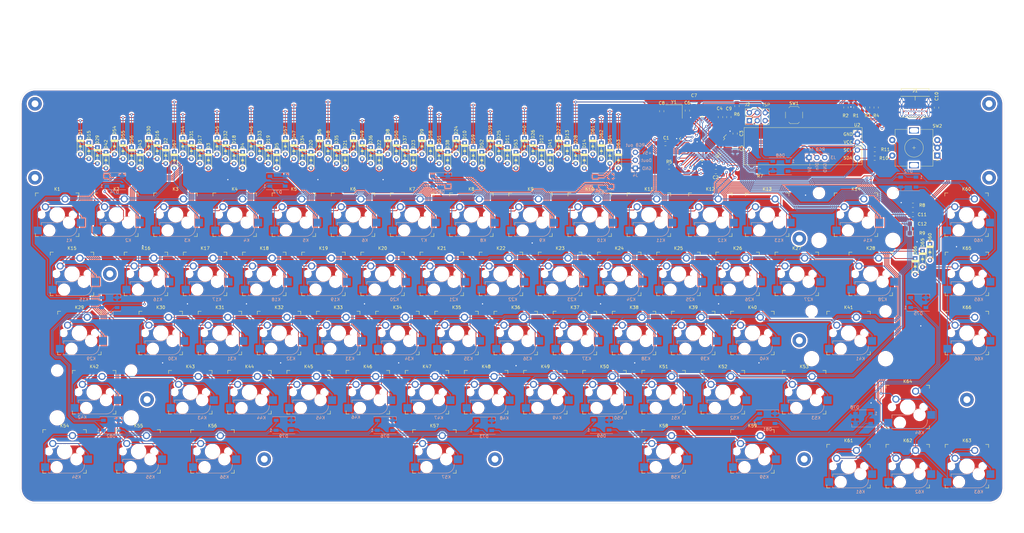
<source format=kicad_pcb>
(kicad_pcb (version 20171130) (host pcbnew "(5.1.6)-1")
  (layers (0 F.Cu signal) (31 B.Cu signal) (34 B.Paste user) (35 F.Paste user) (36 B.SilkS user) (37 F.SilkS user) (38 B.Mask user) (39 F.Mask user) (44 Edge.Cuts user))
  (net 0 "")
  (net 1 GND)
  (net 2 rotA)
  (net 3 rotB)
  (net 4 "Net-(D1-Pad2)")
  (net 5 row0)
  (net 6 "Net-(D2-Pad2)")
  (net 7 row1)
  (net 8 "Net-(D3-Pad2)")
  (net 9 row2)
  (net 10 "Net-(D4-Pad2)")
  (net 11 row3)
  (net 12 "Net-(D5-Pad2)")
  (net 13 row4)
  (net 14 "Net-(D6-Pad2)")
  (net 15 row5)
  (net 16 "Net-(D7-Pad2)")
  (net 17 row6)
  (net 18 "Net-(D8-Pad2)")
  (net 19 "Net-(D9-Pad2)")
  (net 20 "Net-(D10-Pad2)")
  (net 21 "Net-(D11-Pad2)")
  (net 22 "Net-(D12-Pad2)")
  (net 23 "Net-(D13-Pad2)")
  (net 24 "Net-(D14-Pad2)")
  (net 25 "Net-(D15-Pad2)")
  (net 26 "Net-(D16-Pad2)")
  (net 27 "Net-(D17-Pad2)")
  (net 28 "Net-(D18-Pad2)")
  (net 29 "Net-(D19-Pad2)")
  (net 30 "Net-(D20-Pad2)")
  (net 31 "Net-(D21-Pad2)")
  (net 32 "Net-(D22-Pad2)")
  (net 33 "Net-(D23-Pad2)")
  (net 34 "Net-(D24-Pad2)")
  (net 35 "Net-(D25-Pad2)")
  (net 36 "Net-(D26-Pad2)")
  (net 37 "Net-(D27-Pad2)")
  (net 38 "Net-(D28-Pad2)")
  (net 39 "Net-(D29-Pad2)")
  (net 40 "Net-(D30-Pad2)")
  (net 41 "Net-(D31-Pad2)")
  (net 42 "Net-(D32-Pad2)")
  (net 43 "Net-(D33-Pad2)")
  (net 44 "Net-(D34-Pad2)")
  (net 45 "Net-(D35-Pad2)")
  (net 46 "Net-(D36-Pad2)")
  (net 47 "Net-(D37-Pad2)")
  (net 48 "Net-(D38-Pad2)")
  (net 49 "Net-(D39-Pad2)")
  (net 50 "Net-(D40-Pad2)")
  (net 51 "Net-(D41-Pad2)")
  (net 52 "Net-(D43-Pad2)")
  (net 53 "Net-(D44-Pad2)")
  (net 54 "Net-(D45-Pad2)")
  (net 55 "Net-(D46-Pad2)")
  (net 56 "Net-(D47-Pad2)")
  (net 57 "Net-(D48-Pad2)")
  (net 58 "Net-(D49-Pad2)")
  (net 59 "Net-(D50-Pad2)")
  (net 60 "Net-(D51-Pad2)")
  (net 61 "Net-(D52-Pad2)")
  (net 62 "Net-(D53-Pad2)")
  (net 63 "Net-(D54-Pad2)")
  (net 64 "Net-(D57-Pad2)")
  (net 65 "Net-(D58-Pad2)")
  (net 66 "Net-(D59-Pad2)")
  (net 67 "Net-(D60-Pad2)")
  (net 68 "Net-(D61-Pad2)")
  (net 69 "Net-(D62-Pad2)")
  (net 70 "Net-(D63-Pad2)")
  (net 71 "Net-(D64-Pad2)")
  (net 72 "Net-(D65-Pad2)")
  (net 73 "Net-(D66-Pad2)")
  (net 74 "Net-(D68-Pad2)")
  (net 75 "Net-(D69-Pad2)")
  (net 76 rotSw2)
  (net 77 VCC)
  (net 78 "Net-(J1-PadB5)")
  (net 79 USB_D+)
  (net 80 USB_D-)
  (net 81 "Net-(J1-PadB8)")
  (net 82 "Net-(J1-PadA8)")
  (net 83 "Net-(J1-PadA5)")
  (net 84 col0)
  (net 85 col1)
  (net 86 col2)
  (net 87 col3)
  (net 88 col4)
  (net 89 col5)
  (net 90 col6)
  (net 91 col7)
  (net 92 col8)
  (net 93 col9)
  (net 94 "Net-(R3-Pad1)")
  (net 95 "Net-(R4-Pad1)")
  (net 96 "Net-(R5-Pad2)")
  (net 97 RESET)
  (net 98 SCK)
  (net 99 MOSI)
  (net 100 MISO)
  (net 101 I2C_SCL)
  (net 102 I2C_SDA)
  (net 103 "Net-(U1-Pad42)")
  (net 104 "Net-(C6-Pad1)")
  (net 105 "Net-(C8-Pad1)")
  (net 106 "Net-(C9-Pad1)")
  (net 107 "Net-(D42-Pad2)")
  (net 108 "Net-(D55-Pad2)")
  (net 109 "Net-(D56-Pad2)")
  (net 110 "Net-(D68-Pad4)")
  (net 111 "Net-(D69-Pad4)")
  (net 112 "Net-(D70-Pad4)")
  (net 113 "Net-(D70-Pad2)")
  (net 114 RGB_OUT)
  (net 115 "Net-(D72-Pad2)")
  (net 116 "Net-(D73-Pad2)")
  (net 117 "Net-(D74-Pad2)")
  (net 118 "Net-(D75-Pad2)")
  (net 119 "Net-(D76-Pad2)")
  (net 120 "Net-(D77-Pad2)")
  (net 121 "Net-(D78-Pad2)")
  (net 122 "Net-(D79-Pad2)")
  (net 123 "Net-(D80-Pad2)")
  (net 124 RGB_IN)
  (net 125 "Net-(R8-Pad1)")
  (net 126 "Net-(R9-Pad2)")
  (module MountingHole:MountingHole_2.2mm_M2_Pad (layer F.Cu) (at 61.9125 78.58125)
    (fp_text reference REF** hide)
    (fp_text value MountingHole_2.2mm_M2_Pad)
    (pad 1 thru_hole circle (at 0 0) (size 4.4 4.4) (drill 2.2) (layers *.Cu *.Mask))
  )
  (module MountingHole:MountingHole_2.2mm_M2_Pad (layer F.Cu) (at 308 122)
    (fp_text reference REF** hide)
    (fp_text value MountingHole_2.2mm_M2_Pad)
    (pad 1 thru_hole circle (at 0 0) (size 4.4 4.4) (drill 2.2) (layers *.Cu *.Mask))
  )
  (module MountingHole:MountingHole_2.2mm_M2_Pad (layer F.Cu) (at 308 154.78125)
    (fp_text reference REF** hide)
    (fp_text value MountingHole_2.2mm_M2_Pad)
    (pad 1 thru_hole circle (at 0 0) (size 4.4 4.4) (drill 2.2) (layers *.Cu *.Mask))
  )
  (module MountingHole:MountingHole_2.2mm_M2_Pad (layer F.Cu) (at 361.95 173.83125)
    (fp_text reference REF** hide)
    (fp_text value MountingHole_2.2mm_M2_Pad)
    (pad 1 thru_hole circle (at 0 0) (size 4.4 4.4) (drill 2.2) (layers *.Cu *.Mask))
  )
  (module MountingHole:MountingHole_2.2mm_M2_Pad (layer F.Cu) (at 309.5625 193)
    (fp_text reference REF** hide)
    (fp_text value MountingHole_2.2mm_M2_Pad)
    (pad 1 thru_hole circle (at 0 0) (size 4.4 4.4) (drill 2.2) (layers *.Cu *.Mask))
  )
  (module MountingHole:MountingHole_2.2mm_M2_Pad (layer F.Cu) (at 210 193)
    (fp_text reference REF** hide)
    (fp_text value MountingHole_2.2mm_M2_Pad)
    (pad 1 thru_hole circle (at 0 0) (size 4.4 4.4) (drill 2.2) (layers *.Cu *.Mask))
  )
  (module MountingHole:MountingHole_2.2mm_M2_Pad (layer F.Cu) (at 135.73125 193)
    (fp_text reference REF** hide)
    (fp_text value MountingHole_2.2mm_M2_Pad)
    (pad 1 thru_hole circle (at 0 0) (size 4.4 4.4) (drill 2.2) (layers *.Cu *.Mask))
  )
  (module MountingHole:MountingHole_2.2mm_M2_Pad (layer F.Cu) (at 98 173.83125)
    (fp_text reference REF** hide)
    (fp_text value MountingHole_2.2mm_M2_Pad)
    (pad 1 thru_hole circle (at 0 0) (size 4.4 4.4) (drill 2.2) (layers *.Cu *.Mask))
  )
  (module MountingHole:MountingHole_2.2mm_M2_Pad (layer F.Cu) (at 86 133.35)
    (fp_text reference REF** hide)
    (fp_text value MountingHole_2.2mm_M2_Pad)
    (pad 1 thru_hole circle (at 0 0) (size 4.4 4.4) (drill 2.2) (layers *.Cu *.Mask))
  )
  (module MountingHole:MountingHole_2.2mm_M2_Pad (layer F.Cu) (at 61.9125 102.39375)
    (fp_text reference REF** hide)
    (fp_text value MountingHole_2.2mm_M2_Pad)
    (pad 1 thru_hole circle (at 0 0) (size 4.4 4.4) (drill 2.2) (layers *.Cu *.Mask))
  )
  (module MountingHole:MountingHole_2.2mm_M2_Pad (layer F.Cu) (at 369.09375 102.39375)
    (fp_text reference REF** hide)
    (fp_text value MountingHole_2.2mm_M2_Pad)
    (pad 1 thru_hole circle (at 0 0) (size 4.4 4.4) (drill 2.2) (layers *.Cu *.Mask))
  )
  (module MountingHole:MountingHole_2.2mm_M2_Pad (layer F.Cu) (at 369.09375 78.58125)
    (fp_text reference REF** hide)
    (fp_text value MountingHole_2.2mm_M2_Pad)
    (pad 1 thru_hole circle (at 0 0) (size 4.4 4.4) (drill 2.2) (layers *.Cu *.Mask))
  )
  (module keyswitches:Stabilizer_MX_2u (layer F.Cu) (at 80.9625 171.45)
    (fp_text reference REF** hide)
    (fp_text value Stabilizer_MX_2u hide)
    (pad "" np_thru_hole circle (at 11.9 8.255) (size 3.9878 3.9878) (drill 3.9878) (layers *.Cu *.Mask))
    (pad "" np_thru_hole circle (at -11.9 8.255) (size 3.9878 3.9878) (drill 3.9878) (layers *.Cu *.Mask))
    (pad "" np_thru_hole circle (at 11.9 -6.985) (size 3.048 3.048) (drill 3.048) (layers *.Cu *.Mask))
    (pad "" np_thru_hole circle (at -11.9 -6.985) (size 3.048 3.048) (drill 3.048) (layers *.Cu *.Mask))
  )
  (module keyswitches:Stabilizer_MX_2u (layer F.Cu) (at 323.85 152.4)
    (fp_text reference REF** hide)
    (fp_text value Stabilizer_MX_2u hide)
    (pad "" np_thru_hole circle (at 11.9 8.255) (size 3.9878 3.9878) (drill 3.9878) (layers *.Cu *.Mask))
    (pad "" np_thru_hole circle (at -11.9 8.255) (size 3.9878 3.9878) (drill 3.9878) (layers *.Cu *.Mask))
    (pad "" np_thru_hole circle (at 11.9 -6.985) (size 3.048 3.048) (drill 3.048) (layers *.Cu *.Mask))
    (pad "" np_thru_hole circle (at -11.9 -6.985) (size 3.048 3.048) (drill 3.048) (layers *.Cu *.Mask))
  )
  (module keyswitches:Stabilizer_MX_2u (layer F.Cu) (at 326.23125 114.3)
    (fp_text reference REF** hide)
    (fp_text value Stabilizer_MX_2u hide)
    (pad "" np_thru_hole circle (at 11.9 8.255) (size 3.9878 3.9878) (drill 3.9878) (layers *.Cu *.Mask))
    (pad "" np_thru_hole circle (at -11.9 8.255) (size 3.9878 3.9878) (drill 3.9878) (layers *.Cu *.Mask))
    (pad "" np_thru_hole circle (at 11.9 -6.985) (size 3.048 3.048) (drill 3.048) (layers *.Cu *.Mask))
    (pad "" np_thru_hole circle (at -11.9 -6.985) (size 3.048 3.048) (drill 3.048) (layers *.Cu *.Mask))
  )
  (module LED_SMD:LED_WS2812B_PLCC4_5.0x5.0mm_P3.2mm (layer B.Cu) (at 297.7 179.9)
    (fp_text reference D81 (at 0 3.5) (layer B.SilkS) (effects (justify mirror)))
    (fp_text value WS2812B)
    (fp_text user 1 (at -4.15 1.6) (layer B.SilkS) (effects (justify mirror)))
    (pad 1 smd rect (at -2.45 1.6) (size 1.5 1) (layers B.Cu B.Paste B.Mask) (net 77 VCC))
    (pad 2 smd rect (at -2.45 -1.6) (size 1.5 1) (layers B.Cu B.Paste B.Mask) (net 111 "Net-(D69-Pad4)"))
    (pad 4 smd rect (at 2.45 1.6) (size 1.5 1) (layers B.Cu B.Paste B.Mask) (net 121 "Net-(D78-Pad2)"))
    (pad 3 smd rect (at 2.45 -1.6) (size 1.5 1) (layers B.Cu B.Paste B.Mask) (net 1 GND))
  )
  (module keyswitches:Kailh_socket_MX_optional (layer F.Cu) (at 279.34375 114.3)
    (fp_text reference K12 (at 0 -8.255) (layer F.SilkS))
    (fp_text value KEYSW)
    (fp_text user %R (at 3.81 8.255) (layer B.SilkS) (effects (justify mirror)))
    (pad 2 smd rect (at 7.56 2.54) (size 2.55 2.5) (layers B.Cu B.Paste B.Mask) (net 22 "Net-(D12-Pad2)"))
    (pad "" np_thru_hole circle (at -5.08 0) (size 1.7018 1.7018) (drill 1.7018) (layers *.Cu *.Mask))
    (pad "" np_thru_hole circle (at 5.08 0) (size 1.7018 1.7018) (drill 1.7018) (layers *.Cu *.Mask))
    (pad 2 thru_hole circle (at -3.81 -2.54) (size 2.286 2.286) (drill 1.4986) (layers *.Cu *.Mask) (net 22 "Net-(D12-Pad2)"))
    (pad "" np_thru_hole circle (at 0 0) (size 3.9878 3.9878) (drill 3.9878) (layers *.Cu *.Mask))
    (pad 1 thru_hole circle (at 2.54 -5.08) (size 2.286 2.286) (drill 1.4986) (layers *.Cu *.Mask) (net 85 col1))
    (pad "" np_thru_hole circle (at 3.81 2.54) (size 3 3) (drill 3) (layers *.Cu *.Mask))
    (pad "" np_thru_hole circle (at -2.54 5.08) (size 3 3) (drill 3) (layers *.Cu *.Mask))
    (pad 1 smd rect (at -6.29 5.08) (size 2.55 2.5) (layers B.Cu B.Paste B.Mask) (net 85 col1))
  )
  (module keyswitches:Kailh_socket_MX_optional (layer F.Cu) (at 183.35625 114.3)
    (fp_text reference K7 (at 0 -8.255) (layer F.SilkS))
    (fp_text value KEYSW)
    (fp_text user %R (at 3.81 8.255) (layer B.SilkS) (effects (justify mirror)))
    (pad 2 smd rect (at 7.56 2.54) (size 2.55 2.5) (layers B.Cu B.Paste B.Mask) (net 16 "Net-(D7-Pad2)"))
    (pad "" np_thru_hole circle (at -5.08 0) (size 1.7018 1.7018) (drill 1.7018) (layers *.Cu *.Mask))
    (pad "" np_thru_hole circle (at 5.08 0) (size 1.7018 1.7018) (drill 1.7018) (layers *.Cu *.Mask))
    (pad 2 thru_hole circle (at -3.81 -2.54) (size 2.286 2.286) (drill 1.4986) (layers *.Cu *.Mask) (net 16 "Net-(D7-Pad2)"))
    (pad "" np_thru_hole circle (at 0 0) (size 3.9878 3.9878) (drill 3.9878) (layers *.Cu *.Mask))
    (pad 1 thru_hole circle (at 2.54 -5.08) (size 2.286 2.286) (drill 1.4986) (layers *.Cu *.Mask) (net 84 col0))
    (pad "" np_thru_hole circle (at 3.81 2.54) (size 3 3) (drill 3) (layers *.Cu *.Mask))
    (pad "" np_thru_hole circle (at -2.54 5.08) (size 3 3) (drill 3) (layers *.Cu *.Mask))
    (pad 1 smd rect (at -6.29 5.08) (size 2.55 2.5) (layers B.Cu B.Paste B.Mask) (net 84 col0))
  )
  (module keyswitches:Kailh_socket_MX_optional (layer F.Cu) (at 69.05625 114.3)
    (fp_text reference K1 (at 0 -8.255) (layer F.SilkS))
    (fp_text value KEYSW)
    (fp_text user %R (at 3.81 8.255) (layer B.SilkS) (effects (justify mirror)))
    (pad 1 smd rect (at -6.29 5.08) (size 2.55 2.5) (layers B.Cu B.Paste B.Mask) (net 84 col0))
    (pad "" np_thru_hole circle (at -2.54 5.08) (size 3 3) (drill 3) (layers *.Cu *.Mask))
    (pad "" np_thru_hole circle (at 3.81 2.54) (size 3 3) (drill 3) (layers *.Cu *.Mask))
    (pad 1 thru_hole circle (at 2.54 -5.08) (size 2.286 2.286) (drill 1.4986) (layers *.Cu *.Mask) (net 84 col0))
    (pad "" np_thru_hole circle (at 0 0) (size 3.9878 3.9878) (drill 3.9878) (layers *.Cu *.Mask))
    (pad 2 thru_hole circle (at -3.81 -2.54) (size 2.286 2.286) (drill 1.4986) (layers *.Cu *.Mask) (net 4 "Net-(D1-Pad2)"))
    (pad "" np_thru_hole circle (at 5.08 0) (size 1.7018 1.7018) (drill 1.7018) (layers *.Cu *.Mask))
    (pad "" np_thru_hole circle (at -5.08 0) (size 1.7018 1.7018) (drill 1.7018) (layers *.Cu *.Mask))
    (pad 2 smd rect (at 7.56 2.54) (size 2.55 2.5) (layers B.Cu B.Paste B.Mask) (net 4 "Net-(D1-Pad2)"))
  )
  (module keyswitches:Kailh_socket_MX_optional (layer F.Cu) (at 288.13125 133.35)
    (fp_text reference K26 (at 0 -8.255) (layer F.SilkS))
    (fp_text value KEYSW)
    (fp_text user %R (at 3.81 8.255) (layer B.SilkS) (effects (justify mirror)))
    (pad 2 smd rect (at 7.56 2.54) (size 2.55 2.5) (layers B.Cu B.Paste B.Mask) (net 36 "Net-(D26-Pad2)"))
    (pad "" np_thru_hole circle (at -5.08 0) (size 1.7018 1.7018) (drill 1.7018) (layers *.Cu *.Mask))
    (pad "" np_thru_hole circle (at 5.08 0) (size 1.7018 1.7018) (drill 1.7018) (layers *.Cu *.Mask))
    (pad 2 thru_hole circle (at -3.81 -2.54) (size 2.286 2.286) (drill 1.4986) (layers *.Cu *.Mask) (net 36 "Net-(D26-Pad2)"))
    (pad "" np_thru_hole circle (at 0 0) (size 3.9878 3.9878) (drill 3.9878) (layers *.Cu *.Mask))
    (pad 1 thru_hole circle (at 2.54 -5.08) (size 2.286 2.286) (drill 1.4986) (layers *.Cu *.Mask) (net 87 col3))
    (pad "" np_thru_hole circle (at 3.81 2.54) (size 3 3) (drill 3) (layers *.Cu *.Mask))
    (pad "" np_thru_hole circle (at -2.54 5.08) (size 3 3) (drill 3) (layers *.Cu *.Mask))
    (pad 1 smd rect (at -6.29 5.08) (size 2.55 2.5) (layers B.Cu B.Paste B.Mask) (net 87 col3))
  )
  (module keyswitches:Kailh_socket_MX_optional (layer F.Cu) (at 202.40625 114.3)
    (fp_text reference K8 (at 0 -8.255) (layer F.SilkS))
    (fp_text value KEYSW)
    (fp_text user %R (at 3.81 8.255) (layer B.SilkS) (effects (justify mirror)))
    (pad 2 smd rect (at 7.56 2.54) (size 2.55 2.5) (layers B.Cu B.Paste B.Mask) (net 18 "Net-(D8-Pad2)"))
    (pad "" np_thru_hole circle (at -5.08 0) (size 1.7018 1.7018) (drill 1.7018) (layers *.Cu *.Mask))
    (pad "" np_thru_hole circle (at 5.08 0) (size 1.7018 1.7018) (drill 1.7018) (layers *.Cu *.Mask))
    (pad 2 thru_hole circle (at -3.81 -2.54) (size 2.286 2.286) (drill 1.4986) (layers *.Cu *.Mask) (net 18 "Net-(D8-Pad2)"))
    (pad "" np_thru_hole circle (at 0 0) (size 3.9878 3.9878) (drill 3.9878) (layers *.Cu *.Mask))
    (pad 1 thru_hole circle (at 2.54 -5.08) (size 2.286 2.286) (drill 1.4986) (layers *.Cu *.Mask) (net 85 col1))
    (pad "" np_thru_hole circle (at 3.81 2.54) (size 3 3) (drill 3) (layers *.Cu *.Mask))
    (pad "" np_thru_hole circle (at -2.54 5.08) (size 3 3) (drill 3) (layers *.Cu *.Mask))
    (pad 1 smd rect (at -6.29 5.08) (size 2.55 2.5) (layers B.Cu B.Paste B.Mask) (net 85 col1))
  )
  (module keyswitches:Kailh_socket_MX_optional (layer F.Cu) (at 221.45625 114.3)
    (fp_text reference K9 (at 0 -8.255) (layer F.SilkS))
    (fp_text value KEYSW)
    (fp_text user %R (at 3.81 8.255) (layer B.SilkS) (effects (justify mirror)))
    (pad 1 smd rect (at -6.29 5.08) (size 2.55 2.5) (layers B.Cu B.Paste B.Mask) (net 85 col1))
    (pad "" np_thru_hole circle (at -2.54 5.08) (size 3 3) (drill 3) (layers *.Cu *.Mask))
    (pad "" np_thru_hole circle (at 3.81 2.54) (size 3 3) (drill 3) (layers *.Cu *.Mask))
    (pad 1 thru_hole circle (at 2.54 -5.08) (size 2.286 2.286) (drill 1.4986) (layers *.Cu *.Mask) (net 85 col1))
    (pad "" np_thru_hole circle (at 0 0) (size 3.9878 3.9878) (drill 3.9878) (layers *.Cu *.Mask))
    (pad 2 thru_hole circle (at -3.81 -2.54) (size 2.286 2.286) (drill 1.4986) (layers *.Cu *.Mask) (net 19 "Net-(D9-Pad2)"))
    (pad "" np_thru_hole circle (at 5.08 0) (size 1.7018 1.7018) (drill 1.7018) (layers *.Cu *.Mask))
    (pad "" np_thru_hole circle (at -5.08 0) (size 1.7018 1.7018) (drill 1.7018) (layers *.Cu *.Mask))
    (pad 2 smd rect (at 7.56 2.54) (size 2.55 2.5) (layers B.Cu B.Paste B.Mask) (net 19 "Net-(D9-Pad2)"))
  )
  (module keyswitches:Kailh_socket_MX_optional (layer F.Cu) (at 88.10625 114.3)
    (fp_text reference K2 (at 0 -8.255) (layer F.SilkS))
    (fp_text value KEYSW)
    (fp_text user %R (at 3.81 8.255) (layer B.SilkS) (effects (justify mirror)))
    (pad 2 smd rect (at 7.56 2.54) (size 2.55 2.5) (layers B.Cu B.Paste B.Mask) (net 6 "Net-(D2-Pad2)"))
    (pad "" np_thru_hole circle (at -5.08 0) (size 1.7018 1.7018) (drill 1.7018) (layers *.Cu *.Mask))
    (pad "" np_thru_hole circle (at 5.08 0) (size 1.7018 1.7018) (drill 1.7018) (layers *.Cu *.Mask))
    (pad 2 thru_hole circle (at -3.81 -2.54) (size 2.286 2.286) (drill 1.4986) (layers *.Cu *.Mask) (net 6 "Net-(D2-Pad2)"))
    (pad "" np_thru_hole circle (at 0 0) (size 3.9878 3.9878) (drill 3.9878) (layers *.Cu *.Mask))
    (pad 1 thru_hole circle (at 2.54 -5.08) (size 2.286 2.286) (drill 1.4986) (layers *.Cu *.Mask) (net 84 col0))
    (pad "" np_thru_hole circle (at 3.81 2.54) (size 3 3) (drill 3) (layers *.Cu *.Mask))
    (pad "" np_thru_hole circle (at -2.54 5.08) (size 3 3) (drill 3) (layers *.Cu *.Mask))
    (pad 1 smd rect (at -6.29 5.08) (size 2.55 2.5) (layers B.Cu B.Paste B.Mask) (net 84 col0))
  )
  (module keyswitches:Kailh_socket_MX_optional (layer F.Cu) (at 240.50625 114.3)
    (fp_text reference K10 (at 0 -8.255) (layer F.SilkS))
    (fp_text value KEYSW)
    (fp_text user %R (at 3.81 8.255) (layer B.SilkS) (effects (justify mirror)))
    (pad 1 smd rect (at -6.29 5.08) (size 2.55 2.5) (layers B.Cu B.Paste B.Mask) (net 85 col1))
    (pad "" np_thru_hole circle (at -2.54 5.08) (size 3 3) (drill 3) (layers *.Cu *.Mask))
    (pad "" np_thru_hole circle (at 3.81 2.54) (size 3 3) (drill 3) (layers *.Cu *.Mask))
    (pad 1 thru_hole circle (at 2.54 -5.08) (size 2.286 2.286) (drill 1.4986) (layers *.Cu *.Mask) (net 85 col1))
    (pad "" np_thru_hole circle (at 0 0) (size 3.9878 3.9878) (drill 3.9878) (layers *.Cu *.Mask))
    (pad 2 thru_hole circle (at -3.81 -2.54) (size 2.286 2.286) (drill 1.4986) (layers *.Cu *.Mask) (net 20 "Net-(D10-Pad2)"))
    (pad "" np_thru_hole circle (at 5.08 0) (size 1.7018 1.7018) (drill 1.7018) (layers *.Cu *.Mask))
    (pad "" np_thru_hole circle (at -5.08 0) (size 1.7018 1.7018) (drill 1.7018) (layers *.Cu *.Mask))
    (pad 2 smd rect (at 7.56 2.54) (size 2.55 2.5) (layers B.Cu B.Paste B.Mask) (net 20 "Net-(D10-Pad2)"))
  )
  (module Type-C:USB_C_GCT_USB4085 (layer F.Cu) (at 345.28125 76.2 180)
    (fp_text reference J1 (at 0 1.85 180) (layer F.SilkS))
    (fp_text value USB_C_Receptacle_USB2.0)
    (pad S1 thru_hole oval (at 4.325 -1.74 180) (size 0.9 1.7) (drill oval 0.6 1.4) (layers *.Cu *.Mask) (net 1 GND))
    (pad S1 thru_hole oval (at -4.325 -1.74 180) (size 0.9 1.7) (drill oval 0.6 1.4) (layers *.Cu *.Mask) (net 1 GND))
    (pad S1 thru_hole oval (at 4.325 -5.12 180) (size 0.9 2.4) (drill oval 0.6 2.1) (layers *.Cu *.Mask) (net 1 GND))
    (pad S1 thru_hole oval (at -4.325 -5.12 180) (size 0.9 2.4) (drill oval 0.6 2.1) (layers *.Cu *.Mask) (net 1 GND))
    (pad B1 thru_hole circle (at 2.98 -4.775 180) (size 0.65 0.65) (drill 0.4) (layers *.Cu *.Mask) (net 1 GND))
    (pad B4 thru_hole circle (at 2.13 -4.775 180) (size 0.65 0.65) (drill 0.4) (layers *.Cu *.Mask) (net 77 VCC))
    (pad B5 thru_hole circle (at 1.28 -4.775 180) (size 0.65 0.65) (drill 0.4) (layers *.Cu *.Mask) (net 78 "Net-(J1-PadB5)"))
    (pad B6 thru_hole circle (at 0.43 -4.775 180) (size 0.65 0.65) (drill 0.4) (layers *.Cu *.Mask) (net 79 USB_D+))
    (pad B7 thru_hole circle (at -0.42 -4.775 180) (size 0.65 0.65) (drill 0.4) (layers *.Cu *.Mask) (net 80 USB_D-))
    (pad B8 thru_hole circle (at -1.27 -4.775 180) (size 0.65 0.65) (drill 0.4) (layers *.Cu *.Mask) (net 81 "Net-(J1-PadB8)"))
    (pad B9 thru_hole circle (at -2.12 -4.775 180) (size 0.65 0.65) (drill 0.4) (layers *.Cu *.Mask) (net 77 VCC))
    (pad B12 thru_hole circle (at -2.975 -4.775 180) (size 0.65 0.65) (drill 0.4) (layers *.Cu *.Mask) (net 1 GND))
    (pad A12 thru_hole circle (at 2.975 -6.1 180) (size 0.65 0.65) (drill 0.4) (layers *.Cu *.Mask) (net 1 GND))
    (pad A9 thru_hole circle (at 2.125 -6.1 180) (size 0.65 0.65) (drill 0.4) (layers *.Cu *.Mask) (net 77 VCC))
    (pad A8 thru_hole circle (at 1.275 -6.1 180) (size 0.65 0.65) (drill 0.4) (layers *.Cu *.Mask) (net 82 "Net-(J1-PadA8)"))
    (pad A7 thru_hole circle (at 0.425 -6.1 180) (size 0.65 0.65) (drill 0.4) (layers *.Cu *.Mask) (net 80 USB_D-))
    (pad A6 thru_hole circle (at -0.425 -6.1 180) (size 0.65 0.65) (drill 0.4) (layers *.Cu *.Mask) (net 79 USB_D+))
    (pad A4 thru_hole circle (at -2.125 -6.1 180) (size 0.65 0.65) (drill 0.4) (layers *.Cu *.Mask) (net 77 VCC))
    (pad A1 thru_hole circle (at -2.975 -6.1 180) (size 0.65 0.65) (drill 0.4) (layers *.Cu *.Mask) (net 1 GND))
    (pad A5 thru_hole circle (at -1.275 -6.1 180) (size 0.65 0.65) (drill 0.4) (layers *.Cu *.Mask) (net 83 "Net-(J1-PadA5)"))
  )
  (module Capacitor_SMD:C_0805_2012Metric_Pad1.15x1.40mm_HandSolder (layer F.Cu) (at 352.2 79.825 90)
    (fp_text reference C10 (at 3.625 0 90) (layer F.SilkS))
    (fp_text value 4.7u)
    (pad 2 smd roundrect (at 1.025 0 90) (size 1.15 1.4) (layers F.Cu F.Paste F.Mask) (roundrect_rratio 0.217391) (net 1 GND))
    (pad 1 smd roundrect (at -1.025 0 90) (size 1.15 1.4) (layers F.Cu F.Paste F.Mask) (roundrect_rratio 0.217391) (net 77 VCC))
  )
  (module keybored:DO-35_SOD27_5.08mm (layer F.Cu) (at 181 95.25 270)
    (fp_text reference D37 (at -5.13125 0 270) (layer F.SilkS))
    (fp_text value D)
    (pad 2 thru_hole circle (at 2.54 0 270) (size 1.524 1.524) (drill 0.7) (layers *.Cu *.Mask) (net 47 "Net-(D37-Pad2)"))
    (pad 1 thru_hole rect (at -2.54 0 270) (size 1.524 1.524) (drill 0.7) (layers *.Cu *.Mask) (net 7 row1))
  )
  (module keybored:DO-35_SOD27_5.08mm (layer F.Cu) (at 84.75 96.75 270)
    (fp_text reference D42 (at -5.17525 0 270) (layer F.SilkS))
    (fp_text value D)
    (pad 1 thru_hole rect (at -2.54 0 270) (size 1.524 1.524) (drill 0.7) (layers *.Cu *.Mask) (net 5 row0))
    (pad 2 thru_hole circle (at 2.54 0 270) (size 1.524 1.524) (drill 0.7) (layers *.Cu *.Mask) (net 107 "Net-(D42-Pad2)"))
  )
  (module Resistor_SMD:R_0805_2012Metric_Pad1.15x1.40mm_HandSolder (layer F.Cu) (at 326.2 79.75 270)
    (fp_text reference R1 (at 2.65 0 180) (layer F.SilkS))
    (fp_text value 5.1k)
    (pad 2 smd roundrect (at 1.025 0 270) (size 1.15 1.4) (layers F.Cu F.Paste F.Mask) (roundrect_rratio 0.217391) (net 83 "Net-(J1-PadA5)"))
    (pad 1 smd roundrect (at -1.025 0 270) (size 1.15 1.4) (layers F.Cu F.Paste F.Mask) (roundrect_rratio 0.217391) (net 1 GND))
  )
  (module Resistor_SMD:R_0805_2012Metric_Pad1.15x1.40mm_HandSolder (layer F.Cu) (at 323 79.75 270)
    (fp_text reference R2 (at 2.65 0.11075) (layer F.SilkS))
    (fp_text value 5.1k)
    (pad 1 smd roundrect (at -1.025 0 270) (size 1.15 1.4) (layers F.Cu F.Paste F.Mask) (roundrect_rratio 0.217391) (net 1 GND))
    (pad 2 smd roundrect (at 1.025 0 270) (size 1.15 1.4) (layers F.Cu F.Paste F.Mask) (roundrect_rratio 0.217391) (net 78 "Net-(J1-PadB5)"))
  )
  (module Resistor_SMD:R_0805_2012Metric_Pad1.15x1.40mm_HandSolder (layer F.Cu) (at 329.97275 79.775 90)
    (fp_text reference R3 (at -2.625 0.02725 180) (layer F.SilkS))
    (fp_text value 22)
    (pad 2 smd roundrect (at 1.025 0 90) (size 1.15 1.4) (layers F.Cu F.Paste F.Mask) (roundrect_rratio 0.217391) (net 80 USB_D-))
    (pad 1 smd roundrect (at -1.025 0 90) (size 1.15 1.4) (layers F.Cu F.Paste F.Mask) (roundrect_rratio 0.217391) (net 94 "Net-(R3-Pad1)"))
  )
  (module Resistor_SMD:R_0805_2012Metric_Pad1.15x1.40mm_HandSolder (layer F.Cu) (at 332.75 79.775 270)
    (fp_text reference R4 (at 2.625 -0.01675 180) (layer F.SilkS))
    (fp_text value 22)
    (pad 1 smd roundrect (at -1.025 0 270) (size 1.15 1.4) (layers F.Cu F.Paste F.Mask) (roundrect_rratio 0.217391) (net 95 "Net-(R4-Pad1)"))
    (pad 2 smd roundrect (at 1.025 0 270) (size 1.15 1.4) (layers F.Cu F.Paste F.Mask) (roundrect_rratio 0.217391) (net 79 USB_D+))
  )
  (module Resistor_SMD:R_0805_2012Metric_Pad1.15x1.40mm_HandSolder (layer F.Cu) (at 266.075 98.9)
    (fp_text reference R5 (at 0 -1.65 180) (layer F.SilkS))
    (fp_text value 10k)
    (pad 2 smd roundrect (at 1.025 0) (size 1.15 1.4) (layers F.Cu F.Paste F.Mask) (roundrect_rratio 0.217391) (net 96 "Net-(R5-Pad2)"))
    (pad 1 smd roundrect (at -1.025 0) (size 1.15 1.4) (layers F.Cu F.Paste F.Mask) (roundrect_rratio 0.217391) (net 1 GND))
  )
  (module Resistor_SMD:R_0805_2012Metric_Pad1.15x1.40mm_HandSolder (layer F.Cu) (at 287.9 79.325 90)
    (fp_text reference R6 (at -2.625 0 180) (layer F.SilkS))
    (fp_text value 10k)
    (pad 1 smd roundrect (at -1.025 0 90) (size 1.15 1.4) (layers F.Cu F.Paste F.Mask) (roundrect_rratio 0.217391) (net 77 VCC))
    (pad 2 smd roundrect (at 1.025 0 90) (size 1.15 1.4) (layers F.Cu F.Paste F.Mask) (roundrect_rratio 0.217391) (net 97 RESET))
  )
  (module Resistor_SMD:R_0805_2012Metric_Pad1.15x1.40mm_HandSolder (layer F.Cu) (at 344.575 111.25 180)
    (fp_text reference R8 (at -2.975 0) (layer F.SilkS))
    (fp_text value 27k)
    (pad 1 smd roundrect (at -1.025 0 180) (size 1.15 1.4) (layers F.Cu F.Paste F.Mask) (roundrect_rratio 0.217391) (net 125 "Net-(R8-Pad1)"))
    (pad 2 smd roundrect (at 1.025 0 180) (size 1.15 1.4) (layers F.Cu F.Paste F.Mask) (roundrect_rratio 0.217391) (net 2 rotA))
  )
  (module Resistor_SMD:R_0805_2012Metric_Pad1.15x1.40mm_HandSolder (layer F.Cu) (at 344.575 120.25)
    (fp_text reference R9 (at 2.975 0 180) (layer F.SilkS))
    (fp_text value 27k)
    (pad 2 smd roundrect (at 1.025 0) (size 1.15 1.4) (layers F.Cu F.Paste F.Mask) (roundrect_rratio 0.217391) (net 126 "Net-(R9-Pad2)"))
    (pad 1 smd roundrect (at -1.025 0) (size 1.15 1.4) (layers F.Cu F.Paste F.Mask) (roundrect_rratio 0.217391) (net 3 rotB))
  )
  (module Button_Switch_SMD:SW_SPST_TL3342 (layer F.Cu) (at 306.3 82.2)
    (fp_text reference SW1 (at 0 -3.75) (layer F.SilkS))
    (fp_text value SW_PUSH)
    (pad 1 smd rect (at -3.15 -1.9) (size 1.7 1) (layers F.Cu F.Paste F.Mask) (net 1 GND))
    (pad 1 smd rect (at 3.15 -1.9) (size 1.7 1) (layers F.Cu F.Paste F.Mask) (net 1 GND))
    (pad 2 smd rect (at -3.15 1.9) (size 1.7 1) (layers F.Cu F.Paste F.Mask) (net 97 RESET))
    (pad 2 smd rect (at 3.15 1.9) (size 1.7 1) (layers F.Cu F.Paste F.Mask) (net 97 RESET))
  )
  (module Rotary_Encoder:RotaryEncoder_Alps_EC11E-Switch_Vertical_H20mm (layer F.Cu) (at 352.425 95.25 180)
    (fp_text reference SW2 (at 0 9.525) (layer F.SilkS))
    (fp_text value Rot_Enc_Sw)
    (pad S1 thru_hole circle (at 14.5 5 180) (size 2 2) (drill 1) (layers *.Cu *.Mask) (net 93 col9))
    (pad S2 thru_hole circle (at 14.5 0 180) (size 2 2) (drill 1) (layers *.Cu *.Mask) (net 76 rotSw2))
    (pad MP thru_hole rect (at 7.5 8.1 180) (size 3.2 2) (drill oval 2.8 1.5) (layers *.Cu *.Mask))
    (pad MP thru_hole rect (at 7.5 -3.1 180) (size 3.2 2) (drill oval 2.8 1.5) (layers *.Cu *.Mask))
    (pad B thru_hole circle (at 0 5 180) (size 2 2) (drill 1) (layers *.Cu *.Mask) (net 126 "Net-(R9-Pad2)"))
    (pad C thru_hole circle (at 0 2.5 180) (size 2 2) (drill 1) (layers *.Cu *.Mask) (net 1 GND))
    (pad A thru_hole rect (at 0 0 180) (size 2 2) (drill 1) (layers *.Cu *.Mask) (net 125 "Net-(R8-Pad1)"))
  )
  (module Package_QFP:TQFP-44_10x10mm_P0.8mm (layer F.Cu) (at 276.7 89.8 225)
    (fp_text reference U1 (at 0 -7.45 225) (layer F.SilkS))
    (fp_text value ATMEGA32U4)
    (pad 1 smd rect (at -5.7 -4 225) (size 1.5 0.55) (layers F.Cu F.Paste F.Mask) (net 124 RGB_IN))
    (pad 2 smd rect (at -5.7 -3.2 225) (size 1.5 0.55) (layers F.Cu F.Paste F.Mask) (net 77 VCC))
    (pad 3 smd rect (at -5.7 -2.4 225) (size 1.5 0.55) (layers F.Cu F.Paste F.Mask) (net 94 "Net-(R3-Pad1)"))
    (pad 4 smd rect (at -5.7 -1.6 225) (size 1.5 0.55) (layers F.Cu F.Paste F.Mask) (net 95 "Net-(R4-Pad1)"))
    (pad 5 smd rect (at -5.7 -0.8 225) (size 1.5 0.55) (layers F.Cu F.Paste F.Mask) (net 1 GND))
    (pad 6 smd rect (at -5.7 0 225) (size 1.5 0.55) (layers F.Cu F.Paste F.Mask) (net 106 "Net-(C9-Pad1)"))
    (pad 7 smd rect (at -5.7 0.8 225) (size 1.5 0.55) (layers F.Cu F.Paste F.Mask) (net 77 VCC))
    (pad 8 smd rect (at -5.7 1.6 225) (size 1.5 0.55) (layers F.Cu F.Paste F.Mask) (net 3 rotB))
    (pad 9 smd rect (at -5.7 2.4 225) (size 1.5 0.55) (layers F.Cu F.Paste F.Mask) (net 98 SCK))
    (pad 10 smd rect (at -5.7 3.2 225) (size 1.5 0.55) (layers F.Cu F.Paste F.Mask) (net 99 MOSI))
    (pad 11 smd rect (at -5.7 4 225) (size 1.5 0.55) (layers F.Cu F.Paste F.Mask) (net 100 MISO))
    (pad 12 smd rect (at -4 5.7 315) (size 1.5 0.55) (layers F.Cu F.Paste F.Mask) (net 2 rotA))
    (pad 13 smd rect (at -3.2 5.7 315) (size 1.5 0.55) (layers F.Cu F.Paste F.Mask) (net 97 RESET))
    (pad 14 smd rect (at -2.4 5.7 315) (size 1.5 0.55) (layers F.Cu F.Paste F.Mask) (net 77 VCC))
    (pad 15 smd rect (at -1.6 5.7 315) (size 1.5 0.55) (layers F.Cu F.Paste F.Mask) (net 1 GND))
    (pad 16 smd rect (at -0.8 5.7 315) (size 1.5 0.55) (layers F.Cu F.Paste F.Mask) (net 104 "Net-(C6-Pad1)"))
    (pad 17 smd rect (at 0 5.7 315) (size 1.5 0.55) (layers F.Cu F.Paste F.Mask) (net 105 "Net-(C8-Pad1)"))
    (pad 18 smd rect (at 0.8 5.7 315) (size 1.5 0.55) (layers F.Cu F.Paste F.Mask) (net 101 I2C_SCL))
    (pad 19 smd rect (at 1.6 5.7 315) (size 1.5 0.55) (layers F.Cu F.Paste F.Mask) (net 102 I2C_SDA))
    (pad 20 smd rect (at 2.4 5.7 315) (size 1.5 0.55) (layers F.Cu F.Paste F.Mask) (net 17 row6))
    (pad 21 smd rect (at 3.2 5.7 315) (size 1.5 0.55) (layers F.Cu F.Paste F.Mask) (net 15 row5))
    (pad 22 smd rect (at 4 5.7 315) (size 1.5 0.55) (layers F.Cu F.Paste F.Mask) (net 13 row4))
    (pad 23 smd rect (at 5.7 4 225) (size 1.5 0.55) (layers F.Cu F.Paste F.Mask) (net 1 GND))
    (pad 24 smd rect (at 5.7 3.2 225) (size 1.5 0.55) (layers F.Cu F.Paste F.Mask) (net 77 VCC))
    (pad 25 smd rect (at 5.7 2.4 225) (size 1.5 0.55) (layers F.Cu F.Paste F.Mask) (net 11 row3))
    (pad 26 smd rect (at 5.7 1.6 225) (size 1.5 0.55) (layers F.Cu F.Paste F.Mask) (net 9 row2))
    (pad 27 smd rect (at 5.7 0.8 225) (size 1.5 0.55) (layers F.Cu F.Paste F.Mask) (net 7 row1))
    (pad 28 smd rect (at 5.7 0 225) (size 1.5 0.55) (layers F.Cu F.Paste F.Mask) (net 5 row0))
    (pad 29 smd rect (at 5.7 -0.8 225) (size 1.5 0.55) (layers F.Cu F.Paste F.Mask) (net 93 col9))
    (pad 30 smd rect (at 5.7 -1.6 225) (size 1.5 0.55) (layers F.Cu F.Paste F.Mask) (net 92 col8))
    (pad 31 smd rect (at 5.7 -2.4 225) (size 1.5 0.55) (layers F.Cu F.Paste F.Mask) (net 91 col7))
    (pad 32 smd rect (at 5.7 -3.2 225) (size 1.5 0.55) (layers F.Cu F.Paste F.Mask) (net 90 col6))
    (pad 33 smd rect (at 5.7 -4 225) (size 1.5 0.55) (layers F.Cu F.Paste F.Mask) (net 96 "Net-(R5-Pad2)"))
    (pad 34 smd rect (at 4 -5.7 315) (size 1.5 0.55) (layers F.Cu F.Paste F.Mask) (net 77 VCC))
    (pad 35 smd rect (at 3.2 -5.7 315) (size 1.5 0.55) (layers F.Cu F.Paste F.Mask) (net 1 GND))
    (pad 36 smd rect (at 2.4 -5.7 315) (size 1.5 0.55) (layers F.Cu F.Paste F.Mask) (net 89 col5))
    (pad 37 smd rect (at 1.6 -5.7 315) (size 1.5 0.55) (layers F.Cu F.Paste F.Mask) (net 88 col4))
    (pad 38 smd rect (at 0.8 -5.7 315) (size 1.5 0.55) (layers F.Cu F.Paste F.Mask) (net 87 col3))
    (pad 39 smd rect (at 0 -5.7 315) (size 1.5 0.55) (layers F.Cu F.Paste F.Mask) (net 86 col2))
    (pad 40 smd rect (at -0.8 -5.7 315) (size 1.5 0.55) (layers F.Cu F.Paste F.Mask) (net 85 col1))
    (pad 41 smd rect (at -1.6 -5.7 315) (size 1.5 0.55) (layers F.Cu F.Paste F.Mask) (net 84 col0))
    (pad 42 smd rect (at -2.4 -5.7 315) (size 1.5 0.55) (layers F.Cu F.Paste F.Mask) (net 103 "Net-(U1-Pad42)"))
    (pad 43 smd rect (at -3.2 -5.7 315) (size 1.5 0.55) (layers F.Cu F.Paste F.Mask) (net 1 GND))
    (pad 44 smd rect (at -4 -5.7 315) (size 1.5 0.55) (layers F.Cu F.Paste F.Mask) (net 77 VCC))
  )
  (module Crystal:Crystal_SMD_SeikoEpson_FA238-4Pin_3.2x2.5mm_HandSoldering (layer F.Cu) (at 267.6 81.08 180)
    (fp_text reference Y1 (at -0.02 3.04 180) (layer F.SilkS))
    (fp_text value Crystal)
    (pad 1 smd rect (at -1.45 1.1 180) (size 2.1 1.8) (layers F.Cu F.Paste F.Mask) (net 104 "Net-(C6-Pad1)"))
    (pad 2 smd rect (at 1.45 1.1 180) (size 2.1 1.8) (layers F.Cu F.Paste F.Mask) (net 1 GND))
    (pad 3 smd rect (at 1.45 -1.1 180) (size 2.1 1.8) (layers F.Cu F.Paste F.Mask) (net 105 "Net-(C8-Pad1)"))
    (pad 4 smd rect (at -1.45 -1.1 180) (size 2.1 1.8) (layers F.Cu F.Paste F.Mask) (net 1 GND))
  )
  (module Capacitor_SMD:C_0805_2012Metric_Pad1.15x1.40mm_HandSolder (layer F.Cu) (at 271.95 80.765 270)
    (fp_text reference C6 (at -2.515 0.02) (layer F.SilkS))
    (fp_text value 22p)
    (pad 2 smd roundrect (at 1.025 0 270) (size 1.15 1.4) (layers F.Cu F.Paste F.Mask) (roundrect_rratio 0.217391) (net 1 GND))
    (pad 1 smd roundrect (at -1.025 0 270) (size 1.15 1.4) (layers F.Cu F.Paste F.Mask) (roundrect_rratio 0.217391) (net 104 "Net-(C6-Pad1)"))
  )
  (module Capacitor_SMD:C_0805_2012Metric_Pad1.15x1.40mm_HandSolder (layer F.Cu) (at 263.7 80.975 90)
    (fp_text reference C8 (at 2.6035 0 -180) (layer F.SilkS))
    (fp_text value 22p)
    (pad 2 smd roundrect (at 1.025 0 90) (size 1.15 1.4) (layers F.Cu F.Paste F.Mask) (roundrect_rratio 0.217391) (net 1 GND))
    (pad 1 smd roundrect (at -1.025 0 90) (size 1.15 1.4) (layers F.Cu F.Paste F.Mask) (roundrect_rratio 0.217391) (net 105 "Net-(C8-Pad1)"))
  )
  (module Capacitor_SMD:C_0805_2012Metric_Pad1.15x1.40mm_HandSolder (layer F.Cu) (at 285.3 82.875 90)
    (fp_text reference C9 (at 2.725 0) (layer F.SilkS))
    (fp_text value 1u)
    (pad 2 smd roundrect (at 1.025 0 90) (size 1.15 1.4) (layers F.Cu F.Paste F.Mask) (roundrect_rratio 0.217391) (net 1 GND))
    (pad 1 smd roundrect (at -1.025 0 90) (size 1.15 1.4) (layers F.Cu F.Paste F.Mask) (roundrect_rratio 0.217391) (net 106 "Net-(C9-Pad1)"))
  )
  (module Capacitor_SMD:C_0805_2012Metric_Pad1.15x1.40mm_HandSolder (layer F.Cu) (at 344.575 114.25)
    (fp_text reference C11 (at 2.975 0 180) (layer F.SilkS))
    (fp_text value 100n)
    (pad 1 smd roundrect (at -1.025 0) (size 1.15 1.4) (layers F.Cu F.Paste F.Mask) (roundrect_rratio 0.217391) (net 2 rotA))
    (pad 2 smd roundrect (at 1.025 0) (size 1.15 1.4) (layers F.Cu F.Paste F.Mask) (roundrect_rratio 0.217391) (net 1 GND))
  )
  (module Capacitor_SMD:C_0805_2012Metric_Pad1.15x1.40mm_HandSolder (layer F.Cu) (at 344.575 117.25 180)
    (fp_text reference C12 (at -2.975 0) (layer F.SilkS))
    (fp_text value 100n)
    (pad 2 smd roundrect (at 1.025 0 180) (size 1.15 1.4) (layers F.Cu F.Paste F.Mask) (roundrect_rratio 0.217391) (net 3 rotB))
    (pad 1 smd roundrect (at -1.025 0 180) (size 1.15 1.4) (layers F.Cu F.Paste F.Mask) (roundrect_rratio 0.217391) (net 1 GND))
  )
  (module keybored:DO-35_SOD27_5.08mm (layer F.Cu) (at 76.5 92.25 270)
    (fp_text reference D1 (at -4.63125 0 270) (layer F.SilkS))
    (fp_text value D)
    (pad 1 thru_hole rect (at -2.54 0 270) (size 1.524 1.524) (drill 0.7) (layers *.Cu *.Mask) (net 5 row0))
    (pad 2 thru_hole circle (at 2.54 0 270) (size 1.524 1.524) (drill 0.7) (layers *.Cu *.Mask) (net 4 "Net-(D1-Pad2)"))
  )
  (module keybored:DO-35_SOD27_5.08mm (layer F.Cu) (at 104 95.25 270)
    (fp_text reference D2 (at -4.7625 0 270) (layer F.SilkS))
    (fp_text value D)
    (pad 1 thru_hole rect (at -2.54 0 270) (size 1.524 1.524) (drill 0.7) (layers *.Cu *.Mask) (net 7 row1))
    (pad 2 thru_hole circle (at 2.54 0 270) (size 1.524 1.524) (drill 0.7) (layers *.Cu *.Mask) (net 6 "Net-(D2-Pad2)"))
  )
  (module keybored:DO-35_SOD27_5.08mm (layer F.Cu) (at 117.75 96.75 270)
    (fp_text reference D3 (at -4.63125 0 270) (layer F.SilkS))
    (fp_text value D)
    (pad 1 thru_hole rect (at -2.54 0 270) (size 1.524 1.524) (drill 0.7) (layers *.Cu *.Mask) (net 9 row2))
    (pad 2 thru_hole circle (at 2.54 0 270) (size 1.524 1.524) (drill 0.7) (layers *.Cu *.Mask) (net 8 "Net-(D3-Pad2)"))
  )
  (module keybored:DO-35_SOD27_5.08mm (layer F.Cu) (at 128.75 96.75 270)
    (fp_text reference D4 (at -4.63125 0 270) (layer F.SilkS))
    (fp_text value D)
    (pad 1 thru_hole rect (at -2.54 0 270) (size 1.524 1.524) (drill 0.7) (layers *.Cu *.Mask) (net 11 row3))
    (pad 2 thru_hole circle (at 2.54 0 270) (size 1.524 1.524) (drill 0.7) (layers *.Cu *.Mask) (net 10 "Net-(D4-Pad2)"))
  )
  (module keybored:DO-35_SOD27_5.08mm (layer F.Cu) (at 139.75 96.75 270)
    (fp_text reference D5 (at -4.63125 0 270) (layer F.SilkS))
    (fp_text value D)
    (pad 1 thru_hole rect (at -2.54 0 270) (size 1.524 1.524) (drill 0.7) (layers *.Cu *.Mask) (net 13 row4))
    (pad 2 thru_hole circle (at 2.54 0 270) (size 1.524 1.524) (drill 0.7) (layers *.Cu *.Mask) (net 12 "Net-(D5-Pad2)"))
  )
  (module keybored:DO-35_SOD27_5.08mm (layer F.Cu) (at 153.5 92.25 270)
    (fp_text reference D6 (at -4.63125 0 270) (layer F.SilkS))
    (fp_text value D)
    (pad 2 thru_hole circle (at 2.54 0 270) (size 1.524 1.524) (drill 0.7) (layers *.Cu *.Mask) (net 14 "Net-(D6-Pad2)"))
    (pad 1 thru_hole rect (at -2.54 0 270) (size 1.524 1.524) (drill 0.7) (layers *.Cu *.Mask) (net 15 row5))
  )
  (module keybored:DO-35_SOD27_5.08mm (layer F.Cu) (at 164.5 92.25 270)
    (fp_text reference D7 (at -4.63125 0 270) (layer F.SilkS))
    (fp_text value D)
    (pad 1 thru_hole rect (at -2.54 0 270) (size 1.524 1.524) (drill 0.7) (layers *.Cu *.Mask) (net 17 row6))
    (pad 2 thru_hole circle (at 2.54 0 270) (size 1.524 1.524) (drill 0.7) (layers *.Cu *.Mask) (net 16 "Net-(D7-Pad2)"))
  )
  (module keybored:DO-35_SOD27_5.08mm (layer F.Cu) (at 175.5 92.25 270)
    (fp_text reference D8 (at -4.63125 0 270) (layer F.SilkS))
    (fp_text value D)
    (pad 2 thru_hole circle (at 2.54 0 270) (size 1.524 1.524) (drill 0.7) (layers *.Cu *.Mask) (net 18 "Net-(D8-Pad2)"))
    (pad 1 thru_hole rect (at -2.54 0 270) (size 1.524 1.524) (drill 0.7) (layers *.Cu *.Mask) (net 5 row0))
  )
  (module keybored:DO-35_SOD27_5.08mm (layer F.Cu) (at 186.5 92.25 270)
    (fp_text reference D9 (at -4.63125 0 270) (layer F.SilkS))
    (fp_text value D)
    (pad 2 thru_hole circle (at 2.54 0 270) (size 1.524 1.524) (drill 0.7) (layers *.Cu *.Mask) (net 19 "Net-(D9-Pad2)"))
    (pad 1 thru_hole rect (at -2.54 0 270) (size 1.524 1.524) (drill 0.7) (layers *.Cu *.Mask) (net 7 row1))
  )
  (module keybored:DO-35_SOD27_5.08mm (layer F.Cu) (at 200.25 93.75 270)
    (fp_text reference D10 (at -5.13125 0 270) (layer F.SilkS))
    (fp_text value D)
    (pad 2 thru_hole circle (at 2.54 0 270) (size 1.524 1.524) (drill 0.7) (layers *.Cu *.Mask) (net 20 "Net-(D10-Pad2)"))
    (pad 1 thru_hole rect (at -2.54 0 270) (size 1.524 1.524) (drill 0.7) (layers *.Cu *.Mask) (net 9 row2))
  )
  (module keybored:DO-35_SOD27_5.08mm (layer F.Cu) (at 214 95.25 270)
    (fp_text reference D11 (at -5.30225 0 270) (layer F.SilkS))
    (fp_text value D)
    (pad 2 thru_hole circle (at 2.54 0 270) (size 1.524 1.524) (drill 0.7) (layers *.Cu *.Mask) (net 21 "Net-(D11-Pad2)"))
    (pad 1 thru_hole rect (at -2.54 0 270) (size 1.524 1.524) (drill 0.7) (layers *.Cu *.Mask) (net 11 row3))
  )
  (module keybored:DO-35_SOD27_5.08mm (layer F.Cu) (at 225 95.25 270)
    (fp_text reference D12 (at -5.30225 0 270) (layer F.SilkS))
    (fp_text value D)
    (pad 1 thru_hole rect (at -2.54 0 270) (size 1.524 1.524) (drill 0.7) (layers *.Cu *.Mask) (net 13 row4))
    (pad 2 thru_hole circle (at 2.54 0 270) (size 1.524 1.524) (drill 0.7) (layers *.Cu *.Mask) (net 22 "Net-(D12-Pad2)"))
  )
  (module keybored:DO-35_SOD27_5.08mm (layer F.Cu) (at 233.25 93.75 270)
    (fp_text reference D13 (at -5.30225 0 270) (layer F.SilkS))
    (fp_text value D)
    (pad 2 thru_hole circle (at 2.54 0 270) (size 1.524 1.524) (drill 0.7) (layers *.Cu *.Mask) (net 23 "Net-(D13-Pad2)"))
    (pad 1 thru_hole rect (at -2.54 0 270) (size 1.524 1.524) (drill 0.7) (layers *.Cu *.Mask) (net 15 row5))
  )
  (module keybored:DO-35_SOD27_5.08mm (layer F.Cu) (at 238.75 96.75 270)
    (fp_text reference D14 (at -5.30225 0 270) (layer F.SilkS))
    (fp_text value D)
    (pad 2 thru_hole circle (at 2.54 0 270) (size 1.524 1.524) (drill 0.7) (layers *.Cu *.Mask) (net 24 "Net-(D14-Pad2)"))
    (pad 1 thru_hole rect (at -2.54 0 270) (size 1.524 1.524) (drill 0.7) (layers *.Cu *.Mask) (net 17 row6))
  )
  (module keybored:DO-35_SOD27_5.08mm (layer F.Cu) (at 79.25 93.75 270)
    (fp_text reference D15 (at -5.11175 0 270) (layer F.SilkS))
    (fp_text value D)
    (pad 1 thru_hole rect (at -2.54 0 270) (size 1.524 1.524) (drill 0.7) (layers *.Cu *.Mask) (net 5 row0))
    (pad 2 thru_hole circle (at 2.54 0 270) (size 1.524 1.524) (drill 0.7) (layers *.Cu *.Mask) (net 25 "Net-(D15-Pad2)"))
  )
  (module keybored:DO-35_SOD27_5.08mm (layer F.Cu) (at 101.25 93.75 270)
    (fp_text reference D16 (at -5.13125 0 270) (layer F.SilkS))
    (fp_text value D)
    (pad 1 thru_hole rect (at -2.54 0 270) (size 1.524 1.524) (drill 0.7) (layers *.Cu *.Mask) (net 7 row1))
    (pad 2 thru_hole circle (at 2.54 0 270) (size 1.524 1.524) (drill 0.7) (layers *.Cu *.Mask) (net 26 "Net-(D16-Pad2)"))
  )
  (module keybored:DO-35_SOD27_5.08mm (layer F.Cu) (at 115 95.25 270)
    (fp_text reference D17 (at -5.13125 0 270) (layer F.SilkS))
    (fp_text value D)
    (pad 1 thru_hole rect (at -2.54 0 270) (size 1.524 1.524) (drill 0.7) (layers *.Cu *.Mask) (net 9 row2))
    (pad 2 thru_hole circle (at 2.54 0 270) (size 1.524 1.524) (drill 0.7) (layers *.Cu *.Mask) (net 27 "Net-(D17-Pad2)"))
  )
  (module keybored:DO-35_SOD27_5.08mm (layer F.Cu) (at 126 95.25 270)
    (fp_text reference D18 (at -5.13125 0 270) (layer F.SilkS))
    (fp_text value D)
    (pad 1 thru_hole rect (at -2.54 0 270) (size 1.524 1.524) (drill 0.7) (layers *.Cu *.Mask) (net 11 row3))
    (pad 2 thru_hole circle (at 2.54 0 270) (size 1.524 1.524) (drill 0.7) (layers *.Cu *.Mask) (net 28 "Net-(D18-Pad2)"))
  )
  (module keybored:DO-35_SOD27_5.08mm (layer F.Cu) (at 137 95.25 270)
    (fp_text reference D19 (at -5.13125 0 270) (layer F.SilkS))
    (fp_text value D)
    (pad 1 thru_hole rect (at -2.54 0 270) (size 1.524 1.524) (drill 0.7) (layers *.Cu *.Mask) (net 13 row4))
    (pad 2 thru_hole circle (at 2.54 0 270) (size 1.524 1.524) (drill 0.7) (layers *.Cu *.Mask) (net 29 "Net-(D19-Pad2)"))
  )
  (module keybored:DO-35_SOD27_5.08mm (layer F.Cu) (at 150.75 96.75 270)
    (fp_text reference D20 (at -5.13125 0 270) (layer F.SilkS))
    (fp_text value D)
    (pad 1 thru_hole rect (at -2.54 0 270) (size 1.524 1.524) (drill 0.7) (layers *.Cu *.Mask) (net 15 row5))
    (pad 2 thru_hole circle (at 2.54 0 270) (size 1.524 1.524) (drill 0.7) (layers *.Cu *.Mask) (net 30 "Net-(D20-Pad2)"))
  )
  (module keybored:DO-35_SOD27_5.08mm (layer F.Cu) (at 161.75 96.75 270)
    (fp_text reference D21 (at -5.13125 0 270) (layer F.SilkS))
    (fp_text value D)
    (pad 1 thru_hole rect (at -2.54 0 270) (size 1.524 1.524) (drill 0.7) (layers *.Cu *.Mask) (net 17 row6))
    (pad 2 thru_hole circle (at 2.54 0 270) (size 1.524 1.524) (drill 0.7) (layers *.Cu *.Mask) (net 31 "Net-(D21-Pad2)"))
  )
  (module keybored:DO-35_SOD27_5.08mm (layer F.Cu) (at 172.75 96.75 270)
    (fp_text reference D22 (at -5.13125 0 270) (layer F.SilkS))
    (fp_text value D)
    (pad 2 thru_hole circle (at 2.54 0 270) (size 1.524 1.524) (drill 0.7) (layers *.Cu *.Mask) (net 32 "Net-(D22-Pad2)"))
    (pad 1 thru_hole rect (at -2.54 0 270) (size 1.524 1.524) (drill 0.7) (layers *.Cu *.Mask) (net 5 row0))
  )
  (module keybored:DO-35_SOD27_5.08mm (layer F.Cu) (at 183.75 96.75 270)
    (fp_text reference D23 (at -5.13125 0 270) (layer F.SilkS))
    (fp_text value D)
    (pad 2 thru_hole circle (at 2.54 0 270) (size 1.524 1.524) (drill 0.7) (layers *.Cu *.Mask) (net 33 "Net-(D23-Pad2)"))
    (pad 1 thru_hole rect (at -2.54 0 270) (size 1.524 1.524) (drill 0.7) (layers *.Cu *.Mask) (net 7 row1))
  )
  (module keybored:DO-35_SOD27_5.08mm (layer F.Cu) (at 197.5 92.25 270)
    (fp_text reference D24 (at -5.13125 0 270) (layer F.SilkS))
    (fp_text value D)
    (pad 2 thru_hole circle (at 2.54 0 270) (size 1.524 1.524) (drill 0.7) (layers *.Cu *.Mask) (net 34 "Net-(D24-Pad2)"))
    (pad 1 thru_hole rect (at -2.54 0 270) (size 1.524 1.524) (drill 0.7) (layers *.Cu *.Mask) (net 9 row2))
  )
  (module keybored:DO-35_SOD27_5.08mm (layer F.Cu) (at 211.25 93.75 270)
    (fp_text reference D25 (at -5.207 0 270) (layer F.SilkS))
    (fp_text value D)
    (pad 2 thru_hole circle (at 2.54 0 270) (size 1.524 1.524) (drill 0.7) (layers *.Cu *.Mask) (net 35 "Net-(D25-Pad2)"))
    (pad 1 thru_hole rect (at -2.54 0 270) (size 1.524 1.524) (drill 0.7) (layers *.Cu *.Mask) (net 11 row3))
  )
  (module keybored:DO-35_SOD27_5.08mm (layer F.Cu) (at 222.25 93.75 270)
    (fp_text reference D26 (at -5.36575 0 270) (layer F.SilkS))
    (fp_text value D)
    (pad 2 thru_hole circle (at 2.54 0 270) (size 1.524 1.524) (drill 0.7) (layers *.Cu *.Mask) (net 36 "Net-(D26-Pad2)"))
    (pad 1 thru_hole rect (at -2.54 0 270) (size 1.524 1.524) (drill 0.7) (layers *.Cu *.Mask) (net 13 row4))
  )
  (module keybored:DO-35_SOD27_5.08mm (layer F.Cu) (at 230.5 92.25 270)
    (fp_text reference D27 (at -5.207 0 270) (layer F.SilkS))
    (fp_text value D)
    (pad 2 thru_hole circle (at 2.54 0 270) (size 1.524 1.524) (drill 0.7) (layers *.Cu *.Mask) (net 37 "Net-(D27-Pad2)"))
    (pad 1 thru_hole rect (at -2.54 0 270) (size 1.524 1.524) (drill 0.7) (layers *.Cu *.Mask) (net 15 row5))
  )
  (module keybored:DO-35_SOD27_5.08mm (layer F.Cu) (at 236 95.25 270)
    (fp_text reference D28 (at -5.17525 0 270) (layer F.SilkS))
    (fp_text value D)
    (pad 2 thru_hole circle (at 2.54 0 270) (size 1.524 1.524) (drill 0.7) (layers *.Cu *.Mask) (net 38 "Net-(D28-Pad2)"))
    (pad 1 thru_hole rect (at -2.54 0 270) (size 1.524 1.524) (drill 0.7) (layers *.Cu *.Mask) (net 17 row6))
  )
  (module keybored:DO-35_SOD27_5.08mm (layer F.Cu) (at 82 95.25 270)
    (fp_text reference D29 (at -5.13125 0 270) (layer F.SilkS))
    (fp_text value D)
    (pad 1 thru_hole rect (at -2.54 0 270) (size 1.524 1.524) (drill 0.7) (layers *.Cu *.Mask) (net 5 row0))
    (pad 2 thru_hole circle (at 2.54 0 270) (size 1.524 1.524) (drill 0.7) (layers *.Cu *.Mask) (net 39 "Net-(D29-Pad2)"))
  )
  (module keybored:DO-35_SOD27_5.08mm (layer F.Cu) (at 98.5 92.25 270)
    (fp_text reference D30 (at -5.13125 -0.0125 270) (layer F.SilkS))
    (fp_text value D)
    (pad 1 thru_hole rect (at -2.54 0 270) (size 1.524 1.524) (drill 0.7) (layers *.Cu *.Mask) (net 7 row1))
    (pad 2 thru_hole circle (at 2.54 0 270) (size 1.524 1.524) (drill 0.7) (layers *.Cu *.Mask) (net 40 "Net-(D30-Pad2)"))
  )
  (module keybored:DO-35_SOD27_5.08mm (layer F.Cu) (at 112.25 93.75 270)
    (fp_text reference D31 (at -5.13125 0 270) (layer F.SilkS))
    (fp_text value D)
    (pad 1 thru_hole rect (at -2.54 0 270) (size 1.524 1.524) (drill 0.7) (layers *.Cu *.Mask) (net 9 row2))
    (pad 2 thru_hole circle (at 2.54 0 270) (size 1.524 1.524) (drill 0.7) (layers *.Cu *.Mask) (net 41 "Net-(D31-Pad2)"))
  )
  (module keybored:DO-35_SOD27_5.08mm (layer F.Cu) (at 123.25 93.75 270)
    (fp_text reference D32 (at -5.11175 0 270) (layer F.SilkS))
    (fp_text value D)
    (pad 1 thru_hole rect (at -2.54 0 270) (size 1.524 1.524) (drill 0.7) (layers *.Cu *.Mask) (net 11 row3))
    (pad 2 thru_hole circle (at 2.54 0 270) (size 1.524 1.524) (drill 0.7) (layers *.Cu *.Mask) (net 42 "Net-(D32-Pad2)"))
  )
  (module keybored:DO-35_SOD27_5.08mm (layer F.Cu) (at 134.25 93.75 270)
    (fp_text reference D33 (at -5.11175 0 270) (layer F.SilkS))
    (fp_text value D)
    (pad 1 thru_hole rect (at -2.54 0 270) (size 1.524 1.524) (drill 0.7) (layers *.Cu *.Mask) (net 13 row4))
    (pad 2 thru_hole circle (at 2.54 0 270) (size 1.524 1.524) (drill 0.7) (layers *.Cu *.Mask) (net 43 "Net-(D33-Pad2)"))
  )
  (module keybored:DO-35_SOD27_5.08mm (layer F.Cu) (at 148 95.25 270)
    (fp_text reference D34 (at -5.13125 0 270) (layer F.SilkS))
    (fp_text value D)
    (pad 1 thru_hole rect (at -2.54 0 270) (size 1.524 1.524) (drill 0.7) (layers *.Cu *.Mask) (net 15 row5))
    (pad 2 thru_hole circle (at 2.54 0 270) (size 1.524 1.524) (drill 0.7) (layers *.Cu *.Mask) (net 44 "Net-(D34-Pad2)"))
  )
  (module keybored:DO-35_SOD27_5.08mm (layer F.Cu) (at 159 95.25 270)
    (fp_text reference D35 (at -5.13125 0 270) (layer F.SilkS))
    (fp_text value D)
    (pad 1 thru_hole rect (at -2.54 0 270) (size 1.524 1.524) (drill 0.7) (layers *.Cu *.Mask) (net 17 row6))
    (pad 2 thru_hole circle (at 2.54 0 270) (size 1.524 1.524) (drill 0.7) (layers *.Cu *.Mask) (net 45 "Net-(D35-Pad2)"))
  )
  (module keybored:DO-35_SOD27_5.08mm (layer F.Cu) (at 170 95.25 270)
    (fp_text reference D36 (at -5.13125 0 270) (layer F.SilkS))
    (fp_text value D)
    (pad 2 thru_hole circle (at 2.54 0 270) (size 1.524 1.524) (drill 0.7) (layers *.Cu *.Mask) (net 46 "Net-(D36-Pad2)"))
    (pad 1 thru_hole rect (at -2.54 0 270) (size 1.524 1.524) (drill 0.7) (layers *.Cu *.Mask) (net 5 row0))
  )
  (module keybored:DO-35_SOD27_5.08mm (layer F.Cu) (at 194.75 96.75 270)
    (fp_text reference D38 (at -5.13125 0 270) (layer F.SilkS))
    (fp_text value D)
    (pad 2 thru_hole circle (at 2.54 0 270) (size 1.524 1.524) (drill 0.7) (layers *.Cu *.Mask) (net 48 "Net-(D38-Pad2)"))
    (pad 1 thru_hole rect (at -2.54 0 270) (size 1.524 1.524) (drill 0.7) (layers *.Cu *.Mask) (net 9 row2))
  )
  (module keybored:DO-35_SOD27_5.08mm (layer F.Cu) (at 208.5 92.25 270)
    (fp_text reference D39 (at -5.36575 0 270) (layer F.SilkS))
    (fp_text value D)
    (pad 2 thru_hole circle (at 2.54 0 270) (size 1.524 1.524) (drill 0.7) (layers *.Cu *.Mask) (net 49 "Net-(D39-Pad2)"))
    (pad 1 thru_hole rect (at -2.54 0 270) (size 1.524 1.524) (drill 0.7) (layers *.Cu *.Mask) (net 11 row3))
  )
  (module keybored:DO-35_SOD27_5.08mm (layer F.Cu) (at 219.5 92.25 270)
    (fp_text reference D40 (at -5.2705 0 270) (layer F.SilkS))
    (fp_text value D)
    (pad 2 thru_hole circle (at 2.54 0 270) (size 1.524 1.524) (drill 0.7) (layers *.Cu *.Mask) (net 50 "Net-(D40-Pad2)"))
    (pad 1 thru_hole rect (at -2.54 0 270) (size 1.524 1.524) (drill 0.7) (layers *.Cu *.Mask) (net 13 row4))
  )
  (module keybored:DO-35_SOD27_5.08mm (layer F.Cu) (at 227.75 96.75 270)
    (fp_text reference D41 (at -5.42925 0 270) (layer F.SilkS))
    (fp_text value D)
    (pad 2 thru_hole circle (at 2.54 0 270) (size 1.524 1.524) (drill 0.7) (layers *.Cu *.Mask) (net 51 "Net-(D41-Pad2)"))
    (pad 1 thru_hole rect (at -2.54 0 270) (size 1.524 1.524) (drill 0.7) (layers *.Cu *.Mask) (net 15 row5))
  )
  (module keybored:DO-35_SOD27_5.08mm (layer F.Cu) (at 95.75 96.75 270)
    (fp_text reference D43 (at -5.13125 0 270) (layer F.SilkS))
    (fp_text value D)
    (pad 1 thru_hole rect (at -2.54 0 270) (size 1.524 1.524) (drill 0.7) (layers *.Cu *.Mask) (net 7 row1))
    (pad 2 thru_hole circle (at 2.54 0 270) (size 1.524 1.524) (drill 0.7) (layers *.Cu *.Mask) (net 52 "Net-(D43-Pad2)"))
  )
  (module keybored:DO-35_SOD27_5.08mm (layer F.Cu) (at 109.5 92.25 270)
    (fp_text reference D44 (at -5.13125 0 270) (layer F.SilkS))
    (fp_text value D)
    (pad 1 thru_hole rect (at -2.54 0 270) (size 1.524 1.524) (drill 0.7) (layers *.Cu *.Mask) (net 9 row2))
    (pad 2 thru_hole circle (at 2.54 0 270) (size 1.524 1.524) (drill 0.7) (layers *.Cu *.Mask) (net 53 "Net-(D44-Pad2)"))
  )
  (module keybored:DO-35_SOD27_5.08mm (layer F.Cu) (at 120.5 92.25 270)
    (fp_text reference D45 (at -5.13125 -0.0635 270) (layer F.SilkS))
    (fp_text value D)
    (pad 1 thru_hole rect (at -2.54 0 270) (size 1.524 1.524) (drill 0.7) (layers *.Cu *.Mask) (net 11 row3))
    (pad 2 thru_hole circle (at 2.54 0 270) (size 1.524 1.524) (drill 0.7) (layers *.Cu *.Mask) (net 54 "Net-(D45-Pad2)"))
  )
  (module keybored:DO-35_SOD27_5.08mm (layer F.Cu) (at 131.5 92.25 270)
    (fp_text reference D46 (at -5.13125 0 270) (layer F.SilkS))
    (fp_text value D)
    (pad 1 thru_hole rect (at -2.54 0 270) (size 1.524 1.524) (drill 0.7) (layers *.Cu *.Mask) (net 13 row4))
    (pad 2 thru_hole circle (at 2.54 0 270) (size 1.524 1.524) (drill 0.7) (layers *.Cu *.Mask) (net 55 "Net-(D46-Pad2)"))
  )
  (module keybored:DO-35_SOD27_5.08mm (layer F.Cu) (at 145.25 93.75 270)
    (fp_text reference D47 (at -5.13125 -0.0635 270) (layer F.SilkS))
    (fp_text value D)
    (pad 1 thru_hole rect (at -2.54 0 270) (size 1.524 1.524) (drill 0.7) (layers *.Cu *.Mask) (net 15 row5))
    (pad 2 thru_hole circle (at 2.54 0 270) (size 1.524 1.524) (drill 0.7) (layers *.Cu *.Mask) (net 56 "Net-(D47-Pad2)"))
  )
  (module keybored:DO-35_SOD27_5.08mm (layer F.Cu) (at 156.25 93.75 270)
    (fp_text reference D48 (at -5.13125 -0.0635 270) (layer F.SilkS))
    (fp_text value D)
    (pad 1 thru_hole rect (at -2.54 0 270) (size 1.524 1.524) (drill 0.7) (layers *.Cu *.Mask) (net 17 row6))
    (pad 2 thru_hole circle (at 2.54 0 270) (size 1.524 1.524) (drill 0.7) (layers *.Cu *.Mask) (net 57 "Net-(D48-Pad2)"))
  )
  (module keybored:DO-35_SOD27_5.08mm (layer F.Cu) (at 167.25 93.75 270)
    (fp_text reference D49 (at -5.13125 0 270) (layer F.SilkS))
    (fp_text value D)
    (pad 2 thru_hole circle (at 2.54 0 270) (size 1.524 1.524) (drill 0.7) (layers *.Cu *.Mask) (net 58 "Net-(D49-Pad2)"))
    (pad 1 thru_hole rect (at -2.54 0 270) (size 1.524 1.524) (drill 0.7) (layers *.Cu *.Mask) (net 5 row0))
  )
  (module keybored:DO-35_SOD27_5.08mm (layer F.Cu) (at 178.25 93.75 270)
    (fp_text reference D50 (at -5.13125 0 270) (layer F.SilkS))
    (fp_text value D)
    (pad 2 thru_hole circle (at 2.54 0 270) (size 1.524 1.524) (drill 0.7) (layers *.Cu *.Mask) (net 59 "Net-(D50-Pad2)"))
    (pad 1 thru_hole rect (at -2.54 0 270) (size 1.524 1.524) (drill 0.7) (layers *.Cu *.Mask) (net 7 row1))
  )
  (module keybored:DO-35_SOD27_5.08mm (layer F.Cu) (at 192 95.25 270)
    (fp_text reference D51 (at -5.13125 0 270) (layer F.SilkS))
    (fp_text value D)
    (pad 2 thru_hole circle (at 2.54 0 270) (size 1.524 1.524) (drill 0.7) (layers *.Cu *.Mask) (net 60 "Net-(D51-Pad2)"))
    (pad 1 thru_hole rect (at -2.54 0 270) (size 1.524 1.524) (drill 0.7) (layers *.Cu *.Mask) (net 9 row2))
  )
  (module keybored:DO-35_SOD27_5.08mm (layer F.Cu) (at 205.75 96.75 270)
    (fp_text reference D52 (at -5.2705 0 270) (layer F.SilkS))
    (fp_text value D)
    (pad 2 thru_hole circle (at 2.54 0 270) (size 1.524 1.524) (drill 0.7) (layers *.Cu *.Mask) (net 61 "Net-(D52-Pad2)"))
    (pad 1 thru_hole rect (at -2.54 0 270) (size 1.524 1.524) (drill 0.7) (layers *.Cu *.Mask) (net 11 row3))
  )
  (module keybored:DO-35_SOD27_5.08mm (layer F.Cu) (at 216.75 96.75 270)
    (fp_text reference D53 (at -5.2705 0.03175 270) (layer F.SilkS))
    (fp_text value D)
    (pad 2 thru_hole circle (at 2.54 0 270) (size 1.524 1.524) (drill 0.7) (layers *.Cu *.Mask) (net 62 "Net-(D53-Pad2)"))
    (pad 1 thru_hole rect (at -2.54 0 270) (size 1.524 1.524) (drill 0.7) (layers *.Cu *.Mask) (net 13 row4))
  )
  (module keybored:DO-35_SOD27_5.08mm (layer F.Cu) (at 87.5 92.25 270)
    (fp_text reference D54 (at -5.13125 0 270) (layer F.SilkS))
    (fp_text value D)
    (pad 1 thru_hole rect (at -2.54 0 270) (size 1.524 1.524) (drill 0.7) (layers *.Cu *.Mask) (net 5 row0))
    (pad 2 thru_hole circle (at 2.54 0 270) (size 1.524 1.524) (drill 0.7) (layers *.Cu *.Mask) (net 63 "Net-(D54-Pad2)"))
  )
  (module keybored:DO-35_SOD27_5.08mm (layer F.Cu) (at 90.25 93.75 270)
    (fp_text reference D55 (at -5.13125 0 270) (layer F.SilkS))
    (fp_text value D)
    (pad 1 thru_hole rect (at -2.54 0 270) (size 1.524 1.524) (drill 0.7) (layers *.Cu *.Mask) (net 7 row1))
    (pad 2 thru_hole circle (at 2.54 0 270) (size 1.524 1.524) (drill 0.7) (layers *.Cu *.Mask) (net 108 "Net-(D55-Pad2)"))
  )
  (module keybored:DO-35_SOD27_5.08mm (layer F.Cu) (at 93 95.25 270)
    (fp_text reference D56 (at -5.11175 0 270) (layer F.SilkS))
    (fp_text value D)
    (pad 1 thru_hole rect (at -2.54 0 270) (size 1.524 1.524) (drill 0.7) (layers *.Cu *.Mask) (net 9 row2))
    (pad 2 thru_hole circle (at 2.54 0 270) (size 1.524 1.524) (drill 0.7) (layers *.Cu *.Mask) (net 109 "Net-(D56-Pad2)"))
  )
  (module keybored:DO-35_SOD27_5.08mm (layer F.Cu) (at 142.5 92.25 270)
    (fp_text reference D57 (at -5.13125 0 270) (layer F.SilkS))
    (fp_text value D)
    (pad 2 thru_hole circle (at 2.54 0 270) (size 1.524 1.524) (drill 0.7) (layers *.Cu *.Mask) (net 64 "Net-(D57-Pad2)"))
    (pad 1 thru_hole rect (at -2.54 0 270) (size 1.524 1.524) (drill 0.7) (layers *.Cu *.Mask) (net 11 row3))
  )
  (module keybored:DO-35_SOD27_5.08mm (layer F.Cu) (at 189.25 93.75 270)
    (fp_text reference D58 (at -5.13125 0 270) (layer F.SilkS))
    (fp_text value D)
    (pad 1 thru_hole rect (at -2.54 0 270) (size 1.524 1.524) (drill 0.7) (layers *.Cu *.Mask) (net 13 row4))
    (pad 2 thru_hole circle (at 2.54 0 270) (size 1.524 1.524) (drill 0.7) (layers *.Cu *.Mask) (net 65 "Net-(D58-Pad2)"))
  )
  (module keybored:DO-35_SOD27_5.08mm (layer F.Cu) (at 203 95.25 270)
    (fp_text reference D59 (at -5.36575 0 270) (layer F.SilkS))
    (fp_text value D)
    (pad 1 thru_hole rect (at -2.54 0 270) (size 1.524 1.524) (drill 0.7) (layers *.Cu *.Mask) (net 15 row5))
    (pad 2 thru_hole circle (at 2.54 0 270) (size 1.524 1.524) (drill 0.7) (layers *.Cu *.Mask) (net 66 "Net-(D59-Pad2)"))
  )
  (module keybored:DO-35_SOD27_5.08mm (layer F.Cu) (at 350.04375 126.365 270)
    (fp_text reference D60 (at -4.7625 0 270) (layer F.SilkS))
    (fp_text value D)
    (pad 1 thru_hole rect (at -2.54 0 270) (size 1.524 1.524) (drill 0.7) (layers *.Cu *.Mask) (net 17 row6))
    (pad 2 thru_hole circle (at 2.54 0 270) (size 1.524 1.524) (drill 0.7) (layers *.Cu *.Mask) (net 67 "Net-(D60-Pad2)"))
  )
  (module keybored:DO-35_SOD27_5.08mm (layer F.Cu) (at 241.5 92.25 270)
    (fp_text reference D61 (at -5.30225 0 270) (layer F.SilkS))
    (fp_text value D)
    (pad 1 thru_hole rect (at -2.54 0 270) (size 1.524 1.524) (drill 0.7) (layers *.Cu *.Mask) (net 5 row0))
    (pad 2 thru_hole circle (at 2.54 0 270) (size 1.524 1.524) (drill 0.7) (layers *.Cu *.Mask) (net 68 "Net-(D61-Pad2)"))
  )
  (module keybored:DO-35_SOD27_5.08mm (layer F.Cu) (at 244.25 93.75 270)
    (fp_text reference D62 (at -5.36575 0 270) (layer F.SilkS))
    (fp_text value D)
    (pad 2 thru_hole circle (at 2.54 0 270) (size 1.524 1.524) (drill 0.7) (layers *.Cu *.Mask) (net 69 "Net-(D62-Pad2)"))
    (pad 1 thru_hole rect (at -2.54 0 270) (size 1.524 1.524) (drill 0.7) (layers *.Cu *.Mask) (net 7 row1))
  )
  (module keybored:DO-35_SOD27_5.08mm (layer F.Cu) (at 249.75 96.75 270)
    (fp_text reference D63 (at -5.2705 0 270) (layer F.SilkS))
    (fp_text value D)
    (pad 1 thru_hole rect (at -2.54 0 270) (size 1.524 1.524) (drill 0.7) (layers *.Cu *.Mask) (net 9 row2))
    (pad 2 thru_hole circle (at 2.54 0 270) (size 1.524 1.524) (drill 0.7) (layers *.Cu *.Mask) (net 70 "Net-(D63-Pad2)"))
  )
  (module keybored:DO-35_SOD27_5.08mm (layer F.Cu) (at 247 95.25 270)
    (fp_text reference D64 (at -5.207 0 270) (layer F.SilkS))
    (fp_text value D)
    (pad 2 thru_hole circle (at 2.54 0 270) (size 1.524 1.524) (drill 0.7) (layers *.Cu *.Mask) (net 71 "Net-(D64-Pad2)"))
    (pad 1 thru_hole rect (at -2.54 0 270) (size 1.524 1.524) (drill 0.7) (layers *.Cu *.Mask) (net 11 row3))
  )
  (module keybored:DO-35_SOD27_5.08mm (layer F.Cu) (at 347.6625 128.5875 270)
    (fp_text reference D65 (at -5.2705 0 270) (layer F.SilkS))
    (fp_text value D)
    (pad 2 thru_hole circle (at 2.54 0 270) (size 1.524 1.524) (drill 0.7) (layers *.Cu *.Mask) (net 72 "Net-(D65-Pad2)"))
    (pad 1 thru_hole rect (at -2.54 0 270) (size 1.524 1.524) (drill 0.7) (layers *.Cu *.Mask) (net 13 row4))
  )
  (module keybored:DO-35_SOD27_5.08mm (layer F.Cu) (at 345.28125 130.96875 270)
    (fp_text reference D66 (at -5.207 0 270) (layer F.SilkS))
    (fp_text value D)
    (pad 2 thru_hole circle (at 2.54 0 270) (size 1.524 1.524) (drill 0.7) (layers *.Cu *.Mask) (net 73 "Net-(D66-Pad2)"))
    (pad 1 thru_hole rect (at -2.54 0 270) (size 1.524 1.524) (drill 0.7) (layers *.Cu *.Mask) (net 15 row5))
  )
  (module keybored:DO-35_SOD27_5.08mm (layer F.Cu) (at 106.75 96.75 270)
    (fp_text reference D67 (at -5.17525 0 270) (layer F.SilkS))
    (fp_text value D)
    (pad 2 thru_hole circle (at 2.54 0 270) (size 1.524 1.524) (drill 0.7) (layers *.Cu *.Mask) (net 76 rotSw2))
    (pad 1 thru_hole rect (at -2.54 0 270) (size 1.524 1.524) (drill 0.7) (layers *.Cu *.Mask) (net 17 row6))
  )
  (module Capacitor_SMD:C_0805_2012Metric_Pad1.15x1.40mm_HandSolder (layer F.Cu) (at 264.875 91.4)
    (fp_text reference C1 (at 0.247793 -1.838478 180) (layer F.SilkS))
    (fp_text value 0.1u)
    (pad 2 smd roundrect (at 1.025 0) (size 1.15 1.4) (layers F.Cu F.Paste F.Mask) (roundrect_rratio 0.217391) (net 1 GND))
    (pad 1 smd roundrect (at -1.025 0) (size 1.15 1.4) (layers F.Cu F.Paste F.Mask) (roundrect_rratio 0.217391) (net 77 VCC))
  )
  (module Capacitor_SMD:C_0805_2012Metric_Pad1.15x1.40mm_HandSolder (layer F.Cu) (at 281.125 100.4)
    (fp_text reference C2 (at -0.075 1.9) (layer F.SilkS))
    (fp_text value 0.1u)
    (pad 1 smd roundrect (at -1.025 0) (size 1.15 1.4) (layers F.Cu F.Paste F.Mask) (roundrect_rratio 0.217391) (net 77 VCC))
    (pad 2 smd roundrect (at 1.025 0) (size 1.15 1.4) (layers F.Cu F.Paste F.Mask) (roundrect_rratio 0.217391) (net 1 GND))
  )
  (module Capacitor_SMD:C_0805_2012Metric_Pad1.15x1.40mm_HandSolder (layer F.Cu) (at 287.35 88.175 90)
    (fp_text reference C3 (at 0.025 2 90) (layer F.SilkS))
    (fp_text value 0.1u)
    (pad 1 smd roundrect (at -1.025 0 90) (size 1.15 1.4) (layers F.Cu F.Paste F.Mask) (roundrect_rratio 0.217391) (net 77 VCC))
    (pad 2 smd roundrect (at 1.025 0 90) (size 1.15 1.4) (layers F.Cu F.Paste F.Mask) (roundrect_rratio 0.217391) (net 1 GND))
  )
  (module Capacitor_SMD:C_0805_2012Metric_Pad1.15x1.40mm_HandSolder (layer F.Cu) (at 282.6 82.875 90)
    (fp_text reference C4 (at 2.775 -0.25 180) (layer F.SilkS))
    (fp_text value 0.1u)
    (pad 2 smd roundrect (at 1.025 0 90) (size 1.15 1.4) (layers F.Cu F.Paste F.Mask) (roundrect_rratio 0.217391) (net 1 GND))
    (pad 1 smd roundrect (at -1.025 0 90) (size 1.15 1.4) (layers F.Cu F.Paste F.Mask) (roundrect_rratio 0.217391) (net 77 VCC))
  )
  (module Capacitor_SMD:C_0805_2012Metric_Pad1.15x1.40mm_HandSolder (layer F.Cu) (at 287.35 92.925 270)
    (fp_text reference C5 (at -0.025 -2 270) (layer F.SilkS))
    (fp_text value 0.1u)
    (pad 1 smd roundrect (at -1.025 0 270) (size 1.15 1.4) (layers F.Cu F.Paste F.Mask) (roundrect_rratio 0.217391) (net 77 VCC))
    (pad 2 smd roundrect (at 1.025 0 270) (size 1.15 1.4) (layers F.Cu F.Paste F.Mask) (roundrect_rratio 0.217391) (net 1 GND))
  )
  (module Capacitor_SMD:C_0805_2012Metric_Pad1.15x1.40mm_HandSolder (layer F.Cu) (at 274.1 78.625 90)
    (fp_text reference C7 (at 2.725 0 180) (layer F.SilkS))
    (fp_text value 0.1u)
    (pad 2 smd roundrect (at 1.025 0 90) (size 1.15 1.4) (layers F.Cu F.Paste F.Mask) (roundrect_rratio 0.217391) (net 1 GND))
    (pad 1 smd roundrect (at -1.025 0 90) (size 1.15 1.4) (layers F.Cu F.Paste F.Mask) (roundrect_rratio 0.217391) (net 77 VCC))
  )
  (module Resistor_SMD:R_0805_2012Metric_Pad1.15x1.40mm_HandSolder (layer F.Cu) (at 332.275 96.1)
    (fp_text reference R10 (at 2.925 0) (layer F.SilkS))
    (fp_text value 4.7k)
    (pad 2 smd roundrect (at 1.025 0) (size 1.15 1.4) (layers F.Cu F.Paste F.Mask) (roundrect_rratio 0.217391) (net 77 VCC))
    (pad 1 smd roundrect (at -1.025 0) (size 1.15 1.4) (layers F.Cu F.Paste F.Mask) (roundrect_rratio 0.217391) (net 102 I2C_SDA))
  )
  (module Resistor_SMD:R_0805_2012Metric_Pad1.15x1.40mm_HandSolder (layer F.Cu) (at 332.3 93.3)
    (fp_text reference R11 (at 3.4 0) (layer F.SilkS))
    (fp_text value 4.7k)
    (pad 1 smd roundrect (at -1.025 0) (size 1.15 1.4) (layers F.Cu F.Paste F.Mask) (roundrect_rratio 0.217391) (net 101 I2C_SCL))
    (pad 2 smd roundrect (at 1.025 0) (size 1.15 1.4) (layers F.Cu F.Paste F.Mask) (roundrect_rratio 0.217391) (net 77 VCC))
  )
  (module keybored:SSD1306_OLED_128x32_0.91_inch (layer F.Cu) (at 326.7 88.4)
    (fp_text reference U2 (at -0.1 -3) (layer F.SilkS))
    (fp_text value SSD1306-Display_Graphic)
    (fp_text user GND (at -3 0) (layer F.SilkS))
    (fp_text user VCC (at -3 2.54) (layer F.SilkS))
    (fp_text user SCL (at -3.1 5.08) (layer F.SilkS))
    (fp_text user SDA (at -3.1 7.62) (layer F.SilkS))
    (pad 1 thru_hole rect (at 0 0) (size 1.7 1.7) (drill 1) (layers *.Cu *.Mask) (net 1 GND))
    (pad 2 thru_hole oval (at 0 2.54) (size 1.7 1.7) (drill 1) (layers *.Cu *.Mask) (net 77 VCC))
    (pad 3 thru_hole oval (at 0 5.08) (size 1.7 1.7) (drill 1) (layers *.Cu *.Mask) (net 101 I2C_SCL))
    (pad 4 thru_hole oval (at 0 7.62) (size 1.7 1.7) (drill 1) (layers *.Cu *.Mask) (net 102 I2C_SDA))
  )
  (module keyswitches:Kailh_socket_MX_optional (layer F.Cu) (at 107.15625 114.3)
    (fp_text reference K3 (at 0 -8.255) (layer F.SilkS))
    (fp_text value KEYSW)
    (fp_text user %R (at 3.81 8.255) (layer B.SilkS) (effects (justify mirror)))
    (pad 2 smd rect (at 7.56 2.54) (size 2.55 2.5) (layers B.Cu B.Paste B.Mask) (net 8 "Net-(D3-Pad2)"))
    (pad "" np_thru_hole circle (at -5.08 0) (size 1.7018 1.7018) (drill 1.7018) (layers *.Cu *.Mask))
    (pad "" np_thru_hole circle (at 5.08 0) (size 1.7018 1.7018) (drill 1.7018) (layers *.Cu *.Mask))
    (pad 2 thru_hole circle (at -3.81 -2.54) (size 2.286 2.286) (drill 1.4986) (layers *.Cu *.Mask) (net 8 "Net-(D3-Pad2)"))
    (pad "" np_thru_hole circle (at 0 0) (size 3.9878 3.9878) (drill 3.9878) (layers *.Cu *.Mask))
    (pad 1 thru_hole circle (at 2.54 -5.08) (size 2.286 2.286) (drill 1.4986) (layers *.Cu *.Mask) (net 84 col0))
    (pad "" np_thru_hole circle (at 3.81 2.54) (size 3 3) (drill 3) (layers *.Cu *.Mask))
    (pad "" np_thru_hole circle (at -2.54 5.08) (size 3 3) (drill 3) (layers *.Cu *.Mask))
    (pad 1 smd rect (at -6.29 5.08) (size 2.55 2.5) (layers B.Cu B.Paste B.Mask) (net 84 col0))
  )
  (module keyswitches:Kailh_socket_MX_optional (layer F.Cu) (at 126.20625 114.3)
    (fp_text reference K4 (at 0 -8.255) (layer F.SilkS))
    (fp_text value KEYSW)
    (fp_text user %R (at 3.81 8.255) (layer B.SilkS) (effects (justify mirror)))
    (pad 1 smd rect (at -6.29 5.08) (size 2.55 2.5) (layers B.Cu B.Paste B.Mask) (net 84 col0))
    (pad "" np_thru_hole circle (at -2.54 5.08) (size 3 3) (drill 3) (layers *.Cu *.Mask))
    (pad "" np_thru_hole circle (at 3.81 2.54) (size 3 3) (drill 3) (layers *.Cu *.Mask))
    (pad 1 thru_hole circle (at 2.54 -5.08) (size 2.286 2.286) (drill 1.4986) (layers *.Cu *.Mask) (net 84 col0))
    (pad "" np_thru_hole circle (at 0 0) (size 3.9878 3.9878) (drill 3.9878) (layers *.Cu *.Mask))
    (pad 2 thru_hole circle (at -3.81 -2.54) (size 2.286 2.286) (drill 1.4986) (layers *.Cu *.Mask) (net 10 "Net-(D4-Pad2)"))
    (pad "" np_thru_hole circle (at 5.08 0) (size 1.7018 1.7018) (drill 1.7018) (layers *.Cu *.Mask))
    (pad "" np_thru_hole circle (at -5.08 0) (size 1.7018 1.7018) (drill 1.7018) (layers *.Cu *.Mask))
    (pad 2 smd rect (at 7.56 2.54) (size 2.55 2.5) (layers B.Cu B.Paste B.Mask) (net 10 "Net-(D4-Pad2)"))
  )
  (module keyswitches:Kailh_socket_MX_optional (layer F.Cu) (at 145.25625 114.3)
    (fp_text reference K5 (at 0 -8.255) (layer F.SilkS))
    (fp_text value KEYSW)
    (fp_text user %R (at 3.81 8.255) (layer B.SilkS) (effects (justify mirror)))
    (pad 1 smd rect (at -6.29 5.08) (size 2.55 2.5) (layers B.Cu B.Paste B.Mask) (net 84 col0))
    (pad "" np_thru_hole circle (at -2.54 5.08) (size 3 3) (drill 3) (layers *.Cu *.Mask))
    (pad "" np_thru_hole circle (at 3.81 2.54) (size 3 3) (drill 3) (layers *.Cu *.Mask))
    (pad 1 thru_hole circle (at 2.54 -5.08) (size 2.286 2.286) (drill 1.4986) (layers *.Cu *.Mask) (net 84 col0))
    (pad "" np_thru_hole circle (at 0 0) (size 3.9878 3.9878) (drill 3.9878) (layers *.Cu *.Mask))
    (pad 2 thru_hole circle (at -3.81 -2.54) (size 2.286 2.286) (drill 1.4986) (layers *.Cu *.Mask) (net 12 "Net-(D5-Pad2)"))
    (pad "" np_thru_hole circle (at 5.08 0) (size 1.7018 1.7018) (drill 1.7018) (layers *.Cu *.Mask))
    (pad "" np_thru_hole circle (at -5.08 0) (size 1.7018 1.7018) (drill 1.7018) (layers *.Cu *.Mask))
    (pad 2 smd rect (at 7.56 2.54) (size 2.55 2.5) (layers B.Cu B.Paste B.Mask) (net 12 "Net-(D5-Pad2)"))
  )
  (module keyswitches:Kailh_socket_MX_optional (layer F.Cu) (at 164.30625 114.3)
    (fp_text reference K6 (at 0 -8.255) (layer F.SilkS))
    (fp_text value KEYSW)
    (fp_text user %R (at 3.81 8.255) (layer B.SilkS) (effects (justify mirror)))
    (pad 2 smd rect (at 7.56 2.54) (size 2.55 2.5) (layers B.Cu B.Paste B.Mask) (net 14 "Net-(D6-Pad2)"))
    (pad "" np_thru_hole circle (at -5.08 0) (size 1.7018 1.7018) (drill 1.7018) (layers *.Cu *.Mask))
    (pad "" np_thru_hole circle (at 5.08 0) (size 1.7018 1.7018) (drill 1.7018) (layers *.Cu *.Mask))
    (pad 2 thru_hole circle (at -3.81 -2.54) (size 2.286 2.286) (drill 1.4986) (layers *.Cu *.Mask) (net 14 "Net-(D6-Pad2)"))
    (pad "" np_thru_hole circle (at 0 0) (size 3.9878 3.9878) (drill 3.9878) (layers *.Cu *.Mask))
    (pad 1 thru_hole circle (at 2.54 -5.08) (size 2.286 2.286) (drill 1.4986) (layers *.Cu *.Mask) (net 84 col0))
    (pad "" np_thru_hole circle (at 3.81 2.54) (size 3 3) (drill 3) (layers *.Cu *.Mask))
    (pad "" np_thru_hole circle (at -2.54 5.08) (size 3 3) (drill 3) (layers *.Cu *.Mask))
    (pad 1 smd rect (at -6.29 5.08) (size 2.55 2.5) (layers B.Cu B.Paste B.Mask) (net 84 col0))
  )
  (module keyswitches:Kailh_socket_MX_optional (layer F.Cu) (at 259.55625 114.3)
    (fp_text reference K11 (at 0 -8.255) (layer F.SilkS))
    (fp_text value KEYSW)
    (fp_text user %R (at 3.81 8.255) (layer B.SilkS) (effects (justify mirror)))
    (pad 1 smd rect (at -6.29 5.08) (size 2.55 2.5) (layers B.Cu B.Paste B.Mask) (net 85 col1))
    (pad "" np_thru_hole circle (at -2.54 5.08) (size 3 3) (drill 3) (layers *.Cu *.Mask))
    (pad "" np_thru_hole circle (at 3.81 2.54) (size 3 3) (drill 3) (layers *.Cu *.Mask))
    (pad 1 thru_hole circle (at 2.54 -5.08) (size 2.286 2.286) (drill 1.4986) (layers *.Cu *.Mask) (net 85 col1))
    (pad "" np_thru_hole circle (at 0 0) (size 3.9878 3.9878) (drill 3.9878) (layers *.Cu *.Mask))
    (pad 2 thru_hole circle (at -3.81 -2.54) (size 2.286 2.286) (drill 1.4986) (layers *.Cu *.Mask) (net 21 "Net-(D11-Pad2)"))
    (pad "" np_thru_hole circle (at 5.08 0) (size 1.7018 1.7018) (drill 1.7018) (layers *.Cu *.Mask))
    (pad "" np_thru_hole circle (at -5.08 0) (size 1.7018 1.7018) (drill 1.7018) (layers *.Cu *.Mask))
    (pad 2 smd rect (at 7.56 2.54) (size 2.55 2.5) (layers B.Cu B.Paste B.Mask) (net 21 "Net-(D11-Pad2)"))
  )
  (module keyswitches:Kailh_socket_MX_optional (layer F.Cu) (at 297.65625 114.3)
    (fp_text reference K13 (at 0 -8.255) (layer F.SilkS))
    (fp_text value KEYSW)
    (fp_text user %R (at 3.81 8.255) (layer B.SilkS) (effects (justify mirror)))
    (pad 1 smd rect (at -6.29 5.08) (size 2.55 2.5) (layers B.Cu B.Paste B.Mask) (net 85 col1))
    (pad "" np_thru_hole circle (at -2.54 5.08) (size 3 3) (drill 3) (layers *.Cu *.Mask))
    (pad "" np_thru_hole circle (at 3.81 2.54) (size 3 3) (drill 3) (layers *.Cu *.Mask))
    (pad 1 thru_hole circle (at 2.54 -5.08) (size 2.286 2.286) (drill 1.4986) (layers *.Cu *.Mask) (net 85 col1))
    (pad "" np_thru_hole circle (at 0 0) (size 3.9878 3.9878) (drill 3.9878) (layers *.Cu *.Mask))
    (pad 2 thru_hole circle (at -3.81 -2.54) (size 2.286 2.286) (drill 1.4986) (layers *.Cu *.Mask) (net 23 "Net-(D13-Pad2)"))
    (pad "" np_thru_hole circle (at 5.08 0) (size 1.7018 1.7018) (drill 1.7018) (layers *.Cu *.Mask))
    (pad "" np_thru_hole circle (at -5.08 0) (size 1.7018 1.7018) (drill 1.7018) (layers *.Cu *.Mask))
    (pad 2 smd rect (at 7.56 2.54) (size 2.55 2.5) (layers B.Cu B.Paste B.Mask) (net 23 "Net-(D13-Pad2)"))
  )
  (module keyswitches:Kailh_socket_MX_optional (layer F.Cu) (at 326.23125 114.3)
    (fp_text reference K14 (at 0 -8.255) (layer F.SilkS))
    (fp_text value KEYSW)
    (fp_text user %R (at 3.81 8.255) (layer B.SilkS) (effects (justify mirror)))
    (pad 1 smd rect (at -6.29 5.08) (size 2.55 2.5) (layers B.Cu B.Paste B.Mask) (net 85 col1))
    (pad "" np_thru_hole circle (at -2.54 5.08) (size 3 3) (drill 3) (layers *.Cu *.Mask))
    (pad "" np_thru_hole circle (at 3.81 2.54) (size 3 3) (drill 3) (layers *.Cu *.Mask))
    (pad 1 thru_hole circle (at 2.54 -5.08) (size 2.286 2.286) (drill 1.4986) (layers *.Cu *.Mask) (net 85 col1))
    (pad "" np_thru_hole circle (at 0 0) (size 3.9878 3.9878) (drill 3.9878) (layers *.Cu *.Mask))
    (pad 2 thru_hole circle (at -3.81 -2.54) (size 2.286 2.286) (drill 1.4986) (layers *.Cu *.Mask) (net 24 "Net-(D14-Pad2)"))
    (pad "" np_thru_hole circle (at 5.08 0) (size 1.7018 1.7018) (drill 1.7018) (layers *.Cu *.Mask))
    (pad "" np_thru_hole circle (at -5.08 0) (size 1.7018 1.7018) (drill 1.7018) (layers *.Cu *.Mask))
    (pad 2 smd rect (at 7.56 2.54) (size 2.55 2.5) (layers B.Cu B.Paste B.Mask) (net 24 "Net-(D14-Pad2)"))
  )
  (module keyswitches:Kailh_socket_MX_optional (layer F.Cu) (at 73.81875 133.35)
    (fp_text reference K15 (at 0 -8.255) (layer F.SilkS))
    (fp_text value KEYSW)
    (fp_text user %R (at 3.81 8.255) (layer B.SilkS) (effects (justify mirror)))
    (pad 1 smd rect (at -6.29 5.08) (size 2.55 2.5) (layers B.Cu B.Paste B.Mask) (net 86 col2))
    (pad "" np_thru_hole circle (at -2.54 5.08) (size 3 3) (drill 3) (layers *.Cu *.Mask))
    (pad "" np_thru_hole circle (at 3.81 2.54) (size 3 3) (drill 3) (layers *.Cu *.Mask))
    (pad 1 thru_hole circle (at 2.54 -5.08) (size 2.286 2.286) (drill 1.4986) (layers *.Cu *.Mask) (net 86 col2))
    (pad "" np_thru_hole circle (at 0 0) (size 3.9878 3.9878) (drill 3.9878) (layers *.Cu *.Mask))
    (pad 2 thru_hole circle (at -3.81 -2.54) (size 2.286 2.286) (drill 1.4986) (layers *.Cu *.Mask) (net 25 "Net-(D15-Pad2)"))
    (pad "" np_thru_hole circle (at 5.08 0) (size 1.7018 1.7018) (drill 1.7018) (layers *.Cu *.Mask))
    (pad "" np_thru_hole circle (at -5.08 0) (size 1.7018 1.7018) (drill 1.7018) (layers *.Cu *.Mask))
    (pad 2 smd rect (at 7.56 2.54) (size 2.55 2.5) (layers B.Cu B.Paste B.Mask) (net 25 "Net-(D15-Pad2)"))
  )
  (module keyswitches:Kailh_socket_MX_optional (layer F.Cu) (at 97.63125 133.35)
    (fp_text reference K16 (at 0 -8.255) (layer F.SilkS))
    (fp_text value KEYSW)
    (fp_text user %R (at 3.81 8.255) (layer B.SilkS) (effects (justify mirror)))
    (pad 2 smd rect (at 7.56 2.54) (size 2.55 2.5) (layers B.Cu B.Paste B.Mask) (net 26 "Net-(D16-Pad2)"))
    (pad "" np_thru_hole circle (at -5.08 0) (size 1.7018 1.7018) (drill 1.7018) (layers *.Cu *.Mask))
    (pad "" np_thru_hole circle (at 5.08 0) (size 1.7018 1.7018) (drill 1.7018) (layers *.Cu *.Mask))
    (pad 2 thru_hole circle (at -3.81 -2.54) (size 2.286 2.286) (drill 1.4986) (layers *.Cu *.Mask) (net 26 "Net-(D16-Pad2)"))
    (pad "" np_thru_hole circle (at 0 0) (size 3.9878 3.9878) (drill 3.9878) (layers *.Cu *.Mask))
    (pad 1 thru_hole circle (at 2.54 -5.08) (size 2.286 2.286) (drill 1.4986) (layers *.Cu *.Mask) (net 86 col2))
    (pad "" np_thru_hole circle (at 3.81 2.54) (size 3 3) (drill 3) (layers *.Cu *.Mask))
    (pad "" np_thru_hole circle (at -2.54 5.08) (size 3 3) (drill 3) (layers *.Cu *.Mask))
    (pad 1 smd rect (at -6.29 5.08) (size 2.55 2.5) (layers B.Cu B.Paste B.Mask) (net 86 col2))
  )
  (module keyswitches:Kailh_socket_MX_optional (layer F.Cu) (at 116.68125 133.35)
    (fp_text reference K17 (at 0 -8.255) (layer F.SilkS))
    (fp_text value KEYSW)
    (fp_text user %R (at 3.81 8.255) (layer B.SilkS) (effects (justify mirror)))
    (pad 1 smd rect (at -6.29 5.08) (size 2.55 2.5) (layers B.Cu B.Paste B.Mask) (net 86 col2))
    (pad "" np_thru_hole circle (at -2.54 5.08) (size 3 3) (drill 3) (layers *.Cu *.Mask))
    (pad "" np_thru_hole circle (at 3.81 2.54) (size 3 3) (drill 3) (layers *.Cu *.Mask))
    (pad 1 thru_hole circle (at 2.54 -5.08) (size 2.286 2.286) (drill 1.4986) (layers *.Cu *.Mask) (net 86 col2))
    (pad "" np_thru_hole circle (at 0 0) (size 3.9878 3.9878) (drill 3.9878) (layers *.Cu *.Mask))
    (pad 2 thru_hole circle (at -3.81 -2.54) (size 2.286 2.286) (drill 1.4986) (layers *.Cu *.Mask) (net 27 "Net-(D17-Pad2)"))
    (pad "" np_thru_hole circle (at 5.08 0) (size 1.7018 1.7018) (drill 1.7018) (layers *.Cu *.Mask))
    (pad "" np_thru_hole circle (at -5.08 0) (size 1.7018 1.7018) (drill 1.7018) (layers *.Cu *.Mask))
    (pad 2 smd rect (at 7.56 2.54) (size 2.55 2.5) (layers B.Cu B.Paste B.Mask) (net 27 "Net-(D17-Pad2)"))
  )
  (module keyswitches:Kailh_socket_MX_optional (layer F.Cu) (at 135.73125 133.35)
    (fp_text reference K18 (at 0 -8.255) (layer F.SilkS))
    (fp_text value KEYSW)
    (fp_text user %R (at 3.81 8.255) (layer B.SilkS) (effects (justify mirror)))
    (pad 1 smd rect (at -6.29 5.08) (size 2.55 2.5) (layers B.Cu B.Paste B.Mask) (net 86 col2))
    (pad "" np_thru_hole circle (at -2.54 5.08) (size 3 3) (drill 3) (layers *.Cu *.Mask))
    (pad "" np_thru_hole circle (at 3.81 2.54) (size 3 3) (drill 3) (layers *.Cu *.Mask))
    (pad 1 thru_hole circle (at 2.54 -5.08) (size 2.286 2.286) (drill 1.4986) (layers *.Cu *.Mask) (net 86 col2))
    (pad "" np_thru_hole circle (at 0 0) (size 3.9878 3.9878) (drill 3.9878) (layers *.Cu *.Mask))
    (pad 2 thru_hole circle (at -3.81 -2.54) (size 2.286 2.286) (drill 1.4986) (layers *.Cu *.Mask) (net 28 "Net-(D18-Pad2)"))
    (pad "" np_thru_hole circle (at 5.08 0) (size 1.7018 1.7018) (drill 1.7018) (layers *.Cu *.Mask))
    (pad "" np_thru_hole circle (at -5.08 0) (size 1.7018 1.7018) (drill 1.7018) (layers *.Cu *.Mask))
    (pad 2 smd rect (at 7.56 2.54) (size 2.55 2.5) (layers B.Cu B.Paste B.Mask) (net 28 "Net-(D18-Pad2)"))
  )
  (module keyswitches:Kailh_socket_MX_optional (layer F.Cu) (at 154.78125 133.35)
    (fp_text reference K19 (at 0 -8.255) (layer F.SilkS))
    (fp_text value KEYSW)
    (fp_text user %R (at 3.81 8.255) (layer B.SilkS) (effects (justify mirror)))
    (pad 1 smd rect (at -6.29 5.08) (size 2.55 2.5) (layers B.Cu B.Paste B.Mask) (net 86 col2))
    (pad "" np_thru_hole circle (at -2.54 5.08) (size 3 3) (drill 3) (layers *.Cu *.Mask))
    (pad "" np_thru_hole circle (at 3.81 2.54) (size 3 3) (drill 3) (layers *.Cu *.Mask))
    (pad 1 thru_hole circle (at 2.54 -5.08) (size 2.286 2.286) (drill 1.4986) (layers *.Cu *.Mask) (net 86 col2))
    (pad "" np_thru_hole circle (at 0 0) (size 3.9878 3.9878) (drill 3.9878) (layers *.Cu *.Mask))
    (pad 2 thru_hole circle (at -3.81 -2.54) (size 2.286 2.286) (drill 1.4986) (layers *.Cu *.Mask) (net 29 "Net-(D19-Pad2)"))
    (pad "" np_thru_hole circle (at 5.08 0) (size 1.7018 1.7018) (drill 1.7018) (layers *.Cu *.Mask))
    (pad "" np_thru_hole circle (at -5.08 0) (size 1.7018 1.7018) (drill 1.7018) (layers *.Cu *.Mask))
    (pad 2 smd rect (at 7.56 2.54) (size 2.55 2.5) (layers B.Cu B.Paste B.Mask) (net 29 "Net-(D19-Pad2)"))
  )
  (module keyswitches:Kailh_socket_MX_optional (layer F.Cu) (at 173.83125 133.35)
    (fp_text reference K20 (at 0 -8.255) (layer F.SilkS))
    (fp_text value KEYSW)
    (fp_text user %R (at 3.81 8.255) (layer B.SilkS) (effects (justify mirror)))
    (pad 1 smd rect (at -6.29 5.08) (size 2.55 2.5) (layers B.Cu B.Paste B.Mask) (net 86 col2))
    (pad "" np_thru_hole circle (at -2.54 5.08) (size 3 3) (drill 3) (layers *.Cu *.Mask))
    (pad "" np_thru_hole circle (at 3.81 2.54) (size 3 3) (drill 3) (layers *.Cu *.Mask))
    (pad 1 thru_hole circle (at 2.54 -5.08) (size 2.286 2.286) (drill 1.4986) (layers *.Cu *.Mask) (net 86 col2))
    (pad "" np_thru_hole circle (at 0 0) (size 3.9878 3.9878) (drill 3.9878) (layers *.Cu *.Mask))
    (pad 2 thru_hole circle (at -3.81 -2.54) (size 2.286 2.286) (drill 1.4986) (layers *.Cu *.Mask) (net 30 "Net-(D20-Pad2)"))
    (pad "" np_thru_hole circle (at 5.08 0) (size 1.7018 1.7018) (drill 1.7018) (layers *.Cu *.Mask))
    (pad "" np_thru_hole circle (at -5.08 0) (size 1.7018 1.7018) (drill 1.7018) (layers *.Cu *.Mask))
    (pad 2 smd rect (at 7.56 2.54) (size 2.55 2.5) (layers B.Cu B.Paste B.Mask) (net 30 "Net-(D20-Pad2)"))
  )
  (module keyswitches:Kailh_socket_MX_optional (layer F.Cu) (at 192.88125 133.35)
    (fp_text reference K21 (at 0 -8.255) (layer F.SilkS))
    (fp_text value KEYSW)
    (fp_text user %R (at 3.81 8.255) (layer B.SilkS) (effects (justify mirror)))
    (pad 2 smd rect (at 7.56 2.54) (size 2.55 2.5) (layers B.Cu B.Paste B.Mask) (net 31 "Net-(D21-Pad2)"))
    (pad "" np_thru_hole circle (at -5.08 0) (size 1.7018 1.7018) (drill 1.7018) (layers *.Cu *.Mask))
    (pad "" np_thru_hole circle (at 5.08 0) (size 1.7018 1.7018) (drill 1.7018) (layers *.Cu *.Mask))
    (pad 2 thru_hole circle (at -3.81 -2.54) (size 2.286 2.286) (drill 1.4986) (layers *.Cu *.Mask) (net 31 "Net-(D21-Pad2)"))
    (pad "" np_thru_hole circle (at 0 0) (size 3.9878 3.9878) (drill 3.9878) (layers *.Cu *.Mask))
    (pad 1 thru_hole circle (at 2.54 -5.08) (size 2.286 2.286) (drill 1.4986) (layers *.Cu *.Mask) (net 86 col2))
    (pad "" np_thru_hole circle (at 3.81 2.54) (size 3 3) (drill 3) (layers *.Cu *.Mask))
    (pad "" np_thru_hole circle (at -2.54 5.08) (size 3 3) (drill 3) (layers *.Cu *.Mask))
    (pad 1 smd rect (at -6.29 5.08) (size 2.55 2.5) (layers B.Cu B.Paste B.Mask) (net 86 col2))
  )
  (module keyswitches:Kailh_socket_MX_optional (layer F.Cu) (at 211.93125 133.35)
    (fp_text reference K22 (at 0 -8.255) (layer F.SilkS))
    (fp_text value KEYSW)
    (fp_text user %R (at 3.81 8.255) (layer B.SilkS) (effects (justify mirror)))
    (pad 2 smd rect (at 7.56 2.54) (size 2.55 2.5) (layers B.Cu B.Paste B.Mask) (net 32 "Net-(D22-Pad2)"))
    (pad "" np_thru_hole circle (at -5.08 0) (size 1.7018 1.7018) (drill 1.7018) (layers *.Cu *.Mask))
    (pad "" np_thru_hole circle (at 5.08 0) (size 1.7018 1.7018) (drill 1.7018) (layers *.Cu *.Mask))
    (pad 2 thru_hole circle (at -3.81 -2.54) (size 2.286 2.286) (drill 1.4986) (layers *.Cu *.Mask) (net 32 "Net-(D22-Pad2)"))
    (pad "" np_thru_hole circle (at 0 0) (size 3.9878 3.9878) (drill 3.9878) (layers *.Cu *.Mask))
    (pad 1 thru_hole circle (at 2.54 -5.08) (size 2.286 2.286) (drill 1.4986) (layers *.Cu *.Mask) (net 87 col3))
    (pad "" np_thru_hole circle (at 3.81 2.54) (size 3 3) (drill 3) (layers *.Cu *.Mask))
    (pad "" np_thru_hole circle (at -2.54 5.08) (size 3 3) (drill 3) (layers *.Cu *.Mask))
    (pad 1 smd rect (at -6.29 5.08) (size 2.55 2.5) (layers B.Cu B.Paste B.Mask) (net 87 col3))
  )
  (module keyswitches:Kailh_socket_MX_optional (layer F.Cu) (at 230.98125 133.35)
    (fp_text reference K23 (at 0 -8.255) (layer F.SilkS))
    (fp_text value KEYSW)
    (fp_text user %R (at 3.81 8.255) (layer B.SilkS) (effects (justify mirror)))
    (pad 1 smd rect (at -6.29 5.08) (size 2.55 2.5) (layers B.Cu B.Paste B.Mask) (net 87 col3))
    (pad "" np_thru_hole circle (at -2.54 5.08) (size 3 3) (drill 3) (layers *.Cu *.Mask))
    (pad "" np_thru_hole circle (at 3.81 2.54) (size 3 3) (drill 3) (layers *.Cu *.Mask))
    (pad 1 thru_hole circle (at 2.54 -5.08) (size 2.286 2.286) (drill 1.4986) (layers *.Cu *.Mask) (net 87 col3))
    (pad "" np_thru_hole circle (at 0 0) (size 3.9878 3.9878) (drill 3.9878) (layers *.Cu *.Mask))
    (pad 2 thru_hole circle (at -3.81 -2.54) (size 2.286 2.286) (drill 1.4986) (layers *.Cu *.Mask) (net 33 "Net-(D23-Pad2)"))
    (pad "" np_thru_hole circle (at 5.08 0) (size 1.7018 1.7018) (drill 1.7018) (layers *.Cu *.Mask))
    (pad "" np_thru_hole circle (at -5.08 0) (size 1.7018 1.7018) (drill 1.7018) (layers *.Cu *.Mask))
    (pad 2 smd rect (at 7.56 2.54) (size 2.55 2.5) (layers B.Cu B.Paste B.Mask) (net 33 "Net-(D23-Pad2)"))
  )
  (module keyswitches:Kailh_socket_MX_optional (layer F.Cu) (at 250.03125 133.35)
    (fp_text reference K24 (at 0 -8.255) (layer F.SilkS))
    (fp_text value KEYSW)
    (fp_text user %R (at 3.81 8.255) (layer B.SilkS) (effects (justify mirror)))
    (pad 1 smd rect (at -6.29 5.08) (size 2.55 2.5) (layers B.Cu B.Paste B.Mask) (net 87 col3))
    (pad "" np_thru_hole circle (at -2.54 5.08) (size 3 3) (drill 3) (layers *.Cu *.Mask))
    (pad "" np_thru_hole circle (at 3.81 2.54) (size 3 3) (drill 3) (layers *.Cu *.Mask))
    (pad 1 thru_hole circle (at 2.54 -5.08) (size 2.286 2.286) (drill 1.4986) (layers *.Cu *.Mask) (net 87 col3))
    (pad "" np_thru_hole circle (at 0 0) (size 3.9878 3.9878) (drill 3.9878) (layers *.Cu *.Mask))
    (pad 2 thru_hole circle (at -3.81 -2.54) (size 2.286 2.286) (drill 1.4986) (layers *.Cu *.Mask) (net 34 "Net-(D24-Pad2)"))
    (pad "" np_thru_hole circle (at 5.08 0) (size 1.7018 1.7018) (drill 1.7018) (layers *.Cu *.Mask))
    (pad "" np_thru_hole circle (at -5.08 0) (size 1.7018 1.7018) (drill 1.7018) (layers *.Cu *.Mask))
    (pad 2 smd rect (at 7.56 2.54) (size 2.55 2.5) (layers B.Cu B.Paste B.Mask) (net 34 "Net-(D24-Pad2)"))
  )
  (module keyswitches:Kailh_socket_MX_optional (layer F.Cu) (at 269.08125 133.35)
    (fp_text reference K25 (at 0 -8.255) (layer F.SilkS))
    (fp_text value KEYSW)
    (fp_text user %R (at 3.81 8.255) (layer B.SilkS) (effects (justify mirror)))
    (pad 2 smd rect (at 7.56 2.54) (size 2.55 2.5) (layers B.Cu B.Paste B.Mask) (net 35 "Net-(D25-Pad2)"))
    (pad "" np_thru_hole circle (at -5.08 0) (size 1.7018 1.7018) (drill 1.7018) (layers *.Cu *.Mask))
    (pad "" np_thru_hole circle (at 5.08 0) (size 1.7018 1.7018) (drill 1.7018) (layers *.Cu *.Mask))
    (pad 2 thru_hole circle (at -3.81 -2.54) (size 2.286 2.286) (drill 1.4986) (layers *.Cu *.Mask) (net 35 "Net-(D25-Pad2)"))
    (pad "" np_thru_hole circle (at 0 0) (size 3.9878 3.9878) (drill 3.9878) (layers *.Cu *.Mask))
    (pad 1 thru_hole circle (at 2.54 -5.08) (size 2.286 2.286) (drill 1.4986) (layers *.Cu *.Mask) (net 87 col3))
    (pad "" np_thru_hole circle (at 3.81 2.54) (size 3 3) (drill 3) (layers *.Cu *.Mask))
    (pad "" np_thru_hole circle (at -2.54 5.08) (size 3 3) (drill 3) (layers *.Cu *.Mask))
    (pad 1 smd rect (at -6.29 5.08) (size 2.55 2.5) (layers B.Cu B.Paste B.Mask) (net 87 col3))
  )
  (module keyswitches:Kailh_socket_MX_optional (layer F.Cu) (at 307.18125 133.35)
    (fp_text reference K27 (at 0 -8.255) (layer F.SilkS))
    (fp_text value KEYSW)
    (fp_text user %R (at 3.81 8.255) (layer B.SilkS) (effects (justify mirror)))
    (pad 1 smd rect (at -6.29 5.08) (size 2.55 2.5) (layers B.Cu B.Paste B.Mask) (net 87 col3))
    (pad "" np_thru_hole circle (at -2.54 5.08) (size 3 3) (drill 3) (layers *.Cu *.Mask))
    (pad "" np_thru_hole circle (at 3.81 2.54) (size 3 3) (drill 3) (layers *.Cu *.Mask))
    (pad 1 thru_hole circle (at 2.54 -5.08) (size 2.286 2.286) (drill 1.4986) (layers *.Cu *.Mask) (net 87 col3))
    (pad "" np_thru_hole circle (at 0 0) (size 3.9878 3.9878) (drill 3.9878) (layers *.Cu *.Mask))
    (pad 2 thru_hole circle (at -3.81 -2.54) (size 2.286 2.286) (drill 1.4986) (layers *.Cu *.Mask) (net 37 "Net-(D27-Pad2)"))
    (pad "" np_thru_hole circle (at 5.08 0) (size 1.7018 1.7018) (drill 1.7018) (layers *.Cu *.Mask))
    (pad "" np_thru_hole circle (at -5.08 0) (size 1.7018 1.7018) (drill 1.7018) (layers *.Cu *.Mask))
    (pad 2 smd rect (at 7.56 2.54) (size 2.55 2.5) (layers B.Cu B.Paste B.Mask) (net 37 "Net-(D27-Pad2)"))
  )
  (module keyswitches:Kailh_socket_MX_optional (layer F.Cu) (at 330.99375 133.35)
    (fp_text reference K28 (at 0 -8.255) (layer F.SilkS))
    (fp_text value KEYSW)
    (fp_text user %R (at 3.81 8.255) (layer B.SilkS) (effects (justify mirror)))
    (pad 1 smd rect (at -6.29 5.08) (size 2.55 2.5) (layers B.Cu B.Paste B.Mask) (net 87 col3))
    (pad "" np_thru_hole circle (at -2.54 5.08) (size 3 3) (drill 3) (layers *.Cu *.Mask))
    (pad "" np_thru_hole circle (at 3.81 2.54) (size 3 3) (drill 3) (layers *.Cu *.Mask))
    (pad 1 thru_hole circle (at 2.54 -5.08) (size 2.286 2.286) (drill 1.4986) (layers *.Cu *.Mask) (net 87 col3))
    (pad "" np_thru_hole circle (at 0 0) (size 3.9878 3.9878) (drill 3.9878) (layers *.Cu *.Mask))
    (pad 2 thru_hole circle (at -3.81 -2.54) (size 2.286 2.286) (drill 1.4986) (layers *.Cu *.Mask) (net 38 "Net-(D28-Pad2)"))
    (pad "" np_thru_hole circle (at 5.08 0) (size 1.7018 1.7018) (drill 1.7018) (layers *.Cu *.Mask))
    (pad "" np_thru_hole circle (at -5.08 0) (size 1.7018 1.7018) (drill 1.7018) (layers *.Cu *.Mask))
    (pad 2 smd rect (at 7.56 2.54) (size 2.55 2.5) (layers B.Cu B.Paste B.Mask) (net 38 "Net-(D28-Pad2)"))
  )
  (module keyswitches:Kailh_socket_MX_optional (layer F.Cu) (at 76.2 152.4)
    (fp_text reference K29 (at 0 -8.255) (layer F.SilkS))
    (fp_text value KEYSW)
    (fp_text user %R (at 3.81 8.255) (layer B.SilkS) (effects (justify mirror)))
    (pad 2 smd rect (at 7.56 2.54) (size 2.55 2.5) (layers B.Cu B.Paste B.Mask) (net 39 "Net-(D29-Pad2)"))
    (pad "" np_thru_hole circle (at -5.08 0) (size 1.7018 1.7018) (drill 1.7018) (layers *.Cu *.Mask))
    (pad "" np_thru_hole circle (at 5.08 0) (size 1.7018 1.7018) (drill 1.7018) (layers *.Cu *.Mask))
    (pad 2 thru_hole circle (at -3.81 -2.54) (size 2.286 2.286) (drill 1.4986) (layers *.Cu *.Mask) (net 39 "Net-(D29-Pad2)"))
    (pad "" np_thru_hole circle (at 0 0) (size 3.9878 3.9878) (drill 3.9878) (layers *.Cu *.Mask))
    (pad 1 thru_hole circle (at 2.54 -5.08) (size 2.286 2.286) (drill 1.4986) (layers *.Cu *.Mask) (net 88 col4))
    (pad "" np_thru_hole circle (at 3.81 2.54) (size 3 3) (drill 3) (layers *.Cu *.Mask))
    (pad "" np_thru_hole circle (at -2.54 5.08) (size 3 3) (drill 3) (layers *.Cu *.Mask))
    (pad 1 smd rect (at -6.29 5.08) (size 2.55 2.5) (layers B.Cu B.Paste B.Mask) (net 88 col4))
  )
  (module keyswitches:Kailh_socket_MX_optional (layer F.Cu) (at 102.39375 152.4)
    (fp_text reference K30 (at 0 -8.255) (layer F.SilkS))
    (fp_text value KEYSW)
    (fp_text user %R (at 3.81 8.255) (layer B.SilkS) (effects (justify mirror)))
    (pad 1 smd rect (at -6.29 5.08) (size 2.55 2.5) (layers B.Cu B.Paste B.Mask) (net 88 col4))
    (pad "" np_thru_hole circle (at -2.54 5.08) (size 3 3) (drill 3) (layers *.Cu *.Mask))
    (pad "" np_thru_hole circle (at 3.81 2.54) (size 3 3) (drill 3) (layers *.Cu *.Mask))
    (pad 1 thru_hole circle (at 2.54 -5.08) (size 2.286 2.286) (drill 1.4986) (layers *.Cu *.Mask) (net 88 col4))
    (pad "" np_thru_hole circle (at 0 0) (size 3.9878 3.9878) (drill 3.9878) (layers *.Cu *.Mask))
    (pad 2 thru_hole circle (at -3.81 -2.54) (size 2.286 2.286) (drill 1.4986) (layers *.Cu *.Mask) (net 40 "Net-(D30-Pad2)"))
    (pad "" np_thru_hole circle (at 5.08 0) (size 1.7018 1.7018) (drill 1.7018) (layers *.Cu *.Mask))
    (pad "" np_thru_hole circle (at -5.08 0) (size 1.7018 1.7018) (drill 1.7018) (layers *.Cu *.Mask))
    (pad 2 smd rect (at 7.56 2.54) (size 2.55 2.5) (layers B.Cu B.Paste B.Mask) (net 40 "Net-(D30-Pad2)"))
  )
  (module keyswitches:Kailh_socket_MX_optional (layer F.Cu) (at 121.44375 152.4)
    (fp_text reference K31 (at 0 -8.255) (layer F.SilkS))
    (fp_text value KEYSW)
    (fp_text user %R (at 3.81 8.255) (layer B.SilkS) (effects (justify mirror)))
    (pad 2 smd rect (at 7.56 2.54) (size 2.55 2.5) (layers B.Cu B.Paste B.Mask) (net 41 "Net-(D31-Pad2)"))
    (pad "" np_thru_hole circle (at -5.08 0) (size 1.7018 1.7018) (drill 1.7018) (layers *.Cu *.Mask))
    (pad "" np_thru_hole circle (at 5.08 0) (size 1.7018 1.7018) (drill 1.7018) (layers *.Cu *.Mask))
    (pad 2 thru_hole circle (at -3.81 -2.54) (size 2.286 2.286) (drill 1.4986) (layers *.Cu *.Mask) (net 41 "Net-(D31-Pad2)"))
    (pad "" np_thru_hole circle (at 0 0) (size 3.9878 3.9878) (drill 3.9878) (layers *.Cu *.Mask))
    (pad 1 thru_hole circle (at 2.54 -5.08) (size 2.286 2.286) (drill 1.4986) (layers *.Cu *.Mask) (net 88 col4))
    (pad "" np_thru_hole circle (at 3.81 2.54) (size 3 3) (drill 3) (layers *.Cu *.Mask))
    (pad "" np_thru_hole circle (at -2.54 5.08) (size 3 3) (drill 3) (layers *.Cu *.Mask))
    (pad 1 smd rect (at -6.29 5.08) (size 2.55 2.5) (layers B.Cu B.Paste B.Mask) (net 88 col4))
  )
  (module keyswitches:Kailh_socket_MX_optional (layer F.Cu) (at 140.49375 152.4)
    (fp_text reference K32 (at 0 -8.255) (layer F.SilkS))
    (fp_text value KEYSW)
    (fp_text user %R (at 3.81 8.255) (layer B.SilkS) (effects (justify mirror)))
    (pad 2 smd rect (at 7.56 2.54) (size 2.55 2.5) (layers B.Cu B.Paste B.Mask) (net 42 "Net-(D32-Pad2)"))
    (pad "" np_thru_hole circle (at -5.08 0) (size 1.7018 1.7018) (drill 1.7018) (layers *.Cu *.Mask))
    (pad "" np_thru_hole circle (at 5.08 0) (size 1.7018 1.7018) (drill 1.7018) (layers *.Cu *.Mask))
    (pad 2 thru_hole circle (at -3.81 -2.54) (size 2.286 2.286) (drill 1.4986) (layers *.Cu *.Mask) (net 42 "Net-(D32-Pad2)"))
    (pad "" np_thru_hole circle (at 0 0) (size 3.9878 3.9878) (drill 3.9878) (layers *.Cu *.Mask))
    (pad 1 thru_hole circle (at 2.54 -5.08) (size 2.286 2.286) (drill 1.4986) (layers *.Cu *.Mask) (net 88 col4))
    (pad "" np_thru_hole circle (at 3.81 2.54) (size 3 3) (drill 3) (layers *.Cu *.Mask))
    (pad "" np_thru_hole circle (at -2.54 5.08) (size 3 3) (drill 3) (layers *.Cu *.Mask))
    (pad 1 smd rect (at -6.29 5.08) (size 2.55 2.5) (layers B.Cu B.Paste B.Mask) (net 88 col4))
  )
  (module keyswitches:Kailh_socket_MX_optional (layer F.Cu) (at 159.54375 152.4)
    (fp_text reference K33 (at 0 -8.255) (layer F.SilkS))
    (fp_text value KEYSW)
    (fp_text user %R (at 3.81 8.255) (layer B.SilkS) (effects (justify mirror)))
    (pad 2 smd rect (at 7.56 2.54) (size 2.55 2.5) (layers B.Cu B.Paste B.Mask) (net 43 "Net-(D33-Pad2)"))
    (pad "" np_thru_hole circle (at -5.08 0) (size 1.7018 1.7018) (drill 1.7018) (layers *.Cu *.Mask))
    (pad "" np_thru_hole circle (at 5.08 0) (size 1.7018 1.7018) (drill 1.7018) (layers *.Cu *.Mask))
    (pad 2 thru_hole circle (at -3.81 -2.54) (size 2.286 2.286) (drill 1.4986) (layers *.Cu *.Mask) (net 43 "Net-(D33-Pad2)"))
    (pad "" np_thru_hole circle (at 0 0) (size 3.9878 3.9878) (drill 3.9878) (layers *.Cu *.Mask))
    (pad 1 thru_hole circle (at 2.54 -5.08) (size 2.286 2.286) (drill 1.4986) (layers *.Cu *.Mask) (net 88 col4))
    (pad "" np_thru_hole circle (at 3.81 2.54) (size 3 3) (drill 3) (layers *.Cu *.Mask))
    (pad "" np_thru_hole circle (at -2.54 5.08) (size 3 3) (drill 3) (layers *.Cu *.Mask))
    (pad 1 smd rect (at -6.29 5.08) (size 2.55 2.5) (layers B.Cu B.Paste B.Mask) (net 88 col4))
  )
  (module keyswitches:Kailh_socket_MX_optional (layer F.Cu) (at 178.59375 152.4)
    (fp_text reference K34 (at 0 -8.255) (layer F.SilkS))
    (fp_text value KEYSW)
    (fp_text user %R (at 3.81 8.255) (layer B.SilkS) (effects (justify mirror)))
    (pad 2 smd rect (at 7.56 2.54) (size 2.55 2.5) (layers B.Cu B.Paste B.Mask) (net 44 "Net-(D34-Pad2)"))
    (pad "" np_thru_hole circle (at -5.08 0) (size 1.7018 1.7018) (drill 1.7018) (layers *.Cu *.Mask))
    (pad "" np_thru_hole circle (at 5.08 0) (size 1.7018 1.7018) (drill 1.7018) (layers *.Cu *.Mask))
    (pad 2 thru_hole circle (at -3.81 -2.54) (size 2.286 2.286) (drill 1.4986) (layers *.Cu *.Mask) (net 44 "Net-(D34-Pad2)"))
    (pad "" np_thru_hole circle (at 0 0) (size 3.9878 3.9878) (drill 3.9878) (layers *.Cu *.Mask))
    (pad 1 thru_hole circle (at 2.54 -5.08) (size 2.286 2.286) (drill 1.4986) (layers *.Cu *.Mask) (net 88 col4))
    (pad "" np_thru_hole circle (at 3.81 2.54) (size 3 3) (drill 3) (layers *.Cu *.Mask))
    (pad "" np_thru_hole circle (at -2.54 5.08) (size 3 3) (drill 3) (layers *.Cu *.Mask))
    (pad 1 smd rect (at -6.29 5.08) (size 2.55 2.5) (layers B.Cu B.Paste B.Mask) (net 88 col4))
  )
  (module keyswitches:Kailh_socket_MX_optional (layer F.Cu) (at 197.64375 152.4)
    (fp_text reference K35 (at 0 -8.255) (layer F.SilkS))
    (fp_text value KEYSW)
    (fp_text user %R (at 3.81 8.255) (layer B.SilkS) (effects (justify mirror)))
    (pad 1 smd rect (at -6.29 5.08) (size 2.55 2.5) (layers B.Cu B.Paste B.Mask) (net 88 col4))
    (pad "" np_thru_hole circle (at -2.54 5.08) (size 3 3) (drill 3) (layers *.Cu *.Mask))
    (pad "" np_thru_hole circle (at 3.81 2.54) (size 3 3) (drill 3) (layers *.Cu *.Mask))
    (pad 1 thru_hole circle (at 2.54 -5.08) (size 2.286 2.286) (drill 1.4986) (layers *.Cu *.Mask) (net 88 col4))
    (pad "" np_thru_hole circle (at 0 0) (size 3.9878 3.9878) (drill 3.9878) (layers *.Cu *.Mask))
    (pad 2 thru_hole circle (at -3.81 -2.54) (size 2.286 2.286) (drill 1.4986) (layers *.Cu *.Mask) (net 45 "Net-(D35-Pad2)"))
    (pad "" np_thru_hole circle (at 5.08 0) (size 1.7018 1.7018) (drill 1.7018) (layers *.Cu *.Mask))
    (pad "" np_thru_hole circle (at -5.08 0) (size 1.7018 1.7018) (drill 1.7018) (layers *.Cu *.Mask))
    (pad 2 smd rect (at 7.56 2.54) (size 2.55 2.5) (layers B.Cu B.Paste B.Mask) (net 45 "Net-(D35-Pad2)"))
  )
  (module keyswitches:Kailh_socket_MX_optional (layer F.Cu) (at 216.69375 152.4)
    (fp_text reference K36 (at 0 -8.255) (layer F.SilkS))
    (fp_text value KEYSW)
    (fp_text user %R (at 3.81 8.255) (layer B.SilkS) (effects (justify mirror)))
    (pad 2 smd rect (at 7.56 2.54) (size 2.55 2.5) (layers B.Cu B.Paste B.Mask) (net 46 "Net-(D36-Pad2)"))
    (pad "" np_thru_hole circle (at -5.08 0) (size 1.7018 1.7018) (drill 1.7018) (layers *.Cu *.Mask))
    (pad "" np_thru_hole circle (at 5.08 0) (size 1.7018 1.7018) (drill 1.7018) (layers *.Cu *.Mask))
    (pad 2 thru_hole circle (at -3.81 -2.54) (size 2.286 2.286) (drill 1.4986) (layers *.Cu *.Mask) (net 46 "Net-(D36-Pad2)"))
    (pad "" np_thru_hole circle (at 0 0) (size 3.9878 3.9878) (drill 3.9878) (layers *.Cu *.Mask))
    (pad 1 thru_hole circle (at 2.54 -5.08) (size 2.286 2.286) (drill 1.4986) (layers *.Cu *.Mask) (net 89 col5))
    (pad "" np_thru_hole circle (at 3.81 2.54) (size 3 3) (drill 3) (layers *.Cu *.Mask))
    (pad "" np_thru_hole circle (at -2.54 5.08) (size 3 3) (drill 3) (layers *.Cu *.Mask))
    (pad 1 smd rect (at -6.29 5.08) (size 2.55 2.5) (layers B.Cu B.Paste B.Mask) (net 89 col5))
  )
  (module keyswitches:Kailh_socket_MX_optional (layer F.Cu) (at 235.74375 152.4)
    (fp_text reference K37 (at 0 -8.255) (layer F.SilkS))
    (fp_text value KEYSW)
    (fp_text user %R (at 3.81 8.255) (layer B.SilkS) (effects (justify mirror)))
    (pad 1 smd rect (at -6.29 5.08) (size 2.55 2.5) (layers B.Cu B.Paste B.Mask) (net 89 col5))
    (pad "" np_thru_hole circle (at -2.54 5.08) (size 3 3) (drill 3) (layers *.Cu *.Mask))
    (pad "" np_thru_hole circle (at 3.81 2.54) (size 3 3) (drill 3) (layers *.Cu *.Mask))
    (pad 1 thru_hole circle (at 2.54 -5.08) (size 2.286 2.286) (drill 1.4986) (layers *.Cu *.Mask) (net 89 col5))
    (pad "" np_thru_hole circle (at 0 0) (size 3.9878 3.9878) (drill 3.9878) (layers *.Cu *.Mask))
    (pad 2 thru_hole circle (at -3.81 -2.54) (size 2.286 2.286) (drill 1.4986) (layers *.Cu *.Mask) (net 47 "Net-(D37-Pad2)"))
    (pad "" np_thru_hole circle (at 5.08 0) (size 1.7018 1.7018) (drill 1.7018) (layers *.Cu *.Mask))
    (pad "" np_thru_hole circle (at -5.08 0) (size 1.7018 1.7018) (drill 1.7018) (layers *.Cu *.Mask))
    (pad 2 smd rect (at 7.56 2.54) (size 2.55 2.5) (layers B.Cu B.Paste B.Mask) (net 47 "Net-(D37-Pad2)"))
  )
  (module keyswitches:Kailh_socket_MX_optional (layer F.Cu) (at 254.79375 152.4)
    (fp_text reference K38 (at 0 -8.255) (layer F.SilkS))
    (fp_text value KEYSW)
    (fp_text user %R (at 3.81 8.255) (layer B.SilkS) (effects (justify mirror)))
    (pad 2 smd rect (at 7.56 2.54) (size 2.55 2.5) (layers B.Cu B.Paste B.Mask) (net 48 "Net-(D38-Pad2)"))
    (pad "" np_thru_hole circle (at -5.08 0) (size 1.7018 1.7018) (drill 1.7018) (layers *.Cu *.Mask))
    (pad "" np_thru_hole circle (at 5.08 0) (size 1.7018 1.7018) (drill 1.7018) (layers *.Cu *.Mask))
    (pad 2 thru_hole circle (at -3.81 -2.54) (size 2.286 2.286) (drill 1.4986) (layers *.Cu *.Mask) (net 48 "Net-(D38-Pad2)"))
    (pad "" np_thru_hole circle (at 0 0) (size 3.9878 3.9878) (drill 3.9878) (layers *.Cu *.Mask))
    (pad 1 thru_hole circle (at 2.54 -5.08) (size 2.286 2.286) (drill 1.4986) (layers *.Cu *.Mask) (net 89 col5))
    (pad "" np_thru_hole circle (at 3.81 2.54) (size 3 3) (drill 3) (layers *.Cu *.Mask))
    (pad "" np_thru_hole circle (at -2.54 5.08) (size 3 3) (drill 3) (layers *.Cu *.Mask))
    (pad 1 smd rect (at -6.29 5.08) (size 2.55 2.5) (layers B.Cu B.Paste B.Mask) (net 89 col5))
  )
  (module keyswitches:Kailh_socket_MX_optional (layer F.Cu) (at 273.84375 152.4)
    (fp_text reference K39 (at 0 -8.255) (layer F.SilkS))
    (fp_text value KEYSW)
    (fp_text user %R (at 3.81 8.255) (layer B.SilkS) (effects (justify mirror)))
    (pad 2 smd rect (at 7.56 2.54) (size 2.55 2.5) (layers B.Cu B.Paste B.Mask) (net 49 "Net-(D39-Pad2)"))
    (pad "" np_thru_hole circle (at -5.08 0) (size 1.7018 1.7018) (drill 1.7018) (layers *.Cu *.Mask))
    (pad "" np_thru_hole circle (at 5.08 0) (size 1.7018 1.7018) (drill 1.7018) (layers *.Cu *.Mask))
    (pad 2 thru_hole circle (at -3.81 -2.54) (size 2.286 2.286) (drill 1.4986) (layers *.Cu *.Mask) (net 49 "Net-(D39-Pad2)"))
    (pad "" np_thru_hole circle (at 0 0) (size 3.9878 3.9878) (drill 3.9878) (layers *.Cu *.Mask))
    (pad 1 thru_hole circle (at 2.54 -5.08) (size 2.286 2.286) (drill 1.4986) (layers *.Cu *.Mask) (net 89 col5))
    (pad "" np_thru_hole circle (at 3.81 2.54) (size 3 3) (drill 3) (layers *.Cu *.Mask))
    (pad "" np_thru_hole circle (at -2.54 5.08) (size 3 3) (drill 3) (layers *.Cu *.Mask))
    (pad 1 smd rect (at -6.29 5.08) (size 2.55 2.5) (layers B.Cu B.Paste B.Mask) (net 89 col5))
  )
  (module keyswitches:Kailh_socket_MX_optional (layer F.Cu) (at 292.89375 152.4)
    (fp_text reference K40 (at 0 -8.255) (layer F.SilkS))
    (fp_text value KEYSW)
    (fp_text user %R (at 3.81 8.255) (layer B.SilkS) (effects (justify mirror)))
    (pad 2 smd rect (at 7.56 2.54) (size 2.55 2.5) (layers B.Cu B.Paste B.Mask) (net 50 "Net-(D40-Pad2)"))
    (pad "" np_thru_hole circle (at -5.08 0) (size 1.7018 1.7018) (drill 1.7018) (layers *.Cu *.Mask))
    (pad "" np_thru_hole circle (at 5.08 0) (size 1.7018 1.7018) (drill 1.7018) (layers *.Cu *.Mask))
    (pad 2 thru_hole circle (at -3.81 -2.54) (size 2.286 2.286) (drill 1.4986) (layers *.Cu *.Mask) (net 50 "Net-(D40-Pad2)"))
    (pad "" np_thru_hole circle (at 0 0) (size 3.9878 3.9878) (drill 3.9878) (layers *.Cu *.Mask))
    (pad 1 thru_hole circle (at 2.54 -5.08) (size 2.286 2.286) (drill 1.4986) (layers *.Cu *.Mask) (net 89 col5))
    (pad "" np_thru_hole circle (at 3.81 2.54) (size 3 3) (drill 3) (layers *.Cu *.Mask))
    (pad "" np_thru_hole circle (at -2.54 5.08) (size 3 3) (drill 3) (layers *.Cu *.Mask))
    (pad 1 smd rect (at -6.29 5.08) (size 2.55 2.5) (layers B.Cu B.Paste B.Mask) (net 89 col5))
  )
  (module keyswitches:Kailh_socket_MX_optional (layer F.Cu) (at 323.85 152.4)
    (fp_text reference K41 (at 0 -8.255) (layer F.SilkS))
    (fp_text value KEYSW)
    (fp_text user %R (at 3.81 8.255) (layer B.SilkS) (effects (justify mirror)))
    (pad 1 smd rect (at -6.29 5.08) (size 2.55 2.5) (layers B.Cu B.Paste B.Mask) (net 89 col5))
    (pad "" np_thru_hole circle (at -2.54 5.08) (size 3 3) (drill 3) (layers *.Cu *.Mask))
    (pad "" np_thru_hole circle (at 3.81 2.54) (size 3 3) (drill 3) (layers *.Cu *.Mask))
    (pad 1 thru_hole circle (at 2.54 -5.08) (size 2.286 2.286) (drill 1.4986) (layers *.Cu *.Mask) (net 89 col5))
    (pad "" np_thru_hole circle (at 0 0) (size 3.9878 3.9878) (drill 3.9878) (layers *.Cu *.Mask))
    (pad 2 thru_hole circle (at -3.81 -2.54) (size 2.286 2.286) (drill 1.4986) (layers *.Cu *.Mask) (net 51 "Net-(D41-Pad2)"))
    (pad "" np_thru_hole circle (at 5.08 0) (size 1.7018 1.7018) (drill 1.7018) (layers *.Cu *.Mask))
    (pad "" np_thru_hole circle (at -5.08 0) (size 1.7018 1.7018) (drill 1.7018) (layers *.Cu *.Mask))
    (pad 2 smd rect (at 7.56 2.54) (size 2.55 2.5) (layers B.Cu B.Paste B.Mask) (net 51 "Net-(D41-Pad2)"))
  )
  (module keyswitches:Kailh_socket_MX_optional (layer F.Cu) (at 80.9625 171.45)
    (fp_text reference K42 (at 0 -8.255) (layer F.SilkS))
    (fp_text value KEYSW)
    (fp_text user %R (at -3.8625 8.05) (layer B.SilkS) (effects (justify mirror)))
    (pad 2 smd rect (at 7.56 2.54) (size 2.55 2.5) (layers B.Cu B.Paste B.Mask) (net 107 "Net-(D42-Pad2)"))
    (pad "" np_thru_hole circle (at -5.08 0) (size 1.7018 1.7018) (drill 1.7018) (layers *.Cu *.Mask))
    (pad "" np_thru_hole circle (at 5.08 0) (size 1.7018 1.7018) (drill 1.7018) (layers *.Cu *.Mask))
    (pad 2 thru_hole circle (at -3.81 -2.54) (size 2.286 2.286) (drill 1.4986) (layers *.Cu *.Mask) (net 107 "Net-(D42-Pad2)"))
    (pad "" np_thru_hole circle (at 0 0) (size 3.9878 3.9878) (drill 3.9878) (layers *.Cu *.Mask))
    (pad 1 thru_hole circle (at 2.54 -5.08) (size 2.286 2.286) (drill 1.4986) (layers *.Cu *.Mask) (net 90 col6))
    (pad "" np_thru_hole circle (at 3.81 2.54) (size 3 3) (drill 3) (layers *.Cu *.Mask))
    (pad "" np_thru_hole circle (at -2.54 5.08) (size 3 3) (drill 3) (layers *.Cu *.Mask))
    (pad 1 smd rect (at -6.29 5.08) (size 2.55 2.5) (layers B.Cu B.Paste B.Mask) (net 90 col6))
  )
  (module keyswitches:Kailh_socket_MX_optional (layer F.Cu) (at 111.91875 171.45)
    (fp_text reference K43 (at 0 -8.255) (layer F.SilkS))
    (fp_text value KEYSW)
    (fp_text user %R (at 3.81 8.255) (layer B.SilkS) (effects (justify mirror)))
    (pad 2 smd rect (at 7.56 2.54) (size 2.55 2.5) (layers B.Cu B.Paste B.Mask) (net 52 "Net-(D43-Pad2)"))
    (pad "" np_thru_hole circle (at -5.08 0) (size 1.7018 1.7018) (drill 1.7018) (layers *.Cu *.Mask))
    (pad "" np_thru_hole circle (at 5.08 0) (size 1.7018 1.7018) (drill 1.7018) (layers *.Cu *.Mask))
    (pad 2 thru_hole circle (at -3.81 -2.54) (size 2.286 2.286) (drill 1.4986) (layers *.Cu *.Mask) (net 52 "Net-(D43-Pad2)"))
    (pad "" np_thru_hole circle (at 0 0) (size 3.9878 3.9878) (drill 3.9878) (layers *.Cu *.Mask))
    (pad 1 thru_hole circle (at 2.54 -5.08) (size 2.286 2.286) (drill 1.4986) (layers *.Cu *.Mask) (net 90 col6))
    (pad "" np_thru_hole circle (at 3.81 2.54) (size 3 3) (drill 3) (layers *.Cu *.Mask))
    (pad "" np_thru_hole circle (at -2.54 5.08) (size 3 3) (drill 3) (layers *.Cu *.Mask))
    (pad 1 smd rect (at -6.29 5.08) (size 2.55 2.5) (layers B.Cu B.Paste B.Mask) (net 90 col6))
  )
  (module keyswitches:Kailh_socket_MX_optional (layer F.Cu) (at 130.96875 171.45)
    (fp_text reference K44 (at 0 -8.255) (layer F.SilkS))
    (fp_text value KEYSW)
    (fp_text user %R (at 3.81 8.255) (layer B.SilkS) (effects (justify mirror)))
    (pad 1 smd rect (at -6.29 5.08) (size 2.55 2.5) (layers B.Cu B.Paste B.Mask) (net 90 col6))
    (pad "" np_thru_hole circle (at -2.54 5.08) (size 3 3) (drill 3) (layers *.Cu *.Mask))
    (pad "" np_thru_hole circle (at 3.81 2.54) (size 3 3) (drill 3) (layers *.Cu *.Mask))
    (pad 1 thru_hole circle (at 2.54 -5.08) (size 2.286 2.286) (drill 1.4986) (layers *.Cu *.Mask) (net 90 col6))
    (pad "" np_thru_hole circle (at 0 0) (size 3.9878 3.9878) (drill 3.9878) (layers *.Cu *.Mask))
    (pad 2 thru_hole circle (at -3.81 -2.54) (size 2.286 2.286) (drill 1.4986) (layers *.Cu *.Mask) (net 53 "Net-(D44-Pad2)"))
    (pad "" np_thru_hole circle (at 5.08 0) (size 1.7018 1.7018) (drill 1.7018) (layers *.Cu *.Mask))
    (pad "" np_thru_hole circle (at -5.08 0) (size 1.7018 1.7018) (drill 1.7018) (layers *.Cu *.Mask))
    (pad 2 smd rect (at 7.56 2.54) (size 2.55 2.5) (layers B.Cu B.Paste B.Mask) (net 53 "Net-(D44-Pad2)"))
  )
  (module keyswitches:Kailh_socket_MX_optional (layer F.Cu) (at 150.01875 171.45)
    (fp_text reference K45 (at 0 -8.255) (layer F.SilkS))
    (fp_text value KEYSW)
    (fp_text user %R (at 3.81 8.255) (layer B.SilkS) (effects (justify mirror)))
    (pad 1 smd rect (at -6.29 5.08) (size 2.55 2.5) (layers B.Cu B.Paste B.Mask) (net 90 col6))
    (pad "" np_thru_hole circle (at -2.54 5.08) (size 3 3) (drill 3) (layers *.Cu *.Mask))
    (pad "" np_thru_hole circle (at 3.81 2.54) (size 3 3) (drill 3) (layers *.Cu *.Mask))
    (pad 1 thru_hole circle (at 2.54 -5.08) (size 2.286 2.286) (drill 1.4986) (layers *.Cu *.Mask) (net 90 col6))
    (pad "" np_thru_hole circle (at 0 0) (size 3.9878 3.9878) (drill 3.9878) (layers *.Cu *.Mask))
    (pad 2 thru_hole circle (at -3.81 -2.54) (size 2.286 2.286) (drill 1.4986) (layers *.Cu *.Mask) (net 54 "Net-(D45-Pad2)"))
    (pad "" np_thru_hole circle (at 5.08 0) (size 1.7018 1.7018) (drill 1.7018) (layers *.Cu *.Mask))
    (pad "" np_thru_hole circle (at -5.08 0) (size 1.7018 1.7018) (drill 1.7018) (layers *.Cu *.Mask))
    (pad 2 smd rect (at 7.56 2.54) (size 2.55 2.5) (layers B.Cu B.Paste B.Mask) (net 54 "Net-(D45-Pad2)"))
  )
  (module keyswitches:Kailh_socket_MX_optional (layer F.Cu) (at 169.06875 171.45)
    (fp_text reference K46 (at 0 -8.255) (layer F.SilkS))
    (fp_text value KEYSW)
    (fp_text user %R (at -3.86875 8.05) (layer B.SilkS) (effects (justify mirror)))
    (pad 2 smd rect (at 7.56 2.54) (size 2.55 2.5) (layers B.Cu B.Paste B.Mask) (net 55 "Net-(D46-Pad2)"))
    (pad "" np_thru_hole circle (at -5.08 0) (size 1.7018 1.7018) (drill 1.7018) (layers *.Cu *.Mask))
    (pad "" np_thru_hole circle (at 5.08 0) (size 1.7018 1.7018) (drill 1.7018) (layers *.Cu *.Mask))
    (pad 2 thru_hole circle (at -3.81 -2.54) (size 2.286 2.286) (drill 1.4986) (layers *.Cu *.Mask) (net 55 "Net-(D46-Pad2)"))
    (pad "" np_thru_hole circle (at 0 0) (size 3.9878 3.9878) (drill 3.9878) (layers *.Cu *.Mask))
    (pad 1 thru_hole circle (at 2.54 -5.08) (size 2.286 2.286) (drill 1.4986) (layers *.Cu *.Mask) (net 90 col6))
    (pad "" np_thru_hole circle (at 3.81 2.54) (size 3 3) (drill 3) (layers *.Cu *.Mask))
    (pad "" np_thru_hole circle (at -2.54 5.08) (size 3 3) (drill 3) (layers *.Cu *.Mask))
    (pad 1 smd rect (at -6.29 5.08) (size 2.55 2.5) (layers B.Cu B.Paste B.Mask) (net 90 col6))
  )
  (module keyswitches:Kailh_socket_MX_optional (layer F.Cu) (at 188.11875 171.45)
    (fp_text reference K47 (at 0 -8.255) (layer F.SilkS))
    (fp_text value KEYSW)
    (fp_text user %R (at 3.81 8.255) (layer B.SilkS) (effects (justify mirror)))
    (pad 1 smd rect (at -6.29 5.08) (size 2.55 2.5) (layers B.Cu B.Paste B.Mask) (net 90 col6))
    (pad "" np_thru_hole circle (at -2.54 5.08) (size 3 3) (drill 3) (layers *.Cu *.Mask))
    (pad "" np_thru_hole circle (at 3.81 2.54) (size 3 3) (drill 3) (layers *.Cu *.Mask))
    (pad 1 thru_hole circle (at 2.54 -5.08) (size 2.286 2.286) (drill 1.4986) (layers *.Cu *.Mask) (net 90 col6))
    (pad "" np_thru_hole circle (at 0 0) (size 3.9878 3.9878) (drill 3.9878) (layers *.Cu *.Mask))
    (pad 2 thru_hole circle (at -3.81 -2.54) (size 2.286 2.286) (drill 1.4986) (layers *.Cu *.Mask) (net 56 "Net-(D47-Pad2)"))
    (pad "" np_thru_hole circle (at 5.08 0) (size 1.7018 1.7018) (drill 1.7018) (layers *.Cu *.Mask))
    (pad "" np_thru_hole circle (at -5.08 0) (size 1.7018 1.7018) (drill 1.7018) (layers *.Cu *.Mask))
    (pad 2 smd rect (at 7.56 2.54) (size 2.55 2.5) (layers B.Cu B.Paste B.Mask) (net 56 "Net-(D47-Pad2)"))
  )
  (module keyswitches:Kailh_socket_MX_optional (layer F.Cu) (at 207.16875 171.45)
    (fp_text reference K48 (at 0 -8.255) (layer F.SilkS))
    (fp_text value KEYSW)
    (fp_text user %R (at 5.83125 8.35) (layer B.SilkS) (effects (justify mirror)))
    (pad 1 smd rect (at -6.29 5.08) (size 2.55 2.5) (layers B.Cu B.Paste B.Mask) (net 90 col6))
    (pad "" np_thru_hole circle (at -2.54 5.08) (size 3 3) (drill 3) (layers *.Cu *.Mask))
    (pad "" np_thru_hole circle (at 3.81 2.54) (size 3 3) (drill 3) (layers *.Cu *.Mask))
    (pad 1 thru_hole circle (at 2.54 -5.08) (size 2.286 2.286) (drill 1.4986) (layers *.Cu *.Mask) (net 90 col6))
    (pad "" np_thru_hole circle (at 0 0) (size 3.9878 3.9878) (drill 3.9878) (layers *.Cu *.Mask))
    (pad 2 thru_hole circle (at -3.81 -2.54) (size 2.286 2.286) (drill 1.4986) (layers *.Cu *.Mask) (net 57 "Net-(D48-Pad2)"))
    (pad "" np_thru_hole circle (at 5.08 0) (size 1.7018 1.7018) (drill 1.7018) (layers *.Cu *.Mask))
    (pad "" np_thru_hole circle (at -5.08 0) (size 1.7018 1.7018) (drill 1.7018) (layers *.Cu *.Mask))
    (pad 2 smd rect (at 7.56 2.54) (size 2.55 2.5) (layers B.Cu B.Paste B.Mask) (net 57 "Net-(D48-Pad2)"))
  )
  (module keyswitches:Kailh_socket_MX_optional (layer F.Cu) (at 226.21875 171.45)
    (fp_text reference K49 (at 0 -8.255) (layer F.SilkS))
    (fp_text value KEYSW)
    (fp_text user %R (at 3.81 8.255) (layer B.SilkS) (effects (justify mirror)))
    (pad 1 smd rect (at -6.29 5.08) (size 2.55 2.5) (layers B.Cu B.Paste B.Mask) (net 91 col7))
    (pad "" np_thru_hole circle (at -2.54 5.08) (size 3 3) (drill 3) (layers *.Cu *.Mask))
    (pad "" np_thru_hole circle (at 3.81 2.54) (size 3 3) (drill 3) (layers *.Cu *.Mask))
    (pad 1 thru_hole circle (at 2.54 -5.08) (size 2.286 2.286) (drill 1.4986) (layers *.Cu *.Mask) (net 91 col7))
    (pad "" np_thru_hole circle (at 0 0) (size 3.9878 3.9878) (drill 3.9878) (layers *.Cu *.Mask))
    (pad 2 thru_hole circle (at -3.81 -2.54) (size 2.286 2.286) (drill 1.4986) (layers *.Cu *.Mask) (net 58 "Net-(D49-Pad2)"))
    (pad "" np_thru_hole circle (at 5.08 0) (size 1.7018 1.7018) (drill 1.7018) (layers *.Cu *.Mask))
    (pad "" np_thru_hole circle (at -5.08 0) (size 1.7018 1.7018) (drill 1.7018) (layers *.Cu *.Mask))
    (pad 2 smd rect (at 7.56 2.54) (size 2.55 2.5) (layers B.Cu B.Paste B.Mask) (net 58 "Net-(D49-Pad2)"))
  )
  (module keyswitches:Kailh_socket_MX_optional (layer F.Cu) (at 245.26875 171.45)
    (fp_text reference K50 (at 0 -8.255) (layer F.SilkS))
    (fp_text value KEYSW)
    (fp_text user %R (at 4.53125 8.255) (layer B.SilkS) (effects (justify mirror)))
    (pad 1 smd rect (at -6.29 5.08) (size 2.55 2.5) (layers B.Cu B.Paste B.Mask) (net 91 col7))
    (pad "" np_thru_hole circle (at -2.54 5.08) (size 3 3) (drill 3) (layers *.Cu *.Mask))
    (pad "" np_thru_hole circle (at 3.81 2.54) (size 3 3) (drill 3) (layers *.Cu *.Mask))
    (pad 1 thru_hole circle (at 2.54 -5.08) (size 2.286 2.286) (drill 1.4986) (layers *.Cu *.Mask) (net 91 col7))
    (pad "" np_thru_hole circle (at 0 0) (size 3.9878 3.9878) (drill 3.9878) (layers *.Cu *.Mask))
    (pad 2 thru_hole circle (at -3.81 -2.54) (size 2.286 2.286) (drill 1.4986) (layers *.Cu *.Mask) (net 59 "Net-(D50-Pad2)"))
    (pad "" np_thru_hole circle (at 5.08 0) (size 1.7018 1.7018) (drill 1.7018) (layers *.Cu *.Mask))
    (pad "" np_thru_hole circle (at -5.08 0) (size 1.7018 1.7018) (drill 1.7018) (layers *.Cu *.Mask))
    (pad 2 smd rect (at 7.56 2.54) (size 2.55 2.5) (layers B.Cu B.Paste B.Mask) (net 59 "Net-(D50-Pad2)"))
  )
  (module keyswitches:Kailh_socket_MX_optional (layer F.Cu) (at 264.31875 171.45)
    (fp_text reference K51 (at 0 -8.255) (layer F.SilkS))
    (fp_text value KEYSW)
    (fp_text user %R (at 3.81 8.255) (layer B.SilkS) (effects (justify mirror)))
    (pad 2 smd rect (at 7.56 2.54) (size 2.55 2.5) (layers B.Cu B.Paste B.Mask) (net 60 "Net-(D51-Pad2)"))
    (pad "" np_thru_hole circle (at -5.08 0) (size 1.7018 1.7018) (drill 1.7018) (layers *.Cu *.Mask))
    (pad "" np_thru_hole circle (at 5.08 0) (size 1.7018 1.7018) (drill 1.7018) (layers *.Cu *.Mask))
    (pad 2 thru_hole circle (at -3.81 -2.54) (size 2.286 2.286) (drill 1.4986) (layers *.Cu *.Mask) (net 60 "Net-(D51-Pad2)"))
    (pad "" np_thru_hole circle (at 0 0) (size 3.9878 3.9878) (drill 3.9878) (layers *.Cu *.Mask))
    (pad 1 thru_hole circle (at 2.54 -5.08) (size 2.286 2.286) (drill 1.4986) (layers *.Cu *.Mask) (net 91 col7))
    (pad "" np_thru_hole circle (at 3.81 2.54) (size 3 3) (drill 3) (layers *.Cu *.Mask))
    (pad "" np_thru_hole circle (at -2.54 5.08) (size 3 3) (drill 3) (layers *.Cu *.Mask))
    (pad 1 smd rect (at -6.29 5.08) (size 2.55 2.5) (layers B.Cu B.Paste B.Mask) (net 91 col7))
  )
  (module keyswitches:Kailh_socket_MX_optional (layer F.Cu) (at 283.36875 171.45)
    (fp_text reference K52 (at 0 -8.255) (layer F.SilkS))
    (fp_text value KEYSW)
    (fp_text user %R (at 3.81 8.255) (layer B.SilkS) (effects (justify mirror)))
    (pad 2 smd rect (at 7.56 2.54) (size 2.55 2.5) (layers B.Cu B.Paste B.Mask) (net 61 "Net-(D52-Pad2)"))
    (pad "" np_thru_hole circle (at -5.08 0) (size 1.7018 1.7018) (drill 1.7018) (layers *.Cu *.Mask))
    (pad "" np_thru_hole circle (at 5.08 0) (size 1.7018 1.7018) (drill 1.7018) (layers *.Cu *.Mask))
    (pad 2 thru_hole circle (at -3.81 -2.54) (size 2.286 2.286) (drill 1.4986) (layers *.Cu *.Mask) (net 61 "Net-(D52-Pad2)"))
    (pad "" np_thru_hole circle (at 0 0) (size 3.9878 3.9878) (drill 3.9878) (layers *.Cu *.Mask))
    (pad 1 thru_hole circle (at 2.54 -5.08) (size 2.286 2.286) (drill 1.4986) (layers *.Cu *.Mask) (net 91 col7))
    (pad "" np_thru_hole circle (at 3.81 2.54) (size 3 3) (drill 3) (layers *.Cu *.Mask))
    (pad "" np_thru_hole circle (at -2.54 5.08) (size 3 3) (drill 3) (layers *.Cu *.Mask))
    (pad 1 smd rect (at -6.29 5.08) (size 2.55 2.5) (layers B.Cu B.Paste B.Mask) (net 91 col7))
  )
  (module keyswitches:Kailh_socket_MX_optional (layer F.Cu) (at 309.5625 171.45)
    (fp_text reference K53 (at 0 -8.255) (layer F.SilkS))
    (fp_text value KEYSW)
    (fp_text user %R (at 3.81 8.255) (layer B.SilkS) (effects (justify mirror)))
    (pad 2 smd rect (at 7.56 2.54) (size 2.55 2.5) (layers B.Cu B.Paste B.Mask) (net 62 "Net-(D53-Pad2)"))
    (pad "" np_thru_hole circle (at -5.08 0) (size 1.7018 1.7018) (drill 1.7018) (layers *.Cu *.Mask))
    (pad "" np_thru_hole circle (at 5.08 0) (size 1.7018 1.7018) (drill 1.7018) (layers *.Cu *.Mask))
    (pad 2 thru_hole circle (at -3.81 -2.54) (size 2.286 2.286) (drill 1.4986) (layers *.Cu *.Mask) (net 62 "Net-(D53-Pad2)"))
    (pad "" np_thru_hole circle (at 0 0) (size 3.9878 3.9878) (drill 3.9878) (layers *.Cu *.Mask))
    (pad 1 thru_hole circle (at 2.54 -5.08) (size 2.286 2.286) (drill 1.4986) (layers *.Cu *.Mask) (net 91 col7))
    (pad "" np_thru_hole circle (at 3.81 2.54) (size 3 3) (drill 3) (layers *.Cu *.Mask))
    (pad "" np_thru_hole circle (at -2.54 5.08) (size 3 3) (drill 3) (layers *.Cu *.Mask))
    (pad 1 smd rect (at -6.29 5.08) (size 2.55 2.5) (layers B.Cu B.Paste B.Mask) (net 91 col7))
  )
  (module keyswitches:Kailh_socket_MX_optional (layer F.Cu) (at 71.4375 190.5)
    (fp_text reference K54 (at 0 -8.255) (layer F.SilkS))
    (fp_text value KEYSW)
    (fp_text user %R (at 3.81 8.255) (layer B.SilkS) (effects (justify mirror)))
    (pad 2 smd rect (at 7.56 2.54) (size 2.55 2.5) (layers B.Cu B.Paste B.Mask) (net 63 "Net-(D54-Pad2)"))
    (pad "" np_thru_hole circle (at -5.08 0) (size 1.7018 1.7018) (drill 1.7018) (layers *.Cu *.Mask))
    (pad "" np_thru_hole circle (at 5.08 0) (size 1.7018 1.7018) (drill 1.7018) (layers *.Cu *.Mask))
    (pad 2 thru_hole circle (at -3.81 -2.54) (size 2.286 2.286) (drill 1.4986) (layers *.Cu *.Mask) (net 63 "Net-(D54-Pad2)"))
    (pad "" np_thru_hole circle (at 0 0) (size 3.9878 3.9878) (drill 3.9878) (layers *.Cu *.Mask))
    (pad 1 thru_hole circle (at 2.54 -5.08) (size 2.286 2.286) (drill 1.4986) (layers *.Cu *.Mask) (net 92 col8))
    (pad "" np_thru_hole circle (at 3.81 2.54) (size 3 3) (drill 3) (layers *.Cu *.Mask))
    (pad "" np_thru_hole circle (at -2.54 5.08) (size 3 3) (drill 3) (layers *.Cu *.Mask))
    (pad 1 smd rect (at -6.29 5.08) (size 2.55 2.5) (layers B.Cu B.Paste B.Mask) (net 92 col8))
  )
  (module keyswitches:Kailh_socket_MX_optional (layer F.Cu) (at 95.25 190.5)
    (fp_text reference K55 (at 0 -8.255) (layer F.SilkS))
    (fp_text value KEYSW)
    (fp_text user %R (at 3.81 8.255) (layer B.SilkS) (effects (justify mirror)))
    (pad 2 smd rect (at 7.56 2.54) (size 2.55 2.5) (layers B.Cu B.Paste B.Mask) (net 108 "Net-(D55-Pad2)"))
    (pad "" np_thru_hole circle (at -5.08 0) (size 1.7018 1.7018) (drill 1.7018) (layers *.Cu *.Mask))
    (pad "" np_thru_hole circle (at 5.08 0) (size 1.7018 1.7018) (drill 1.7018) (layers *.Cu *.Mask))
    (pad 2 thru_hole circle (at -3.81 -2.54) (size 2.286 2.286) (drill 1.4986) (layers *.Cu *.Mask) (net 108 "Net-(D55-Pad2)"))
    (pad "" np_thru_hole circle (at 0 0) (size 3.9878 3.9878) (drill 3.9878) (layers *.Cu *.Mask))
    (pad 1 thru_hole circle (at 2.54 -5.08) (size 2.286 2.286) (drill 1.4986) (layers *.Cu *.Mask) (net 92 col8))
    (pad "" np_thru_hole circle (at 3.81 2.54) (size 3 3) (drill 3) (layers *.Cu *.Mask))
    (pad "" np_thru_hole circle (at -2.54 5.08) (size 3 3) (drill 3) (layers *.Cu *.Mask))
    (pad 1 smd rect (at -6.29 5.08) (size 2.55 2.5) (layers B.Cu B.Paste B.Mask) (net 92 col8))
  )
  (module keyswitches:Kailh_socket_MX_optional (layer F.Cu) (at 119.0625 190.5)
    (fp_text reference K56 (at 0 -8.255) (layer F.SilkS))
    (fp_text value KEYSW)
    (fp_text user %R (at 3.81 8.255) (layer B.SilkS) (effects (justify mirror)))
    (pad 1 smd rect (at -6.29 5.08) (size 2.55 2.5) (layers B.Cu B.Paste B.Mask) (net 92 col8))
    (pad "" np_thru_hole circle (at -2.54 5.08) (size 3 3) (drill 3) (layers *.Cu *.Mask))
    (pad "" np_thru_hole circle (at 3.81 2.54) (size 3 3) (drill 3) (layers *.Cu *.Mask))
    (pad 1 thru_hole circle (at 2.54 -5.08) (size 2.286 2.286) (drill 1.4986) (layers *.Cu *.Mask) (net 92 col8))
    (pad "" np_thru_hole circle (at 0 0) (size 3.9878 3.9878) (drill 3.9878) (layers *.Cu *.Mask))
    (pad 2 thru_hole circle (at -3.81 -2.54) (size 2.286 2.286) (drill 1.4986) (layers *.Cu *.Mask) (net 109 "Net-(D56-Pad2)"))
    (pad "" np_thru_hole circle (at 5.08 0) (size 1.7018 1.7018) (drill 1.7018) (layers *.Cu *.Mask))
    (pad "" np_thru_hole circle (at -5.08 0) (size 1.7018 1.7018) (drill 1.7018) (layers *.Cu *.Mask))
    (pad 2 smd rect (at 7.56 2.54) (size 2.55 2.5) (layers B.Cu B.Paste B.Mask) (net 109 "Net-(D56-Pad2)"))
  )
  (module keyswitches:Kailh_socket_MX_optional (layer F.Cu) (at 190.5 190.5)
    (fp_text reference K57 (at 0 -8.255) (layer F.SilkS))
    (fp_text value KEYSW)
    (fp_text user %R (at 3.81 8.255) (layer B.SilkS) (effects (justify mirror)))
    (pad 1 smd rect (at -6.29 5.08) (size 2.55 2.5) (layers B.Cu B.Paste B.Mask) (net 92 col8))
    (pad "" np_thru_hole circle (at -2.54 5.08) (size 3 3) (drill 3) (layers *.Cu *.Mask))
    (pad "" np_thru_hole circle (at 3.81 2.54) (size 3 3) (drill 3) (layers *.Cu *.Mask))
    (pad 1 thru_hole circle (at 2.54 -5.08) (size 2.286 2.286) (drill 1.4986) (layers *.Cu *.Mask) (net 92 col8))
    (pad "" np_thru_hole circle (at 0 0) (size 3.9878 3.9878) (drill 3.9878) (layers *.Cu *.Mask))
    (pad 2 thru_hole circle (at -3.81 -2.54) (size 2.286 2.286) (drill 1.4986) (layers *.Cu *.Mask) (net 64 "Net-(D57-Pad2)"))
    (pad "" np_thru_hole circle (at 5.08 0) (size 1.7018 1.7018) (drill 1.7018) (layers *.Cu *.Mask))
    (pad "" np_thru_hole circle (at -5.08 0) (size 1.7018 1.7018) (drill 1.7018) (layers *.Cu *.Mask))
    (pad 2 smd rect (at 7.56 2.54) (size 2.55 2.5) (layers B.Cu B.Paste B.Mask) (net 64 "Net-(D57-Pad2)"))
  )
  (module keyswitches:Kailh_socket_MX_optional (layer F.Cu) (at 264.31875 190.5)
    (fp_text reference K58 (at 0 -8.255) (layer F.SilkS))
    (fp_text value KEYSW)
    (fp_text user %R (at 3.81 8.255) (layer B.SilkS) (effects (justify mirror)))
    (pad 1 smd rect (at -6.29 5.08) (size 2.55 2.5) (layers B.Cu B.Paste B.Mask) (net 92 col8))
    (pad "" np_thru_hole circle (at -2.54 5.08) (size 3 3) (drill 3) (layers *.Cu *.Mask))
    (pad "" np_thru_hole circle (at 3.81 2.54) (size 3 3) (drill 3) (layers *.Cu *.Mask))
    (pad 1 thru_hole circle (at 2.54 -5.08) (size 2.286 2.286) (drill 1.4986) (layers *.Cu *.Mask) (net 92 col8))
    (pad "" np_thru_hole circle (at 0 0) (size 3.9878 3.9878) (drill 3.9878) (layers *.Cu *.Mask))
    (pad 2 thru_hole circle (at -3.81 -2.54) (size 2.286 2.286) (drill 1.4986) (layers *.Cu *.Mask) (net 65 "Net-(D58-Pad2)"))
    (pad "" np_thru_hole circle (at 5.08 0) (size 1.7018 1.7018) (drill 1.7018) (layers *.Cu *.Mask))
    (pad "" np_thru_hole circle (at -5.08 0) (size 1.7018 1.7018) (drill 1.7018) (layers *.Cu *.Mask))
    (pad 2 smd rect (at 7.56 2.54) (size 2.55 2.5) (layers B.Cu B.Paste B.Mask) (net 65 "Net-(D58-Pad2)"))
  )
  (module keyswitches:Kailh_socket_MX_optional (layer F.Cu) (at 292.89375 190.5)
    (fp_text reference K59 (at 0 -8.255) (layer F.SilkS))
    (fp_text value KEYSW)
    (fp_text user %R (at 3.81 8.255) (layer B.SilkS) (effects (justify mirror)))
    (pad 2 smd rect (at 7.56 2.54) (size 2.55 2.5) (layers B.Cu B.Paste B.Mask) (net 66 "Net-(D59-Pad2)"))
    (pad "" np_thru_hole circle (at -5.08 0) (size 1.7018 1.7018) (drill 1.7018) (layers *.Cu *.Mask))
    (pad "" np_thru_hole circle (at 5.08 0) (size 1.7018 1.7018) (drill 1.7018) (layers *.Cu *.Mask))
    (pad 2 thru_hole circle (at -3.81 -2.54) (size 2.286 2.286) (drill 1.4986) (layers *.Cu *.Mask) (net 66 "Net-(D59-Pad2)"))
    (pad "" np_thru_hole circle (at 0 0) (size 3.9878 3.9878) (drill 3.9878) (layers *.Cu *.Mask))
    (pad 1 thru_hole circle (at 2.54 -5.08) (size 2.286 2.286) (drill 1.4986) (layers *.Cu *.Mask) (net 92 col8))
    (pad "" np_thru_hole circle (at 3.81 2.54) (size 3 3) (drill 3) (layers *.Cu *.Mask))
    (pad "" np_thru_hole circle (at -2.54 5.08) (size 3 3) (drill 3) (layers *.Cu *.Mask))
    (pad 1 smd rect (at -6.29 5.08) (size 2.55 2.5) (layers B.Cu B.Paste B.Mask) (net 92 col8))
  )
  (module keyswitches:Kailh_socket_MX_optional (layer F.Cu) (at 361.85 114.3)
    (fp_text reference K60 (at 0 -8.255) (layer F.SilkS))
    (fp_text value KEYSW)
    (fp_text user %R (at 3.81 8.255) (layer B.SilkS) (effects (justify mirror)))
    (pad 2 smd rect (at 7.56 2.54) (size 2.55 2.5) (layers B.Cu B.Paste B.Mask) (net 67 "Net-(D60-Pad2)"))
    (pad "" np_thru_hole circle (at -5.08 0) (size 1.7018 1.7018) (drill 1.7018) (layers *.Cu *.Mask))
    (pad "" np_thru_hole circle (at 5.08 0) (size 1.7018 1.7018) (drill 1.7018) (layers *.Cu *.Mask))
    (pad 2 thru_hole circle (at -3.81 -2.54) (size 2.286 2.286) (drill 1.4986) (layers *.Cu *.Mask) (net 67 "Net-(D60-Pad2)"))
    (pad "" np_thru_hole circle (at 0 0) (size 3.9878 3.9878) (drill 3.9878) (layers *.Cu *.Mask))
    (pad 1 thru_hole circle (at 2.54 -5.08) (size 2.286 2.286) (drill 1.4986) (layers *.Cu *.Mask) (net 92 col8))
    (pad "" np_thru_hole circle (at 3.81 2.54) (size 3 3) (drill 3) (layers *.Cu *.Mask))
    (pad "" np_thru_hole circle (at -2.54 5.08) (size 3 3) (drill 3) (layers *.Cu *.Mask))
    (pad 1 smd rect (at -6.29 5.08) (size 2.55 2.5) (layers B.Cu B.Paste B.Mask) (net 92 col8))
  )
  (module keyswitches:Kailh_socket_MX_optional (layer F.Cu) (at 323.85 195.2625)
    (fp_text reference K61 (at 0 -8.255) (layer F.SilkS))
    (fp_text value KEYSW)
    (fp_text user %R (at 3.81 8.255) (layer B.SilkS) (effects (justify mirror)))
    (pad 2 smd rect (at 7.56 2.54) (size 2.55 2.5) (layers B.Cu B.Paste B.Mask) (net 68 "Net-(D61-Pad2)"))
    (pad "" np_thru_hole circle (at -5.08 0) (size 1.7018 1.7018) (drill 1.7018) (layers *.Cu *.Mask))
    (pad "" np_thru_hole circle (at 5.08 0) (size 1.7018 1.7018) (drill 1.7018) (layers *.Cu *.Mask))
    (pad 2 thru_hole circle (at -3.81 -2.54) (size 2.286 2.286) (drill 1.4986) (layers *.Cu *.Mask) (net 68 "Net-(D61-Pad2)"))
    (pad "" np_thru_hole circle (at 0 0) (size 3.9878 3.9878) (drill 3.9878) (layers *.Cu *.Mask))
    (pad 1 thru_hole circle (at 2.54 -5.08) (size 2.286 2.286) (drill 1.4986) (layers *.Cu *.Mask) (net 93 col9))
    (pad "" np_thru_hole circle (at 3.81 2.54) (size 3 3) (drill 3) (layers *.Cu *.Mask))
    (pad "" np_thru_hole circle (at -2.54 5.08) (size 3 3) (drill 3) (layers *.Cu *.Mask))
    (pad 1 smd rect (at -6.29 5.08) (size 2.55 2.5) (layers B.Cu B.Paste B.Mask) (net 93 col9))
  )
  (module keyswitches:Kailh_socket_MX_optional (layer F.Cu) (at 342.9 195.2625)
    (fp_text reference K62 (at 0 -8.255) (layer F.SilkS))
    (fp_text value KEYSW)
    (fp_text user %R (at 3.81 8.255) (layer B.SilkS) (effects (justify mirror)))
    (pad 2 smd rect (at 7.56 2.54) (size 2.55 2.5) (layers B.Cu B.Paste B.Mask) (net 69 "Net-(D62-Pad2)"))
    (pad "" np_thru_hole circle (at -5.08 0) (size 1.7018 1.7018) (drill 1.7018) (layers *.Cu *.Mask))
    (pad "" np_thru_hole circle (at 5.08 0) (size 1.7018 1.7018) (drill 1.7018) (layers *.Cu *.Mask))
    (pad 2 thru_hole circle (at -3.81 -2.54) (size 2.286 2.286) (drill 1.4986) (layers *.Cu *.Mask) (net 69 "Net-(D62-Pad2)"))
    (pad "" np_thru_hole circle (at 0 0) (size 3.9878 3.9878) (drill 3.9878) (layers *.Cu *.Mask))
    (pad 1 thru_hole circle (at 2.54 -5.08) (size 2.286 2.286) (drill 1.4986) (layers *.Cu *.Mask) (net 93 col9))
    (pad "" np_thru_hole circle (at 3.81 2.54) (size 3 3) (drill 3) (layers *.Cu *.Mask))
    (pad "" np_thru_hole circle (at -2.54 5.08) (size 3 3) (drill 3) (layers *.Cu *.Mask))
    (pad 1 smd rect (at -6.29 5.08) (size 2.55 2.5) (layers B.Cu B.Paste B.Mask) (net 93 col9))
  )
  (module keyswitches:Kailh_socket_MX_optional (layer F.Cu) (at 361.95 195.2625)
    (fp_text reference K63 (at 0 -8.255) (layer F.SilkS))
    (fp_text value KEYSW)
    (fp_text user %R (at 3.81 8.255) (layer B.SilkS) (effects (justify mirror)))
    (pad 1 smd rect (at -6.29 5.08) (size 2.55 2.5) (layers B.Cu B.Paste B.Mask) (net 93 col9))
    (pad "" np_thru_hole circle (at -2.54 5.08) (size 3 3) (drill 3) (layers *.Cu *.Mask))
    (pad "" np_thru_hole circle (at 3.81 2.54) (size 3 3) (drill 3) (layers *.Cu *.Mask))
    (pad 1 thru_hole circle (at 2.54 -5.08) (size 2.286 2.286) (drill 1.4986) (layers *.Cu *.Mask) (net 93 col9))
    (pad "" np_thru_hole circle (at 0 0) (size 3.9878 3.9878) (drill 3.9878) (layers *.Cu *.Mask))
    (pad 2 thru_hole circle (at -3.81 -2.54) (size 2.286 2.286) (drill 1.4986) (layers *.Cu *.Mask) (net 70 "Net-(D63-Pad2)"))
    (pad "" np_thru_hole circle (at 5.08 0) (size 1.7018 1.7018) (drill 1.7018) (layers *.Cu *.Mask))
    (pad "" np_thru_hole circle (at -5.08 0) (size 1.7018 1.7018) (drill 1.7018) (layers *.Cu *.Mask))
    (pad 2 smd rect (at 7.56 2.54) (size 2.55 2.5) (layers B.Cu B.Paste B.Mask) (net 70 "Net-(D63-Pad2)"))
  )
  (module keyswitches:Kailh_socket_MX_optional (layer F.Cu) (at 342.9 176.2125)
    (fp_text reference K64 (at 0 -8.255) (layer F.SilkS))
    (fp_text value KEYSW)
    (fp_text user %R (at 3.81 8.255) (layer B.SilkS) (effects (justify mirror)))
    (pad 2 smd rect (at 7.56 2.54) (size 2.55 2.5) (layers B.Cu B.Paste B.Mask) (net 71 "Net-(D64-Pad2)"))
    (pad "" np_thru_hole circle (at -5.08 0) (size 1.7018 1.7018) (drill 1.7018) (layers *.Cu *.Mask))
    (pad "" np_thru_hole circle (at 5.08 0) (size 1.7018 1.7018) (drill 1.7018) (layers *.Cu *.Mask))
    (pad 2 thru_hole circle (at -3.81 -2.54) (size 2.286 2.286) (drill 1.4986) (layers *.Cu *.Mask) (net 71 "Net-(D64-Pad2)"))
    (pad "" np_thru_hole circle (at 0 0) (size 3.9878 3.9878) (drill 3.9878) (layers *.Cu *.Mask))
    (pad 1 thru_hole circle (at 2.54 -5.08) (size 2.286 2.286) (drill 1.4986) (layers *.Cu *.Mask) (net 93 col9))
    (pad "" np_thru_hole circle (at 3.81 2.54) (size 3 3) (drill 3) (layers *.Cu *.Mask))
    (pad "" np_thru_hole circle (at -2.54 5.08) (size 3 3) (drill 3) (layers *.Cu *.Mask))
    (pad 1 smd rect (at -6.29 5.08) (size 2.55 2.5) (layers B.Cu B.Paste B.Mask) (net 93 col9))
  )
  (module keyswitches:Kailh_socket_MX_optional (layer F.Cu) (at 361.95 133.35)
    (fp_text reference K65 (at 0 -8.255) (layer F.SilkS))
    (fp_text value KEYSW)
    (fp_text user %R (at 3.81 8.255) (layer B.SilkS) (effects (justify mirror)))
    (pad 1 smd rect (at -6.29 5.08) (size 2.55 2.5) (layers B.Cu B.Paste B.Mask) (net 93 col9))
    (pad "" np_thru_hole circle (at -2.54 5.08) (size 3 3) (drill 3) (layers *.Cu *.Mask))
    (pad "" np_thru_hole circle (at 3.81 2.54) (size 3 3) (drill 3) (layers *.Cu *.Mask))
    (pad 1 thru_hole circle (at 2.54 -5.08) (size 2.286 2.286) (drill 1.4986) (layers *.Cu *.Mask) (net 93 col9))
    (pad "" np_thru_hole circle (at 0 0) (size 3.9878 3.9878) (drill 3.9878) (layers *.Cu *.Mask))
    (pad 2 thru_hole circle (at -3.81 -2.54) (size 2.286 2.286) (drill 1.4986) (layers *.Cu *.Mask) (net 72 "Net-(D65-Pad2)"))
    (pad "" np_thru_hole circle (at 5.08 0) (size 1.7018 1.7018) (drill 1.7018) (layers *.Cu *.Mask))
    (pad "" np_thru_hole circle (at -5.08 0) (size 1.7018 1.7018) (drill 1.7018) (layers *.Cu *.Mask))
    (pad 2 smd rect (at 7.56 2.54) (size 2.55 2.5) (layers B.Cu B.Paste B.Mask) (net 72 "Net-(D65-Pad2)"))
  )
  (module keyswitches:Kailh_socket_MX_optional (layer F.Cu) (at 361.95 152.4)
    (fp_text reference K66 (at 0 -8.255) (layer F.SilkS))
    (fp_text value KEYSW)
    (fp_text user %R (at 3.81 8.255) (layer B.SilkS) (effects (justify mirror)))
    (pad 1 smd rect (at -6.29 5.08) (size 2.55 2.5) (layers B.Cu B.Paste B.Mask) (net 93 col9))
    (pad "" np_thru_hole circle (at -2.54 5.08) (size 3 3) (drill 3) (layers *.Cu *.Mask))
    (pad "" np_thru_hole circle (at 3.81 2.54) (size 3 3) (drill 3) (layers *.Cu *.Mask))
    (pad 1 thru_hole circle (at 2.54 -5.08) (size 2.286 2.286) (drill 1.4986) (layers *.Cu *.Mask) (net 93 col9))
    (pad "" np_thru_hole circle (at 0 0) (size 3.9878 3.9878) (drill 3.9878) (layers *.Cu *.Mask))
    (pad 2 thru_hole circle (at -3.81 -2.54) (size 2.286 2.286) (drill 1.4986) (layers *.Cu *.Mask) (net 73 "Net-(D66-Pad2)"))
    (pad "" np_thru_hole circle (at 5.08 0) (size 1.7018 1.7018) (drill 1.7018) (layers *.Cu *.Mask))
    (pad "" np_thru_hole circle (at -5.08 0) (size 1.7018 1.7018) (drill 1.7018) (layers *.Cu *.Mask))
    (pad 2 smd rect (at 7.56 2.54) (size 2.55 2.5) (layers B.Cu B.Paste B.Mask) (net 73 "Net-(D66-Pad2)"))
  )
  (module LED_SMD:LED_WS2812B_PLCC4_5.0x5.0mm_P3.2mm (layer B.Cu) (at 301.9 98.7 180)
    (fp_text reference D68 (at 0 3.5 180) (layer B.SilkS) (effects (justify mirror)))
    (fp_text value WS2812B)
    (fp_text user 1 (at -4.15 1.6) (layer B.SilkS) (effects (justify mirror)))
    (pad 1 smd rect (at -2.45 1.6 180) (size 1.5 1) (layers B.Cu B.Paste B.Mask) (net 77 VCC))
    (pad 2 smd rect (at -2.45 -1.6 180) (size 1.5 1) (layers B.Cu B.Paste B.Mask) (net 74 "Net-(D68-Pad2)"))
    (pad 4 smd rect (at 2.45 1.6 180) (size 1.5 1) (layers B.Cu B.Paste B.Mask) (net 110 "Net-(D68-Pad4)"))
    (pad 3 smd rect (at 2.45 -1.6 180) (size 1.5 1) (layers B.Cu B.Paste B.Mask) (net 1 GND))
  )
  (module LED_SMD:LED_WS2812B_PLCC4_5.0x5.0mm_P3.2mm (layer B.Cu) (at 244.3 182)
    (fp_text reference D69 (at 0 3.5) (layer B.SilkS) (effects (justify mirror)))
    (fp_text value WS2812B)
    (fp_text user 1 (at -4.15 1.6) (layer B.SilkS) (effects (justify mirror)))
    (pad 1 smd rect (at -2.45 1.6) (size 1.5 1) (layers B.Cu B.Paste B.Mask) (net 77 VCC))
    (pad 2 smd rect (at -2.45 -1.6) (size 1.5 1) (layers B.Cu B.Paste B.Mask) (net 75 "Net-(D69-Pad2)"))
    (pad 4 smd rect (at 2.45 1.6) (size 1.5 1) (layers B.Cu B.Paste B.Mask) (net 111 "Net-(D69-Pad4)"))
    (pad 3 smd rect (at 2.45 -1.6) (size 1.5 1) (layers B.Cu B.Paste B.Mask) (net 1 GND))
  )
  (module LED_SMD:LED_WS2812B_PLCC4_5.0x5.0mm_P3.2mm (layer B.Cu) (at 85.9 142.6)
    (fp_text reference D70 (at 0 3.5) (layer B.SilkS) (effects (justify mirror)))
    (fp_text value WS2812B)
    (fp_text user 1 (at -4.15 1.6) (layer B.SilkS) (effects (justify mirror)))
    (pad 3 smd rect (at 2.45 -1.6) (size 1.5 1) (layers B.Cu B.Paste B.Mask) (net 1 GND))
    (pad 4 smd rect (at 2.45 1.6) (size 1.5 1) (layers B.Cu B.Paste B.Mask) (net 112 "Net-(D70-Pad4)"))
    (pad 2 smd rect (at -2.45 -1.6) (size 1.5 1) (layers B.Cu B.Paste B.Mask) (net 113 "Net-(D70-Pad2)"))
    (pad 1 smd rect (at -2.45 1.6) (size 1.5 1) (layers B.Cu B.Paste B.Mask) (net 77 VCC))
  )
  (module LED_SMD:LED_WS2812B_PLCC4_5.0x5.0mm_P3.2mm (layer B.Cu) (at 343.1 103.8 180)
    (fp_text reference D72 (at 0 3.5 180) (layer B.SilkS) (effects (justify mirror)))
    (fp_text value WS2812B)
    (fp_text user 1 (at -4.15 1.6) (layer B.SilkS) (effects (justify mirror)))
    (pad 3 smd rect (at 2.45 -1.6 180) (size 1.5 1) (layers B.Cu B.Paste B.Mask) (net 1 GND))
    (pad 4 smd rect (at 2.45 1.6 180) (size 1.5 1) (layers B.Cu B.Paste B.Mask) (net 74 "Net-(D68-Pad2)"))
    (pad 2 smd rect (at -2.45 -1.6 180) (size 1.5 1) (layers B.Cu B.Paste B.Mask) (net 115 "Net-(D72-Pad2)"))
    (pad 1 smd rect (at -2.45 1.6 180) (size 1.5 1) (layers B.Cu B.Paste B.Mask) (net 77 VCC))
  )
  (module LED_SMD:LED_WS2812B_PLCC4_5.0x5.0mm_P3.2mm (layer B.Cu) (at 206.5 182.2)
    (fp_text reference D73 (at 0 3.5) (layer B.SilkS) (effects (justify mirror)))
    (fp_text value WS2812B)
    (fp_text user 1 (at -4.15 1.6) (layer B.SilkS) (effects (justify mirror)))
    (pad 3 smd rect (at 2.45 -1.6) (size 1.5 1) (layers B.Cu B.Paste B.Mask) (net 1 GND))
    (pad 4 smd rect (at 2.45 1.6) (size 1.5 1) (layers B.Cu B.Paste B.Mask) (net 75 "Net-(D69-Pad2)"))
    (pad 2 smd rect (at -2.45 -1.6) (size 1.5 1) (layers B.Cu B.Paste B.Mask) (net 116 "Net-(D73-Pad2)"))
    (pad 1 smd rect (at -2.45 1.6) (size 1.5 1) (layers B.Cu B.Paste B.Mask) (net 77 VCC))
  )
  (module LED_SMD:LED_WS2812B_PLCC4_5.0x5.0mm_P3.2mm (layer B.Cu) (at 87.5 103.5)
    (fp_text reference D74 (at 0 3.5) (layer B.SilkS) (effects (justify mirror)))
    (fp_text value WS2812B)
    (fp_text user 1 (at -4.15 1.6) (layer B.SilkS) (effects (justify mirror)))
    (pad 1 smd rect (at -2.45 1.6) (size 1.5 1) (layers B.Cu B.Paste B.Mask) (net 77 VCC))
    (pad 2 smd rect (at -2.45 -1.6) (size 1.5 1) (layers B.Cu B.Paste B.Mask) (net 117 "Net-(D74-Pad2)"))
    (pad 4 smd rect (at 2.45 1.6) (size 1.5 1) (layers B.Cu B.Paste B.Mask) (net 113 "Net-(D70-Pad2)"))
    (pad 3 smd rect (at 2.45 -1.6) (size 1.5 1) (layers B.Cu B.Paste B.Mask) (net 1 GND))
  )
  (module LED_SMD:LED_WS2812B_PLCC4_5.0x5.0mm_P3.2mm (layer B.Cu) (at 346.3 142.6)
    (fp_text reference D75 (at 0 3.5) (layer B.SilkS) (effects (justify mirror)))
    (fp_text value WS2812B)
    (fp_text user 1 (at -4.15 1.6) (layer B.SilkS) (effects (justify mirror)))
    (pad 1 smd rect (at -2.45 1.6) (size 1.5 1) (layers B.Cu B.Paste B.Mask) (net 77 VCC))
    (pad 2 smd rect (at -2.45 -1.6) (size 1.5 1) (layers B.Cu B.Paste B.Mask) (net 118 "Net-(D75-Pad2)"))
    (pad 4 smd rect (at 2.45 1.6) (size 1.5 1) (layers B.Cu B.Paste B.Mask) (net 115 "Net-(D72-Pad2)"))
    (pad 3 smd rect (at 2.45 -1.6) (size 1.5 1) (layers B.Cu B.Paste B.Mask) (net 1 GND))
  )
  (module LED_SMD:LED_WS2812B_PLCC4_5.0x5.0mm_P3.2mm (layer B.Cu) (at 174.6 182.1)
    (fp_text reference D76 (at 0 3.5) (layer B.SilkS) (effects (justify mirror)))
    (fp_text value WS2812B)
    (fp_text user 1 (at -4.15 1.6) (layer B.SilkS) (effects (justify mirror)))
    (pad 3 smd rect (at 2.45 -1.6) (size 1.5 1) (layers B.Cu B.Paste B.Mask) (net 1 GND))
    (pad 4 smd rect (at 2.45 1.6) (size 1.5 1) (layers B.Cu B.Paste B.Mask) (net 116 "Net-(D73-Pad2)"))
    (pad 2 smd rect (at -2.45 -1.6) (size 1.5 1) (layers B.Cu B.Paste B.Mask) (net 119 "Net-(D76-Pad2)"))
    (pad 1 smd rect (at -2.45 1.6) (size 1.5 1) (layers B.Cu B.Paste B.Mask) (net 77 VCC))
  )
  (module LED_SMD:LED_WS2812B_PLCC4_5.0x5.0mm_P3.2mm (layer B.Cu) (at 140 103.5)
    (fp_text reference D77 (at 0 3.5) (layer B.SilkS) (effects (justify mirror)))
    (fp_text value WS2812B)
    (fp_text user 1 (at -4.15 1.6) (layer B.SilkS) (effects (justify mirror)))
    (pad 3 smd rect (at 2.45 -1.6) (size 1.5 1) (layers B.Cu B.Paste B.Mask) (net 1 GND))
    (pad 4 smd rect (at 2.45 1.6) (size 1.5 1) (layers B.Cu B.Paste B.Mask) (net 117 "Net-(D74-Pad2)"))
    (pad 2 smd rect (at -2.45 -1.6) (size 1.5 1) (layers B.Cu B.Paste B.Mask) (net 120 "Net-(D77-Pad2)"))
    (pad 1 smd rect (at -2.45 1.6) (size 1.5 1) (layers B.Cu B.Paste B.Mask) (net 77 VCC))
  )
  (module LED_SMD:LED_WS2812B_PLCC4_5.0x5.0mm_P3.2mm (layer B.Cu) (at 328.54375 179.9 180)
    (fp_text reference D78 (at 2.7 3.6 180) (layer B.SilkS) (effects (justify mirror)))
    (fp_text value WS2812B)
    (fp_text user 1 (at -4.15 1.6) (layer B.SilkS) (effects (justify mirror)))
    (pad 3 smd rect (at 2.45 -1.6 180) (size 1.5 1) (layers B.Cu B.Paste B.Mask) (net 1 GND))
    (pad 4 smd rect (at 2.45 1.6 180) (size 1.5 1) (layers B.Cu B.Paste B.Mask) (net 118 "Net-(D75-Pad2)"))
    (pad 2 smd rect (at -2.45 -1.6 180) (size 1.5 1) (layers B.Cu B.Paste B.Mask) (net 121 "Net-(D78-Pad2)"))
    (pad 1 smd rect (at -2.45 1.6 180) (size 1.5 1) (layers B.Cu B.Paste B.Mask) (net 77 VCC))
  )
  (module LED_SMD:LED_WS2812B_PLCC4_5.0x5.0mm_P3.2mm (layer B.Cu) (at 142 182.1)
    (fp_text reference D79 (at 0 3.5) (layer B.SilkS) (effects (justify mirror)))
    (fp_text value WS2812B)
    (fp_text user 1 (at -4.15 1.6) (layer B.SilkS) (effects (justify mirror)))
    (pad 1 smd rect (at -2.45 1.6) (size 1.5 1) (layers B.Cu B.Paste B.Mask) (net 77 VCC))
    (pad 2 smd rect (at -2.45 -1.6) (size 1.5 1) (layers B.Cu B.Paste B.Mask) (net 122 "Net-(D79-Pad2)"))
    (pad 4 smd rect (at 2.45 1.6) (size 1.5 1) (layers B.Cu B.Paste B.Mask) (net 119 "Net-(D76-Pad2)"))
    (pad 3 smd rect (at 2.45 -1.6) (size 1.5 1) (layers B.Cu B.Paste B.Mask) (net 1 GND))
  )
  (module LED_SMD:LED_WS2812B_PLCC4_5.0x5.0mm_P3.2mm (layer B.Cu) (at 192.4 103.5)
    (fp_text reference D80 (at 0 3.5) (layer B.SilkS) (effects (justify mirror)))
    (fp_text value WS2812B)
    (fp_text user 1 (at -4.15 1.6) (layer B.SilkS) (effects (justify mirror)))
    (pad 1 smd rect (at -2.45 1.6) (size 1.5 1) (layers B.Cu B.Paste B.Mask) (net 77 VCC))
    (pad 2 smd rect (at -2.45 -1.6) (size 1.5 1) (layers B.Cu B.Paste B.Mask) (net 123 "Net-(D80-Pad2)"))
    (pad 4 smd rect (at 2.45 1.6) (size 1.5 1) (layers B.Cu B.Paste B.Mask) (net 120 "Net-(D77-Pad2)"))
    (pad 3 smd rect (at 2.45 -1.6) (size 1.5 1) (layers B.Cu B.Paste B.Mask) (net 1 GND))
  )
  (module LED_SMD:LED_WS2812B_PLCC4_5.0x5.0mm_P3.2mm (layer B.Cu) (at 86.4 182.1)
    (fp_text reference D82 (at 0 3.5) (layer B.SilkS) (effects (justify mirror)))
    (fp_text value WS2812B)
    (fp_text user 1 (at -4.15 1.6) (layer B.SilkS) (effects (justify mirror)))
    (pad 3 smd rect (at 2.45 -1.6) (size 1.5 1) (layers B.Cu B.Paste B.Mask) (net 1 GND))
    (pad 4 smd rect (at 2.45 1.6) (size 1.5 1) (layers B.Cu B.Paste B.Mask) (net 122 "Net-(D79-Pad2)"))
    (pad 2 smd rect (at -2.45 -1.6) (size 1.5 1) (layers B.Cu B.Paste B.Mask) (net 112 "Net-(D70-Pad4)"))
    (pad 1 smd rect (at -2.45 1.6) (size 1.5 1) (layers B.Cu B.Paste B.Mask) (net 77 VCC))
  )
  (module LED_SMD:LED_WS2812B_PLCC4_5.0x5.0mm_P3.2mm (layer B.Cu) (at 244.8 103.6)
    (fp_text reference D83 (at 0 3.5) (layer B.SilkS) (effects (justify mirror)))
    (fp_text value WS2812B)
    (fp_text user 1 (at -4.15 1.6) (layer B.SilkS) (effects (justify mirror)))
    (pad 1 smd rect (at -2.45 1.6) (size 1.5 1) (layers B.Cu B.Paste B.Mask) (net 77 VCC))
    (pad 2 smd rect (at -2.45 -1.6) (size 1.5 1) (layers B.Cu B.Paste B.Mask) (net 114 RGB_OUT))
    (pad 4 smd rect (at 2.45 1.6) (size 1.5 1) (layers B.Cu B.Paste B.Mask) (net 123 "Net-(D80-Pad2)"))
    (pad 3 smd rect (at 2.45 -1.6) (size 1.5 1) (layers B.Cu B.Paste B.Mask) (net 1 GND))
  )
  (module Resistor_SMD:R_0805_2012Metric_Pad1.15x1.40mm_HandSolder (layer F.Cu) (at 295.325 100.2 180)
    (fp_text reference R7 (at 0 -1.65) (layer F.SilkS))
    (fp_text value 330)
    (pad 1 smd roundrect (at -1.025 0 180) (size 1.15 1.4) (layers F.Cu F.Paste F.Mask) (roundrect_rratio 0.217391) (net 110 "Net-(D68-Pad4)"))
    (pad 2 smd roundrect (at 1.025 0 180) (size 1.15 1.4) (layers F.Cu F.Paste F.Mask) (roundrect_rratio 0.217391) (net 124 RGB_IN))
  )
  (module Connector_PinHeader_2.54mm:PinHeader_2x03_P2.54mm_Vertical (layer F.Cu) (at 291.92 84 90)
    (fp_text reference J2 (at 5.2 -0.62) (layer F.SilkS))
    (fp_text value ISP (at 5.1 5.48) (layer F.SilkS) (effects (font (thickness 0.12))))
    (pad 1 thru_hole rect (at 0 0 90) (size 1.7 1.7) (drill 1) (layers *.Cu *.Mask) (net 100 MISO))
    (pad 2 thru_hole oval (at 2.54 0 90) (size 1.7 1.7) (drill 1) (layers *.Cu *.Mask) (net 77 VCC))
    (pad 3 thru_hole oval (at 0 2.54 90) (size 1.7 1.7) (drill 1) (layers *.Cu *.Mask) (net 98 SCK))
    (pad 4 thru_hole oval (at 2.54 2.54 90) (size 1.7 1.7) (drill 1) (layers *.Cu *.Mask) (net 99 MOSI))
    (pad 5 thru_hole oval (at 0 5.08 90) (size 1.7 1.7) (drill 1) (layers *.Cu *.Mask) (net 97 RESET))
    (pad 6 thru_hole oval (at 2.54 5.08 90) (size 1.7 1.7) (drill 1) (layers *.Cu *.Mask) (net 1 GND))
  )
  (module Connector_PinHeader_2.54mm:PinHeader_1x03_P2.54mm_Vertical (layer B.Cu) (at 311.12 95.9 270)
    (fp_text reference J3 (at 0 -7.78 180) (layer B.SilkS) (effects (justify mirror)))
    (fp_text value "RGB in" (at -2.6 -2.58 180) (layer B.SilkS) (effects (justify mirror)))
    (pad 3 thru_hole oval (at 0 -5.08 270) (size 1.7 1.7) (drill 1) (layers *.Cu *.Mask) (net 77 VCC))
    (pad 2 thru_hole oval (at 0 -2.54 270) (size 1.7 1.7) (drill 1) (layers *.Cu *.Mask) (net 124 RGB_IN))
    (pad 1 thru_hole rect (at 0 0 270) (size 1.7 1.7) (drill 1) (layers *.Cu *.Mask) (net 1 GND))
  )
  (module Connector_PinHeader_2.54mm:PinHeader_1x03_P2.54mm_Vertical (layer B.Cu) (at 255.2 99.3)
    (fp_text reference J4 (at 0 2.33) (layer B.SilkS) (effects (justify mirror)))
    (fp_text value "RGB out" (at 0 -7.41) (layer B.SilkS) (effects (justify mirror)))
    (pad 1 thru_hole rect (at 0 0) (size 1.7 1.7) (drill 1) (layers *.Cu *.Mask) (net 1 GND))
    (pad 2 thru_hole oval (at 0 -2.54) (size 1.7 1.7) (drill 1) (layers *.Cu *.Mask) (net 114 RGB_OUT))
    (pad 3 thru_hole oval (at 0 -5.08) (size 1.7 1.7) (drill 1) (layers *.Cu *.Mask) (net 77 VCC))
  )
  (gr_text GND (at 316.3 99.2 90) (layer B.SilkS) (effects (font (size 1 1)) (justify mirror)))
  (gr_text Din (at 313.7 98.8 90) (layer B.SilkS) (effects (font (size 1 1)) (justify mirror)))
  (gr_text +5V (at 311.3 99.1 90) (layer B.SilkS) (effects (font (size 1 1)) (justify mirror)))
  (gr_text GND (at 258.9 99.4) (layer B.SilkS) (effects (font (size 1 1)) (justify mirror)))
  (gr_text Dout (at 258.8 96.8) (layer B.SilkS) (effects (font (size 1 1)) (justify mirror)))
  (gr_text +5V (at 259 94.4) (layer B.SilkS) (effects (font (size 1 1)) (justify mirror)))
  (gr_arc (start 61.9125 202.40625) (end 57.15 202.40625) (angle -90) (layer Edge.Cuts) (width 0.05))
  (gr_arc (start 369.09375 202.40625) (end 369.09375 207.16875) (angle -90) (layer Edge.Cuts) (width 0.05))
  (gr_arc (start 369.09375 78.58125) (end 373.85625 78.58125) (angle -90) (layer Edge.Cuts) (width 0.05))
  (gr_arc (start 61.9125 78.58125) (end 61.9125 73.81875) (angle -90) (layer Edge.Cuts) (width 0.05))
  (gr_line (start 364.33125 73.81875) (end 369.09375 73.81875) (layer Edge.Cuts) (width 0.05))
  (gr_line (start 373.85625 78.58125) (end 373.85625 202.40625) (layer Edge.Cuts) (width 0.05))
  (gr_line (start 369.09375 207.16875) (end 61.9125 207.16875) (layer Edge.Cuts) (width 0.05))
  (gr_line (start 57.15 78.58125) (end 57.15 202.40625) (layer Edge.Cuts) (width 0.05))
  (gr_line (start 61.9125 73.81875) (end 364.33125 73.81875) (layer Edge.Cuts) (width 0.05))
  (segment (start 265.64 80.49) (end 266.15 79.98) (width 0.25) (layer F.Cu) (net 1))
  (segment (start 278.467767 96.09325) (end 278.48325 96.09325) (width 0.25) (layer F.Cu) (net 1))
  (segment (start 278.467767 96.09325) (end 278.52325 96.09325) (width 0.25) (layer F.Cu) (net 1))
  (segment (start 278.467767 96.09325) (end 278.49325 96.09325) (width 0.25) (layer F.Cu) (net 1))
  (segment (start 282.99325 91.567767) (end 282.99325 91.57325) (width 0.25) (layer F.Cu) (net 1))
  (segment (start 282.99325 91.57325) (end 284.11 92.69) (width 0.25) (layer F.Cu) (net 1))
  (segment (start 273.800862 84.63812) (end 273.80812 84.63812) (width 0.25) (layer F.Cu) (net 1))
  (segment (start 282.99325 91.567767) (end 282.967767 91.567767) (width 0.25) (layer F.Cu) (net 1))
  (segment (start 282.967767 91.567767) (end 282.02 90.62) (width 0.25) (layer F.Cu) (net 1))
  (segment (start 341.30125 80.975) (end 340.95625 81.32) (width 0.25) (layer F.Cu) (net 1))
  (segment (start 342.30125 80.975) (end 341.30125 80.975) (width 0.25) (layer F.Cu) (net 1))
  (segment (start 349.26125 80.975) (end 349.60625 81.32) (width 0.25) (layer F.Cu) (net 1))
  (segment (start 348.25625 80.975) (end 349.26125 80.975) (width 0.25) (layer F.Cu) (net 1))
  (segment (start 323 78.725) (end 326.2 78.725) (width 0.25) (layer F.Cu) (net 1))
  (segment (start 273.800862 84.63812) (end 276.1 86.937258) (width 0.25) (layer F.Cu) (net 1))
  (segment (start 276.1 86.937258) (end 276.1 89.8) (width 0.25) (layer F.Cu) (net 1))
  (segment (start 276.1 89.8) (end 275.1 90.8) (width 0.25) (layer F.Cu) (net 1))
  (segment (start 275.1 90.8) (end 275.1 90.8) (width 0.25) (layer F.Cu) (net 1))
  (via (at 275.1 90.8) (size 0.8) (drill 0.4) (layers F.Cu B.Cu) (net 1))
  (via (at 268.5 89.8) (size 0.8) (drill 0.4) (layers F.Cu B.Cu) (net 1))
  (via (at 281.25 98.5) (size 0.8) (drill 0.4) (layers F.Cu B.Cu) (net 1))
  (segment (start 278.467767 96.09325) (end 280.574517 98.2) (width 0.25) (layer F.Cu) (net 1))
  (segment (start 281.296194 86.335177) (end 281.296194 86.203806) (width 0.25) (layer F.Cu) (net 1))
  (segment (start 281.296194 86.335177) (end 281.296194 86.303806) (width 0.25) (layer F.Cu) (net 1))
  (segment (start 280.574517 98.2) (end 280.574517 98.2) (width 0.25) (layer F.Cu) (net 1))
  (via (at 331.1 174.9) (size 0.8) (drill 0.4) (layers F.Cu B.Cu) (net 1))
  (via (at 276.75 98) (size 0.8) (drill 0.4) (layers F.Cu B.Cu) (net 1))
  (segment (start 273.800862 84.590862) (end 273.800862 84.63812) (width 0.25) (layer F.Cu) (net 1))
  (segment (start 266.485002 79.98) (end 266.15 79.98) (width 0.25) (layer F.Cu) (net 1))
  (segment (start 268.685002 82.18) (end 266.485002 79.98) (width 0.25) (layer F.Cu) (net 1))
  (segment (start 269.05 82.18) (end 268.685002 82.18) (width 0.25) (layer F.Cu) (net 1))
  (segment (start 272.5 83.337258) (end 272.5 83) (width 0.25) (layer F.Cu) (net 1))
  (via (at 216.8 162.9) (size 0.8) (drill 0.4) (layers F.Cu B.Cu) (net 1))
  (via (at 285.7 87.4) (size 0.8) (drill 0.4) (layers F.Cu B.Cu) (net 1))
  (segment (start 287.1 87.4) (end 287.35 87.15) (width 0.25) (layer F.Cu) (net 1))
  (segment (start 285.3 81.85) (end 285.65 81.85) (width 0.25) (layer F.Cu) (net 1))
  (via (at 324.6 79.6) (size 0.8) (drill 0.4) (layers F.Cu B.Cu) (net 1))
  (via (at 222 123.4) (size 0.8) (drill 0.4) (layers F.Cu B.Cu) (net 1))
  (segment (start 285.3 81.85) (end 285.55 81.85) (width 0.25) (layer F.Cu) (net 1))
  (segment (start 285.55 81.85) (end 286.8 83.1) (width 0.25) (layer F.Cu) (net 1))
  (segment (start 282.281401 85.34997) (end 285.95003 85.34997) (width 0.25) (layer F.Cu) (net 1))
  (segment (start 281.296194 86.335177) (end 282.281401 85.34997) (width 0.25) (layer F.Cu) (net 1))
  (segment (start 285.95003 85.34997) (end 286.7 84.6) (width 0.25) (layer F.Cu) (net 1))
  (via (at 347.1 150.1) (size 0.8) (drill 0.4) (layers F.Cu B.Cu) (net 1))
  (via (at 358.6 124.6) (size 0.8) (drill 0.4) (layers F.Cu B.Cu) (net 1))
  (via (at 84.7 116.1) (size 0.8) (drill 0.4) (layers F.Cu B.Cu) (net 1))
  (via (at 96.6 124.3) (size 0.8) (drill 0.4) (layers F.Cu B.Cu) (net 1))
  (via (at 340.8 110.4) (size 0.8) (drill 0.4) (layers F.Cu B.Cu) (net 1))
  (via (at 345.9 123) (size 0.8) (drill 0.4) (layers F.Cu B.Cu) (net 1))
  (segment (start 344.69999 121.79999) (end 344.69999 119.10001) (width 0.25) (layer F.Cu) (net 1))
  (segment (start 345.9 123) (end 344.69999 121.79999) (width 0.25) (layer F.Cu) (net 1))
  (segment (start 344.69999 119.10001) (end 345.1 118.7) (width 0.25) (layer F.Cu) (net 1))
  (segment (start 345.1 118.7) (end 345.4 118.7) (width 0.25) (layer F.Cu) (net 1))
  (segment (start 345.4 117.45) (end 345.6 117.25) (width 0.25) (layer F.Cu) (net 1))
  (segment (start 345.4 118.7) (end 345.4 117.45) (width 0.25) (layer F.Cu) (net 1))
  (segment (start 271.95 82.787258) (end 273.800862 84.63812) (width 0.25) (layer F.Cu) (net 1))
  (segment (start 271.95 81.79) (end 271.95 82.787258) (width 0.25) (layer F.Cu) (net 1))
  (via (at 124 103) (size 0.8) (drill 0.4) (layers F.Cu B.Cu) (net 1))
  (via (at 153 103) (size 0.8) (drill 0.4) (layers F.Cu B.Cu) (net 1))
  (via (at 174 103) (size 0.8) (drill 0.4) (layers F.Cu B.Cu) (net 1))
  (via (at 168 143) (size 0.8) (drill 0.4) (layers F.Cu B.Cu) (net 1))
  (via (at 206 143) (size 0.8) (drill 0.4) (layers F.Cu B.Cu) (net 1))
  (via (at 244 143) (size 0.8) (drill 0.4) (layers F.Cu B.Cu) (net 1))
  (via (at 282 143) (size 0.8) (drill 0.4) (layers F.Cu B.Cu) (net 1))
  (via (at 130 143) (size 0.8) (drill 0.4) (layers F.Cu B.Cu) (net 1))
  (via (at 111 143) (size 0.8) (drill 0.4) (layers F.Cu B.Cu) (net 1))
  (via (at 255 162) (size 0.8) (drill 0.4) (layers F.Cu B.Cu) (net 1))
  (via (at 295 162) (size 0.8) (drill 0.4) (layers F.Cu B.Cu) (net 1))
  (via (at 179 162) (size 0.8) (drill 0.4) (layers F.Cu B.Cu) (net 1))
  (via (at 141 162) (size 0.8) (drill 0.4) (layers F.Cu B.Cu) (net 1))
  (via (at 103 162) (size 0.8) (drill 0.4) (layers F.Cu B.Cu) (net 1))
  (via (at 310 108) (size 0.8) (drill 0.4) (layers F.Cu B.Cu) (net 1))
  (via (at 273 83) (size 0.8) (drill 0.4) (layers F.Cu B.Cu) (net 1))
  (segment (start 343.55 111.25) (end 343.55 114.25) (width 0.25) (layer F.Cu) (net 2))
  (segment (start 343.55 114.25) (end 337.470921 114.25) (width 0.25) (layer F.Cu) (net 2))
  (segment (start 333.746315 110.525394) (end 333.746314 107.039192) (width 0.25) (layer F.Cu) (net 2))
  (segment (start 337.470921 114.25) (end 333.746315 110.525394) (width 0.25) (layer F.Cu) (net 2))
  (segment (start 333.746314 107.039192) (end 331.1 104.392878) (width 0.25) (layer F.Cu) (net 2))
  (segment (start 331.1 104.392878) (end 331.1 102.5) (width 0.25) (layer F.Cu) (net 2))
  (segment (start 331.1 102.5) (end 331.1 102.5) (width 0.25) (layer F.Cu) (net 2))
  (via (at 331.1 102.5) (size 0.8) (drill 0.4) (layers F.Cu B.Cu) (net 2))
  (via (at 276.8 84.4) (size 0.8) (drill 0.4) (layers F.Cu B.Cu) (net 2))
  (segment (start 276.8 84.243146) (end 275.497918 82.941064) (width 0.25) (layer F.Cu) (net 2))
  (segment (start 276.8 84.4) (end 276.8 84.243146) (width 0.25) (layer F.Cu) (net 2))
  (segment (start 330.255086 103.344914) (end 331.1 102.5) (width 0.25) (layer B.Cu) (net 2))
  (segment (start 293.854143 103.344913) (end 330.255086 103.344914) (width 0.25) (layer B.Cu) (net 2))
  (segment (start 292.600074 102.090844) (end 293.854143 103.344913) (width 0.25) (layer B.Cu) (net 2))
  (segment (start 276.8 90.1) (end 281.049931 94.349931) (width 0.25) (layer B.Cu) (net 2))
  (segment (start 281.049931 94.349931) (end 289.214213 94.349931) (width 0.25) (layer B.Cu) (net 2))
  (segment (start 276.8 84.4) (end 276.8 90.1) (width 0.25) (layer B.Cu) (net 2))
  (segment (start 289.214213 94.349931) (end 292.600073 97.735791) (width 0.25) (layer B.Cu) (net 2))
  (segment (start 292.600073 97.735791) (end 292.600074 102.090844) (width 0.25) (layer B.Cu) (net 2))
  (segment (start 343.55 120.25) (end 343.55 117.25) (width 0.25) (layer F.Cu) (net 3))
  (segment (start 343.52641 117.22641) (end 343.55 117.25) (width 0.25) (layer F.Cu) (net 3))
  (segment (start 343.55 117.25) (end 339.834511 117.25) (width 0.25) (layer F.Cu) (net 3))
  (segment (start 333.296305 110.711794) (end 333.296305 107.225593) (width 0.25) (layer F.Cu) (net 3))
  (segment (start 339.834511 117.25) (end 333.296305 110.711794) (width 0.25) (layer F.Cu) (net 3))
  (segment (start 333.296305 107.225593) (end 329.8 103.729288) (width 0.25) (layer F.Cu) (net 3))
  (segment (start 329.8 103.729288) (end 329.8 102.5) (width 0.25) (layer F.Cu) (net 3))
  (segment (start 329.8 102.5) (end 329.8 102.5) (width 0.25) (layer F.Cu) (net 3))
  (via (at 329.8 102.5) (size 0.8) (drill 0.4) (layers F.Cu B.Cu) (net 3))
  (via (at 278.1 85.8) (size 0.8) (drill 0.4) (layers F.Cu B.Cu) (net 3))
  (segment (start 278.437258 85.8) (end 279.599138 84.63812) (width 0.25) (layer F.Cu) (net 3))
  (segment (start 278.1 85.8) (end 278.437258 85.8) (width 0.25) (layer F.Cu) (net 3))
  (segment (start 277.25001 86.64999) (end 278.1 85.8) (width 0.25) (layer B.Cu) (net 3))
  (segment (start 277.25001 89.9136) (end 277.25001 86.64999) (width 0.25) (layer B.Cu) (net 3))
  (segment (start 289.400613 93.899921) (end 281.236331 93.899921) (width 0.25) (layer B.Cu) (net 3))
  (segment (start 293.050082 97.54939) (end 289.400613 93.899921) (width 0.25) (layer B.Cu) (net 3))
  (segment (start 329.8 102.5) (end 329.7 102.5) (width 0.25) (layer B.Cu) (net 3))
  (segment (start 281.236331 93.899921) (end 277.25001 89.9136) (width 0.25) (layer B.Cu) (net 3))
  (segment (start 329.7 102.5) (end 329.305095 102.894904) (width 0.25) (layer B.Cu) (net 3))
  (segment (start 329.305095 102.894904) (end 294.040543 102.894903) (width 0.25) (layer B.Cu) (net 3))
  (segment (start 293.050082 101.904442) (end 293.050082 97.54939) (width 0.25) (layer B.Cu) (net 3))
  (segment (start 294.040543 102.894903) (end 293.050082 101.904442) (width 0.25) (layer B.Cu) (net 3))
  (segment (start 76.5 96.3) (end 76.5 94.79) (width 0.25) (layer F.Cu) (net 4))
  (segment (start 74.692499 111.045001) (end 76.2 109.5375) (width 0.25) (layer F.Cu) (net 4))
  (segment (start 76.2 109.5375) (end 76.2 96.6) (width 0.25) (layer F.Cu) (net 4))
  (segment (start 76.2 96.6) (end 76.5 96.3) (width 0.25) (layer F.Cu) (net 4))
  (segment (start 65.961249 111.045001) (end 65.24625 111.76) (width 0.25) (layer F.Cu) (net 4))
  (segment (start 74.692499 111.045001) (end 65.961249 111.045001) (width 0.25) (layer F.Cu) (net 4))
  (segment (start 73.336584 111.76) (end 76.61625 115.039666) (width 0.25) (layer B.Cu) (net 4))
  (segment (start 76.61625 115.039666) (end 76.61625 116.84) (width 0.25) (layer B.Cu) (net 4))
  (segment (start 65.24625 111.76) (end 73.336584 111.76) (width 0.25) (layer B.Cu) (net 4))
  (via (at 76.5 84) (size 0.8) (drill 0.4) (layers F.Cu B.Cu) (net 5))
  (segment (start 82 93.722) (end 82 92.71) (width 0.25) (layer B.Cu) (net 5))
  (segment (start 82.488 94.21) (end 82 93.722) (width 0.25) (layer B.Cu) (net 5))
  (segment (start 84.75 94.21) (end 82.488 94.21) (width 0.25) (layer B.Cu) (net 5))
  (segment (start 79.25 92.222) (end 79.25 91.21) (width 0.25) (layer B.Cu) (net 5))
  (segment (start 79.738 92.71) (end 79.25 92.222) (width 0.25) (layer B.Cu) (net 5))
  (segment (start 82 92.71) (end 79.738 92.71) (width 0.25) (layer B.Cu) (net 5))
  (segment (start 76.5 90.722) (end 76.5 89.71) (width 0.25) (layer B.Cu) (net 5))
  (segment (start 76.988 91.21) (end 76.5 90.722) (width 0.25) (layer B.Cu) (net 5))
  (segment (start 79.25 91.21) (end 76.988 91.21) (width 0.25) (layer B.Cu) (net 5))
  (segment (start 87.5 90.722) (end 87.5 89.71) (width 0.25) (layer B.Cu) (net 5))
  (segment (start 87.5 92.472) (end 87.5 90.722) (width 0.25) (layer B.Cu) (net 5))
  (segment (start 85.762 94.21) (end 87.5 92.472) (width 0.25) (layer B.Cu) (net 5))
  (segment (start 84.75 94.21) (end 85.762 94.21) (width 0.25) (layer B.Cu) (net 5))
  (segment (start 175.5 90.722) (end 175.5 89.71) (width 0.25) (layer B.Cu) (net 5))
  (segment (start 175.5 92.472) (end 175.5 90.722) (width 0.25) (layer B.Cu) (net 5))
  (segment (start 173.762 94.21) (end 175.5 92.472) (width 0.25) (layer B.Cu) (net 5))
  (segment (start 172.75 94.21) (end 173.762 94.21) (width 0.25) (layer B.Cu) (net 5))
  (segment (start 170 93.722) (end 170 92.71) (width 0.25) (layer B.Cu) (net 5))
  (segment (start 170.488 94.21) (end 170 93.722) (width 0.25) (layer B.Cu) (net 5))
  (segment (start 172.75 94.21) (end 170.488 94.21) (width 0.25) (layer B.Cu) (net 5))
  (segment (start 167.25 92.222) (end 167.25 91.21) (width 0.25) (layer B.Cu) (net 5))
  (segment (start 167.738 92.71) (end 167.25 92.222) (width 0.25) (layer B.Cu) (net 5))
  (segment (start 170 92.71) (end 167.738 92.71) (width 0.25) (layer B.Cu) (net 5))
  (via (at 167.25 84) (size 0.8) (drill 0.4) (layers F.Cu B.Cu) (net 5))
  (via (at 241.5 84) (size 0.8) (drill 0.4) (layers F.Cu B.Cu) (net 5))
  (segment (start 76.5 88.698) (end 76.5 84) (width 0.25) (layer B.Cu) (net 5))
  (segment (start 76.5 89.71) (end 76.5 88.698) (width 0.25) (layer B.Cu) (net 5))
  (segment (start 76.5 84) (end 241.5 84) (width 0.25) (layer F.Cu) (net 5))
  (segment (start 167.25 84.565685) (end 167.25 91.21) (width 0.25) (layer B.Cu) (net 5))
  (segment (start 167.25 84) (end 167.25 84.565685) (width 0.25) (layer B.Cu) (net 5))
  (segment (start 241.5 84.565685) (end 241.5 89.71) (width 0.25) (layer B.Cu) (net 5))
  (segment (start 241.5 84) (end 241.5 84.565685) (width 0.25) (layer B.Cu) (net 5))
  (segment (start 76.5 84) (end 75 84) (width 0.25) (layer F.Cu) (net 5))
  (segment (start 253.25 84) (end 241.5 84) (width 0.25) (layer F.Cu) (net 5))
  (segment (start 257.14997 87.89997) (end 253.25 84) (width 0.25) (layer F.Cu) (net 5))
  (segment (start 272.669491 93.830509) (end 271.84997 94.65003) (width 0.25) (layer F.Cu) (net 5))
  (segment (start 257.14997 87.89997) (end 257.14997 90.14997) (width 0.25) (layer F.Cu) (net 5))
  (segment (start 261.65003 94.65003) (end 271.84997 94.65003) (width 0.25) (layer F.Cu) (net 5))
  (segment (start 257.14997 90.14997) (end 261.65003 94.65003) (width 0.25) (layer F.Cu) (net 5))
  (segment (start 80.7001 106.2999) (end 80.7001 106.525) (width 0.25) (layer F.Cu) (net 6))
  (segment (start 80.7001 106.525) (end 80.7001 106.6) (width 0.25) (layer F.Cu) (net 6))
  (segment (start 100.131582 97.79) (end 104 97.79) (width 0.25) (layer F.Cu) (net 6))
  (segment (start 80.7001 103.33631) (end 80.936356 103.100054) (width 0.25) (layer F.Cu) (net 6))
  (segment (start 80.936356 103.100054) (end 86.367168 103.100054) (width 0.25) (layer F.Cu) (net 6))
  (segment (start 86.367168 103.100054) (end 88.167222 101.3) (width 0.25) (layer F.Cu) (net 6))
  (segment (start 88.167222 101.3) (end 96.621582 101.3) (width 0.25) (layer F.Cu) (net 6))
  (segment (start 80.7001 106.525) (end 80.7001 103.33631) (width 0.25) (layer F.Cu) (net 6))
  (segment (start 96.621582 101.3) (end 100.131582 97.79) (width 0.25) (layer F.Cu) (net 6))
  (segment (start 95.66625 115.039666) (end 95.66625 116.84) (width 0.25) (layer B.Cu) (net 6))
  (segment (start 92.386584 111.76) (end 95.66625 115.039666) (width 0.25) (layer B.Cu) (net 6))
  (segment (start 84.29625 111.76) (end 92.386584 111.76) (width 0.25) (layer B.Cu) (net 6))
  (segment (start 80.7001 108.16385) (end 84.29625 111.76) (width 0.25) (layer F.Cu) (net 6))
  (segment (start 80.7001 106.525) (end 80.7001 108.16385) (width 0.25) (layer F.Cu) (net 6))
  (via (at 244.25 83) (size 0.8) (drill 0.4) (layers F.Cu B.Cu) (net 7))
  (segment (start 94.738 94.21) (end 95.75 94.21) (width 0.25) (layer B.Cu) (net 7))
  (segment (start 92.238 94.21) (end 94.738 94.21) (width 0.25) (layer B.Cu) (net 7))
  (segment (start 90.25 92.222) (end 92.238 94.21) (width 0.25) (layer B.Cu) (net 7))
  (segment (start 90.25 91.21) (end 90.25 92.222) (width 0.25) (layer B.Cu) (net 7))
  (segment (start 98.988 91.21) (end 98.5 90.722) (width 0.25) (layer B.Cu) (net 7))
  (segment (start 101.25 91.21) (end 98.988 91.21) (width 0.25) (layer B.Cu) (net 7))
  (segment (start 101.25 92.222) (end 101.25 91.21) (width 0.25) (layer B.Cu) (net 7))
  (segment (start 101.738 92.71) (end 101.25 92.222) (width 0.25) (layer B.Cu) (net 7))
  (segment (start 104 92.71) (end 101.738 92.71) (width 0.25) (layer B.Cu) (net 7))
  (segment (start 98.5 90.722) (end 98.5 89.71) (width 0.25) (layer B.Cu) (net 7))
  (segment (start 98.5 92.472) (end 98.5 90.722) (width 0.25) (layer B.Cu) (net 7))
  (segment (start 96.762 94.21) (end 98.5 92.472) (width 0.25) (layer B.Cu) (net 7))
  (segment (start 95.75 94.21) (end 96.762 94.21) (width 0.25) (layer B.Cu) (net 7))
  (segment (start 178.25 92.222) (end 178.25 91.21) (width 0.25) (layer B.Cu) (net 7))
  (segment (start 178.738 92.71) (end 178.25 92.222) (width 0.25) (layer B.Cu) (net 7))
  (segment (start 181 92.71) (end 178.738 92.71) (width 0.25) (layer B.Cu) (net 7))
  (segment (start 181 93.722) (end 181 92.71) (width 0.25) (layer B.Cu) (net 7))
  (segment (start 181.488 94.21) (end 181 93.722) (width 0.25) (layer B.Cu) (net 7))
  (segment (start 183.75 94.21) (end 181.488 94.21) (width 0.25) (layer B.Cu) (net 7))
  (segment (start 184.762 94.21) (end 183.75 94.21) (width 0.25) (layer B.Cu) (net 7))
  (segment (start 186.5 92.472) (end 184.762 94.21) (width 0.25) (layer B.Cu) (net 7))
  (segment (start 186.5 89.71) (end 186.5 92.472) (width 0.25) (layer B.Cu) (net 7))
  (via (at 90.25 83) (size 0.8) (drill 0.4) (layers F.Cu B.Cu) (net 7))
  (segment (start 90.25 83.565685) (end 90.25 91.21) (width 0.25) (layer B.Cu) (net 7))
  (segment (start 90.25 83) (end 90.25 83.565685) (width 0.25) (layer B.Cu) (net 7))
  (segment (start 178.25 91.21) (end 178.25 91.21) (width 0.25) (layer B.Cu) (net 7))
  (via (at 178.25 83) (size 0.8) (drill 0.4) (layers F.Cu B.Cu) (net 7))
  (segment (start 244.25 83.565685) (end 244.25 91.21) (width 0.25) (layer B.Cu) (net 7))
  (segment (start 244.25 83) (end 244.25 83.565685) (width 0.25) (layer B.Cu) (net 7))
  (segment (start 178.25 83) (end 178.25 91.21) (width 0.25) (layer B.Cu) (net 7))
  (segment (start 244.25 83) (end 90.25 83) (width 0.25) (layer F.Cu) (net 7))
  (segment (start 90.25 83) (end 76.5 83) (width 0.25) (layer F.Cu) (net 7))
  (segment (start 76.5 83) (end 75 83) (width 0.25) (layer F.Cu) (net 7))
  (segment (start 254 83) (end 244.25 83) (width 0.25) (layer F.Cu) (net 7))
  (segment (start 272.103806 93.264823) (end 271.168609 94.20002) (width 0.25) (layer F.Cu) (net 7))
  (segment (start 271.168609 94.20002) (end 261.90002 94.20002) (width 0.25) (layer F.Cu) (net 7))
  (segment (start 261.90002 94.20002) (end 257.59998 89.89998) (width 0.25) (layer F.Cu) (net 7))
  (segment (start 257.59998 89.89998) (end 257.59998 86.59998) (width 0.25) (layer F.Cu) (net 7))
  (segment (start 257.59998 86.59998) (end 254 83) (width 0.25) (layer F.Cu) (net 7))
  (segment (start 110.267992 99.29) (end 117.75 99.29) (width 0.25) (layer F.Cu) (net 8))
  (segment (start 106.457955 103.100037) (end 110.267992 99.29) (width 0.25) (layer F.Cu) (net 8))
  (segment (start 97.309192 103.100038) (end 106.457955 103.100037) (width 0.25) (layer F.Cu) (net 8))
  (segment (start 93.95003 111.414216) (end 93.95003 106.4592) (width 0.25) (layer F.Cu) (net 8))
  (segment (start 93.95003 106.4592) (end 97.309192 103.100038) (width 0.25) (layer F.Cu) (net 8))
  (segment (start 95.750029 113.214215) (end 100.585785 113.214215) (width 0.25) (layer F.Cu) (net 8))
  (segment (start 93.95003 111.414216) (end 95.750029 113.214215) (width 0.25) (layer F.Cu) (net 8))
  (segment (start 102.04 111.76) (end 103.34625 111.76) (width 0.25) (layer F.Cu) (net 8))
  (segment (start 100.585785 113.214215) (end 102.04 111.76) (width 0.25) (layer F.Cu) (net 8))
  (segment (start 114.71625 115.039666) (end 114.71625 116.84) (width 0.25) (layer B.Cu) (net 8))
  (segment (start 111.436584 111.76) (end 114.71625 115.039666) (width 0.25) (layer B.Cu) (net 8))
  (segment (start 103.34625 111.76) (end 111.436584 111.76) (width 0.25) (layer B.Cu) (net 8))
  (via (at 249.75 82) (size 0.8) (drill 0.4) (layers F.Cu B.Cu) (net 9))
  (via (at 93 82) (size 0.8) (drill 0.4) (layers F.Cu B.Cu) (net 9))
  (segment (start 115 93.722) (end 115 92.71) (width 0.25) (layer B.Cu) (net 9))
  (segment (start 115.488 94.21) (end 115 93.722) (width 0.25) (layer B.Cu) (net 9))
  (segment (start 117.75 94.21) (end 115.488 94.21) (width 0.25) (layer B.Cu) (net 9))
  (segment (start 112.25 92.222) (end 112.25 91.21) (width 0.25) (layer B.Cu) (net 9))
  (segment (start 112.738 92.71) (end 112.25 92.222) (width 0.25) (layer B.Cu) (net 9))
  (segment (start 115 92.71) (end 112.738 92.71) (width 0.25) (layer B.Cu) (net 9))
  (segment (start 109.5 90.722) (end 109.5 89.75) (width 0.25) (layer B.Cu) (net 9))
  (segment (start 109.988 91.21) (end 109.5 90.722) (width 0.25) (layer B.Cu) (net 9))
  (segment (start 112.25 91.21) (end 109.988 91.21) (width 0.25) (layer B.Cu) (net 9))
  (segment (start 192 93.722) (end 192 92.75) (width 0.25) (layer B.Cu) (net 9))
  (segment (start 192.488 94.21) (end 192 93.722) (width 0.25) (layer B.Cu) (net 9))
  (segment (start 194.75 94.21) (end 192.488 94.21) (width 0.25) (layer B.Cu) (net 9))
  (segment (start 197.988 91.21) (end 197.5 90.722) (width 0.25) (layer B.Cu) (net 9))
  (segment (start 200.25 91.21) (end 197.988 91.21) (width 0.25) (layer B.Cu) (net 9))
  (segment (start 197.5 90.722) (end 197.5 89.71) (width 0.25) (layer B.Cu) (net 9))
  (segment (start 197.5 92.472) (end 197.5 90.722) (width 0.25) (layer B.Cu) (net 9))
  (segment (start 195.762 94.21) (end 197.5 92.472) (width 0.25) (layer B.Cu) (net 9))
  (segment (start 194.75 94.21) (end 195.762 94.21) (width 0.25) (layer B.Cu) (net 9))
  (segment (start 109.5 89.75) (end 109.5 89.71) (width 0.25) (layer B.Cu) (net 9))
  (via (at 109.5 82) (size 0.8) (drill 0.4) (layers F.Cu B.Cu) (net 9))
  (segment (start 192 92.75) (end 192 92.71) (width 0.25) (layer B.Cu) (net 9))
  (via (at 192 82) (size 0.8) (drill 0.4) (layers F.Cu B.Cu) (net 9))
  (segment (start 249.75 82) (end 249.75 94.21) (width 0.25) (layer B.Cu) (net 9))
  (segment (start 192 82) (end 192 92.71) (width 0.25) (layer B.Cu) (net 9))
  (segment (start 93 82) (end 93 92.71) (width 0.25) (layer B.Cu) (net 9))
  (segment (start 109.5 82) (end 109.5 89.71) (width 0.25) (layer B.Cu) (net 9))
  (segment (start 93 82) (end 249.75 82) (width 0.25) (layer F.Cu) (net 9))
  (segment (start 93 82) (end 76.5 82) (width 0.25) (layer F.Cu) (net 9))
  (segment (start 76.5 82) (end 75 82) (width 0.25) (layer F.Cu) (net 9))
  (segment (start 258.04999 85.29999) (end 254.75 82) (width 0.25) (layer F.Cu) (net 9))
  (segment (start 254.75 82) (end 249.75 82) (width 0.25) (layer F.Cu) (net 9))
  (segment (start 271.53812 92.699138) (end 270.487248 93.75001) (width 0.25) (layer F.Cu) (net 9))
  (segment (start 258.04999 89.64999) (end 262.15001 93.75001) (width 0.25) (layer F.Cu) (net 9))
  (segment (start 258.04999 85.29999) (end 258.04999 89.64999) (width 0.25) (layer F.Cu) (net 9))
  (segment (start 262.15001 93.75001) (end 270.487248 93.75001) (width 0.25) (layer F.Cu) (net 9))
  (segment (start 121.267992 99.29) (end 128.75 99.29) (width 0.25) (layer F.Cu) (net 10))
  (segment (start 112.95003 111.364216) (end 112.95003 103.9592) (width 0.25) (layer F.Cu) (net 10))
  (segment (start 112.95003 103.9592) (end 115.182201 101.727029) (width 0.25) (layer F.Cu) (net 10))
  (segment (start 115.182201 101.727029) (end 118.830964 101.727028) (width 0.25) (layer F.Cu) (net 10))
  (segment (start 118.830964 101.727028) (end 121.267992 99.29) (width 0.25) (layer F.Cu) (net 10))
  (segment (start 121.15625 113) (end 122.39625 111.76) (width 0.25) (layer F.Cu) (net 10))
  (segment (start 114.6 113) (end 121.15625 113) (width 0.25) (layer F.Cu) (net 10))
  (segment (start 112.964216 111.364216) (end 114.6 113) (width 0.25) (layer F.Cu) (net 10))
  (segment (start 112.95003 111.364216) (end 112.964216 111.364216) (width 0.25) (layer F.Cu) (net 10))
  (segment (start 130.486584 111.76) (end 133.76625 115.039666) (width 0.25) (layer B.Cu) (net 10))
  (segment (start 133.76625 115.039666) (end 133.76625 116.84) (width 0.25) (layer B.Cu) (net 10))
  (segment (start 122.39625 111.76) (end 130.486584 111.76) (width 0.25) (layer B.Cu) (net 10))
  (via (at 247 81) (size 0.8) (drill 0.4) (layers F.Cu B.Cu) (net 11))
  (via (at 142.5 81) (size 0.8) (drill 0.4) (layers F.Cu B.Cu) (net 11))
  (segment (start 126 93.722) (end 126 92.71) (width 0.25) (layer B.Cu) (net 11))
  (segment (start 126.488 94.21) (end 126 93.722) (width 0.25) (layer B.Cu) (net 11))
  (segment (start 128.75 94.21) (end 126.488 94.21) (width 0.25) (layer B.Cu) (net 11))
  (segment (start 123.25 92.222) (end 123.25 91.21) (width 0.25) (layer B.Cu) (net 11))
  (segment (start 123.738 92.71) (end 123.25 92.222) (width 0.25) (layer B.Cu) (net 11))
  (segment (start 126 92.71) (end 123.738 92.71) (width 0.25) (layer B.Cu) (net 11))
  (segment (start 120.5 90.722) (end 120.5 90) (width 0.25) (layer B.Cu) (net 11))
  (segment (start 120.988 91.21) (end 120.5 90.722) (width 0.25) (layer B.Cu) (net 11))
  (segment (start 123.25 91.21) (end 120.988 91.21) (width 0.25) (layer B.Cu) (net 11))
  (segment (start 208.5 92.472) (end 208.5 90.722) (width 0.25) (layer B.Cu) (net 11))
  (segment (start 206.762 94.21) (end 208.5 92.472) (width 0.25) (layer B.Cu) (net 11))
  (segment (start 205.75 94.21) (end 206.762 94.21) (width 0.25) (layer B.Cu) (net 11))
  (segment (start 208.5 90.722) (end 208.5 89.75) (width 0.25) (layer B.Cu) (net 11))
  (segment (start 208.988 91.21) (end 208.5 90.722) (width 0.25) (layer B.Cu) (net 11))
  (segment (start 211.25 91.21) (end 208.988 91.21) (width 0.25) (layer B.Cu) (net 11))
  (segment (start 211.25 92.222) (end 211.25 91.21) (width 0.25) (layer B.Cu) (net 11))
  (segment (start 211.738 92.71) (end 211.25 92.222) (width 0.25) (layer B.Cu) (net 11))
  (segment (start 214 92.71) (end 211.738 92.71) (width 0.25) (layer B.Cu) (net 11))
  (segment (start 120.5 90) (end 120.5 89.71) (width 0.25) (layer B.Cu) (net 11))
  (via (at 120.5 81) (size 0.8) (drill 0.4) (layers F.Cu B.Cu) (net 11))
  (segment (start 208.5 89.75) (end 208.5 89.71) (width 0.25) (layer B.Cu) (net 11))
  (via (at 208.5 81) (size 0.8) (drill 0.4) (layers F.Cu B.Cu) (net 11))
  (segment (start 247 81) (end 247 92.71) (width 0.25) (layer B.Cu) (net 11))
  (segment (start 208.5 81) (end 208.5 89.71) (width 0.25) (layer B.Cu) (net 11))
  (segment (start 142.5 81) (end 142.5 89.71) (width 0.25) (layer B.Cu) (net 11))
  (segment (start 120.5 81.565685) (end 120.5 89.71) (width 0.25) (layer B.Cu) (net 11))
  (segment (start 120.5 81) (end 120.5 81.565685) (width 0.25) (layer B.Cu) (net 11))
  (segment (start 120.5 81) (end 247 81) (width 0.25) (layer F.Cu) (net 11))
  (segment (start 120.5 81) (end 76.5 81) (width 0.25) (layer F.Cu) (net 11))
  (segment (start 76.5 81) (end 75 81) (width 0.25) (layer F.Cu) (net 11))
  (segment (start 269.805887 93.3) (end 270.972435 92.133452) (width 0.25) (layer F.Cu) (net 11))
  (segment (start 255.51 81) (end 255.51 81.01) (width 0.25) (layer F.Cu) (net 11))
  (segment (start 247 81) (end 255.51 81) (width 0.25) (layer F.Cu) (net 11))
  (segment (start 255.51 81.01) (end 258.5 84) (width 0.25) (layer F.Cu) (net 11))
  (segment (start 269.805887 93.3) (end 262.33641 93.3) (width 0.25) (layer F.Cu) (net 11))
  (segment (start 258.5 89.46359) (end 258.5 84) (width 0.25) (layer F.Cu) (net 11))
  (segment (start 262.33641 93.3) (end 258.5 89.46359) (width 0.25) (layer F.Cu) (net 11))
  (segment (start 133.71 99.29) (end 139.75 99.29) (width 0.25) (layer F.Cu) (net 12))
  (segment (start 133.650009 113.014195) (end 133.650009 113.013599) (width 0.25) (layer F.Cu) (net 12))
  (segment (start 133.650009 113.013599) (end 131.921279 111.284869) (width 0.25) (layer F.Cu) (net 12))
  (segment (start 131.921279 111.284869) (end 131.921279 101.078721) (width 0.25) (layer F.Cu) (net 12))
  (segment (start 131.921279 101.078721) (end 133.71 99.29) (width 0.25) (layer F.Cu) (net 12))
  (segment (start 140.192651 113.013599) (end 141.44625 111.76) (width 0.25) (layer F.Cu) (net 12))
  (segment (start 133.650009 113.013599) (end 140.192651 113.013599) (width 0.25) (layer F.Cu) (net 12))
  (segment (start 152.81625 115.039666) (end 152.81625 116.84) (width 0.25) (layer B.Cu) (net 12))
  (segment (start 149.536584 111.76) (end 152.81625 115.039666) (width 0.25) (layer B.Cu) (net 12))
  (segment (start 141.44625 111.76) (end 149.536584 111.76) (width 0.25) (layer B.Cu) (net 12))
  (via (at 189.25 80) (size 0.8) (drill 0.4) (layers F.Cu B.Cu) (net 13))
  (segment (start 137 93.722) (end 137 92.71) (width 0.25) (layer B.Cu) (net 13))
  (segment (start 137.488 94.21) (end 137 93.722) (width 0.25) (layer B.Cu) (net 13))
  (segment (start 139.75 94.21) (end 137.488 94.21) (width 0.25) (layer B.Cu) (net 13))
  (segment (start 134.25 92.222) (end 134.25 91.21) (width 0.25) (layer B.Cu) (net 13))
  (segment (start 134.738 92.71) (end 134.25 92.222) (width 0.25) (layer B.Cu) (net 13))
  (segment (start 137 92.71) (end 134.738 92.71) (width 0.25) (layer B.Cu) (net 13))
  (segment (start 131.5 90.722) (end 131.5 89.75) (width 0.25) (layer B.Cu) (net 13))
  (segment (start 131.988 91.21) (end 131.5 90.722) (width 0.25) (layer B.Cu) (net 13))
  (segment (start 134.25 91.21) (end 131.988 91.21) (width 0.25) (layer B.Cu) (net 13))
  (segment (start 217.762 94.21) (end 216.75 94.21) (width 0.25) (layer B.Cu) (net 13))
  (segment (start 219.5 92.472) (end 217.762 94.21) (width 0.25) (layer B.Cu) (net 13))
  (segment (start 219.5 89.71) (end 219.5 89.71) (width 0.25) (layer B.Cu) (net 13))
  (segment (start 219.5 90.722) (end 219.5 89.71) (width 0.25) (layer B.Cu) (net 13))
  (segment (start 219.988 91.21) (end 219.5 90.722) (width 0.25) (layer B.Cu) (net 13))
  (segment (start 222.25 91.21) (end 219.988 91.21) (width 0.25) (layer B.Cu) (net 13))
  (segment (start 222.25 92.222) (end 222.25 91.21) (width 0.25) (layer B.Cu) (net 13))
  (segment (start 222.738 92.71) (end 222.25 92.222) (width 0.25) (layer B.Cu) (net 13))
  (segment (start 225 92.71) (end 222.738 92.71) (width 0.25) (layer B.Cu) (net 13))
  (segment (start 131.5 89.75) (end 131.5 89.71) (width 0.25) (layer B.Cu) (net 13))
  (via (at 131.5 80) (size 0.8) (drill 0.4) (layers F.Cu B.Cu) (net 13))
  (segment (start 131.5 80) (end 131.5 89.71) (width 0.25) (layer B.Cu) (net 13))
  (segment (start 219.5 89.71) (end 219.5 92.472) (width 0.25) (layer B.Cu) (net 13))
  (via (at 219.5 80) (size 0.8) (drill 0.4) (layers F.Cu B.Cu) (net 13))
  (segment (start 131.5 80) (end 219.5 80) (width 0.25) (layer F.Cu) (net 13))
  (segment (start 189.25 80) (end 189.25 91.21) (width 0.25) (layer B.Cu) (net 13))
  (segment (start 219.5 80) (end 219.5 89.71) (width 0.25) (layer B.Cu) (net 13))
  (segment (start 76.5 80) (end 75 80) (width 0.25) (layer F.Cu) (net 13))
  (segment (start 131.5 80) (end 76.5 80) (width 0.25) (layer F.Cu) (net 13))
  (segment (start 275.9 99.8) (end 275.9 99.8) (width 0.25) (layer F.Cu) (net 13))
  (via (at 275.9 99.8) (size 0.8) (drill 0.4) (layers F.Cu B.Cu) (net 13))
  (via (at 273.1 90.5) (size 0.8) (drill 0.4) (layers F.Cu B.Cu) (net 13))
  (segment (start 275.9 99.8) (end 275.66359 99.8) (width 0.25) (layer B.Cu) (net 13))
  (segment (start 271.743146 90.5) (end 269.841064 88.597918) (width 0.25) (layer F.Cu) (net 13))
  (segment (start 273.1 90.5) (end 271.743146 90.5) (width 0.25) (layer F.Cu) (net 13))
  (segment (start 271.3 90.5) (end 273.1 90.5) (width 0.25) (layer B.Cu) (net 13))
  (segment (start 275.074999 100.625001) (end 271.151999 100.625001) (width 0.25) (layer B.Cu) (net 13))
  (segment (start 268.474999 97.948001) (end 268.474999 93.325001) (width 0.25) (layer B.Cu) (net 13))
  (segment (start 275.9 99.8) (end 275.074999 100.625001) (width 0.25) (layer B.Cu) (net 13))
  (segment (start 271.151999 100.625001) (end 268.474999 97.948001) (width 0.25) (layer B.Cu) (net 13))
  (segment (start 268.474999 93.325001) (end 271.3 90.5) (width 0.25) (layer B.Cu) (net 13))
  (segment (start 256.26 80) (end 256.26 80.01) (width 0.25) (layer F.Cu) (net 13))
  (segment (start 256.26 80.01) (end 259 82.75) (width 0.25) (layer F.Cu) (net 13))
  (segment (start 219.5 80) (end 256.26 80) (width 0.25) (layer F.Cu) (net 13))
  (segment (start 259 82.75) (end 259 86.5) (width 0.25) (layer F.Cu) (net 13))
  (segment (start 269.841064 88.597918) (end 269.797918 88.597918) (width 0.25) (layer F.Cu) (net 13))
  (segment (start 269.797918 88.597918) (end 269.1 87.9) (width 0.25) (layer F.Cu) (net 13))
  (segment (start 260.4 87.9) (end 259 86.5) (width 0.25) (layer F.Cu) (net 13))
  (segment (start 269.1 87.9) (end 260.4 87.9) (width 0.25) (layer F.Cu) (net 13))
  (segment (start 332.846297 110.906297) (end 332.846296 107.411994) (width 0.25) (layer F.Cu) (net 13))
  (segment (start 334.750045 112.810045) (end 332.846297 110.906297) (width 0.25) (layer F.Cu) (net 13))
  (segment (start 285.93128 104.2) (end 284.381261 102.649981) (width 0.25) (layer F.Cu) (net 13))
  (segment (start 277.23128 99.8) (end 275.9 99.8) (width 0.25) (layer F.Cu) (net 13))
  (segment (start 334.750046 123.584406) (end 334.750045 112.810045) (width 0.25) (layer F.Cu) (net 13))
  (segment (start 337.21314 126.0475) (end 334.750046 123.584406) (width 0.25) (layer F.Cu) (net 13))
  (segment (start 311.25436 104.2) (end 285.93128 104.2) (width 0.25) (layer F.Cu) (net 13))
  (segment (start 332.846296 107.411994) (end 328.454283 103.019981) (width 0.25) (layer F.Cu) (net 13))
  (segment (start 280.081261 102.649981) (end 277.23128 99.8) (width 0.25) (layer F.Cu) (net 13))
  (segment (start 328.454283 103.019981) (end 312.434378 103.019982) (width 0.25) (layer F.Cu) (net 13))
  (segment (start 312.434378 103.019982) (end 311.25436 104.2) (width 0.25) (layer F.Cu) (net 13))
  (segment (start 347.6625 126.0475) (end 337.21314 126.0475) (width 0.25) (layer F.Cu) (net 13))
  (segment (start 284.381261 102.649981) (end 280.081261 102.649981) (width 0.25) (layer F.Cu) (net 13))
  (segment (start 151.50002 111.15438) (end 151.50002 107.66361) (width 0.25) (layer F.Cu) (net 14))
  (segment (start 151.50002 111.15438) (end 153.312189 112.966549) (width 0.25) (layer F.Cu) (net 14))
  (segment (start 151.50002 107.66361) (end 151.486502 107.66361) (width 0.25) (layer F.Cu) (net 14))
  (segment (start 144.30004 100.477148) (end 144.30004 100.1864) (width 0.25) (layer F.Cu) (net 14))
  (segment (start 151.486502 107.66361) (end 144.30004 100.477148) (width 0.25) (layer F.Cu) (net 14))
  (segment (start 144.30004 100.1864) (end 144.74643 99.74001) (width 0.25) (layer F.Cu) (net 14))
  (segment (start 144.74643 99.74001) (end 149.49001 99.74001) (width 0.25) (layer F.Cu) (net 14))
  (segment (start 151.271761 100.377001) (end 152 99.648762) (width 0.25) (layer F.Cu) (net 14))
  (segment (start 149.49001 99.74001) (end 150.127001 100.377001) (width 0.25) (layer F.Cu) (net 14))
  (segment (start 150.127001 100.377001) (end 151.271761 100.377001) (width 0.25) (layer F.Cu) (net 14))
  (segment (start 152 96.29) (end 153.5 94.79) (width 0.25) (layer F.Cu) (net 14))
  (segment (start 152 99.648762) (end 152 96.29) (width 0.25) (layer F.Cu) (net 14))
  (segment (start 159.289701 112.966549) (end 160.49625 111.76) (width 0.25) (layer F.Cu) (net 14))
  (segment (start 153.312189 112.966549) (end 159.289701 112.966549) (width 0.25) (layer F.Cu) (net 14))
  (segment (start 171.86625 115.039666) (end 171.86625 116.84) (width 0.25) (layer B.Cu) (net 14))
  (segment (start 168.586584 111.76) (end 171.86625 115.039666) (width 0.25) (layer B.Cu) (net 14))
  (segment (start 160.49625 111.76) (end 168.586584 111.76) (width 0.25) (layer B.Cu) (net 14))
  (via (at 203 79) (size 0.8) (drill 0.4) (layers F.Cu B.Cu) (net 15))
  (segment (start 148 93.722) (end 148 92.71) (width 0.25) (layer B.Cu) (net 15))
  (segment (start 148.488 94.21) (end 148 93.722) (width 0.25) (layer B.Cu) (net 15))
  (segment (start 150.75 94.21) (end 148.488 94.21) (width 0.25) (layer B.Cu) (net 15))
  (segment (start 145.25 92.222) (end 145.25 91.25) (width 0.25) (layer B.Cu) (net 15))
  (segment (start 145.738 92.71) (end 145.25 92.222) (width 0.25) (layer B.Cu) (net 15))
  (segment (start 148 92.71) (end 145.738 92.71) (width 0.25) (layer B.Cu) (net 15))
  (segment (start 153.5 90.722) (end 153.5 89.71) (width 0.25) (layer B.Cu) (net 15))
  (segment (start 153.5 92.472) (end 153.5 90.722) (width 0.25) (layer B.Cu) (net 15))
  (segment (start 151.762 94.21) (end 153.5 92.472) (width 0.25) (layer B.Cu) (net 15))
  (segment (start 150.75 94.21) (end 151.762 94.21) (width 0.25) (layer B.Cu) (net 15))
  (segment (start 230.5 92.472) (end 230.5 90.722) (width 0.25) (layer B.Cu) (net 15))
  (segment (start 228.762 94.21) (end 230.5 92.472) (width 0.25) (layer B.Cu) (net 15))
  (segment (start 227.75 94.21) (end 228.762 94.21) (width 0.25) (layer B.Cu) (net 15))
  (segment (start 230.5 90.722) (end 230.5 89.71) (width 0.25) (layer B.Cu) (net 15))
  (segment (start 230.988 91.21) (end 230.5 90.722) (width 0.25) (layer B.Cu) (net 15))
  (segment (start 233.25 91.21) (end 230.988 91.21) (width 0.25) (layer B.Cu) (net 15))
  (segment (start 145.25 91.25) (end 145.25 91.21) (width 0.25) (layer B.Cu) (net 15))
  (via (at 145.25 79) (size 0.8) (drill 0.4) (layers F.Cu B.Cu) (net 15))
  (segment (start 145.25 79) (end 145.25 91.21) (width 0.25) (layer B.Cu) (net 15))
  (segment (start 230.5 89.71) (end 230.5 89.71) (width 0.25) (layer B.Cu) (net 15))
  (via (at 230.5 79) (size 0.8) (drill 0.4) (layers F.Cu B.Cu) (net 15))
  (segment (start 203 79) (end 203 92.71) (width 0.25) (layer B.Cu) (net 15))
  (segment (start 230.5 79) (end 230.5 89.71) (width 0.25) (layer B.Cu) (net 15))
  (segment (start 145.25 79) (end 230.5 79) (width 0.25) (layer F.Cu) (net 15))
  (segment (start 145.25 79) (end 76.5 79) (width 0.25) (layer F.Cu) (net 15))
  (segment (start 76.5 79) (end 75 79) (width 0.25) (layer F.Cu) (net 15))
  (segment (start 230.5 79) (end 253.2 79) (width 0.25) (layer F.Cu) (net 15))
  (segment (start 338.95798 128.42875) (end 336.664615 126.135385) (width 0.25) (layer F.Cu) (net 15))
  (segment (start 337.280036 126.750806) (end 336.664615 126.135385) (width 0.25) (layer F.Cu) (net 15))
  (segment (start 345.28125 128.42875) (end 338.95798 128.42875) (width 0.25) (layer F.Cu) (net 15))
  (via (at 276.3 101) (size 0.8) (drill 0.4) (layers F.Cu B.Cu) (net 15))
  (segment (start 334.300036 123.770806) (end 336.664615 126.135385) (width 0.25) (layer F.Cu) (net 15))
  (segment (start 334.300036 113.002812) (end 334.300036 123.770806) (width 0.25) (layer F.Cu) (net 15))
  (segment (start 332.396287 107.598395) (end 332.396287 111.099063) (width 0.25) (layer F.Cu) (net 15))
  (segment (start 332.396287 111.099063) (end 334.300036 113.002812) (width 0.25) (layer F.Cu) (net 15))
  (segment (start 311.43078 104.65999) (end 312.620779 103.469991) (width 0.25) (layer F.Cu) (net 15))
  (segment (start 328.267882 103.46999) (end 332.396287 107.598395) (width 0.25) (layer F.Cu) (net 15))
  (segment (start 276.3 101) (end 277.79487 101) (width 0.25) (layer F.Cu) (net 15))
  (segment (start 285.75486 104.65999) (end 311.43078 104.65999) (width 0.25) (layer F.Cu) (net 15))
  (segment (start 312.620779 103.469991) (end 328.267882 103.46999) (width 0.25) (layer F.Cu) (net 15))
  (segment (start 253.2 79) (end 257.01 79) (width 0.25) (layer F.Cu) (net 15))
  (via (at 273.5 89.3) (size 0.8) (drill 0.4) (layers F.Cu B.Cu) (net 15))
  (segment (start 270.40675 88.032233) (end 270.890859 88.516342) (width 0.25) (layer F.Cu) (net 15))
  (segment (start 271.86359 89.3) (end 273.5 89.3) (width 0.25) (layer B.Cu) (net 15))
  (segment (start 276.3 101) (end 276.224989 101.075011) (width 0.25) (layer B.Cu) (net 15))
  (segment (start 268.02499 93.1386) (end 271.86359 89.3) (width 0.25) (layer B.Cu) (net 15))
  (segment (start 270.965599 101.075011) (end 268.024989 98.134401) (width 0.25) (layer B.Cu) (net 15))
  (segment (start 276.224989 101.075011) (end 270.965599 101.075011) (width 0.25) (layer B.Cu) (net 15))
  (segment (start 268.024989 98.134401) (end 268.02499 93.1386) (width 0.25) (layer B.Cu) (net 15))
  (segment (start 271.674517 89.3) (end 273.5 89.3) (width 0.25) (layer F.Cu) (net 15))
  (segment (start 270.40675 88.032233) (end 271.674517 89.3) (width 0.25) (layer F.Cu) (net 15))
  (segment (start 270.40675 88.032233) (end 269.824507 87.44999) (width 0.25) (layer F.Cu) (net 15))
  (segment (start 269.824507 87.44999) (end 260.5864 87.44999) (width 0.25) (layer F.Cu) (net 15))
  (segment (start 259.45001 81.44001) (end 257.01 79) (width 0.25) (layer F.Cu) (net 15))
  (segment (start 259.45001 86.3136) (end 259.45001 81.44001) (width 0.25) (layer F.Cu) (net 15))
  (segment (start 260.5864 87.44999) (end 259.45001 86.3136) (width 0.25) (layer F.Cu) (net 15))
  (segment (start 284.19486 103.09999) (end 285.75486 104.65999) (width 0.25) (layer F.Cu) (net 15))
  (segment (start 279.89486 103.09999) (end 284.19486 103.09999) (width 0.25) (layer F.Cu) (net 15))
  (segment (start 277.79487 101) (end 279.89486 103.09999) (width 0.25) (layer F.Cu) (net 15))
  (segment (start 178.30625 113) (end 179.54625 111.76) (width 0.25) (layer F.Cu) (net 16))
  (segment (start 170.021281 111.285467) (end 171.735814 113) (width 0.25) (layer F.Cu) (net 16))
  (segment (start 162.271761 100.377001) (end 161.127001 100.377001) (width 0.25) (layer F.Cu) (net 16))
  (segment (start 163 96.29) (end 163 99.648762) (width 0.25) (layer F.Cu) (net 16))
  (segment (start 163 99.648762) (end 162.271761 100.377001) (width 0.25) (layer F.Cu) (net 16))
  (segment (start 171.735814 113) (end 178.30625 113) (width 0.25) (layer F.Cu) (net 16))
  (segment (start 158.32281 99.74001) (end 157.60003 100.46279) (width 0.25) (layer F.Cu) (net 16))
  (segment (start 168.122801 105.849981) (end 170.02128 107.74846) (width 0.25) (layer F.Cu) (net 16))
  (segment (start 164.5 94.79) (end 163 96.29) (width 0.25) (layer F.Cu) (net 16))
  (segment (start 160.49001 99.74001) (end 158.32281 99.74001) (width 0.25) (layer F.Cu) (net 16))
  (segment (start 157.60003 100.46279) (end 157.60003 101.4408) (width 0.25) (layer F.Cu) (net 16))
  (segment (start 161.127001 100.377001) (end 160.49001 99.74001) (width 0.25) (layer F.Cu) (net 16))
  (segment (start 162.009211 105.849981) (end 168.122801 105.849981) (width 0.25) (layer F.Cu) (net 16))
  (segment (start 170.02128 107.74846) (end 170.021281 111.285467) (width 0.25) (layer F.Cu) (net 16))
  (segment (start 157.60003 101.4408) (end 162.009211 105.849981) (width 0.25) (layer F.Cu) (net 16))
  (segment (start 187.636584 111.76) (end 179.54625 111.76) (width 0.25) (layer B.Cu) (net 16))
  (segment (start 190.91625 115.039666) (end 187.636584 111.76) (width 0.25) (layer B.Cu) (net 16))
  (segment (start 190.91625 116.84) (end 190.91625 115.039666) (width 0.25) (layer B.Cu) (net 16))
  (via (at 106.75 78) (size 0.8) (drill 0.4) (layers F.Cu B.Cu) (net 17))
  (segment (start 159 93.722) (end 159 92.71) (width 0.25) (layer B.Cu) (net 17))
  (segment (start 159.488 94.21) (end 159 93.722) (width 0.25) (layer B.Cu) (net 17))
  (segment (start 161.75 94.21) (end 159.488 94.21) (width 0.25) (layer B.Cu) (net 17))
  (segment (start 156.25 92.222) (end 156.25 91.25) (width 0.25) (layer B.Cu) (net 17))
  (segment (start 156.738 92.71) (end 156.25 92.222) (width 0.25) (layer B.Cu) (net 17))
  (segment (start 159 92.71) (end 156.738 92.71) (width 0.25) (layer B.Cu) (net 17))
  (segment (start 162.762 94.21) (end 161.75 94.21) (width 0.25) (layer B.Cu) (net 17))
  (segment (start 164.5 92.472) (end 162.762 94.21) (width 0.25) (layer B.Cu) (net 17))
  (segment (start 164.5 89.71) (end 164.5 92.472) (width 0.25) (layer B.Cu) (net 17))
  (segment (start 237.738 94.21) (end 238.75 94.21) (width 0.25) (layer B.Cu) (net 17))
  (segment (start 236.488 94.21) (end 237.738 94.21) (width 0.25) (layer B.Cu) (net 17))
  (segment (start 236 93.722) (end 236.488 94.21) (width 0.25) (layer B.Cu) (net 17))
  (segment (start 236 92.71) (end 236 92.75) (width 0.25) (layer B.Cu) (net 17))
  (segment (start 106.75 78) (end 106.75 94.21) (width 0.25) (layer B.Cu) (net 17))
  (segment (start 156.25 91.25) (end 156.25 91.21) (width 0.25) (layer B.Cu) (net 17))
  (segment (start 236 92.75) (end 236 93.722) (width 0.25) (layer B.Cu) (net 17))
  (segment (start 106.75 78) (end 75 78) (width 0.25) (layer F.Cu) (net 17))
  (via (at 156.25 78) (size 0.8) (drill 0.4) (layers F.Cu B.Cu) (net 17))
  (via (at 236 78) (size 0.8) (drill 0.4) (layers F.Cu B.Cu) (net 17))
  (segment (start 236 78) (end 156.25 78) (width 0.25) (layer F.Cu) (net 17))
  (segment (start 156.25 78) (end 106.75 78) (width 0.25) (layer F.Cu) (net 17))
  (segment (start 236 78) (end 257.75 78) (width 0.25) (layer F.Cu) (net 17))
  (segment (start 156.25 78) (end 156.25 91.21) (width 0.25) (layer B.Cu) (net 17))
  (segment (start 236 78) (end 236 92.71) (width 0.25) (layer B.Cu) (net 17))
  (via (at 334.6 86.5) (size 0.8) (drill 0.4) (layers F.Cu B.Cu) (net 17))
  (segment (start 270.488326 86.982439) (end 260.755259 86.982439) (width 0.25) (layer F.Cu) (net 17))
  (segment (start 270.972435 87.466548) (end 270.488326 86.982439) (width 0.25) (layer F.Cu) (net 17))
  (segment (start 259.90002 80.15002) (end 257.75 78) (width 0.25) (layer F.Cu) (net 17))
  (segment (start 259.90002 86.1272) (end 259.90002 80.15002) (width 0.25) (layer F.Cu) (net 17))
  (segment (start 260.755259 86.982439) (end 259.90002 86.1272) (width 0.25) (layer F.Cu) (net 17))
  (segment (start 350.04375 123.825) (end 350.04375 110.22907) (width 0.25) (layer F.Cu) (net 17))
  (segment (start 350.04375 110.22907) (end 356.30002 103.9728) (width 0.25) (layer F.Cu) (net 17))
  (segment (start 334.6 86.5) (end 336.449971 84.650029) (width 0.25) (layer F.Cu) (net 17))
  (segment (start 336.449971 84.650029) (end 349.550029 84.650029) (width 0.25) (layer F.Cu) (net 17))
  (segment (start 356.30002 91.40002) (end 356.30002 103.9728) (width 0.25) (layer F.Cu) (net 17))
  (segment (start 349.550029 84.650029) (end 356.30002 91.40002) (width 0.25) (layer F.Cu) (net 17))
  (segment (start 326.1 78) (end 334.6 86.5) (width 0.25) (layer B.Cu) (net 17))
  (segment (start 236 78) (end 326.1 78) (width 0.25) (layer B.Cu) (net 17))
  (segment (start 209.96625 115.039666) (end 209.96625 116.84) (width 0.25) (layer B.Cu) (net 18))
  (segment (start 206.686584 111.76) (end 209.96625 115.039666) (width 0.25) (layer B.Cu) (net 18))
  (segment (start 198.59625 111.76) (end 206.686584 111.76) (width 0.25) (layer B.Cu) (net 18))
  (segment (start 197.35625 113) (end 198.59625 111.76) (width 0.25) (layer F.Cu) (net 18))
  (segment (start 190.87282 113) (end 197.35625 113) (width 0.25) (layer F.Cu) (net 18))
  (segment (start 189.25001 111.37719) (end 190.87282 113) (width 0.25) (layer F.Cu) (net 18))
  (segment (start 189.250009 107.963527) (end 189.25001 111.37719) (width 0.25) (layer F.Cu) (net 18))
  (segment (start 187.186452 105.89997) (end 189.250009 107.963527) (width 0.25) (layer F.Cu) (net 18))
  (segment (start 173.271761 100.377001) (end 172.228239 100.377001) (width 0.25) (layer F.Cu) (net 18))
  (segment (start 170.79997 105.89997) (end 187.186452 105.89997) (width 0.25) (layer F.Cu) (net 18))
  (segment (start 174.1 99.548762) (end 173.271761 100.377001) (width 0.25) (layer F.Cu) (net 18))
  (segment (start 175.5 94.79) (end 174.1 96.19) (width 0.25) (layer F.Cu) (net 18))
  (segment (start 171.6 99.748762) (end 171.6 99.74001) (width 0.25) (layer F.Cu) (net 18))
  (segment (start 171.6 99.74001) (end 169.3964 99.74001) (width 0.25) (layer F.Cu) (net 18))
  (segment (start 174.1 96.19) (end 174.1 99.548762) (width 0.25) (layer F.Cu) (net 18))
  (segment (start 169.3964 99.74001) (end 168.60003 100.53638) (width 0.25) (layer F.Cu) (net 18))
  (segment (start 172.228239 100.377001) (end 171.6 99.748762) (width 0.25) (layer F.Cu) (net 18))
  (segment (start 168.60003 100.53638) (end 168.60003 103.70003) (width 0.25) (layer F.Cu) (net 18))
  (segment (start 168.60003 103.70003) (end 170.79997 105.89997) (width 0.25) (layer F.Cu) (net 18))
  (segment (start 225.736584 111.76) (end 229.01625 115.039666) (width 0.25) (layer B.Cu) (net 19))
  (segment (start 229.01625 115.039666) (end 229.01625 116.84) (width 0.25) (layer B.Cu) (net 19))
  (segment (start 217.64625 111.76) (end 225.736584 111.76) (width 0.25) (layer B.Cu) (net 19))
  (segment (start 216.30625 113.1) (end 217.64625 111.76) (width 0.25) (layer F.Cu) (net 19))
  (segment (start 208.121279 107.784797) (end 208.121279 111.285465) (width 0.25) (layer F.Cu) (net 19))
  (segment (start 206.381452 106.04497) (end 208.121279 107.784797) (width 0.25) (layer F.Cu) (net 19))
  (segment (start 189.88138 106.04497) (end 206.381452 106.04497) (width 0.25) (layer F.Cu) (net 19))
  (segment (start 183.228239 100.377001) (end 182.591248 99.74001) (width 0.25) (layer F.Cu) (net 19))
  (segment (start 184.271761 100.377001) (end 183.228239 100.377001) (width 0.25) (layer F.Cu) (net 19))
  (segment (start 209.935814 113.1) (end 216.30625 113.1) (width 0.25) (layer F.Cu) (net 19))
  (segment (start 184.837001 99.811761) (end 184.271761 100.377001) (width 0.25) (layer F.Cu) (net 19))
  (segment (start 181.3592 104.04997) (end 187.88638 104.04997) (width 0.25) (layer F.Cu) (net 19))
  (segment (start 186.5 94.79) (end 184.837001 96.452999) (width 0.25) (layer F.Cu) (net 19))
  (segment (start 208.121279 111.285465) (end 209.935814 113.1) (width 0.25) (layer F.Cu) (net 19))
  (segment (start 182.591248 99.74001) (end 180.44642 99.74001) (width 0.25) (layer F.Cu) (net 19))
  (segment (start 180.44642 99.74001) (end 179.65001 100.53642) (width 0.25) (layer F.Cu) (net 19))
  (segment (start 184.837001 96.452999) (end 184.837001 99.811761) (width 0.25) (layer F.Cu) (net 19))
  (segment (start 179.65001 100.53642) (end 179.65001 102.34078) (width 0.25) (layer F.Cu) (net 19))
  (segment (start 179.65001 102.34078) (end 181.3592 104.04997) (width 0.25) (layer F.Cu) (net 19))
  (segment (start 187.88638 104.04997) (end 189.88138 106.04497) (width 0.25) (layer F.Cu) (net 19))
  (segment (start 248.06625 115.039666) (end 248.06625 116.84) (width 0.25) (layer B.Cu) (net 20))
  (segment (start 244.786584 111.76) (end 248.06625 115.039666) (width 0.25) (layer B.Cu) (net 20))
  (segment (start 236.69625 111.76) (end 244.786584 111.76) (width 0.25) (layer B.Cu) (net 20))
  (segment (start 227.621291 111.103149) (end 229.418142 112.9) (width 0.25) (layer F.Cu) (net 20))
  (segment (start 227.621291 107.574881) (end 227.621291 111.103149) (width 0.25) (layer F.Cu) (net 20))
  (segment (start 225.636391 105.589981) (end 227.621291 107.574881) (width 0.25) (layer F.Cu) (net 20))
  (segment (start 200.25 101.75) (end 202.2 103.7) (width 0.25) (layer F.Cu) (net 20))
  (segment (start 209.146391 105.589981) (end 225.636391 105.589981) (width 0.25) (layer F.Cu) (net 20))
  (segment (start 200.25 96.29) (end 200.25 101.75) (width 0.25) (layer F.Cu) (net 20))
  (segment (start 202.2 103.7) (end 207.25641 103.7) (width 0.25) (layer F.Cu) (net 20))
  (segment (start 235.55625 112.9) (end 236.69625 111.76) (width 0.25) (layer F.Cu) (net 20))
  (segment (start 229.418142 112.9) (end 235.55625 112.9) (width 0.25) (layer F.Cu) (net 20))
  (segment (start 207.25641 103.7) (end 209.146391 105.589981) (width 0.25) (layer F.Cu) (net 20))
  (segment (start 263.836584 111.76) (end 255.74625 111.76) (width 0.25) (layer B.Cu) (net 21))
  (segment (start 267.11625 115.039666) (end 263.836584 111.76) (width 0.25) (layer B.Cu) (net 21))
  (segment (start 267.11625 116.84) (end 267.11625 115.039666) (width 0.25) (layer B.Cu) (net 21))
  (segment (start 254.70625 112.8) (end 255.74625 111.76) (width 0.25) (layer F.Cu) (net 21))
  (segment (start 248.372224 112.8) (end 254.70625 112.8) (width 0.25) (layer F.Cu) (net 21))
  (segment (start 246.700039 111.127815) (end 248.372224 112.8) (width 0.25) (layer F.Cu) (net 21))
  (segment (start 213.495571 103.329161) (end 226.579161 103.329161) (width 0.25) (layer F.Cu) (net 21))
  (segment (start 211.70001 99.01236) (end 211.70001 101.5336) (width 0.25) (layer F.Cu) (net 21))
  (segment (start 214 97.79) (end 212.92237 97.79) (width 0.25) (layer F.Cu) (net 21))
  (segment (start 212.92237 97.79) (end 211.70001 99.01236) (width 0.25) (layer F.Cu) (net 21))
  (segment (start 226.579161 103.329161) (end 226.579161 103.332751) (width 0.25) (layer F.Cu) (net 21))
  (segment (start 226.579161 103.332751) (end 228.64637 105.39996) (width 0.25) (layer F.Cu) (net 21))
  (segment (start 228.64637 105.39996) (end 244.49996 105.39996) (width 0.25) (layer F.Cu) (net 21))
  (segment (start 244.49996 105.39996) (end 244.91 105.81) (width 0.25) (layer F.Cu) (net 21))
  (segment (start 211.70001 101.5336) (end 213.495571 103.329161) (width 0.25) (layer F.Cu) (net 21))
  (segment (start 244.91 105.81) (end 244.91 105.81359) (width 0.25) (layer F.Cu) (net 21))
  (segment (start 246.700039 107.603629) (end 246.700039 111.127815) (width 0.25) (layer F.Cu) (net 21))
  (segment (start 244.91 105.81359) (end 246.700039 107.603629) (width 0.25) (layer F.Cu) (net 21))
  (segment (start 283.624084 111.76) (end 275.53375 111.76) (width 0.25) (layer B.Cu) (net 22))
  (segment (start 286.90375 115.039666) (end 283.624084 111.76) (width 0.25) (layer B.Cu) (net 22))
  (segment (start 286.90375 116.84) (end 286.90375 115.039666) (width 0.25) (layer B.Cu) (net 22))
  (segment (start 274.19375 113.1) (end 275.53375 111.76) (width 0.25) (layer F.Cu) (net 22))
  (segment (start 267.085814 113.1) (end 274.19375 113.1) (width 0.25) (layer F.Cu) (net 22))
  (segment (start 265.30003 111.314216) (end 267.085814 113.1) (width 0.25) (layer F.Cu) (net 22))
  (segment (start 224.285531 101.529121) (end 227.331942 101.529122) (width 0.25) (layer F.Cu) (net 22))
  (segment (start 223.92237 97.79) (end 222.70001 99.01236) (width 0.25) (layer F.Cu) (net 22))
  (segment (start 222.70001 99.9436) (end 224.285531 101.529121) (width 0.25) (layer F.Cu) (net 22))
  (segment (start 225 97.79) (end 223.92237 97.79) (width 0.25) (layer F.Cu) (net 22))
  (segment (start 227.331942 101.529122) (end 229.40274 103.59992) (width 0.25) (layer F.Cu) (net 22))
  (segment (start 222.70001 99.01236) (end 222.70001 99.9436) (width 0.25) (layer F.Cu) (net 22))
  (segment (start 229.40274 103.59992) (end 245.27992 103.59992) (width 0.25) (layer F.Cu) (net 22))
  (segment (start 263.33282 105.84) (end 265.300029 107.807209) (width 0.25) (layer F.Cu) (net 22))
  (segment (start 245.27992 103.59992) (end 247.52 105.84) (width 0.25) (layer F.Cu) (net 22))
  (segment (start 247.52 105.84) (end 263.33282 105.84) (width 0.25) (layer F.Cu) (net 22))
  (segment (start 265.300029 107.807209) (end 265.30003 111.314216) (width 0.25) (layer F.Cu) (net 22))
  (segment (start 282.88 106.32999) (end 282.96999 106.32999) (width 0.25) (layer F.Cu) (net 23))
  (segment (start 265.73281 106.32999) (end 282.88 106.32999) (width 0.25) (layer F.Cu) (net 23))
  (segment (start 248.062811 104.469991) (end 263.872811 104.469991) (width 0.25) (layer F.Cu) (net 23))
  (segment (start 232.17237 96.29) (end 230.95001 97.51236) (width 0.25) (layer F.Cu) (net 23))
  (segment (start 230.95001 97.51236) (end 230.95001 100.4136) (width 0.25) (layer F.Cu) (net 23))
  (segment (start 233.25 96.29) (end 232.17237 96.29) (width 0.25) (layer F.Cu) (net 23))
  (segment (start 230.95001 100.4136) (end 232.7863 102.24989) (width 0.25) (layer F.Cu) (net 23))
  (segment (start 232.7863 102.24989) (end 245.84271 102.24989) (width 0.25) (layer F.Cu) (net 23))
  (segment (start 263.872811 104.469991) (end 265.73281 106.32999) (width 0.25) (layer F.Cu) (net 23))
  (segment (start 245.84271 102.24989) (end 248.062811 104.469991) (width 0.25) (layer F.Cu) (net 23))
  (segment (start 305.21625 115.039666) (end 305.21625 116.84) (width 0.25) (layer B.Cu) (net 23))
  (segment (start 301.936584 111.76) (end 305.21625 115.039666) (width 0.25) (layer B.Cu) (net 23))
  (segment (start 293.84625 111.76) (end 301.936584 111.76) (width 0.25) (layer B.Cu) (net 23))
  (segment (start 293.24 111.76) (end 293.84625 111.76) (width 0.25) (layer F.Cu) (net 23))
  (segment (start 282.967562 106.32999) (end 284.608769 107.971197) (width 0.25) (layer F.Cu) (net 23))
  (segment (start 282.88 106.32999) (end 282.967562 106.32999) (width 0.25) (layer F.Cu) (net 23))
  (segment (start 284.608769 107.971197) (end 284.608769 111.471865) (width 0.25) (layer F.Cu) (net 23))
  (segment (start 291.7 113.3) (end 293.24 111.76) (width 0.25) (layer F.Cu) (net 23))
  (segment (start 284.608769 111.471865) (end 286.436904 113.3) (width 0.25) (layer F.Cu) (net 23))
  (segment (start 286.436904 113.3) (end 291.7 113.3) (width 0.25) (layer F.Cu) (net 23))
  (segment (start 333.671243 114.919659) (end 333.671243 116.840001) (width 0.25) (layer B.Cu) (net 24))
  (segment (start 322.42125 111.76) (end 330.511584 111.76) (width 0.25) (layer B.Cu) (net 24))
  (segment (start 330.511584 111.76) (end 333.671243 114.919659) (width 0.25) (layer B.Cu) (net 24))
  (segment (start 240.8 101.34) (end 238.75 99.29) (width 0.25) (layer F.Cu) (net 24))
  (segment (start 246.20564 101.34) (end 240.8 101.34) (width 0.25) (layer F.Cu) (net 24))
  (segment (start 264.245611 103.569971) (end 248.435611 103.569971) (width 0.25) (layer F.Cu) (net 24))
  (segment (start 306.073662 111.76) (end 301.253662 106.94) (width 0.25) (layer F.Cu) (net 24))
  (segment (start 283.31282 105.4) (end 266.07564 105.4) (width 0.25) (layer F.Cu) (net 24))
  (segment (start 248.435611 103.569971) (end 246.20564 101.34) (width 0.25) (layer F.Cu) (net 24))
  (segment (start 266.07564 105.4) (end 264.245611 103.569971) (width 0.25) (layer F.Cu) (net 24))
  (segment (start 301.253662 106.94) (end 284.85282 106.94) (width 0.25) (layer F.Cu) (net 24))
  (segment (start 322.42125 111.76) (end 306.073662 111.76) (width 0.25) (layer F.Cu) (net 24))
  (segment (start 284.85282 106.94) (end 283.31282 105.4) (width 0.25) (layer F.Cu) (net 24))
  (segment (start 76.65001 104.74735) (end 76.65001 105.1) (width 0.25) (layer F.Cu) (net 25))
  (segment (start 77.14641 96.29) (end 79.25 96.29) (width 0.25) (layer F.Cu) (net 25))
  (segment (start 76.65001 96.7864) (end 77.14641 96.29) (width 0.25) (layer F.Cu) (net 25))
  (segment (start 76.65001 96.7864) (end 76.65001 106.3) (width 0.25) (layer F.Cu) (net 25))
  (segment (start 76.65001 105.1) (end 76.65001 106.3) (width 0.25) (layer F.Cu) (net 25))
  (segment (start 81.37875 134.089666) (end 81.37875 135.89) (width 0.25) (layer B.Cu) (net 25))
  (segment (start 78.099084 130.81) (end 81.37875 134.089666) (width 0.25) (layer B.Cu) (net 25))
  (segment (start 70.00875 130.81) (end 78.099084 130.81) (width 0.25) (layer B.Cu) (net 25))
  (segment (start 76.65001 124.16874) (end 70.00875 130.81) (width 0.25) (layer F.Cu) (net 25))
  (segment (start 76.65001 106.3) (end 76.65001 124.16874) (width 0.25) (layer F.Cu) (net 25))
  (segment (start 99.41 96.29) (end 101.25 96.29) (width 0.25) (layer F.Cu) (net 26))
  (segment (start 98.95001 96.74999) (end 99.41 96.29) (width 0.25) (layer F.Cu) (net 26))
  (segment (start 98.95001 98.335162) (end 98.95001 96.74999) (width 0.25) (layer F.Cu) (net 26))
  (segment (start 96.458162 100.82701) (end 98.95001 98.335162) (width 0.25) (layer F.Cu) (net 26))
  (segment (start 80.25009 120.05009) (end 80.25009 103.14991) (width 0.25) (layer F.Cu) (net 26))
  (segment (start 80.25009 103.14991) (end 80.749954 102.650046) (width 0.25) (layer F.Cu) (net 26))
  (segment (start 80.749954 102.650046) (end 86.180767 102.650045) (width 0.25) (layer F.Cu) (net 26))
  (segment (start 86.180767 102.650045) (end 88.003801 100.827011) (width 0.25) (layer F.Cu) (net 26))
  (segment (start 88.003801 100.827011) (end 96.458162 100.82701) (width 0.25) (layer F.Cu) (net 26))
  (segment (start 105.19125 134.089666) (end 105.19125 135.89) (width 0.25) (layer B.Cu) (net 26))
  (segment (start 101.911584 130.81) (end 105.19125 134.089666) (width 0.25) (layer B.Cu) (net 26))
  (segment (start 93.82125 130.81) (end 101.911584 130.81) (width 0.25) (layer B.Cu) (net 26))
  (segment (start 93.82125 130.81) (end 91.01 130.81) (width 0.25) (layer F.Cu) (net 26))
  (segment (start 91.01 130.81) (end 88.9 128.7) (width 0.25) (layer F.Cu) (net 26))
  (segment (start 89 128.8) (end 88.9 128.7) (width 0.25) (layer F.Cu) (net 26))
  (segment (start 88.9 128.7) (end 80.25009 120.05009) (width 0.25) (layer F.Cu) (net 26))
  (segment (start 124.24125 134.089666) (end 124.24125 135.89) (width 0.25) (layer B.Cu) (net 27))
  (segment (start 120.961584 130.81) (end 124.24125 134.089666) (width 0.25) (layer B.Cu) (net 27))
  (segment (start 112.87125 130.81) (end 120.961584 130.81) (width 0.25) (layer B.Cu) (net 27))
  (segment (start 103 127.124928) (end 95.30002 119.424948) (width 0.25) (layer F.Cu) (net 27))
  (segment (start 109.96 97.79) (end 115 97.79) (width 0.25) (layer F.Cu) (net 27))
  (segment (start 95.30002 119.424948) (end 95.30002 113.400616) (width 0.25) (layer F.Cu) (net 27))
  (segment (start 109.15002 99.771562) (end 109.15002 98.59998) (width 0.25) (layer F.Cu) (net 27))
  (segment (start 106.324928 127.124928) (end 103 127.124928) (width 0.25) (layer F.Cu) (net 27))
  (segment (start 112.87125 130.81) (end 110.01 130.81) (width 0.25) (layer F.Cu) (net 27))
  (segment (start 109.15002 98.59998) (end 109.96 97.79) (width 0.25) (layer F.Cu) (net 27))
  (segment (start 110.01 130.81) (end 106.324928 127.124928) (width 0.25) (layer F.Cu) (net 27))
  (segment (start 106.271554 102.650028) (end 109.15002 99.771562) (width 0.25) (layer F.Cu) (net 27))
  (segment (start 95.30002 113.400616) (end 93.50002 111.600616) (width 0.25) (layer F.Cu) (net 27))
  (segment (start 93.50002 111.600616) (end 93.50002 106.2728) (width 0.25) (layer F.Cu) (net 27))
  (segment (start 93.50002 106.2728) (end 97.122792 102.650028) (width 0.25) (layer F.Cu) (net 27))
  (segment (start 97.122792 102.650028) (end 106.271554 102.650028) (width 0.25) (layer F.Cu) (net 27))
  (segment (start 143.29125 134.089666) (end 143.29125 135.89) (width 0.25) (layer B.Cu) (net 28))
  (segment (start 140.011584 130.81) (end 143.29125 134.089666) (width 0.25) (layer B.Cu) (net 28))
  (segment (start 131.92125 130.81) (end 140.011584 130.81) (width 0.25) (layer B.Cu) (net 28))
  (segment (start 121.21 97.79) (end 126 97.79) (width 0.25) (layer F.Cu) (net 28))
  (segment (start 120.15002 98.84998) (end 121.21 97.79) (width 0.25) (layer F.Cu) (net 28))
  (segment (start 121.762536 126.837464) (end 114.312171 119.387099) (width 0.25) (layer F.Cu) (net 28))
  (segment (start 114.312171 119.387099) (end 114.312171 113.362767) (width 0.25) (layer F.Cu) (net 28))
  (segment (start 125.237464 126.837464) (end 121.762536 126.837464) (width 0.25) (layer F.Cu) (net 28))
  (segment (start 131.92125 130.81) (end 129.21 130.81) (width 0.25) (layer F.Cu) (net 28))
  (segment (start 129.21 130.81) (end 125.237464 126.837464) (width 0.25) (layer F.Cu) (net 28))
  (segment (start 114.312171 113.362767) (end 112.50002 111.550616) (width 0.25) (layer F.Cu) (net 28))
  (segment (start 112.50002 111.550616) (end 112.50002 103.7728) (width 0.25) (layer F.Cu) (net 28))
  (segment (start 112.50002 103.7728) (end 114.995801 101.277019) (width 0.25) (layer F.Cu) (net 28))
  (segment (start 114.995801 101.277019) (end 118.644563 101.277019) (width 0.25) (layer F.Cu) (net 28))
  (segment (start 118.644563 101.277019) (end 120.15002 99.771562) (width 0.25) (layer F.Cu) (net 28))
  (segment (start 120.15002 99.771562) (end 120.15002 98.84998) (width 0.25) (layer F.Cu) (net 28))
  (segment (start 162.34125 134.089666) (end 162.34125 135.89) (width 0.25) (layer B.Cu) (net 29))
  (segment (start 159.061584 130.81) (end 162.34125 134.089666) (width 0.25) (layer B.Cu) (net 29))
  (segment (start 150.97125 130.81) (end 159.061584 130.81) (width 0.25) (layer B.Cu) (net 29))
  (segment (start 133.21 97.79) (end 137 97.79) (width 0.25) (layer F.Cu) (net 29))
  (segment (start 131.471269 99.528731) (end 133.21 97.79) (width 0.25) (layer F.Cu) (net 29))
  (segment (start 131.471269 111.471269) (end 131.471269 99.528731) (width 0.25) (layer F.Cu) (net 29))
  (segment (start 133.2 113.2) (end 131.471269 111.471269) (width 0.25) (layer F.Cu) (net 29))
  (segment (start 133.4 113.400596) (end 133.2 113.200596) (width 0.25) (layer F.Cu) (net 29))
  (segment (start 148.21 130.81) (end 144.2 126.8) (width 0.25) (layer F.Cu) (net 29))
  (segment (start 133.2 113.200596) (end 133.2 113.2) (width 0.25) (layer F.Cu) (net 29))
  (segment (start 150.97125 130.81) (end 148.21 130.81) (width 0.25) (layer F.Cu) (net 29))
  (segment (start 133.4 119.202878) (end 133.4 113.400596) (width 0.25) (layer F.Cu) (net 29))
  (segment (start 144.2 126.8) (end 140.997122 126.8) (width 0.25) (layer F.Cu) (net 29))
  (segment (start 140.997122 126.8) (end 133.4 119.202878) (width 0.25) (layer F.Cu) (net 29))
  (segment (start 181.39125 134.089666) (end 181.39125 135.89) (width 0.25) (layer B.Cu) (net 30))
  (segment (start 178.111584 130.81) (end 181.39125 134.089666) (width 0.25) (layer B.Cu) (net 30))
  (segment (start 170.02125 130.81) (end 178.111584 130.81) (width 0.25) (layer B.Cu) (net 30))
  (segment (start 144.56003 99.29) (end 150.75 99.29) (width 0.25) (layer F.Cu) (net 30))
  (segment (start 151.05001 107.863528) (end 143.85003 100.663548) (width 0.25) (layer F.Cu) (net 30))
  (segment (start 152.86218 113.15295) (end 151.05001 111.34078) (width 0.25) (layer F.Cu) (net 30))
  (segment (start 167.21 130.81) (end 163.187051 126.787051) (width 0.25) (layer F.Cu) (net 30))
  (segment (start 143.85003 100.663548) (end 143.85003 100) (width 0.25) (layer F.Cu) (net 30))
  (segment (start 170.02125 130.81) (end 167.21 130.81) (width 0.25) (layer F.Cu) (net 30))
  (segment (start 151.05001 111.34078) (end 151.05001 107.863528) (width 0.25) (layer F.Cu) (net 30))
  (segment (start 152.86218 119.15295) (end 152.86218 113.15295) (width 0.25) (layer F.Cu) (net 30))
  (segment (start 163.187051 126.787051) (end 160.496281 126.787051) (width 0.25) (layer F.Cu) (net 30))
  (segment (start 143.85003 100) (end 144.56003 99.29) (width 0.25) (layer F.Cu) (net 30))
  (segment (start 160.496281 126.787051) (end 152.86218 119.15295) (width 0.25) (layer F.Cu) (net 30))
  (segment (start 200.44125 134.05336) (end 197.19789 130.81) (width 0.25) (layer B.Cu) (net 31))
  (segment (start 197.19789 130.81) (end 189.07125 130.81) (width 0.25) (layer B.Cu) (net 31))
  (segment (start 200.44125 135.89) (end 200.44125 134.05336) (width 0.25) (layer B.Cu) (net 31))
  (segment (start 158.13641 99.29) (end 161.75 99.29) (width 0.25) (layer F.Cu) (net 31))
  (segment (start 157.15002 100.27639) (end 158.13641 99.29) (width 0.25) (layer F.Cu) (net 31))
  (segment (start 178.875072 126.8) (end 171.462171 119.387099) (width 0.25) (layer F.Cu) (net 31))
  (segment (start 169.571271 107.934861) (end 167.9364 106.29999) (width 0.25) (layer F.Cu) (net 31))
  (segment (start 182.2 126.8) (end 178.875072 126.8) (width 0.25) (layer F.Cu) (net 31))
  (segment (start 189.07125 130.81) (end 186.21 130.81) (width 0.25) (layer F.Cu) (net 31))
  (segment (start 171.462171 119.387099) (end 171.462171 113.362767) (width 0.25) (layer F.Cu) (net 31))
  (segment (start 157.15002 101.6272) (end 157.15002 100.27639) (width 0.25) (layer F.Cu) (net 31))
  (segment (start 186.21 130.81) (end 182.2 126.8) (width 0.25) (layer F.Cu) (net 31))
  (segment (start 171.462171 113.362767) (end 169.571271 111.471867) (width 0.25) (layer F.Cu) (net 31))
  (segment (start 169.571271 111.471867) (end 169.571271 107.934861) (width 0.25) (layer F.Cu) (net 31))
  (segment (start 167.9364 106.29999) (end 161.82281 106.29999) (width 0.25) (layer F.Cu) (net 31))
  (segment (start 161.82281 106.29999) (end 157.15002 101.6272) (width 0.25) (layer F.Cu) (net 31))
  (segment (start 216.211584 130.81) (end 219.49125 134.089666) (width 0.25) (layer B.Cu) (net 32))
  (segment (start 219.49125 134.089666) (end 219.49125 135.89) (width 0.25) (layer B.Cu) (net 32))
  (segment (start 208.12125 130.81) (end 216.211584 130.81) (width 0.25) (layer B.Cu) (net 32))
  (segment (start 169.21 99.29) (end 172.75 99.29) (width 0.25) (layer F.Cu) (net 32))
  (segment (start 168.15002 100.34998) (end 169.21 99.29) (width 0.25) (layer F.Cu) (net 32))
  (segment (start 197.925072 126.8) (end 190.6 119.474928) (width 0.25) (layer F.Cu) (net 32))
  (segment (start 190.6 119.474928) (end 190.6 113.36359) (width 0.25) (layer F.Cu) (net 32))
  (segment (start 190.6 113.36359) (end 188.8 111.56359) (width 0.25) (layer F.Cu) (net 32))
  (segment (start 208.12125 130.81) (end 205.41 130.81) (width 0.25) (layer F.Cu) (net 32))
  (segment (start 201.4 126.8) (end 197.925072 126.8) (width 0.25) (layer F.Cu) (net 32))
  (segment (start 205.41 130.81) (end 201.4 126.8) (width 0.25) (layer F.Cu) (net 32))
  (segment (start 187.000052 106.34998) (end 170.53203 106.34998) (width 0.25) (layer F.Cu) (net 32))
  (segment (start 188.8 111.56359) (end 188.8 108.149928) (width 0.25) (layer F.Cu) (net 32))
  (segment (start 188.8 108.149928) (end 187.000052 106.34998) (width 0.25) (layer F.Cu) (net 32))
  (segment (start 170.53203 106.34998) (end 168.15002 103.96797) (width 0.25) (layer F.Cu) (net 32))
  (segment (start 168.15002 103.96797) (end 168.15002 100.34998) (width 0.25) (layer F.Cu) (net 32))
  (segment (start 238.54125 134.089666) (end 238.54125 135.89) (width 0.25) (layer B.Cu) (net 33))
  (segment (start 235.261584 130.81) (end 238.54125 134.089666) (width 0.25) (layer B.Cu) (net 33))
  (segment (start 227.17125 130.81) (end 235.261584 130.81) (width 0.25) (layer B.Cu) (net 33))
  (segment (start 180.26002 99.29) (end 183.75 99.29) (width 0.25) (layer F.Cu) (net 33))
  (segment (start 179.2 100.35002) (end 180.26002 99.29) (width 0.25) (layer F.Cu) (net 33))
  (segment (start 179.2 102.52718) (end 179.2 100.35002) (width 0.25) (layer F.Cu) (net 33))
  (segment (start 181.1728 104.49998) (end 179.2 102.52718) (width 0.25) (layer F.Cu) (net 33))
  (segment (start 209.562171 119.362171) (end 209.56217 113.362766) (width 0.25) (layer F.Cu) (net 33))
  (segment (start 227.17125 130.81) (end 224.41 130.81) (width 0.25) (layer F.Cu) (net 33))
  (segment (start 216.825 126.625) (end 209.562171 119.362171) (width 0.25) (layer F.Cu) (net 33))
  (segment (start 220.225 126.625) (end 216.825 126.625) (width 0.25) (layer F.Cu) (net 33))
  (segment (start 224.41 130.81) (end 220.225 126.625) (width 0.25) (layer F.Cu) (net 33))
  (segment (start 209.56217 113.362766) (end 207.671271 111.471867) (width 0.25) (layer F.Cu) (net 33))
  (segment (start 207.671271 111.471867) (end 207.67127 107.971198) (width 0.25) (layer F.Cu) (net 33))
  (segment (start 207.67127 107.971198) (end 206.195052 106.49498) (width 0.25) (layer F.Cu) (net 33))
  (segment (start 206.195052 106.49498) (end 189.69498 106.49498) (width 0.25) (layer F.Cu) (net 33))
  (segment (start 187.69998 104.49998) (end 181.1728 104.49998) (width 0.25) (layer F.Cu) (net 33))
  (segment (start 189.69498 106.49498) (end 187.69998 104.49998) (width 0.25) (layer F.Cu) (net 33))
  (segment (start 257.59125 134.089666) (end 257.59125 135.89) (width 0.25) (layer B.Cu) (net 34))
  (segment (start 254.311584 130.81) (end 257.59125 134.089666) (width 0.25) (layer B.Cu) (net 34))
  (segment (start 246.22125 130.81) (end 254.311584 130.81) (width 0.25) (layer B.Cu) (net 34))
  (segment (start 195.271761 100.377001) (end 197.5 98.148762) (width 0.25) (layer F.Cu) (net 34))
  (segment (start 194.228239 100.377001) (end 195.271761 100.377001) (width 0.25) (layer F.Cu) (net 34))
  (segment (start 193.591248 99.74001) (end 194.228239 100.377001) (width 0.25) (layer F.Cu) (net 34))
  (segment (start 190.60003 100.53638) (end 191.3964 99.74001) (width 0.25) (layer F.Cu) (net 34))
  (segment (start 190.60003 101.5908) (end 190.60003 100.53638) (width 0.25) (layer F.Cu) (net 34))
  (segment (start 229.062181 119.062951) (end 229.062181 113.180449) (width 0.25) (layer F.Cu) (net 34))
  (segment (start 225.449991 106.039991) (end 208.959991 106.039991) (width 0.25) (layer F.Cu) (net 34))
  (segment (start 239.39077 126.79077) (end 236.79 126.79077) (width 0.25) (layer F.Cu) (net 34))
  (segment (start 191.3964 99.74001) (end 193.591248 99.74001) (width 0.25) (layer F.Cu) (net 34))
  (segment (start 236.79 126.79077) (end 229.062181 119.062951) (width 0.25) (layer F.Cu) (net 34))
  (segment (start 243.41 130.81) (end 239.39077 126.79077) (width 0.25) (layer F.Cu) (net 34))
  (segment (start 246.22125 130.81) (end 243.41 130.81) (width 0.25) (layer F.Cu) (net 34))
  (segment (start 193.20921 104.19998) (end 190.60003 101.5908) (width 0.25) (layer F.Cu) (net 34))
  (segment (start 229.062181 113.180449) (end 227.171281 111.289549) (width 0.25) (layer F.Cu) (net 34))
  (segment (start 197.5 98.148762) (end 197.5 94.79) (width 0.25) (layer F.Cu) (net 34))
  (segment (start 227.171281 111.289549) (end 227.171281 107.761281) (width 0.25) (layer F.Cu) (net 34))
  (segment (start 227.171281 107.761281) (end 225.449991 106.039991) (width 0.25) (layer F.Cu) (net 34))
  (segment (start 208.959991 106.039991) (end 207.11998 104.19998) (width 0.25) (layer F.Cu) (net 34))
  (segment (start 207.11998 104.19998) (end 193.20921 104.19998) (width 0.25) (layer F.Cu) (net 34))
  (segment (start 276.64125 134.089666) (end 276.64125 135.89) (width 0.25) (layer B.Cu) (net 35))
  (segment (start 273.361584 130.81) (end 276.64125 134.089666) (width 0.25) (layer B.Cu) (net 35))
  (segment (start 265.27125 130.81) (end 273.361584 130.81) (width 0.25) (layer B.Cu) (net 35))
  (segment (start 211.25 101.72) (end 211.25 96.29) (width 0.25) (layer F.Cu) (net 35))
  (segment (start 213.309171 103.779171) (end 211.25 101.72) (width 0.25) (layer F.Cu) (net 35))
  (segment (start 255.743532 126.61) (end 248.112181 118.978649) (width 0.25) (layer F.Cu) (net 35))
  (segment (start 248.112181 113.176367) (end 246.250029 111.314215) (width 0.25) (layer F.Cu) (net 35))
  (segment (start 265.27125 130.81) (end 262.41 130.81) (width 0.25) (layer F.Cu) (net 35))
  (segment (start 226.389171 103.779171) (end 213.309171 103.779171) (width 0.25) (layer F.Cu) (net 35))
  (segment (start 248.112181 118.978649) (end 248.112181 113.176367) (width 0.25) (layer F.Cu) (net 35))
  (segment (start 262.41 130.81) (end 258.21 126.61) (width 0.25) (layer F.Cu) (net 35))
  (segment (start 246.250029 111.314215) (end 246.250029 107.790029) (width 0.25) (layer F.Cu) (net 35))
  (segment (start 246.250029 107.790029) (end 244.30997 105.84997) (width 0.25) (layer F.Cu) (net 35))
  (segment (start 244.30997 105.84997) (end 228.45997 105.84997) (width 0.25) (layer F.Cu) (net 35))
  (segment (start 258.21 126.61) (end 255.743532 126.61) (width 0.25) (layer F.Cu) (net 35))
  (segment (start 228.45997 105.84997) (end 226.389171 103.779171) (width 0.25) (layer F.Cu) (net 35))
  (segment (start 295.69125 134.089666) (end 295.69125 135.89) (width 0.25) (layer B.Cu) (net 36))
  (segment (start 292.411584 130.81) (end 295.69125 134.089666) (width 0.25) (layer B.Cu) (net 36))
  (segment (start 284.32125 130.81) (end 292.411584 130.81) (width 0.25) (layer B.Cu) (net 36))
  (segment (start 227.145541 101.979131) (end 224.099131 101.979131) (width 0.25) (layer F.Cu) (net 36))
  (segment (start 222.25 100.13) (end 222.25 96.29) (width 0.25) (layer F.Cu) (net 36))
  (segment (start 229.21275 104.04993) (end 229.21275 104.04634) (width 0.25) (layer F.Cu) (net 36))
  (segment (start 229.21275 104.04634) (end 227.145541 101.979131) (width 0.25) (layer F.Cu) (net 36))
  (segment (start 266.712171 119.372171) (end 266.71217 113.362766) (width 0.25) (layer F.Cu) (net 36))
  (segment (start 224.099131 101.979131) (end 222.25 100.13) (width 0.25) (layer F.Cu) (net 36))
  (segment (start 266.71217 113.362766) (end 264.85002 111.500616) (width 0.25) (layer F.Cu) (net 36))
  (segment (start 278.315685 126.95) (end 274.29 126.95) (width 0.25) (layer F.Cu) (net 36))
  (segment (start 247.30282 106.29) (end 245.06275 104.04993) (width 0.25) (layer F.Cu) (net 36))
  (segment (start 263.14641 106.29) (end 247.30282 106.29) (width 0.25) (layer F.Cu) (net 36))
  (segment (start 284.32125 130.81) (end 282.175685 130.81) (width 0.25) (layer F.Cu) (net 36))
  (segment (start 274.29 126.95) (end 266.712171 119.372171) (width 0.25) (layer F.Cu) (net 36))
  (segment (start 282.175685 130.81) (end 278.315685 126.95) (width 0.25) (layer F.Cu) (net 36))
  (segment (start 264.85002 111.500616) (end 264.85002 107.99361) (width 0.25) (layer F.Cu) (net 36))
  (segment (start 264.85002 107.99361) (end 263.14641 106.29) (width 0.25) (layer F.Cu) (net 36))
  (segment (start 245.06275 104.04993) (end 229.21275 104.04993) (width 0.25) (layer F.Cu) (net 36))
  (segment (start 314.74125 134.089666) (end 314.74125 135.89) (width 0.25) (layer B.Cu) (net 37))
  (segment (start 311.461584 130.81) (end 314.74125 134.089666) (width 0.25) (layer B.Cu) (net 37))
  (segment (start 303.37125 130.81) (end 311.461584 130.81) (width 0.25) (layer B.Cu) (net 37))
  (segment (start 230.5 100.6) (end 230.5 94.79) (width 0.25) (layer F.Cu) (net 37))
  (segment (start 245.65631 102.6999) (end 232.5999 102.6999) (width 0.25) (layer F.Cu) (net 37))
  (segment (start 286.049661 120.310999) (end 286.04966 113.549166) (width 0.25) (layer F.Cu) (net 37))
  (segment (start 303.37125 130.81) (end 300.61 130.81) (width 0.25) (layer F.Cu) (net 37))
  (segment (start 247.87641 104.92) (end 245.65631 102.6999) (width 0.25) (layer F.Cu) (net 37))
  (segment (start 284.15876 108.157598) (end 282.781162 106.78) (width 0.25) (layer F.Cu) (net 37))
  (segment (start 263.68641 104.92) (end 247.87641 104.92) (width 0.25) (layer F.Cu) (net 37))
  (segment (start 292.828662 127.09) (end 286.049661 120.310999) (width 0.25) (layer F.Cu) (net 37))
  (segment (start 296.89 127.09) (end 292.828662 127.09) (width 0.25) (layer F.Cu) (net 37))
  (segment (start 232.5999 102.6999) (end 230.5 100.6) (width 0.25) (layer F.Cu) (net 37))
  (segment (start 300.61 130.81) (end 296.89 127.09) (width 0.25) (layer F.Cu) (net 37))
  (segment (start 286.04966 113.549166) (end 284.158761 111.658267) (width 0.25) (layer F.Cu) (net 37))
  (segment (start 284.158761 111.658267) (end 284.15876 108.157598) (width 0.25) (layer F.Cu) (net 37))
  (segment (start 282.781162 106.78) (end 265.54641 106.78) (width 0.25) (layer F.Cu) (net 37))
  (segment (start 265.54641 106.78) (end 263.68641 104.92) (width 0.25) (layer F.Cu) (net 37))
  (segment (start 338.55375 134.089666) (end 338.55375 135.89) (width 0.25) (layer B.Cu) (net 38))
  (segment (start 335.274084 130.81) (end 338.55375 134.089666) (width 0.25) (layer B.Cu) (net 38))
  (segment (start 327.18375 130.81) (end 335.274084 130.81) (width 0.25) (layer B.Cu) (net 38))
  (segment (start 312.952252 128.8) (end 325.17375 128.8) (width 0.25) (layer F.Cu) (net 38))
  (segment (start 302.021251 111.828749) (end 303.912151 113.719649) (width 0.25) (layer F.Cu) (net 38))
  (segment (start 302.021251 108.343999) (end 302.021251 111.828749) (width 0.25) (layer F.Cu) (net 38))
  (segment (start 284.663982 107.39) (end 301.067252 107.39) (width 0.25) (layer F.Cu) (net 38))
  (segment (start 283.42 106.146018) (end 284.663982 107.39) (width 0.25) (layer F.Cu) (net 38))
  (segment (start 231.40002 98.56) (end 231.40002 100.2272) (width 0.25) (layer F.Cu) (net 38))
  (segment (start 236 97.79) (end 232.17002 97.79) (width 0.25) (layer F.Cu) (net 38))
  (segment (start 232.9727 101.79988) (end 246.02911 101.79988) (width 0.25) (layer F.Cu) (net 38))
  (segment (start 246.02911 101.79988) (end 248.249211 104.019981) (width 0.25) (layer F.Cu) (net 38))
  (segment (start 303.912151 113.719649) (end 303.912151 122.912151) (width 0.25) (layer F.Cu) (net 38))
  (segment (start 231.40002 100.2272) (end 232.9727 101.79988) (width 0.25) (layer F.Cu) (net 38))
  (segment (start 283.15639 105.87998) (end 283.42 106.14359) (width 0.25) (layer F.Cu) (net 38))
  (segment (start 307 126) (end 310.152252 126) (width 0.25) (layer F.Cu) (net 38))
  (segment (start 303.912151 122.912151) (end 307 126) (width 0.25) (layer F.Cu) (net 38))
  (segment (start 232.17002 97.79) (end 231.40002 98.56) (width 0.25) (layer F.Cu) (net 38))
  (segment (start 248.249211 104.019981) (end 264.059211 104.019981) (width 0.25) (layer F.Cu) (net 38))
  (segment (start 310.152252 126) (end 312.952252 128.8) (width 0.25) (layer F.Cu) (net 38))
  (segment (start 264.059211 104.019981) (end 265.91921 105.87998) (width 0.25) (layer F.Cu) (net 38))
  (segment (start 301.067252 107.39) (end 302.021251 108.343999) (width 0.25) (layer F.Cu) (net 38))
  (segment (start 265.91921 105.87998) (end 283.15639 105.87998) (width 0.25) (layer F.Cu) (net 38))
  (segment (start 325.17375 128.8) (end 327.18375 130.81) (width 0.25) (layer F.Cu) (net 38))
  (segment (start 283.42 106.14359) (end 283.42 106.146018) (width 0.25) (layer F.Cu) (net 38))
  (segment (start 83.76 153.139666) (end 83.76 154.94) (width 0.25) (layer B.Cu) (net 39))
  (segment (start 80.480334 149.86) (end 83.76 153.139666) (width 0.25) (layer B.Cu) (net 39))
  (segment (start 72.39 149.86) (end 80.480334 149.86) (width 0.25) (layer B.Cu) (net 39))
  (segment (start 76.65 145.6) (end 72.39 149.86) (width 0.25) (layer F.Cu) (net 39))
  (segment (start 80.074651 144.325349) (end 78.8 145.6) (width 0.25) (layer F.Cu) (net 39))
  (segment (start 82 97.79) (end 78.31 97.79) (width 0.25) (layer F.Cu) (net 39))
  (segment (start 77.10002 98.99998) (end 77.10002 126.30002) (width 0.25) (layer F.Cu) (net 39))
  (segment (start 78.31 97.79) (end 77.10002 98.99998) (width 0.25) (layer F.Cu) (net 39))
  (segment (start 77.10002 126.30002) (end 80.074651 129.274651) (width 0.25) (layer F.Cu) (net 39))
  (segment (start 78.8 145.6) (end 76.65 145.6) (width 0.25) (layer F.Cu) (net 39))
  (segment (start 80.074651 129.274651) (end 80.074651 144.325349) (width 0.25) (layer F.Cu) (net 39))
  (segment (start 82.815051 143.433001) (end 85.45005 146.068) (width 0.25) (layer F.Cu) (net 40))
  (segment (start 87.38205 148) (end 82.815051 143.433001) (width 0.25) (layer F.Cu) (net 40))
  (segment (start 98.5 95.86763) (end 98.5 94.79) (width 0.25) (layer F.Cu) (net 40))
  (segment (start 96.271761 100.377001) (end 98.5 98.148762) (width 0.25) (layer F.Cu) (net 40))
  (segment (start 87.817401 100.377001) (end 96.271761 100.377001) (width 0.25) (layer F.Cu) (net 40))
  (segment (start 82.815051 143.433001) (end 82.815051 128.196591) (width 0.25) (layer F.Cu) (net 40))
  (segment (start 82.815051 128.196591) (end 79.80008 125.18162) (width 0.25) (layer F.Cu) (net 40))
  (segment (start 79.80008 125.18162) (end 79.80008 102.94556) (width 0.25) (layer F.Cu) (net 40))
  (segment (start 79.80008 102.94556) (end 80.545604 102.200036) (width 0.25) (layer F.Cu) (net 40))
  (segment (start 80.545604 102.200036) (end 85.994366 102.200036) (width 0.25) (layer F.Cu) (net 40))
  (segment (start 98.5 98.148762) (end 98.5 95.86763) (width 0.25) (layer F.Cu) (net 40))
  (segment (start 85.994366 102.200036) (end 87.817401 100.377001) (width 0.25) (layer F.Cu) (net 40))
  (segment (start 109.95375 153.139666) (end 109.95375 154.94) (width 0.25) (layer B.Cu) (net 40))
  (segment (start 106.674084 149.86) (end 109.95375 153.139666) (width 0.25) (layer B.Cu) (net 40))
  (segment (start 98.58375 149.86) (end 106.674084 149.86) (width 0.25) (layer B.Cu) (net 40))
  (segment (start 96.72375 148) (end 98.58375 149.86) (width 0.25) (layer F.Cu) (net 40))
  (segment (start 93.5 148) (end 96.72375 148) (width 0.25) (layer F.Cu) (net 40))
  (segment (start 93.5 148) (end 87.38205 148) (width 0.25) (layer F.Cu) (net 40))
  (segment (start 93.8 148) (end 93.5 148) (width 0.25) (layer F.Cu) (net 40))
  (segment (start 93.05001 111.787016) (end 94.85001 113.587016) (width 0.25) (layer F.Cu) (net 41))
  (segment (start 94.85001 119.611348) (end 102.446261 127.207599) (width 0.25) (layer F.Cu) (net 41))
  (segment (start 94.85001 113.587016) (end 94.85001 119.611348) (width 0.25) (layer F.Cu) (net 41))
  (segment (start 102.446261 130.708267) (end 104.337161 132.599167) (width 0.25) (layer F.Cu) (net 41))
  (segment (start 102.446261 127.207599) (end 102.446261 130.708267) (width 0.25) (layer F.Cu) (net 41))
  (segment (start 104.337161 143.385999) (end 107.25001 146.298848) (width 0.25) (layer F.Cu) (net 41))
  (segment (start 104.337161 132.599167) (end 104.337161 143.385999) (width 0.25) (layer F.Cu) (net 41))
  (segment (start 107.25001 146.298848) (end 111.098848 146.298848) (width 0.25) (layer F.Cu) (net 41))
  (segment (start 93.05001 111.787016) (end 93.05001 106.0864) (width 0.25) (layer F.Cu) (net 41))
  (segment (start 106.085153 102.200019) (end 108.70001 99.585162) (width 0.25) (layer F.Cu) (net 41))
  (segment (start 93.05001 106.0864) (end 96.93639 102.20002) (width 0.25) (layer F.Cu) (net 41))
  (segment (start 96.93639 102.20002) (end 106.085153 102.200019) (width 0.25) (layer F.Cu) (net 41))
  (segment (start 108.70001 99.585162) (end 108.70001 97.79999) (width 0.25) (layer F.Cu) (net 41))
  (segment (start 110.21 96.29) (end 112.25 96.29) (width 0.25) (layer F.Cu) (net 41))
  (segment (start 108.70001 97.79999) (end 110.21 96.29) (width 0.25) (layer F.Cu) (net 41))
  (segment (start 129.00375 153.139666) (end 129.00375 154.94) (width 0.25) (layer B.Cu) (net 41))
  (segment (start 125.724084 149.86) (end 129.00375 153.139666) (width 0.25) (layer B.Cu) (net 41))
  (segment (start 117.63375 149.86) (end 125.724084 149.86) (width 0.25) (layer B.Cu) (net 41))
  (segment (start 117.63375 149.86) (end 114.66 149.86) (width 0.25) (layer F.Cu) (net 41))
  (segment (start 114.66 149.86) (end 112.65 147.85) (width 0.25) (layer F.Cu) (net 41))
  (segment (start 111.098848 146.298848) (end 112.65 147.85) (width 0.25) (layer F.Cu) (net 41))
  (segment (start 112.65 147.85) (end 112.8 148) (width 0.25) (layer F.Cu) (net 41))
  (segment (start 144.774084 149.86) (end 148.05375 153.139666) (width 0.25) (layer B.Cu) (net 42))
  (segment (start 148.05375 153.139666) (end 148.05375 154.94) (width 0.25) (layer B.Cu) (net 42))
  (segment (start 136.68375 149.86) (end 144.774084 149.86) (width 0.25) (layer B.Cu) (net 42))
  (segment (start 120.71 96.29) (end 123.25 96.29) (width 0.25) (layer F.Cu) (net 42))
  (segment (start 119.70001 97.29999) (end 120.71 96.29) (width 0.25) (layer F.Cu) (net 42))
  (segment (start 119.70001 99.585162) (end 119.70001 97.29999) (width 0.25) (layer F.Cu) (net 42))
  (segment (start 114.809399 100.827011) (end 118.458162 100.82701) (width 0.25) (layer F.Cu) (net 42))
  (segment (start 112.05001 103.5864) (end 114.809399 100.827011) (width 0.25) (layer F.Cu) (net 42))
  (segment (start 123.387161 143.385999) (end 123.387161 132.458249) (width 0.25) (layer F.Cu) (net 42))
  (segment (start 118.458162 100.82701) (end 119.70001 99.585162) (width 0.25) (layer F.Cu) (net 42))
  (segment (start 121.496261 127.207599) (end 113.862161 119.573499) (width 0.25) (layer F.Cu) (net 42))
  (segment (start 126.2 146.198838) (end 123.387161 143.385999) (width 0.25) (layer F.Cu) (net 42))
  (segment (start 121.496261 130.567349) (end 121.496261 127.207599) (width 0.25) (layer F.Cu) (net 42))
  (segment (start 113.862161 119.573499) (end 113.862161 113.549167) (width 0.25) (layer F.Cu) (net 42))
  (segment (start 129.998838 146.198838) (end 126.2 146.198838) (width 0.25) (layer F.Cu) (net 42))
  (segment (start 123.387161 132.458249) (end 121.496261 130.567349) (width 0.25) (layer F.Cu) (net 42))
  (segment (start 113.862161 113.549167) (end 112.05001 111.737016) (width 0.25) (layer F.Cu) (net 42))
  (segment (start 136.68375 149.86) (end 133.66 149.86) (width 0.25) (layer F.Cu) (net 42))
  (segment (start 133.66 149.86) (end 129.998838 146.198838) (width 0.25) (layer F.Cu) (net 42))
  (segment (start 112.05001 111.737016) (end 112.05001 103.5864) (width 0.25) (layer F.Cu) (net 42))
  (segment (start 167.10375 153.139666) (end 167.10375 154.94) (width 0.25) (layer B.Cu) (net 43))
  (segment (start 163.824084 149.86) (end 167.10375 153.139666) (width 0.25) (layer B.Cu) (net 43))
  (segment (start 155.73375 149.86) (end 163.824084 149.86) (width 0.25) (layer B.Cu) (net 43))
  (segment (start 132.21 96.29) (end 134.25 96.29) (width 0.25) (layer F.Cu) (net 43))
  (segment (start 131.021261 111.658267) (end 131.02126 97.47874) (width 0.25) (layer F.Cu) (net 43))
  (segment (start 145.308761 146.2) (end 145.308761 146.072351) (width 0.25) (layer F.Cu) (net 43))
  (segment (start 142.43716 132.408248) (end 140.546261 130.517349) (width 0.25) (layer F.Cu) (net 43))
  (segment (start 149.2 146.2) (end 145.308761 146.2) (width 0.25) (layer F.Cu) (net 43))
  (segment (start 145.308761 146.072351) (end 142.437161 143.200751) (width 0.25) (layer F.Cu) (net 43))
  (segment (start 155.73375 149.86) (end 152.86 149.86) (width 0.25) (layer F.Cu) (net 43))
  (segment (start 152.86 149.86) (end 149.2 146.2) (width 0.25) (layer F.Cu) (net 43))
  (segment (start 131.02126 97.47874) (end 132.21 96.29) (width 0.25) (layer F.Cu) (net 43))
  (segment (start 142.437161 143.200751) (end 142.43716 132.408248) (width 0.25) (layer F.Cu) (net 43))
  (segment (start 132.912161 119.351449) (end 132.91216 113.549166) (width 0.25) (layer F.Cu) (net 43))
  (segment (start 140.54626 126.985548) (end 132.912161 119.351449) (width 0.25) (layer F.Cu) (net 43))
  (segment (start 140.546261 130.517349) (end 140.54626 126.985548) (width 0.25) (layer F.Cu) (net 43))
  (segment (start 132.91216 113.549166) (end 131.021261 111.658267) (width 0.25) (layer F.Cu) (net 43))
  (segment (start 182.874084 149.86) (end 186.15375 153.139666) (width 0.25) (layer B.Cu) (net 44))
  (segment (start 186.15375 153.139666) (end 186.15375 154.94) (width 0.25) (layer B.Cu) (net 44))
  (segment (start 174.78375 149.86) (end 182.874084 149.86) (width 0.25) (layer B.Cu) (net 44))
  (segment (start 144.38641 97.79) (end 148 97.79) (width 0.25) (layer F.Cu) (net 44))
  (segment (start 150.6 108.049928) (end 143.40002 100.849948) (width 0.25) (layer F.Cu) (net 44))
  (segment (start 150.6 111.52718) (end 150.6 108.049928) (width 0.25) (layer F.Cu) (net 44))
  (segment (start 143.40002 100.849948) (end 143.40002 98.77639) (width 0.25) (layer F.Cu) (net 44))
  (segment (start 164.8 146) (end 161.999599 143.199599) (width 0.25) (layer F.Cu) (net 44))
  (segment (start 152.41217 119.33935) (end 152.41217 113.33935) (width 0.25) (layer F.Cu) (net 44))
  (segment (start 168 146) (end 164.8 146) (width 0.25) (layer F.Cu) (net 44))
  (segment (start 161.999599 143.199599) (end 161.937171 143.199599) (width 0.25) (layer F.Cu) (net 44))
  (segment (start 152.41217 113.33935) (end 150.6 111.52718) (width 0.25) (layer F.Cu) (net 44))
  (segment (start 174.78375 149.86) (end 171.86 149.86) (width 0.25) (layer F.Cu) (net 44))
  (segment (start 160.046271 126.973451) (end 152.41217 119.33935) (width 0.25) (layer F.Cu) (net 44))
  (segment (start 171.86 149.86) (end 168 146) (width 0.25) (layer F.Cu) (net 44))
  (segment (start 161.937171 143.199599) (end 161.937171 132.412767) (width 0.25) (layer F.Cu) (net 44))
  (segment (start 161.937171 132.412767) (end 160.046271 130.521867) (width 0.25) (layer F.Cu) (net 44))
  (segment (start 143.40002 98.77639) (end 144.38641 97.79) (width 0.25) (layer F.Cu) (net 44))
  (segment (start 160.046271 130.521867) (end 160.046271 126.973451) (width 0.25) (layer F.Cu) (net 44))
  (segment (start 205.20375 153.139666) (end 205.20375 154.94) (width 0.25) (layer B.Cu) (net 45))
  (segment (start 201.924084 149.86) (end 205.20375 153.139666) (width 0.25) (layer B.Cu) (net 45))
  (segment (start 193.83375 149.86) (end 201.924084 149.86) (width 0.25) (layer B.Cu) (net 45))
  (segment (start 156.70001 100.08999) (end 159 97.79) (width 0.25) (layer F.Cu) (net 45))
  (segment (start 156.70001 101.8136) (end 156.70001 100.08999) (width 0.25) (layer F.Cu) (net 45))
  (segment (start 161.63641 106.75) (end 156.70001 101.8136) (width 0.25) (layer F.Cu) (net 45))
  (segment (start 167.713662 106.75) (end 161.63641 106.75) (width 0.25) (layer F.Cu) (net 45))
  (segment (start 169.084923 108.121261) (end 167.713662 106.75) (width 0.25) (layer F.Cu) (net 45))
  (segment (start 180.537161 143.126449) (end 180.537161 132.599167) (width 0.25) (layer F.Cu) (net 45))
  (segment (start 169.121261 108.121261) (end 169.084923 108.121261) (width 0.25) (layer F.Cu) (net 45))
  (segment (start 169.121261 111.658267) (end 169.121261 108.121261) (width 0.25) (layer F.Cu) (net 45))
  (segment (start 183.210712 145.8) (end 180.537161 143.126449) (width 0.25) (layer F.Cu) (net 45))
  (segment (start 193.83375 149.86) (end 190.86 149.86) (width 0.25) (layer F.Cu) (net 45))
  (segment (start 186.8 145.8) (end 183.210712 145.8) (width 0.25) (layer F.Cu) (net 45))
  (segment (start 180.537161 132.599167) (end 178.646261 130.708267) (width 0.25) (layer F.Cu) (net 45))
  (segment (start 178.646261 130.708267) (end 178.646261 127.207599) (width 0.25) (layer F.Cu) (net 45))
  (segment (start 178.646261 127.207599) (end 171.012161 119.573499) (width 0.25) (layer F.Cu) (net 45))
  (segment (start 190.86 149.86) (end 186.8 145.8) (width 0.25) (layer F.Cu) (net 45))
  (segment (start 171.012161 119.573499) (end 171.012161 113.549167) (width 0.25) (layer F.Cu) (net 45))
  (segment (start 171.012161 113.549167) (end 169.121261 111.658267) (width 0.25) (layer F.Cu) (net 45))
  (segment (start 224.25375 153.139666) (end 224.25375 154.94) (width 0.25) (layer B.Cu) (net 46))
  (segment (start 220.974084 149.86) (end 224.25375 153.139666) (width 0.25) (layer B.Cu) (net 46))
  (segment (start 212.88375 149.86) (end 220.974084 149.86) (width 0.25) (layer B.Cu) (net 46))
  (segment (start 168.92237 97.79) (end 170 97.79) (width 0.25) (layer F.Cu) (net 46))
  (segment (start 167.70001 99.01236) (end 168.92237 97.79) (width 0.25) (layer F.Cu) (net 46))
  (segment (start 170.34563 106.79999) (end 167.70001 104.15437) (width 0.25) (layer F.Cu) (net 46))
  (segment (start 188.250009 108.236347) (end 186.813652 106.79999) (width 0.25) (layer F.Cu) (net 46))
  (segment (start 199.587161 143.385999) (end 199.58716 132.599166) (width 0.25) (layer F.Cu) (net 46))
  (segment (start 186.813652 106.79999) (end 170.34563 106.79999) (width 0.25) (layer F.Cu) (net 46))
  (segment (start 190.06216 113.46216) (end 188.25001 111.65001) (width 0.25) (layer F.Cu) (net 46))
  (segment (start 206.765685 146) (end 202.201162 146) (width 0.25) (layer F.Cu) (net 46))
  (segment (start 167.70001 104.15437) (end 167.70001 99.01236) (width 0.25) (layer F.Cu) (net 46))
  (segment (start 202.201162 146) (end 199.587161 143.385999) (width 0.25) (layer F.Cu) (net 46))
  (segment (start 212.88375 149.86) (end 210.625685 149.86) (width 0.25) (layer F.Cu) (net 46))
  (segment (start 190.062161 119.573499) (end 190.06216 113.46216) (width 0.25) (layer F.Cu) (net 46))
  (segment (start 210.625685 149.86) (end 206.765685 146) (width 0.25) (layer F.Cu) (net 46))
  (segment (start 199.58716 132.599166) (end 197.696261 130.708267) (width 0.25) (layer F.Cu) (net 46))
  (segment (start 197.696261 130.708267) (end 197.69626 127.207598) (width 0.25) (layer F.Cu) (net 46))
  (segment (start 188.25001 111.65001) (end 188.250009 108.236347) (width 0.25) (layer F.Cu) (net 46))
  (segment (start 197.69626 127.207598) (end 190.062161 119.573499) (width 0.25) (layer F.Cu) (net 46))
  (segment (start 240.024084 149.86) (end 243.30375 153.139666) (width 0.25) (layer B.Cu) (net 47))
  (segment (start 243.30375 153.139666) (end 243.30375 154.94) (width 0.25) (layer B.Cu) (net 47))
  (segment (start 231.93375 149.86) (end 240.024084 149.86) (width 0.25) (layer B.Cu) (net 47))
  (segment (start 218.637161 143.400751) (end 218.637161 132.600751) (width 0.25) (layer F.Cu) (net 47))
  (segment (start 225.2 146) (end 221.23641 146) (width 0.25) (layer F.Cu) (net 47))
  (segment (start 209.112161 113.549167) (end 207.221261 111.658267) (width 0.25) (layer F.Cu) (net 47))
  (segment (start 221.23641 146) (end 218.637161 143.400751) (width 0.25) (layer F.Cu) (net 47))
  (segment (start 189.504292 106.94499) (end 187.509292 104.94999) (width 0.25) (layer F.Cu) (net 47))
  (segment (start 207.221261 108.157599) (end 206.008652 106.94499) (width 0.25) (layer F.Cu) (net 47))
  (segment (start 180.9864 104.94999) (end 178.70001 102.6636) (width 0.25) (layer F.Cu) (net 47))
  (segment (start 187.509292 104.94999) (end 180.9864 104.94999) (width 0.25) (layer F.Cu) (net 47))
  (segment (start 178.70001 102.6636) (end 178.70001 99.01236) (width 0.25) (layer F.Cu) (net 47))
  (segment (start 218.637161 132.600751) (end 216.85001 130.8136) (width 0.25) (layer F.Cu) (net 47))
  (segment (start 216.85001 130.8136) (end 216.85001 127.311348) (width 0.25) (layer F.Cu) (net 47))
  (segment (start 209.112161 119.573499) (end 209.112161 113.549167) (width 0.25) (layer F.Cu) (net 47))
  (segment (start 207.221261 111.658267) (end 207.221261 108.157599) (width 0.25) (layer F.Cu) (net 47))
  (segment (start 179.92237 97.79) (end 181 97.79) (width 0.25) (layer F.Cu) (net 47))
  (segment (start 216.85001 127.311348) (end 209.112161 119.573499) (width 0.25) (layer F.Cu) (net 47))
  (segment (start 231.93375 149.86) (end 229.06 149.86) (width 0.25) (layer F.Cu) (net 47))
  (segment (start 178.70001 99.01236) (end 179.92237 97.79) (width 0.25) (layer F.Cu) (net 47))
  (segment (start 229.06 149.86) (end 225.2 146) (width 0.25) (layer F.Cu) (net 47))
  (segment (start 206.008652 106.94499) (end 189.504292 106.94499) (width 0.25) (layer F.Cu) (net 47))
  (segment (start 262.35375 153.139666) (end 262.35375 154.94) (width 0.25) (layer B.Cu) (net 48))
  (segment (start 259.074084 149.86) (end 262.35375 153.139666) (width 0.25) (layer B.Cu) (net 48))
  (segment (start 250.98375 149.86) (end 259.074084 149.86) (width 0.25) (layer B.Cu) (net 48))
  (segment (start 191.21 99.29) (end 194.75 99.29) (width 0.25) (layer F.Cu) (net 48))
  (segment (start 190.15002 100.34998) (end 191.21 99.29) (width 0.25) (layer F.Cu) (net 48))
  (segment (start 190.15002 101.7772) (end 190.15002 100.34998) (width 0.25) (layer F.Cu) (net 48))
  (segment (start 193.02281 104.64999) (end 190.15002 101.7772) (width 0.25) (layer F.Cu) (net 48))
  (segment (start 206.92999 104.64999) (end 193.02281 104.64999) (width 0.25) (layer F.Cu) (net 48))
  (segment (start 206.92999 104.65717) (end 206.92999 104.64999) (width 0.25) (layer F.Cu) (net 48))
  (segment (start 208.76282 106.49) (end 206.92999 104.65717) (width 0.25) (layer F.Cu) (net 48))
  (segment (start 226.721271 107.961271) (end 226.711343 107.961271) (width 0.25) (layer F.Cu) (net 48))
  (segment (start 244.271199 146.071199) (end 241.008771 146.071199) (width 0.25) (layer F.Cu) (net 48))
  (segment (start 241.008771 146.071199) (end 238.137171 143.199599) (width 0.25) (layer F.Cu) (net 48))
  (segment (start 250.98375 149.86) (end 248.06 149.86) (width 0.25) (layer F.Cu) (net 48))
  (segment (start 248.06 149.86) (end 244.271199 146.071199) (width 0.25) (layer F.Cu) (net 48))
  (segment (start 238.137171 132.412767) (end 236.246271 130.521867) (width 0.25) (layer F.Cu) (net 48))
  (segment (start 236.246271 130.521867) (end 236.246271 126.883451) (width 0.25) (layer F.Cu) (net 48))
  (segment (start 226.711343 107.961271) (end 225.240072 106.49) (width 0.25) (layer F.Cu) (net 48))
  (segment (start 228.612171 119.249351) (end 228.612171 113.366849) (width 0.25) (layer F.Cu) (net 48))
  (segment (start 236.246271 126.883451) (end 228.612171 119.249351) (width 0.25) (layer F.Cu) (net 48))
  (segment (start 226.721271 111.475949) (end 226.721271 107.961271) (width 0.25) (layer F.Cu) (net 48))
  (segment (start 225.240072 106.49) (end 208.76282 106.49) (width 0.25) (layer F.Cu) (net 48))
  (segment (start 238.137171 143.199599) (end 238.137171 132.412767) (width 0.25) (layer F.Cu) (net 48))
  (segment (start 228.612171 113.366849) (end 226.721271 111.475949) (width 0.25) (layer F.Cu) (net 48))
  (segment (start 281.40375 153.139666) (end 281.40375 154.94) (width 0.25) (layer B.Cu) (net 49))
  (segment (start 278.124084 149.86) (end 281.40375 153.139666) (width 0.25) (layer B.Cu) (net 49))
  (segment (start 270.03375 149.86) (end 278.124084 149.86) (width 0.25) (layer B.Cu) (net 49))
  (segment (start 208.5 98.148762) (end 208.5 94.79) (width 0.25) (layer F.Cu) (net 49))
  (segment (start 206.271761 100.377001) (end 208.5 98.148762) (width 0.25) (layer F.Cu) (net 49))
  (segment (start 201.89642 99.74001) (end 204.591248 99.74001) (width 0.25) (layer F.Cu) (net 49))
  (segment (start 245.80002 111.500616) (end 245.80002 107.999948) (width 0.25) (layer F.Cu) (net 49))
  (segment (start 204.591248 99.74001) (end 205.228239 100.377001) (width 0.25) (layer F.Cu) (net 49))
  (segment (start 255.296271 126.799149) (end 247.662171 119.165049) (width 0.25) (layer F.Cu) (net 49))
  (segment (start 255.296271 130.521867) (end 255.296271 126.799149) (width 0.25) (layer F.Cu) (net 49))
  (segment (start 267.06 149.86) (end 263.06 145.86) (width 0.25) (layer F.Cu) (net 49))
  (segment (start 226.199181 104.229181) (end 209.705591 104.229181) (width 0.25) (layer F.Cu) (net 49))
  (segment (start 263.06 145.86) (end 259.847572 145.86) (width 0.25) (layer F.Cu) (net 49))
  (segment (start 247.662171 113.362767) (end 245.80002 111.500616) (width 0.25) (layer F.Cu) (net 49))
  (segment (start 244.10998 106.29998) (end 228.26998 106.29998) (width 0.25) (layer F.Cu) (net 49))
  (segment (start 257.187171 132.412767) (end 255.296271 130.521867) (width 0.25) (layer F.Cu) (net 49))
  (segment (start 201.60003 100.0364) (end 201.89642 99.74001) (width 0.25) (layer F.Cu) (net 49))
  (segment (start 244.44 106.63) (end 244.10998 106.29998) (width 0.25) (layer F.Cu) (net 49))
  (segment (start 270.03375 149.86) (end 267.06 149.86) (width 0.25) (layer F.Cu) (net 49))
  (segment (start 209.705591 104.229181) (end 207.82997 102.35356) (width 0.25) (layer F.Cu) (net 49))
  (segment (start 201.60003 101.18721) (end 201.60003 100.0364) (width 0.25) (layer F.Cu) (net 49))
  (segment (start 257.187171 143.199599) (end 257.187171 132.412767) (width 0.25) (layer F.Cu) (net 49))
  (segment (start 245.80002 107.999948) (end 244.44 106.639928) (width 0.25) (layer F.Cu) (net 49))
  (segment (start 205.228239 100.377001) (end 206.271761 100.377001) (width 0.25) (layer F.Cu) (net 49))
  (segment (start 244.44 106.639928) (end 244.44 106.63) (width 0.25) (layer F.Cu) (net 49))
  (segment (start 247.662171 119.165049) (end 247.662171 113.362767) (width 0.25) (layer F.Cu) (net 49))
  (segment (start 228.26998 106.29998) (end 226.199181 104.229181) (width 0.25) (layer F.Cu) (net 49))
  (segment (start 207.82997 102.35356) (end 207.82997 102.34997) (width 0.25) (layer F.Cu) (net 49))
  (segment (start 207.82997 102.34997) (end 202.76279 102.34997) (width 0.25) (layer F.Cu) (net 49))
  (segment (start 259.847572 145.86) (end 257.187171 143.199599) (width 0.25) (layer F.Cu) (net 49))
  (segment (start 202.76279 102.34997) (end 201.60003 101.18721) (width 0.25) (layer F.Cu) (net 49))
  (segment (start 215.53 99.78) (end 213.42643 99.78) (width 0.25) (layer F.Cu) (net 50))
  (segment (start 216.127001 100.377001) (end 215.53 99.78) (width 0.25) (layer F.Cu) (net 50))
  (segment (start 217.837001 99.811761) (end 217.271761 100.377001) (width 0.25) (layer F.Cu) (net 50))
  (segment (start 217.271761 100.377001) (end 216.127001 100.377001) (width 0.25) (layer F.Cu) (net 50))
  (segment (start 219.5 94.79) (end 217.837001 96.452999) (width 0.25) (layer F.Cu) (net 50))
  (segment (start 212.60003 101.1608) (end 213.868371 102.429141) (width 0.25) (layer F.Cu) (net 50))
  (segment (start 213.42643 99.78) (end 213.07 100.13643) (width 0.25) (layer F.Cu) (net 50))
  (segment (start 212.60003 100.61997) (end 212.60003 101.1608) (width 0.25) (layer F.Cu) (net 50))
  (segment (start 213.07 100.15) (end 212.60003 100.61997) (width 0.25) (layer F.Cu) (net 50))
  (segment (start 213.07 100.13643) (end 213.07 100.15) (width 0.25) (layer F.Cu) (net 50))
  (segment (start 217.837001 96.452999) (end 217.837001 99.811761) (width 0.25) (layer F.Cu) (net 50))
  (segment (start 213.868371 102.429141) (end 226.83 102.429141) (width 0.25) (layer F.Cu) (net 50))
  (segment (start 226.83 102.429141) (end 226.959141 102.429141) (width 0.25) (layer F.Cu) (net 50))
  (segment (start 300.45375 153.139666) (end 300.45375 154.94) (width 0.25) (layer B.Cu) (net 50))
  (segment (start 297.174084 149.86) (end 300.45375 153.139666) (width 0.25) (layer B.Cu) (net 50))
  (segment (start 289.08375 149.86) (end 297.174084 149.86) (width 0.25) (layer B.Cu) (net 50))
  (segment (start 226.955551 102.429141) (end 226.83 102.429141) (width 0.25) (layer F.Cu) (net 50))
  (segment (start 244.87635 104.49994) (end 229.02635 104.49994) (width 0.25) (layer F.Cu) (net 50))
  (segment (start 247.13358 106.75717) (end 244.87635 104.49994) (width 0.25) (layer F.Cu) (net 50))
  (segment (start 262.97717 106.75717) (end 247.13358 106.75717) (width 0.25) (layer F.Cu) (net 50))
  (segment (start 229.02635 104.49994) (end 226.955551 102.429141) (width 0.25) (layer F.Cu) (net 50))
  (segment (start 263.36 107.14) (end 262.97717 106.75717) (width 0.25) (layer F.Cu) (net 50))
  (segment (start 263.36 107.146338) (end 263.36 107.14) (width 0.25) (layer F.Cu) (net 50))
  (segment (start 264.40001 111.687016) (end 264.40001 108.186348) (width 0.25) (layer F.Cu) (net 50))
  (segment (start 264.40001 108.186348) (end 263.36 107.146338) (width 0.25) (layer F.Cu) (net 50))
  (segment (start 282.49 146.09) (end 278.491162 146.09) (width 0.25) (layer F.Cu) (net 50))
  (segment (start 273.896261 127.207599) (end 266.262161 119.573499) (width 0.25) (layer F.Cu) (net 50))
  (segment (start 289.08375 149.86) (end 286.26 149.86) (width 0.25) (layer F.Cu) (net 50))
  (segment (start 278.491162 146.09) (end 275.79001 143.388848) (width 0.25) (layer F.Cu) (net 50))
  (segment (start 266.262161 113.549167) (end 264.40001 111.687016) (width 0.25) (layer F.Cu) (net 50))
  (segment (start 275.79001 143.388848) (end 275.79001 132.602016) (width 0.25) (layer F.Cu) (net 50))
  (segment (start 286.26 149.86) (end 282.49 146.09) (width 0.25) (layer F.Cu) (net 50))
  (segment (start 275.79001 132.602016) (end 273.896261 130.708267) (width 0.25) (layer F.Cu) (net 50))
  (segment (start 273.896261 130.708267) (end 273.896261 127.207599) (width 0.25) (layer F.Cu) (net 50))
  (segment (start 266.262161 119.573499) (end 266.262161 113.549167) (width 0.25) (layer F.Cu) (net 50))
  (segment (start 331.41 153.139666) (end 331.41 154.94) (width 0.25) (layer B.Cu) (net 51))
  (segment (start 328.130334 149.86) (end 331.41 153.139666) (width 0.25) (layer B.Cu) (net 51))
  (segment (start 320.04 149.86) (end 328.130334 149.86) (width 0.25) (layer B.Cu) (net 51))
  (segment (start 318.18 148) (end 320.04 149.86) (width 0.25) (layer F.Cu) (net 51))
  (segment (start 298.814752 148) (end 318.18 148) (width 0.25) (layer F.Cu) (net 51))
  (segment (start 292.496251 130.894667) (end 294.387151 132.785567) (width 0.25) (layer F.Cu) (net 51))
  (segment (start 285.599651 113.735567) (end 285.599651 120.497399) (width 0.25) (layer F.Cu) (net 51))
  (segment (start 283.708751 111.844667) (end 285.599651 113.735567) (width 0.25) (layer F.Cu) (net 51))
  (segment (start 283.708751 108.343999) (end 283.708751 111.844667) (width 0.25) (layer F.Cu) (net 51))
  (segment (start 229.58914 103.14991) (end 245.46991 103.14991) (width 0.25) (layer F.Cu) (net 51))
  (segment (start 294.387151 132.785567) (end 294.387151 143.572399) (width 0.25) (layer F.Cu) (net 51))
  (segment (start 265.36 107.23077) (end 282.595522 107.23077) (width 0.25) (layer F.Cu) (net 51))
  (segment (start 246.45 104.13) (end 246.45 104.13359) (width 0.25) (layer F.Cu) (net 51))
  (segment (start 227.75 99.29) (end 227.75 101.31077) (width 0.25) (layer F.Cu) (net 51))
  (segment (start 227.75 101.31077) (end 229.58914 103.14991) (width 0.25) (layer F.Cu) (net 51))
  (segment (start 292.496251 127.393999) (end 292.496251 130.894667) (width 0.25) (layer F.Cu) (net 51))
  (segment (start 263.51999 105.38999) (end 265.36 107.23) (width 0.25) (layer F.Cu) (net 51))
  (segment (start 294.387151 143.572399) (end 298.814752 148) (width 0.25) (layer F.Cu) (net 51))
  (segment (start 246.45 104.13359) (end 247.7064 105.38999) (width 0.25) (layer F.Cu) (net 51))
  (segment (start 285.599651 120.497399) (end 292.496251 127.393999) (width 0.25) (layer F.Cu) (net 51))
  (segment (start 245.46991 103.14991) (end 246.45 104.13) (width 0.25) (layer F.Cu) (net 51))
  (segment (start 247.7064 105.38999) (end 263.51999 105.38999) (width 0.25) (layer F.Cu) (net 51))
  (segment (start 282.595522 107.23077) (end 283.708751 108.343999) (width 0.25) (layer F.Cu) (net 51))
  (segment (start 265.36 107.23) (end 265.36 107.23077) (width 0.25) (layer F.Cu) (net 51))
  (segment (start 119.47875 172.189666) (end 119.47875 173.99) (width 0.25) (layer B.Cu) (net 52))
  (segment (start 116.199084 168.91) (end 119.47875 172.189666) (width 0.25) (layer B.Cu) (net 52))
  (segment (start 108.10875 168.91) (end 116.199084 168.91) (width 0.25) (layer B.Cu) (net 52))
  (segment (start 106.19875 167) (end 108.10875 168.91) (width 0.25) (layer F.Cu) (net 52))
  (segment (start 92.6 167) (end 106.19875 167) (width 0.25) (layer F.Cu) (net 52))
  (segment (start 85.807965 101.750027) (end 80.359202 101.750028) (width 0.25) (layer F.Cu) (net 52))
  (segment (start 80.359202 101.750028) (end 79.35007 102.75916) (width 0.25) (layer F.Cu) (net 52))
  (segment (start 89.350029 163.750029) (end 92.6 167) (width 0.25) (layer F.Cu) (net 52))
  (segment (start 95.75 99.29) (end 88.267992 99.29) (width 0.25) (layer F.Cu) (net 52))
  (segment (start 79.35007 102.75916) (end 79.35007 125.36802) (width 0.25) (layer F.Cu) (net 52))
  (segment (start 89.350029 161.779821) (end 89.350029 163.750029) (width 0.25) (layer F.Cu) (net 52))
  (segment (start 88.267992 99.29) (end 85.807965 101.750027) (width 0.25) (layer F.Cu) (net 52))
  (segment (start 79.35007 125.36802) (end 82.365041 128.382991) (width 0.25) (layer F.Cu) (net 52))
  (segment (start 82.365041 128.382991) (end 82.365041 143.619401) (width 0.25) (layer F.Cu) (net 52))
  (segment (start 82.365041 143.619401) (end 85.00004 146.2544) (width 0.25) (layer F.Cu) (net 52))
  (segment (start 85.00004 146.2544) (end 85.00004 157.429832) (width 0.25) (layer F.Cu) (net 52))
  (segment (start 85.00004 157.429832) (end 89.350029 161.779821) (width 0.25) (layer F.Cu) (net 52))
  (segment (start 108.649651 151.835567) (end 108.649651 156.550349) (width 0.25) (layer F.Cu) (net 53))
  (segment (start 103.887151 143.572399) (end 106.8 146.485248) (width 0.25) (layer F.Cu) (net 53))
  (segment (start 106.8 149.985916) (end 108.649651 151.835567) (width 0.25) (layer F.Cu) (net 53))
  (segment (start 103.887151 132.785567) (end 103.887151 143.572399) (width 0.25) (layer F.Cu) (net 53))
  (segment (start 106.8 146.485248) (end 106.8 149.985916) (width 0.25) (layer F.Cu) (net 53))
  (segment (start 92.6 111.973416) (end 94.4 113.773416) (width 0.25) (layer F.Cu) (net 53))
  (segment (start 94.4 113.773416) (end 94.4 119.797748) (width 0.25) (layer F.Cu) (net 53))
  (segment (start 94.4 119.797748) (end 101.996251 127.393999) (width 0.25) (layer F.Cu) (net 53))
  (segment (start 101.996251 130.894667) (end 103.887151 132.785567) (width 0.25) (layer F.Cu) (net 53))
  (segment (start 101.996251 127.393999) (end 101.996251 130.894667) (width 0.25) (layer F.Cu) (net 53))
  (segment (start 92.6 111.973416) (end 92.6 105.9) (width 0.25) (layer F.Cu) (net 53))
  (segment (start 105.898752 101.75001) (end 108.25 99.398762) (width 0.25) (layer F.Cu) (net 53))
  (segment (start 92.6 105.9) (end 96.74999 101.75001) (width 0.25) (layer F.Cu) (net 53))
  (segment (start 96.74999 101.75001) (end 105.898752 101.75001) (width 0.25) (layer F.Cu) (net 53))
  (segment (start 108.25 96.04) (end 109.5 94.79) (width 0.25) (layer F.Cu) (net 53))
  (segment (start 108.25 99.398762) (end 108.25 96.04) (width 0.25) (layer F.Cu) (net 53))
  (segment (start 138.52875 172.189666) (end 138.52875 173.99) (width 0.25) (layer B.Cu) (net 53))
  (segment (start 135.249084 168.91) (end 138.52875 172.189666) (width 0.25) (layer B.Cu) (net 53))
  (segment (start 127.15875 168.91) (end 135.249084 168.91) (width 0.25) (layer B.Cu) (net 53))
  (segment (start 127.15875 168.91) (end 121.009302 168.91) (width 0.25) (layer F.Cu) (net 53))
  (segment (start 108.649651 156.550349) (end 118.949651 166.850349) (width 0.25) (layer F.Cu) (net 53))
  (segment (start 121.009302 168.91) (end 118.949651 166.850349) (width 0.25) (layer F.Cu) (net 53))
  (segment (start 118.949651 166.850349) (end 119.099302 167) (width 0.25) (layer F.Cu) (net 53))
  (segment (start 119.25 96.04) (end 120.5 94.79) (width 0.25) (layer F.Cu) (net 54))
  (segment (start 119.25 99.398762) (end 119.25 96.04) (width 0.25) (layer F.Cu) (net 54))
  (segment (start 125.808751 146.443999) (end 122.937151 143.572399) (width 0.25) (layer F.Cu) (net 54))
  (segment (start 125.808751 149.944667) (end 125.808751 146.443999) (width 0.25) (layer F.Cu) (net 54))
  (segment (start 111.6 111.923416) (end 111.6 103.4) (width 0.25) (layer F.Cu) (net 54))
  (segment (start 127.699651 151.835567) (end 125.808751 149.944667) (width 0.25) (layer F.Cu) (net 54))
  (segment (start 127.699651 156.499651) (end 127.699651 151.835567) (width 0.25) (layer F.Cu) (net 54))
  (segment (start 121.046251 127.393999) (end 113.412151 119.759899) (width 0.25) (layer F.Cu) (net 54))
  (segment (start 122.937151 143.572399) (end 122.937151 132.644649) (width 0.25) (layer F.Cu) (net 54))
  (segment (start 122.937151 132.644649) (end 121.046251 130.753749) (width 0.25) (layer F.Cu) (net 54))
  (segment (start 121.046251 130.753749) (end 121.046251 127.393999) (width 0.25) (layer F.Cu) (net 54))
  (segment (start 113.412151 119.759899) (end 113.412151 113.735567) (width 0.25) (layer F.Cu) (net 54))
  (segment (start 113.412151 113.735567) (end 111.6 111.923416) (width 0.25) (layer F.Cu) (net 54))
  (segment (start 111.6 103.4) (end 114.622999 100.377001) (width 0.25) (layer F.Cu) (net 54))
  (segment (start 114.622999 100.377001) (end 118.271761 100.377001) (width 0.25) (layer F.Cu) (net 54))
  (segment (start 118.271761 100.377001) (end 119.25 99.398762) (width 0.25) (layer F.Cu) (net 54))
  (segment (start 157.57875 172.189666) (end 157.57875 173.99) (width 0.25) (layer B.Cu) (net 54))
  (segment (start 154.299084 168.91) (end 157.57875 172.189666) (width 0.25) (layer B.Cu) (net 54))
  (segment (start 146.20875 168.91) (end 154.299084 168.91) (width 0.25) (layer B.Cu) (net 54))
  (segment (start 140.11 168.91) (end 138.1 166.9) (width 0.25) (layer F.Cu) (net 54))
  (segment (start 146.20875 168.91) (end 140.11 168.91) (width 0.25) (layer F.Cu) (net 54))
  (segment (start 138.2 167) (end 138.1 166.9) (width 0.25) (layer F.Cu) (net 54))
  (segment (start 138.1 166.9) (end 127.699651 156.499651) (width 0.25) (layer F.Cu) (net 54))
  (segment (start 130.571251 95.718749) (end 131.5 94.79) (width 0.25) (layer F.Cu) (net 55))
  (segment (start 130.571251 111.844667) (end 130.571251 95.718749) (width 0.25) (layer F.Cu) (net 55))
  (segment (start 132.462151 119.537849) (end 132.462151 113.735567) (width 0.25) (layer F.Cu) (net 55))
  (segment (start 140.096251 127.171949) (end 132.462151 119.537849) (width 0.25) (layer F.Cu) (net 55))
  (segment (start 140.096251 130.703749) (end 140.096251 127.171949) (width 0.25) (layer F.Cu) (net 55))
  (segment (start 132.462151 113.735567) (end 130.571251 111.844667) (width 0.25) (layer F.Cu) (net 55))
  (segment (start 141.987151 132.594649) (end 140.096251 130.703749) (width 0.25) (layer F.Cu) (net 55))
  (segment (start 146.749651 156.549651) (end 146.749651 151.835567) (width 0.25) (layer F.Cu) (net 55))
  (segment (start 146.749651 151.835567) (end 144.858751 149.944667) (width 0.25) (layer F.Cu) (net 55))
  (segment (start 144.858751 149.944667) (end 144.858751 146.258751) (width 0.25) (layer F.Cu) (net 55))
  (segment (start 141.987151 143.387151) (end 141.987151 132.594649) (width 0.25) (layer F.Cu) (net 55))
  (segment (start 144.858751 146.258751) (end 141.987151 143.387151) (width 0.25) (layer F.Cu) (net 55))
  (segment (start 176.62875 172.189666) (end 176.62875 173.99) (width 0.25) (layer B.Cu) (net 55))
  (segment (start 173.349084 168.91) (end 176.62875 172.189666) (width 0.25) (layer B.Cu) (net 55))
  (segment (start 165.25875 168.91) (end 173.349084 168.91) (width 0.25) (layer B.Cu) (net 55))
  (segment (start 159.11 168.91) (end 146.749651 156.549651) (width 0.25) (layer F.Cu) (net 55))
  (segment (start 165.25875 168.91) (end 159.11 168.91) (width 0.25) (layer F.Cu) (net 55))
  (segment (start 164.358761 149.758267) (end 164.358761 146.257599) (width 0.25) (layer F.Cu) (net 56))
  (segment (start 159.596261 130.708267) (end 159.596261 127.159851) (width 0.25) (layer F.Cu) (net 56))
  (segment (start 166.25001 151.649516) (end 164.358761 149.758267) (width 0.25) (layer F.Cu) (net 56))
  (segment (start 161.487161 143.385999) (end 161.487161 132.599167) (width 0.25) (layer F.Cu) (net 56))
  (segment (start 166.25001 157.673848) (end 166.25001 151.649516) (width 0.25) (layer F.Cu) (net 56))
  (segment (start 173.576162 165) (end 166.25001 157.673848) (width 0.25) (layer F.Cu) (net 56))
  (segment (start 151.96216 113.52575) (end 150.071261 111.634851) (width 0.25) (layer F.Cu) (net 56))
  (segment (start 177.6 165) (end 173.576162 165) (width 0.25) (layer F.Cu) (net 56))
  (segment (start 164.358761 146.257599) (end 161.487161 143.385999) (width 0.25) (layer F.Cu) (net 56))
  (segment (start 161.487161 132.599167) (end 159.596261 130.708267) (width 0.25) (layer F.Cu) (net 56))
  (segment (start 159.596261 127.159851) (end 151.96216 119.52575) (width 0.25) (layer F.Cu) (net 56))
  (segment (start 150.071261 111.634851) (end 150.07126 108.157598) (width 0.25) (layer F.Cu) (net 56))
  (segment (start 151.96216 119.52575) (end 151.96216 113.52575) (width 0.25) (layer F.Cu) (net 56))
  (segment (start 145.25 96.29) (end 142.95001 98.58999) (width 0.25) (layer F.Cu) (net 56))
  (segment (start 142.95001 101.036348) (end 150.07126 108.157598) (width 0.25) (layer F.Cu) (net 56))
  (segment (start 142.95001 98.58999) (end 142.95001 101.036348) (width 0.25) (layer F.Cu) (net 56))
  (segment (start 192.399084 168.91) (end 195.67875 172.189666) (width 0.25) (layer B.Cu) (net 56))
  (segment (start 195.67875 172.189666) (end 195.67875 173.99) (width 0.25) (layer B.Cu) (net 56))
  (segment (start 184.30875 168.91) (end 192.399084 168.91) (width 0.25) (layer B.Cu) (net 56))
  (segment (start 181.51 168.91) (end 179.4 166.8) (width 0.25) (layer F.Cu) (net 56))
  (segment (start 179.6 167) (end 179.4 166.8) (width 0.25) (layer F.Cu) (net 56))
  (segment (start 184.30875 168.91) (end 181.51 168.91) (width 0.25) (layer F.Cu) (net 56))
  (segment (start 179.4 166.8) (end 177.6 165) (width 0.25) (layer F.Cu) (net 56))
  (segment (start 184.849651 151.835567) (end 184.849651 157.859899) (width 0.25) (layer F.Cu) (net 57))
  (segment (start 182.958751 149.944667) (end 184.849651 151.835567) (width 0.25) (layer F.Cu) (net 57))
  (segment (start 182.958751 146.184449) (end 182.958751 149.944667) (width 0.25) (layer F.Cu) (net 57))
  (segment (start 180.087151 143.312849) (end 182.958751 146.184449) (width 0.25) (layer F.Cu) (net 57))
  (segment (start 168.671251 111.844667) (end 170.562151 113.735567) (width 0.25) (layer F.Cu) (net 57))
  (segment (start 168.671251 108.343999) (end 168.671251 111.844667) (width 0.25) (layer F.Cu) (net 57))
  (segment (start 170.562151 113.735567) (end 170.562151 119.759899) (width 0.25) (layer F.Cu) (net 57))
  (segment (start 170.562151 119.759899) (end 178.196251 127.393999) (width 0.25) (layer F.Cu) (net 57))
  (segment (start 178.196251 127.393999) (end 178.196251 130.894667) (width 0.25) (layer F.Cu) (net 57))
  (segment (start 180.087151 132.785567) (end 180.087151 143.312849) (width 0.25) (layer F.Cu) (net 57))
  (segment (start 178.196251 130.894667) (end 180.087151 132.785567) (width 0.25) (layer F.Cu) (net 57))
  (segment (start 156.25 96.29) (end 156.25 102) (width 0.25) (layer F.Cu) (net 57))
  (segment (start 156.25 102) (end 161.5 107.25) (width 0.25) (layer F.Cu) (net 57))
  (segment (start 167.577252 107.25) (end 168.671251 108.343999) (width 0.25) (layer F.Cu) (net 57))
  (segment (start 161.5 107.25) (end 167.577252 107.25) (width 0.25) (layer F.Cu) (net 57))
  (segment (start 211.449084 168.91) (end 214.72875 172.189666) (width 0.25) (layer B.Cu) (net 57))
  (segment (start 214.72875 172.189666) (end 214.72875 173.99) (width 0.25) (layer B.Cu) (net 57))
  (segment (start 203.35875 168.91) (end 211.449084 168.91) (width 0.25) (layer B.Cu) (net 57))
  (segment (start 195.899752 168.91) (end 191.794876 164.805124) (width 0.25) (layer F.Cu) (net 57))
  (segment (start 203.35875 168.91) (end 195.899752 168.91) (width 0.25) (layer F.Cu) (net 57))
  (segment (start 184.849651 157.859899) (end 191.794876 164.805124) (width 0.25) (layer F.Cu) (net 57))
  (segment (start 191.794876 164.805124) (end 191.989752 165) (width 0.25) (layer F.Cu) (net 57))
  (segment (start 189.640101 119.787849) (end 190 120.147748) (width 0.25) (layer F.Cu) (net 58))
  (segment (start 189.612151 119.759899) (end 190 120.147748) (width 0.25) (layer F.Cu) (net 58))
  (segment (start 189.612151 113.735567) (end 189.612151 119.759899) (width 0.25) (layer F.Cu) (net 58))
  (segment (start 167.25 96.29) (end 167.25 104.34077) (width 0.25) (layer F.Cu) (net 58))
  (segment (start 170.15923 107.25) (end 186.627252 107.25) (width 0.25) (layer F.Cu) (net 58))
  (segment (start 186.627252 107.25) (end 187.8 108.422748) (width 0.25) (layer F.Cu) (net 58))
  (segment (start 167.25 104.34077) (end 170.15923 107.25) (width 0.25) (layer F.Cu) (net 58))
  (segment (start 187.8 108.422748) (end 187.8 111.923416) (width 0.25) (layer F.Cu) (net 58))
  (segment (start 187.8 111.923416) (end 189.612151 113.735567) (width 0.25) (layer F.Cu) (net 58))
  (segment (start 233.77875 172.189666) (end 233.77875 173.99) (width 0.25) (layer B.Cu) (net 58))
  (segment (start 230.499084 168.91) (end 233.77875 172.189666) (width 0.25) (layer B.Cu) (net 58))
  (segment (start 222.40875 168.91) (end 230.499084 168.91) (width 0.25) (layer B.Cu) (net 58))
  (segment (start 197.246251 130.894667) (end 197.246251 127.393999) (width 0.25) (layer F.Cu) (net 58))
  (segment (start 197.246251 127.393999) (end 190 120.147748) (width 0.25) (layer F.Cu) (net 58))
  (segment (start 199.137151 143.572399) (end 199.137151 132.785567) (width 0.25) (layer F.Cu) (net 58))
  (segment (start 202.008751 146.443999) (end 199.137151 143.572399) (width 0.25) (layer F.Cu) (net 58))
  (segment (start 199.137151 132.785567) (end 197.246251 130.894667) (width 0.25) (layer F.Cu) (net 58))
  (segment (start 214.91 168.91) (end 203.899651 157.899651) (width 0.25) (layer F.Cu) (net 58))
  (segment (start 222.40875 168.91) (end 214.91 168.91) (width 0.25) (layer F.Cu) (net 58))
  (segment (start 203.899651 157.899651) (end 203.899651 151.882149) (width 0.25) (layer F.Cu) (net 58))
  (segment (start 203.899651 151.882149) (end 202.008751 149.991249) (width 0.25) (layer F.Cu) (net 58))
  (segment (start 202.008751 149.991249) (end 202.008751 146.443999) (width 0.25) (layer F.Cu) (net 58))
  (segment (start 222.949651 151.749651) (end 222.949651 157.859899) (width 0.25) (layer F.Cu) (net 59))
  (segment (start 221.058751 146.458751) (end 221.058751 149.858751) (width 0.25) (layer F.Cu) (net 59))
  (segment (start 218.187151 143.587151) (end 221.058751 146.458751) (width 0.25) (layer F.Cu) (net 59))
  (segment (start 218.187151 132.787151) (end 218.187151 143.587151) (width 0.25) (layer F.Cu) (net 59))
  (segment (start 216.4 131) (end 218.187151 132.787151) (width 0.25) (layer F.Cu) (net 59))
  (segment (start 216.4 127.497748) (end 216.4 131) (width 0.25) (layer F.Cu) (net 59))
  (segment (start 221.058751 149.858751) (end 222.949651 151.749651) (width 0.25) (layer F.Cu) (net 59))
  (segment (start 206.771251 108.343999) (end 206.771251 111.844667) (width 0.25) (layer F.Cu) (net 59))
  (segment (start 206.771251 111.844667) (end 208.662151 113.735567) (width 0.25) (layer F.Cu) (net 59))
  (segment (start 208.662151 113.735567) (end 208.662151 119.759899) (width 0.25) (layer F.Cu) (net 59))
  (segment (start 208.662151 119.759899) (end 216.4 127.497748) (width 0.25) (layer F.Cu) (net 59))
  (segment (start 205.822251 107.394999) (end 189.317891 107.394999) (width 0.25) (layer F.Cu) (net 59))
  (segment (start 206.771251 108.343999) (end 205.822251 107.394999) (width 0.25) (layer F.Cu) (net 59))
  (segment (start 189.317891 107.394999) (end 187.322892 105.4) (width 0.25) (layer F.Cu) (net 59))
  (segment (start 187.322892 105.4) (end 180.8 105.4) (width 0.25) (layer F.Cu) (net 59))
  (segment (start 178.25 102.85) (end 178.25 96.29) (width 0.25) (layer F.Cu) (net 59))
  (segment (start 180.8 105.4) (end 178.25 102.85) (width 0.25) (layer F.Cu) (net 59))
  (segment (start 252.82875 172.189666) (end 252.82875 173.99) (width 0.25) (layer B.Cu) (net 59))
  (segment (start 249.549084 168.91) (end 252.82875 172.189666) (width 0.25) (layer B.Cu) (net 59))
  (segment (start 241.45875 168.91) (end 249.549084 168.91) (width 0.25) (layer B.Cu) (net 59))
  (segment (start 241.45875 168.91) (end 233.999752 168.91) (width 0.25) (layer F.Cu) (net 59))
  (segment (start 222.949651 157.859899) (end 230.144876 165.055124) (width 0.25) (layer F.Cu) (net 59))
  (segment (start 233.999752 168.91) (end 230.144876 165.055124) (width 0.25) (layer F.Cu) (net 59))
  (segment (start 230.144876 165.055124) (end 230.289752 165.2) (width 0.25) (layer F.Cu) (net 59))
  (segment (start 268.599084 168.91) (end 271.87875 172.189666) (width 0.25) (layer B.Cu) (net 60))
  (segment (start 271.87875 172.189666) (end 271.87875 173.99) (width 0.25) (layer B.Cu) (net 60))
  (segment (start 260.50875 168.91) (end 268.599084 168.91) (width 0.25) (layer B.Cu) (net 60))
  (segment (start 192.83641 105.1) (end 189.70001 101.9636) (width 0.25) (layer F.Cu) (net 60))
  (segment (start 206.73641 105.1) (end 192.83641 105.1) (width 0.25) (layer F.Cu) (net 60))
  (segment (start 225.058651 106.944989) (end 208.581399 106.944989) (width 0.25) (layer F.Cu) (net 60))
  (segment (start 226.271261 108.157599) (end 225.058651 106.944989) (width 0.25) (layer F.Cu) (net 60))
  (segment (start 226.271261 111.662349) (end 226.271261 108.157599) (width 0.25) (layer F.Cu) (net 60))
  (segment (start 228.162161 113.553249) (end 226.271261 111.662349) (width 0.25) (layer F.Cu) (net 60))
  (segment (start 228.162161 119.435751) (end 228.162161 113.553249) (width 0.25) (layer F.Cu) (net 60))
  (segment (start 235.796261 127.069851) (end 228.162161 119.435751) (width 0.25) (layer F.Cu) (net 60))
  (segment (start 189.70001 101.9636) (end 189.70001 99.01236) (width 0.25) (layer F.Cu) (net 60))
  (segment (start 260.50875 168.91) (end 257.71 168.91) (width 0.25) (layer F.Cu) (net 60))
  (segment (start 240.558761 146.257599) (end 237.687161 143.385999) (width 0.25) (layer F.Cu) (net 60))
  (segment (start 242.45001 151.649516) (end 240.558761 149.758267) (width 0.25) (layer F.Cu) (net 60))
  (segment (start 190.92237 97.79) (end 192 97.79) (width 0.25) (layer F.Cu) (net 60))
  (segment (start 242.45001 157.673848) (end 242.45001 151.649516) (width 0.25) (layer F.Cu) (net 60))
  (segment (start 240.558761 149.758267) (end 240.558761 146.257599) (width 0.25) (layer F.Cu) (net 60))
  (segment (start 208.581399 106.944989) (end 206.73641 105.1) (width 0.25) (layer F.Cu) (net 60))
  (segment (start 237.687161 143.385999) (end 237.687161 132.599167) (width 0.25) (layer F.Cu) (net 60))
  (segment (start 237.687161 132.599167) (end 235.796261 130.708267) (width 0.25) (layer F.Cu) (net 60))
  (segment (start 189.70001 99.01236) (end 190.92237 97.79) (width 0.25) (layer F.Cu) (net 60))
  (segment (start 235.796261 130.708267) (end 235.796261 127.069851) (width 0.25) (layer F.Cu) (net 60))
  (segment (start 242.45001 157.673848) (end 249.888081 165.111919) (width 0.25) (layer F.Cu) (net 60))
  (segment (start 253.911919 165.111919) (end 257.71 168.91) (width 0.25) (layer F.Cu) (net 60))
  (segment (start 249.888081 165.111919) (end 253.911919 165.111919) (width 0.25) (layer F.Cu) (net 60))
  (segment (start 290.92875 172.189666) (end 290.92875 173.99) (width 0.25) (layer B.Cu) (net 61))
  (segment (start 287.649084 168.91) (end 290.92875 172.189666) (width 0.25) (layer B.Cu) (net 61))
  (segment (start 279.55875 168.91) (end 287.649084 168.91) (width 0.25) (layer B.Cu) (net 61))
  (segment (start 268.926162 165.1) (end 275.74875 165.1) (width 0.25) (layer F.Cu) (net 61))
  (segment (start 228.0764 106.74999) (end 243.91999 106.74999) (width 0.25) (layer F.Cu) (net 61))
  (segment (start 226.005601 104.679191) (end 228.0764 106.74999) (width 0.25) (layer F.Cu) (net 61))
  (segment (start 201.71002 99.29) (end 201.15002 99.85) (width 0.25) (layer F.Cu) (net 61))
  (segment (start 275.74875 165.1) (end 279.55875 168.91) (width 0.25) (layer F.Cu) (net 61))
  (segment (start 209.519191 104.679191) (end 226.005601 104.679191) (width 0.25) (layer F.Cu) (net 61))
  (segment (start 205.75 99.29) (end 201.71002 99.29) (width 0.25) (layer F.Cu) (net 61))
  (segment (start 207.63998 102.79998) (end 209.519191 104.679191) (width 0.25) (layer F.Cu) (net 61))
  (segment (start 201.15002 101.37361) (end 202.57639 102.79998) (width 0.25) (layer F.Cu) (net 61))
  (segment (start 243.91999 106.74999) (end 243.91999 106.756328) (width 0.25) (layer F.Cu) (net 61))
  (segment (start 201.15002 99.85) (end 201.15002 101.37361) (width 0.25) (layer F.Cu) (net 61))
  (segment (start 243.91999 106.756328) (end 245.35001 108.186348) (width 0.25) (layer F.Cu) (net 61))
  (segment (start 256.737161 132.599167) (end 256.737161 143.385999) (width 0.25) (layer F.Cu) (net 61))
  (segment (start 202.57639 102.79998) (end 207.63998 102.79998) (width 0.25) (layer F.Cu) (net 61))
  (segment (start 245.35001 108.186348) (end 245.35001 111.687016) (width 0.25) (layer F.Cu) (net 61))
  (segment (start 245.35001 111.687016) (end 247.212161 113.549167) (width 0.25) (layer F.Cu) (net 61))
  (segment (start 247.212161 113.549167) (end 247.212161 119.351449) (width 0.25) (layer F.Cu) (net 61))
  (segment (start 254.846261 126.985549) (end 254.846261 130.708267) (width 0.25) (layer F.Cu) (net 61))
  (segment (start 254.846261 130.708267) (end 256.737161 132.599167) (width 0.25) (layer F.Cu) (net 61))
  (segment (start 247.212161 119.351449) (end 254.846261 126.985549) (width 0.25) (layer F.Cu) (net 61))
  (segment (start 259.608761 146.257599) (end 259.608761 149.758267) (width 0.25) (layer F.Cu) (net 61))
  (segment (start 256.737161 143.385999) (end 259.608761 146.257599) (width 0.25) (layer F.Cu) (net 61))
  (segment (start 259.608761 149.758267) (end 261.55001 151.699516) (width 0.25) (layer F.Cu) (net 61))
  (segment (start 261.55001 151.699516) (end 261.55001 157.723848) (width 0.25) (layer F.Cu) (net 61))
  (segment (start 261.55001 157.723848) (end 268.926162 165.1) (width 0.25) (layer F.Cu) (net 61))
  (segment (start 317.1225 172.189666) (end 317.1225 173.99) (width 0.25) (layer B.Cu) (net 62))
  (segment (start 313.842834 168.91) (end 317.1225 172.189666) (width 0.25) (layer B.Cu) (net 62))
  (segment (start 305.7525 168.91) (end 313.842834 168.91) (width 0.25) (layer B.Cu) (net 62))
  (segment (start 303.442501 166.600001) (end 305.7525 168.91) (width 0.25) (layer F.Cu) (net 62))
  (segment (start 289.069303 166.600001) (end 303.442501 166.600001) (width 0.25) (layer F.Cu) (net 62))
  (segment (start 280.099651 151.835567) (end 280.099651 157.630349) (width 0.25) (layer F.Cu) (net 62))
  (segment (start 244.68995 104.94995) (end 246.94 107.2) (width 0.25) (layer F.Cu) (net 62))
  (segment (start 227.68 103.79718) (end 228.83277 104.94995) (width 0.25) (layer F.Cu) (net 62))
  (segment (start 280.099651 157.630349) (end 289.069303 166.600001) (width 0.25) (layer F.Cu) (net 62))
  (segment (start 278.208751 146.443999) (end 278.208751 149.944667) (width 0.25) (layer F.Cu) (net 62))
  (segment (start 246.94 107.2) (end 246.94 107.20718) (width 0.25) (layer F.Cu) (net 62))
  (segment (start 213.28002 99.29) (end 212.15002 100.42) (width 0.25) (layer F.Cu) (net 62))
  (segment (start 226.769151 102.879151) (end 227.68 103.79) (width 0.25) (layer F.Cu) (net 62))
  (segment (start 213.681971 102.879151) (end 226.769151 102.879151) (width 0.25) (layer F.Cu) (net 62))
  (segment (start 265.812151 119.759899) (end 273.446251 127.393999) (width 0.25) (layer F.Cu) (net 62))
  (segment (start 227.68 103.79) (end 227.68 103.79718) (width 0.25) (layer F.Cu) (net 62))
  (segment (start 216.75 99.29) (end 213.28002 99.29) (width 0.25) (layer F.Cu) (net 62))
  (segment (start 228.83277 104.94995) (end 244.68995 104.94995) (width 0.25) (layer F.Cu) (net 62))
  (segment (start 212.15002 101.3472) (end 213.681971 102.879151) (width 0.25) (layer F.Cu) (net 62))
  (segment (start 265.812151 113.735567) (end 265.812151 119.759899) (width 0.25) (layer F.Cu) (net 62))
  (segment (start 273.446251 130.894667) (end 275.34 132.788416) (width 0.25) (layer F.Cu) (net 62))
  (segment (start 263.95 108.372748) (end 263.95 111.873416) (width 0.25) (layer F.Cu) (net 62))
  (segment (start 246.94 107.20718) (end 262.784432 107.20718) (width 0.25) (layer F.Cu) (net 62))
  (segment (start 262.784432 107.20718) (end 263.95 108.372748) (width 0.25) (layer F.Cu) (net 62))
  (segment (start 263.95 111.873416) (end 265.812151 113.735567) (width 0.25) (layer F.Cu) (net 62))
  (segment (start 212.15002 100.42) (end 212.15002 101.3472) (width 0.25) (layer F.Cu) (net 62))
  (segment (start 273.446251 127.393999) (end 273.446251 130.894667) (width 0.25) (layer F.Cu) (net 62))
  (segment (start 275.34 132.788416) (end 275.34 143.575248) (width 0.25) (layer F.Cu) (net 62))
  (segment (start 275.34 143.575248) (end 278.208751 146.443999) (width 0.25) (layer F.Cu) (net 62))
  (segment (start 278.208751 149.944667) (end 280.099651 151.835567) (width 0.25) (layer F.Cu) (net 62))
  (segment (start 78.9975 191.239666) (end 78.9975 193.04) (width 0.25) (layer B.Cu) (net 63))
  (segment (start 75.717834 187.96) (end 78.9975 191.239666) (width 0.25) (layer B.Cu) (net 63))
  (segment (start 67.6275 187.96) (end 75.717834 187.96) (width 0.25) (layer B.Cu) (net 63))
  (segment (start 79.94 187.96) (end 73.610142 187.96) (width 0.25) (layer F.Cu) (net 63))
  (segment (start 88 179.9) (end 79.94 187.96) (width 0.25) (layer F.Cu) (net 63))
  (segment (start 85.248762 100.4) (end 79.8 100.4) (width 0.25) (layer F.Cu) (net 63))
  (segment (start 88 162.339022) (end 88 179.9) (width 0.25) (layer F.Cu) (net 63))
  (segment (start 86.1 99.548762) (end 85.248762 100.4) (width 0.25) (layer F.Cu) (net 63))
  (segment (start 87.5 94.79) (end 86.1 96.19) (width 0.25) (layer F.Cu) (net 63))
  (segment (start 79.8 100.4) (end 78.00004 102.19996) (width 0.25) (layer F.Cu) (net 63))
  (segment (start 86.1 96.19) (end 86.1 99.548762) (width 0.25) (layer F.Cu) (net 63))
  (segment (start 81.015011 144.178601) (end 83.65001 146.8136) (width 0.25) (layer F.Cu) (net 63))
  (segment (start 73.610142 187.96) (end 67.6275 187.96) (width 0.25) (layer F.Cu) (net 63))
  (segment (start 78.00004 102.19996) (end 78.00004 125.92722) (width 0.25) (layer F.Cu) (net 63))
  (segment (start 78.00004 125.92722) (end 81.015011 128.942191) (width 0.25) (layer F.Cu) (net 63))
  (segment (start 81.015011 128.942191) (end 81.015011 144.178601) (width 0.25) (layer F.Cu) (net 63))
  (segment (start 83.65001 146.8136) (end 83.65001 157.989032) (width 0.25) (layer F.Cu) (net 63))
  (segment (start 83.65001 157.989032) (end 88 162.339022) (width 0.25) (layer F.Cu) (net 63))
  (segment (start 198.06 191.239666) (end 198.06 193.04) (width 0.25) (layer B.Cu) (net 64))
  (segment (start 194.780334 187.96) (end 198.06 191.239666) (width 0.25) (layer B.Cu) (net 64))
  (segment (start 186.69 187.96) (end 194.780334 187.96) (width 0.25) (layer B.Cu) (net 64))
  (segment (start 175.4 170.960916) (end 175.4 179.868532) (width 0.25) (layer F.Cu) (net 64))
  (segment (start 173.433751 165.493999) (end 173.433751 168.994667) (width 0.25) (layer F.Cu) (net 64))
  (segment (start 165.8 157.860248) (end 173.433751 165.493999) (width 0.25) (layer F.Cu) (net 64))
  (segment (start 165.8 151.835916) (end 165.8 157.860248) (width 0.25) (layer F.Cu) (net 64))
  (segment (start 175.4 179.868532) (end 183.491468 187.96) (width 0.25) (layer F.Cu) (net 64))
  (segment (start 163.908751 149.944667) (end 165.8 151.835916) (width 0.25) (layer F.Cu) (net 64))
  (segment (start 151.512151 113.712151) (end 151.512151 119.712151) (width 0.25) (layer F.Cu) (net 64))
  (segment (start 142.5 101.222748) (end 149.621251 108.343999) (width 0.25) (layer F.Cu) (net 64))
  (segment (start 161.037151 132.785567) (end 161.037151 143.572399) (width 0.25) (layer F.Cu) (net 64))
  (segment (start 149.621251 111.821251) (end 151.512151 113.712151) (width 0.25) (layer F.Cu) (net 64))
  (segment (start 183.491468 187.96) (end 186.69 187.96) (width 0.25) (layer F.Cu) (net 64))
  (segment (start 173.433751 168.994667) (end 175.4 170.960916) (width 0.25) (layer F.Cu) (net 64))
  (segment (start 149.621251 108.343999) (end 149.621251 111.821251) (width 0.25) (layer F.Cu) (net 64))
  (segment (start 142.5 94.79) (end 142.5 101.222748) (width 0.25) (layer F.Cu) (net 64))
  (segment (start 151.512151 119.712151) (end 159.146251 127.346251) (width 0.25) (layer F.Cu) (net 64))
  (segment (start 159.146251 130.894667) (end 161.037151 132.785567) (width 0.25) (layer F.Cu) (net 64))
  (segment (start 159.146251 127.346251) (end 159.146251 130.894667) (width 0.25) (layer F.Cu) (net 64))
  (segment (start 161.037151 143.572399) (end 163.908751 146.443999) (width 0.25) (layer F.Cu) (net 64))
  (segment (start 163.908751 146.443999) (end 163.908751 149.944667) (width 0.25) (layer F.Cu) (net 64))
  (segment (start 251.524651 170.885567) (end 251.524651 181.724651) (width 0.25) (layer F.Cu) (net 65))
  (segment (start 249.633751 168.994667) (end 251.524651 170.885567) (width 0.25) (layer F.Cu) (net 65))
  (segment (start 242 157.860248) (end 249.633751 165.493999) (width 0.25) (layer F.Cu) (net 65))
  (segment (start 242 151.835916) (end 242 157.860248) (width 0.25) (layer F.Cu) (net 65))
  (segment (start 249.633751 165.493999) (end 249.633751 168.994667) (width 0.25) (layer F.Cu) (net 65))
  (segment (start 240.182835 150.018751) (end 240.604084 150.44) (width 0.25) (layer F.Cu) (net 65))
  (segment (start 240.604084 150.44) (end 242 151.835916) (width 0.25) (layer F.Cu) (net 65))
  (segment (start 189.25 102.15) (end 189.25 96.29) (width 0.25) (layer F.Cu) (net 65))
  (segment (start 206.59496 105.59496) (end 192.69496 105.59496) (width 0.25) (layer F.Cu) (net 65))
  (segment (start 224.872251 107.394999) (end 208.394999 107.394999) (width 0.25) (layer F.Cu) (net 65))
  (segment (start 192.69496 105.59496) (end 189.25 102.15) (width 0.25) (layer F.Cu) (net 65))
  (segment (start 225.821251 108.343999) (end 224.872251 107.394999) (width 0.25) (layer F.Cu) (net 65))
  (segment (start 225.821251 111.848749) (end 225.821251 108.343999) (width 0.25) (layer F.Cu) (net 65))
  (segment (start 227.712151 113.739649) (end 225.821251 111.848749) (width 0.25) (layer F.Cu) (net 65))
  (segment (start 227.712151 119.622151) (end 227.712151 113.739649) (width 0.25) (layer F.Cu) (net 65))
  (segment (start 235.346251 127.256251) (end 227.712151 119.622151) (width 0.25) (layer F.Cu) (net 65))
  (segment (start 240.604084 150.44) (end 240.108751 149.944667) (width 0.25) (layer F.Cu) (net 65))
  (segment (start 240.108751 149.944667) (end 240.108751 146.443999) (width 0.25) (layer F.Cu) (net 65))
  (segment (start 240.108751 146.443999) (end 237.237151 143.572399) (width 0.25) (layer F.Cu) (net 65))
  (segment (start 208.394999 107.394999) (end 206.59496 105.59496) (width 0.25) (layer F.Cu) (net 65))
  (segment (start 237.237151 143.572399) (end 237.237151 132.785567) (width 0.25) (layer F.Cu) (net 65))
  (segment (start 237.237151 132.785567) (end 235.346251 130.894667) (width 0.25) (layer F.Cu) (net 65))
  (segment (start 235.346251 130.894667) (end 235.346251 127.256251) (width 0.25) (layer F.Cu) (net 65))
  (segment (start 271.87875 191.239666) (end 271.87875 193.04) (width 0.25) (layer B.Cu) (net 65))
  (segment (start 268.599084 187.96) (end 271.87875 191.239666) (width 0.25) (layer B.Cu) (net 65))
  (segment (start 260.50875 187.96) (end 268.599084 187.96) (width 0.25) (layer B.Cu) (net 65))
  (segment (start 257.76 187.96) (end 251.524651 181.724651) (width 0.25) (layer F.Cu) (net 65))
  (segment (start 260.50875 187.96) (end 257.76 187.96) (width 0.25) (layer F.Cu) (net 65))
  (segment (start 300.45375 191.239666) (end 300.45375 193.04) (width 0.25) (layer B.Cu) (net 66))
  (segment (start 297.174084 187.96) (end 300.45375 191.239666) (width 0.25) (layer B.Cu) (net 66))
  (segment (start 289.08375 187.96) (end 297.174084 187.96) (width 0.25) (layer B.Cu) (net 66))
  (segment (start 274.7 186) (end 287.12375 186) (width 0.25) (layer F.Cu) (net 66))
  (segment (start 270.574651 181.874651) (end 274.7 186) (width 0.25) (layer F.Cu) (net 66))
  (segment (start 270.574651 170.885567) (end 270.574651 181.874651) (width 0.25) (layer F.Cu) (net 66))
  (segment (start 268.683751 168.994667) (end 270.574651 170.885567) (width 0.25) (layer F.Cu) (net 66))
  (segment (start 268.683751 165.493999) (end 268.683751 168.994667) (width 0.25) (layer F.Cu) (net 66))
  (segment (start 261.1 157.910248) (end 268.683751 165.493999) (width 0.25) (layer F.Cu) (net 66))
  (segment (start 261.1 151.885916) (end 261.1 157.910248) (width 0.25) (layer F.Cu) (net 66))
  (segment (start 259.158751 149.944667) (end 261.1 151.885916) (width 0.25) (layer F.Cu) (net 66))
  (segment (start 259.158751 146.443999) (end 259.158751 149.944667) (width 0.25) (layer F.Cu) (net 66))
  (segment (start 246.762151 113.735567) (end 246.762151 119.537849) (width 0.25) (layer F.Cu) (net 66))
  (segment (start 202.38999 103.24999) (end 207.44999 103.24999) (width 0.25) (layer F.Cu) (net 66))
  (segment (start 200.70001 101.5636) (end 200.7036 101.5636) (width 0.25) (layer F.Cu) (net 66))
  (segment (start 200.70001 99.04999) (end 200.70001 101.5636) (width 0.25) (layer F.Cu) (net 66))
  (segment (start 207.44999 103.24999) (end 207.44999 103.25717) (width 0.25) (layer F.Cu) (net 66))
  (segment (start 201.92237 97.79) (end 200.71237 99) (width 0.25) (layer F.Cu) (net 66))
  (segment (start 200.7036 101.5636) (end 202.38999 103.24999) (width 0.25) (layer F.Cu) (net 66))
  (segment (start 243.727252 107.2) (end 244.9 108.372748) (width 0.25) (layer F.Cu) (net 66))
  (segment (start 203 97.79) (end 201.92237 97.79) (width 0.25) (layer F.Cu) (net 66))
  (segment (start 225.829971 105.147151) (end 227.88282 107.2) (width 0.25) (layer F.Cu) (net 66))
  (segment (start 256.287151 132.785567) (end 256.287151 143.572399) (width 0.25) (layer F.Cu) (net 66))
  (segment (start 200.71237 99.03763) (end 200.70001 99.04999) (width 0.25) (layer F.Cu) (net 66))
  (segment (start 200.71237 99) (end 200.71237 99.03763) (width 0.25) (layer F.Cu) (net 66))
  (segment (start 225.829971 105.139971) (end 225.829971 105.147151) (width 0.25) (layer F.Cu) (net 66))
  (segment (start 207.44999 103.25717) (end 209.332791 105.139971) (width 0.25) (layer F.Cu) (net 66))
  (segment (start 244.9 111.873416) (end 246.762151 113.735567) (width 0.25) (layer F.Cu) (net 66))
  (segment (start 227.88282 107.2) (end 243.727252 107.2) (width 0.25) (layer F.Cu) (net 66))
  (segment (start 256.287151 143.572399) (end 259.158751 146.443999) (width 0.25) (layer F.Cu) (net 66))
  (segment (start 287.12375 186) (end 289.08375 187.96) (width 0.25) (layer F.Cu) (net 66))
  (segment (start 244.9 108.372748) (end 244.9 111.873416) (width 0.25) (layer F.Cu) (net 66))
  (segment (start 246.762151 119.537849) (end 254.396251 127.171949) (width 0.25) (layer F.Cu) (net 66))
  (segment (start 254.396251 127.171949) (end 254.396251 130.894667) (width 0.25) (layer F.Cu) (net 66))
  (segment (start 209.332791 105.139971) (end 225.829971 105.139971) (width 0.25) (layer F.Cu) (net 66))
  (segment (start 254.396251 130.894667) (end 256.287151 132.785567) (width 0.25) (layer F.Cu) (net 66))
  (segment (start 353.2 125.74875) (end 350.04375 128.905) (width 0.25) (layer F.Cu) (net 67))
  (segment (start 369.289991 114.919657) (end 369.289991 116.84) (width 0.25) (layer B.Cu) (net 67))
  (segment (start 358.04 111.76) (end 366.130334 111.76) (width 0.25) (layer B.Cu) (net 67))
  (segment (start 366.130334 111.76) (end 369.289991 114.919657) (width 0.25) (layer B.Cu) (net 67))
  (segment (start 353.2 114.983554) (end 353.2 125.74875) (width 0.25) (layer F.Cu) (net 67))
  (segment (start 356.423554 111.76) (end 353.2 114.983554) (width 0.25) (layer F.Cu) (net 67))
  (segment (start 358.04 111.76) (end 356.423554 111.76) (width 0.25) (layer F.Cu) (net 67))
  (segment (start 331.41 196.002166) (end 331.41 197.8025) (width 0.25) (layer B.Cu) (net 68))
  (segment (start 328.130334 192.7225) (end 331.41 196.002166) (width 0.25) (layer B.Cu) (net 68))
  (segment (start 320.04 192.7225) (end 328.130334 192.7225) (width 0.25) (layer B.Cu) (net 68))
  (segment (start 326.022642 192.7225) (end 320.04 192.7225) (width 0.25) (layer F.Cu) (net 68))
  (segment (start 312.15001 106.48999) (end 313.35 105.29) (width 0.25) (layer F.Cu) (net 68))
  (segment (start 332.5 113.748416) (end 332.5 124.535248) (width 0.25) (layer F.Cu) (net 68))
  (segment (start 285.03922 106.48999) (end 312.15001 106.48999) (width 0.25) (layer F.Cu) (net 68))
  (segment (start 283.499221 104.949991) (end 285.03922 106.48999) (width 0.25) (layer F.Cu) (net 68))
  (segment (start 264.432012 103.119962) (end 266.26205 104.95) (width 0.25) (layer F.Cu) (net 68))
  (segment (start 241.5 98.3) (end 244.08999 100.88999) (width 0.25) (layer F.Cu) (net 68))
  (segment (start 241.5 94.79) (end 241.5 98.3) (width 0.25) (layer F.Cu) (net 68))
  (segment (start 313.35 105.29) (end 327.542252 105.29) (width 0.25) (layer F.Cu) (net 68))
  (segment (start 266.26205 104.95) (end 266.262059 104.949991) (width 0.25) (layer F.Cu) (net 68))
  (segment (start 244.08999 100.88999) (end 246.39204 100.88999) (width 0.25) (layer F.Cu) (net 68))
  (segment (start 330.596251 111.844667) (end 332.5 113.748416) (width 0.25) (layer F.Cu) (net 68))
  (segment (start 333.11 185.635142) (end 326.022642 192.7225) (width 0.25) (layer F.Cu) (net 68))
  (segment (start 266.262059 104.949991) (end 283.499221 104.949991) (width 0.25) (layer F.Cu) (net 68))
  (segment (start 248.622012 103.119962) (end 264.432012 103.119962) (width 0.25) (layer F.Cu) (net 68))
  (segment (start 327.542252 105.29) (end 330.596251 108.343999) (width 0.25) (layer F.Cu) (net 68))
  (segment (start 330.596251 108.343999) (end 330.596251 111.844667) (width 0.25) (layer F.Cu) (net 68))
  (segment (start 332.5 124.535248) (end 335.48 127.515248) (width 0.25) (layer F.Cu) (net 68))
  (segment (start 246.39204 100.88999) (end 248.622012 103.119962) (width 0.25) (layer F.Cu) (net 68))
  (segment (start 335.48 127.515248) (end 335.48 131.015916) (width 0.25) (layer F.Cu) (net 68))
  (segment (start 335.48 131.015916) (end 339.1 134.635916) (width 0.25) (layer F.Cu) (net 68))
  (segment (start 339.1 134.635916) (end 339.1 161.9) (width 0.25) (layer F.Cu) (net 68))
  (segment (start 333.11 167.89) (end 333.11 185.635142) (width 0.25) (layer F.Cu) (net 68))
  (segment (start 339.1 161.9) (end 333.11 167.89) (width 0.25) (layer F.Cu) (net 68))
  (segment (start 350.46 196.002166) (end 350.46 197.8025) (width 0.25) (layer B.Cu) (net 69))
  (segment (start 347.180334 192.7225) (end 350.46 196.002166) (width 0.25) (layer B.Cu) (net 69))
  (segment (start 339.09 192.7225) (end 347.180334 192.7225) (width 0.25) (layer B.Cu) (net 69))
  (segment (start 243.01 97.53) (end 244.25 96.29) (width 0.25) (layer F.Cu) (net 69))
  (segment (start 243.01 99.17359) (end 243.01 97.53) (width 0.25) (layer F.Cu) (net 69))
  (segment (start 332.95001 124.33001) (end 332.950009 113.562015) (width 0.25) (layer F.Cu) (net 69))
  (segment (start 331.04626 108.157598) (end 327.728652 104.83999) (width 0.25) (layer F.Cu) (net 69))
  (segment (start 332.950009 113.562015) (end 331.046261 111.658267) (width 0.25) (layer F.Cu) (net 69))
  (segment (start 335.93001 130.829516) (end 335.930009 127.310009) (width 0.25) (layer F.Cu) (net 69))
  (segment (start 264.618412 102.669952) (end 248.808412 102.669952) (width 0.25) (layer F.Cu) (net 69))
  (segment (start 339.550009 134.449515) (end 335.93001 130.829516) (width 0.25) (layer F.Cu) (net 69))
  (segment (start 331.046261 111.658267) (end 331.04626 108.157598) (width 0.25) (layer F.Cu) (net 69))
  (segment (start 285.21564 106.03) (end 283.685621 104.499981) (width 0.25) (layer F.Cu) (net 69))
  (segment (start 339.55001 162.0864) (end 339.550009 134.449515) (width 0.25) (layer F.Cu) (net 69))
  (segment (start 244.27639 100.43998) (end 243.01 99.17359) (width 0.25) (layer F.Cu) (net 69))
  (segment (start 333.574999 187.207499) (end 333.574999 185.774999) (width 0.25) (layer F.Cu) (net 69))
  (segment (start 335.930009 127.310009) (end 332.95001 124.33001) (width 0.25) (layer F.Cu) (net 69))
  (segment (start 327.728652 104.83999) (end 313.16001 104.83999) (width 0.25) (layer F.Cu) (net 69))
  (segment (start 283.685621 104.499981) (end 266.448441 104.499981) (width 0.25) (layer F.Cu) (net 69))
  (segment (start 333.56001 185.76001) (end 333.56001 168.0764) (width 0.25) (layer F.Cu) (net 69))
  (segment (start 266.448441 104.499981) (end 264.618412 102.669952) (width 0.25) (layer F.Cu) (net 69))
  (segment (start 339.09 192.7225) (end 333.574999 187.207499) (width 0.25) (layer F.Cu) (net 69))
  (segment (start 333.56001 168.0764) (end 339.55001 162.0864) (width 0.25) (layer F.Cu) (net 69))
  (segment (start 246.57844 100.43998) (end 244.27639 100.43998) (width 0.25) (layer F.Cu) (net 69))
  (segment (start 313.16001 104.83999) (end 311.97 106.03) (width 0.25) (layer F.Cu) (net 69))
  (segment (start 333.574999 185.774999) (end 333.56001 185.76001) (width 0.25) (layer F.Cu) (net 69))
  (segment (start 311.97 106.03) (end 285.21564 106.03) (width 0.25) (layer F.Cu) (net 69))
  (segment (start 248.808412 102.669952) (end 246.57844 100.43998) (width 0.25) (layer F.Cu) (net 69))
  (segment (start 264.98999 101.75999) (end 264.98999 101.76871) (width 0.25) (layer F.Cu) (net 70))
  (segment (start 369.51 196.002166) (end 369.51 197.8025) (width 0.25) (layer B.Cu) (net 70))
  (segment (start 366.230334 192.7225) (end 369.51 196.002166) (width 0.25) (layer B.Cu) (net 70))
  (segment (start 358.14 192.7225) (end 366.230334 192.7225) (width 0.25) (layer B.Cu) (net 70))
  (segment (start 249.75 100.84) (end 249.75 99.29) (width 0.25) (layer F.Cu) (net 70))
  (segment (start 328.081482 103.92) (end 312.80718 103.92) (width 0.25) (layer F.Cu) (net 70))
  (segment (start 336.830027 126.937207) (end 333.850028 123.957208) (width 0.25) (layer F.Cu) (net 70))
  (segment (start 331.946279 111.285465) (end 331.946278 107.784796) (width 0.25) (layer F.Cu) (net 70))
  (segment (start 336.830028 130.456716) (end 336.830027 126.937207) (width 0.25) (layer F.Cu) (net 70))
  (segment (start 340.450028 134.076716) (end 336.830028 130.456716) (width 0.25) (layer F.Cu) (net 70))
  (segment (start 250.66999 101.75999) (end 249.75 100.84) (width 0.25) (layer F.Cu) (net 70))
  (segment (start 285.56846 105.11) (end 284.00846 103.55) (width 0.25) (layer F.Cu) (net 70))
  (segment (start 358.14 192.7225) (end 354.131999 188.714499) (width 0.25) (layer F.Cu) (net 70))
  (segment (start 354.131999 188.714499) (end 342.014499 188.714499) (width 0.25) (layer F.Cu) (net 70))
  (segment (start 335.025001 172.614999) (end 335.025001 167.884229) (width 0.25) (layer F.Cu) (net 70))
  (segment (start 335.025001 167.884229) (end 340.450028 162.4592) (width 0.25) (layer F.Cu) (net 70))
  (segment (start 333.850027 113.189213) (end 331.946279 111.285465) (width 0.25) (layer F.Cu) (net 70))
  (segment (start 334.025009 180.725009) (end 334.025009 173.614991) (width 0.25) (layer F.Cu) (net 70))
  (segment (start 334.025009 173.614991) (end 335.025001 172.614999) (width 0.25) (layer F.Cu) (net 70))
  (segment (start 266.77128 103.55) (end 264.98127 101.75999) (width 0.25) (layer F.Cu) (net 70))
  (segment (start 342.014499 188.714499) (end 334.025009 180.725009) (width 0.25) (layer F.Cu) (net 70))
  (segment (start 333.850028 123.957208) (end 333.850027 113.189213) (width 0.25) (layer F.Cu) (net 70))
  (segment (start 264.98127 101.75999) (end 250.66999 101.75999) (width 0.25) (layer F.Cu) (net 70))
  (segment (start 331.946278 107.784796) (end 328.081482 103.92) (width 0.25) (layer F.Cu) (net 70))
  (segment (start 312.80718 103.92) (end 311.61718 105.11) (width 0.25) (layer F.Cu) (net 70))
  (segment (start 340.450028 162.4592) (end 340.450028 134.076716) (width 0.25) (layer F.Cu) (net 70))
  (segment (start 311.61718 105.11) (end 285.56846 105.11) (width 0.25) (layer F.Cu) (net 70))
  (segment (start 284.00846 103.55) (end 266.77128 103.55) (width 0.25) (layer F.Cu) (net 70))
  (via (at 334.3 171.8) (size 0.8) (drill 0.4) (layers F.Cu B.Cu) (net 71))
  (segment (start 350.46 176.952166) (end 350.46 178.7525) (width 0.25) (layer B.Cu) (net 71))
  (segment (start 347.180334 173.6725) (end 350.46 176.952166) (width 0.25) (layer B.Cu) (net 71))
  (segment (start 339.09 173.6725) (end 347.180334 173.6725) (width 0.25) (layer B.Cu) (net 71))
  (segment (start 337.2175 171.8) (end 339.09 173.6725) (width 0.25) (layer B.Cu) (net 71))
  (segment (start 334.3 171.8) (end 337.2175 171.8) (width 0.25) (layer B.Cu) (net 71))
  (segment (start 334.3 167.97282) (end 334.3 171.8) (width 0.25) (layer F.Cu) (net 71))
  (segment (start 340.000019 162.272801) (end 334.3 167.97282) (width 0.25) (layer F.Cu) (net 71))
  (segment (start 336.380018 130.643114) (end 340.000018 134.263116) (width 0.25) (layer F.Cu) (net 71))
  (segment (start 333.400018 113.375614) (end 333.400018 124.143608) (width 0.25) (layer F.Cu) (net 71))
  (segment (start 331.496269 111.471865) (end 333.400018 113.375614) (width 0.25) (layer F.Cu) (net 71))
  (segment (start 336.380018 127.123608) (end 336.380018 130.643114) (width 0.25) (layer F.Cu) (net 71))
  (segment (start 333.400018 124.143608) (end 336.380018 127.123608) (width 0.25) (layer F.Cu) (net 71))
  (segment (start 266.61487 104.03) (end 283.85205 104.03) (width 0.25) (layer F.Cu) (net 71))
  (segment (start 283.85205 104.03) (end 285.40205 105.58) (width 0.25) (layer F.Cu) (net 71))
  (segment (start 248.98487 102.21) (end 264.79487 102.21) (width 0.25) (layer F.Cu) (net 71))
  (segment (start 264.79487 102.21) (end 266.61487 104.03) (width 0.25) (layer F.Cu) (net 71))
  (segment (start 247 97.79) (end 247 100.22513) (width 0.25) (layer F.Cu) (net 71))
  (segment (start 247 100.22513) (end 248.98487 102.21) (width 0.25) (layer F.Cu) (net 71))
  (segment (start 340.000018 134.263116) (end 340.000019 162.272801) (width 0.25) (layer F.Cu) (net 71))
  (segment (start 311.78359 105.58) (end 312.98359 104.38) (width 0.25) (layer F.Cu) (net 71))
  (segment (start 285.40205 105.58) (end 311.78359 105.58) (width 0.25) (layer F.Cu) (net 71))
  (segment (start 312.98359 104.38) (end 327.905072 104.38) (width 0.25) (layer F.Cu) (net 71))
  (segment (start 327.905072 104.38) (end 331.496269 107.971197) (width 0.25) (layer F.Cu) (net 71))
  (segment (start 331.496269 107.971197) (end 331.496269 111.471865) (width 0.25) (layer F.Cu) (net 71))
  (segment (start 366.230334 130.81) (end 369.51 134.089666) (width 0.25) (layer B.Cu) (net 72))
  (segment (start 369.51 134.089666) (end 369.51 135.89) (width 0.25) (layer B.Cu) (net 72))
  (segment (start 358.14 130.81) (end 366.230334 130.81) (width 0.25) (layer B.Cu) (net 72))
  (segment (start 357.8225 131.1275) (end 358.14 130.81) (width 0.25) (layer F.Cu) (net 72))
  (segment (start 347.6625 131.1275) (end 357.8225 131.1275) (width 0.25) (layer F.Cu) (net 72))
  (segment (start 353.4 136.4) (end 350.50875 133.50875) (width 0.25) (layer F.Cu) (net 73))
  (segment (start 350.50875 133.50875) (end 345.28125 133.50875) (width 0.25) (layer F.Cu) (net 73))
  (segment (start 366.230334 149.86) (end 358.14 149.86) (width 0.25) (layer B.Cu) (net 73))
  (segment (start 369.51 153.139666) (end 366.230334 149.86) (width 0.25) (layer B.Cu) (net 73))
  (segment (start 369.51 154.94) (end 369.51 153.139666) (width 0.25) (layer B.Cu) (net 73))
  (segment (start 353.4 145.12) (end 358.14 149.86) (width 0.25) (layer F.Cu) (net 73))
  (segment (start 353.4 136.4) (end 353.4 145.12) (width 0.25) (layer F.Cu) (net 73))
  (segment (start 326.325997 92.115001) (end 327.784999 92.115001) (width 0.25) (layer B.Cu) (net 74))
  (segment (start 304.35 100.3) (end 318.140998 100.3) (width 0.25) (layer B.Cu) (net 74))
  (segment (start 318.140998 100.3) (end 326.325997 92.115001) (width 0.25) (layer B.Cu) (net 74))
  (segment (start 340.65 102.2) (end 339.1 102.2) (width 0.25) (layer B.Cu) (net 74))
  (segment (start 339.1 102.2) (end 337.955086 103.344914) (width 0.25) (layer B.Cu) (net 74))
  (segment (start 337.955086 103.344914) (end 333.344914 103.344914) (width 0.25) (layer B.Cu) (net 74))
  (segment (start 333.344914 103.344914) (end 328.8 98.8) (width 0.25) (layer B.Cu) (net 74))
  (segment (start 328.8 93.130002) (end 327.784999 92.115001) (width 0.25) (layer B.Cu) (net 74))
  (segment (start 328.8 98.8) (end 328.8 93.130002) (width 0.25) (layer B.Cu) (net 74))
  (segment (start 208.95 183.8) (end 211.28002 183.8) (width 0.25) (layer B.Cu) (net 75))
  (segment (start 211.28002 183.8) (end 212 184.51998) (width 0.25) (layer B.Cu) (net 75))
  (segment (start 241.85 181.18358) (end 241.85 180.4) (width 0.25) (layer B.Cu) (net 75))
  (segment (start 238.5136 184.51998) (end 241.85 181.18358) (width 0.25) (layer B.Cu) (net 75))
  (segment (start 212 184.51998) (end 238.5136 184.51998) (width 0.25) (layer B.Cu) (net 75))
  (segment (start 284.6 100.6) (end 284.6 100.6) (width 0.25) (layer B.Cu) (net 76))
  (via (at 284.6 100.6) (size 0.8) (drill 0.4) (layers F.Cu B.Cu) (net 76))
  (segment (start 262.987292 107.30199) (end 264.005282 108.31998) (width 0.25) (layer B.Cu) (net 76))
  (segment (start 243.937292 107.30199) (end 244.935302 108.3) (width 0.25) (layer B.Cu) (net 76))
  (segment (start 241.137218 108.31998) (end 242.155209 107.301989) (width 0.25) (layer B.Cu) (net 76))
  (segment (start 225.905282 108.31998) (end 241.137218 108.31998) (width 0.25) (layer B.Cu) (net 76))
  (segment (start 224.887292 107.30199) (end 225.905282 108.31998) (width 0.25) (layer B.Cu) (net 76))
  (segment (start 223.105209 107.301989) (end 224.887292 107.30199) (width 0.25) (layer B.Cu) (net 76))
  (segment (start 206.855282 108.31998) (end 222.087218 108.31998) (width 0.25) (layer B.Cu) (net 76))
  (segment (start 261.205209 107.301989) (end 262.987292 107.30199) (width 0.25) (layer B.Cu) (net 76))
  (segment (start 205.837292 107.30199) (end 206.855282 108.31998) (width 0.25) (layer B.Cu) (net 76))
  (segment (start 204.055209 107.301989) (end 205.837292 107.30199) (width 0.25) (layer B.Cu) (net 76))
  (segment (start 203.037218 108.31998) (end 204.055209 107.301989) (width 0.25) (layer B.Cu) (net 76))
  (segment (start 198.590808 108.31998) (end 203.037218 108.31998) (width 0.25) (layer B.Cu) (net 76))
  (segment (start 187.618882 108.76999) (end 198.140798 108.76999) (width 0.25) (layer B.Cu) (net 76))
  (segment (start 129.450891 107.751999) (end 130.4 108.701108) (width 0.25) (layer B.Cu) (net 76))
  (segment (start 130.4 108.701108) (end 130.401108 108.701108) (width 0.25) (layer B.Cu) (net 76))
  (segment (start 128.041609 107.751999) (end 129.450891 107.751999) (width 0.25) (layer B.Cu) (net 76))
  (segment (start 242.155209 107.301989) (end 243.937292 107.30199) (width 0.25) (layer B.Cu) (net 76))
  (segment (start 127.023618 108.76999) (end 128.041609 107.751999) (width 0.25) (layer B.Cu) (net 76))
  (segment (start 130.46999 108.76999) (end 146.073618 108.76999) (width 0.25) (layer B.Cu) (net 76))
  (segment (start 106.75 104.05) (end 111.46999 108.76999) (width 0.25) (layer B.Cu) (net 76))
  (segment (start 260.207198 108.3) (end 261.205209 107.301989) (width 0.25) (layer B.Cu) (net 76))
  (segment (start 130.401108 108.701108) (end 130.46999 108.76999) (width 0.25) (layer B.Cu) (net 76))
  (segment (start 106.75 99.29) (end 106.75 104.05) (width 0.25) (layer B.Cu) (net 76))
  (segment (start 167.651999 107.751999) (end 168.66999 108.76999) (width 0.25) (layer B.Cu) (net 76))
  (segment (start 222.087218 108.31998) (end 223.105209 107.301989) (width 0.25) (layer B.Cu) (net 76))
  (segment (start 111.46999 108.76999) (end 127.023618 108.76999) (width 0.25) (layer B.Cu) (net 76))
  (segment (start 146.073618 108.76999) (end 147.091609 107.751999) (width 0.25) (layer B.Cu) (net 76))
  (segment (start 165.13001 108.76999) (end 165.13001 108.763598) (width 0.25) (layer B.Cu) (net 76))
  (segment (start 148.500891 107.751999) (end 149.518882 108.76999) (width 0.25) (layer B.Cu) (net 76))
  (segment (start 198.140798 108.76999) (end 198.590808 108.31998) (width 0.25) (layer B.Cu) (net 76))
  (segment (start 149.518882 108.76999) (end 165.13001 108.76999) (width 0.25) (layer B.Cu) (net 76))
  (segment (start 147.091609 107.751999) (end 148.500891 107.751999) (width 0.25) (layer B.Cu) (net 76))
  (segment (start 165.13001 108.763598) (end 166.141609 107.751999) (width 0.25) (layer B.Cu) (net 76))
  (segment (start 244.935302 108.3) (end 260.207198 108.3) (width 0.25) (layer B.Cu) (net 76))
  (segment (start 166.141609 107.751999) (end 167.651999 107.751999) (width 0.25) (layer B.Cu) (net 76))
  (segment (start 264.005282 108.31998) (end 280.04361 108.31998) (width 0.25) (layer B.Cu) (net 76))
  (segment (start 184.173618 108.76999) (end 185.191609 107.751999) (width 0.25) (layer B.Cu) (net 76))
  (segment (start 168.66999 108.76999) (end 184.173618 108.76999) (width 0.25) (layer B.Cu) (net 76))
  (segment (start 185.191609 107.751999) (end 186.600891 107.751999) (width 0.25) (layer B.Cu) (net 76))
  (segment (start 186.600891 107.751999) (end 187.618882 108.76999) (width 0.25) (layer B.Cu) (net 76))
  (segment (start 281.0616 104.1384) (end 284.6 100.6) (width 0.25) (layer B.Cu) (net 76))
  (segment (start 281.0616 107.30199) (end 281.0616 104.1384) (width 0.25) (layer B.Cu) (net 76))
  (segment (start 280.04361 108.31998) (end 281.0616 107.30199) (width 0.25) (layer B.Cu) (net 76))
  (segment (start 328.099999 102.569973) (end 328.894973 101.774999) (width 0.25) (layer F.Cu) (net 76))
  (segment (start 284.6 102.23231) (end 286.11768 103.74999) (width 0.25) (layer F.Cu) (net 76))
  (segment (start 284.6 100.6) (end 284.6 102.23231) (width 0.25) (layer F.Cu) (net 76))
  (segment (start 286.11768 103.74999) (end 311.06796 103.74999) (width 0.25) (layer F.Cu) (net 76))
  (segment (start 311.06796 103.74999) (end 312.247979 102.569973) (width 0.25) (layer F.Cu) (net 76))
  (segment (start 312.247979 102.569973) (end 328.099999 102.569973) (width 0.25) (layer F.Cu) (net 76))
  (segment (start 331.400001 101.774999) (end 337.925 95.25) (width 0.25) (layer F.Cu) (net 76))
  (segment (start 328.894973 101.774999) (end 331.400001 101.774999) (width 0.25) (layer F.Cu) (net 76))
  (segment (start 284.456854 91.9) (end 283.558936 91.002082) (width 0.25) (layer F.Cu) (net 77))
  (segment (start 287.35 91.9) (end 284.456854 91.9) (width 0.25) (layer F.Cu) (net 77))
  (segment (start 273.882439 79.867561) (end 274.1 79.65) (width 0.25) (layer F.Cu) (net 77))
  (segment (start 273.882439 83.588326) (end 273.882439 79.867561) (width 0.25) (layer F.Cu) (net 77))
  (segment (start 274.366548 84.072435) (end 273.882439 83.588326) (width 0.25) (layer F.Cu) (net 77))
  (segment (start 282.99325 88.032233) (end 283.477359 87.548124) (width 0.25) (layer F.Cu) (net 77))
  (segment (start 347.40125 82.295) (end 347.40625 82.3) (width 0.25) (layer F.Cu) (net 77))
  (segment (start 347.40125 80.975) (end 347.40125 82.295) (width 0.25) (layer F.Cu) (net 77))
  (segment (start 343.15125 82.295) (end 343.15625 82.3) (width 0.25) (layer F.Cu) (net 77))
  (segment (start 343.15125 80.975) (end 343.15125 82.295) (width 0.25) (layer F.Cu) (net 77))
  (segment (start 347.40125 80.975) (end 347.40125 80.515381) (width 0.25) (layer F.Cu) (net 77))
  (segment (start 347.40625 82.759619) (end 347.40625 82.3) (width 0.25) (layer B.Cu) (net 77))
  (segment (start 347.215868 82.950001) (end 347.40625 82.759619) (width 0.25) (layer B.Cu) (net 77))
  (segment (start 343.15625 82.759619) (end 343.346632 82.950001) (width 0.25) (layer B.Cu) (net 77))
  (segment (start 343.346632 82.950001) (end 347.215868 82.950001) (width 0.25) (layer B.Cu) (net 77))
  (segment (start 343.15625 82.3) (end 343.15625 82.759619) (width 0.25) (layer B.Cu) (net 77))
  (segment (start 280.1 98.856854) (end 277.902082 96.658936) (width 0.25) (layer F.Cu) (net 77))
  (segment (start 280.1 100.4) (end 280.1 98.856854) (width 0.25) (layer F.Cu) (net 77))
  (segment (start 348.121641 79.79499) (end 351.14499 79.79499) (width 0.25) (layer F.Cu) (net 77))
  (segment (start 351.14499 79.79499) (end 352.2 80.85) (width 0.25) (layer F.Cu) (net 77))
  (segment (start 347.40125 80.515381) (end 348.121641 79.79499) (width 0.25) (layer F.Cu) (net 77))
  (segment (start 269.922641 92.051876) (end 270.40675 91.567767) (width 0.25) (layer F.Cu) (net 77))
  (segment (start 333.3 93.325) (end 333.325 93.3) (width 0.25) (layer F.Cu) (net 77))
  (segment (start 333.3 96.1) (end 333.3 93.325) (width 0.25) (layer F.Cu) (net 77))
  (segment (start 279.680715 85.687914) (end 280.164823 85.203806) (width 0.25) (layer F.Cu) (net 77))
  (segment (start 287.55 89.4) (end 287.35 89.2) (width 0.25) (layer F.Cu) (net 77))
  (segment (start 282.99325 88.032233) (end 282.509141 88.516342) (width 0.25) (layer F.Cu) (net 77))
  (segment (start 274.366548 84.072435) (end 275.897057 85.602943) (width 0.25) (layer F.Cu) (net 77))
  (segment (start 278.810456 88.516342) (end 275.897057 85.602943) (width 0.25) (layer F.Cu) (net 77))
  (segment (start 275.897057 85.602943) (end 275.982027 85.687914) (width 0.25) (layer F.Cu) (net 77))
  (segment (start 281.073196 88.516342) (end 279.983658 88.516342) (width 0.25) (layer F.Cu) (net 77))
  (segment (start 283.558936 91.002082) (end 281.073196 88.516342) (width 0.25) (layer F.Cu) (net 77))
  (segment (start 282.509141 88.516342) (end 279.983658 88.516342) (width 0.25) (layer F.Cu) (net 77))
  (segment (start 279.983658 88.516342) (end 279.616342 88.516342) (width 0.25) (layer F.Cu) (net 77))
  (segment (start 279.616342 88.516342) (end 278.810456 88.516342) (width 0.25) (layer F.Cu) (net 77))
  (segment (start 277.902082 96.658936) (end 277.009991 95.766845) (width 0.25) (layer F.Cu) (net 77))
  (segment (start 272.326804 91.083658) (end 277.009991 95.766845) (width 0.25) (layer F.Cu) (net 77))
  (segment (start 270.890859 91.083658) (end 272.326804 91.083658) (width 0.25) (layer F.Cu) (net 77))
  (segment (start 270.40675 91.567767) (end 270.890859 91.083658) (width 0.25) (layer F.Cu) (net 77))
  (segment (start 277.009991 90.316807) (end 278.810456 88.516342) (width 0.25) (layer F.Cu) (net 77))
  (segment (start 277.009991 95.766845) (end 277.009991 90.316807) (width 0.25) (layer F.Cu) (net 77))
  (segment (start 278.810456 86.558173) (end 280.164823 85.203806) (width 0.25) (layer F.Cu) (net 77))
  (segment (start 278.810456 88.516342) (end 278.810456 86.558173) (width 0.25) (layer F.Cu) (net 77))
  (segment (start 270.40675 91.567767) (end 269.124527 92.84999) (width 0.25) (layer F.Cu) (net 77))
  (segment (start 269.124527 92.84999) (end 264.34999 92.84999) (width 0.25) (layer F.Cu) (net 77))
  (segment (start 263.85 92.35) (end 263.85 91.4) (width 0.25) (layer F.Cu) (net 77))
  (segment (start 264.34999 92.84999) (end 263.85 92.35) (width 0.25) (layer F.Cu) (net 77))
  (segment (start 326.64 91) (end 326.7 90.94) (width 0.25) (layer F.Cu) (net 77))
  (segment (start 332.86319 93.3) (end 333.325 93.3) (width 0.25) (layer F.Cu) (net 77))
  (segment (start 330.50319 90.94) (end 332.86319 93.3) (width 0.25) (layer F.Cu) (net 77))
  (segment (start 326.7 90.94) (end 330.50319 90.94) (width 0.25) (layer F.Cu) (net 77))
  (segment (start 347.40625 82.759619) (end 347.40625 82.3) (width 0.25) (layer F.Cu) (net 77))
  (segment (start 347.40625 82.759619) (end 345.96585 84.200019) (width 0.25) (layer F.Cu) (net 77))
  (segment (start 345.96585 84.200019) (end 332.899981 84.200019) (width 0.25) (layer F.Cu) (net 77))
  (segment (start 330.50319 86.59681) (end 330.50319 90.94) (width 0.25) (layer F.Cu) (net 77))
  (segment (start 332.899981 84.200019) (end 330.50319 86.59681) (width 0.25) (layer F.Cu) (net 77))
  (segment (start 326.37125 91.26875) (end 326.7 90.94) (width 0.25) (layer B.Cu) (net 77))
  (segment (start 326.54 91.1) (end 326.7 90.94) (width 0.25) (layer B.Cu) (net 77))
  (segment (start 329.5 179.8) (end 329.5 180.61359) (width 0.25) (layer B.Cu) (net 77))
  (segment (start 330.85 178.45) (end 329.5 179.8) (width 0.25) (layer B.Cu) (net 77))
  (segment (start 329.5 180.61359) (end 325.59361 184.51998) (width 0.25) (layer B.Cu) (net 77))
  (segment (start 305.1864 184.51998) (end 301.06642 180.4) (width 0.25) (layer B.Cu) (net 77))
  (segment (start 296.35 180.4) (end 295.25 181.5) (width 0.25) (layer B.Cu) (net 77))
  (segment (start 301.06642 180.4) (end 296.35 180.4) (width 0.25) (layer B.Cu) (net 77))
  (segment (start 264.63001 184.96999) (end 266.2 183.4) (width 0.25) (layer B.Cu) (net 77))
  (segment (start 266.2 183.4) (end 290.1 183.4) (width 0.25) (layer B.Cu) (net 77))
  (segment (start 292 181.5) (end 295.25 181.5) (width 0.25) (layer B.Cu) (net 77))
  (segment (start 290.1 183.4) (end 292 181.5) (width 0.25) (layer B.Cu) (net 77))
  (segment (start 241.85 183.6) (end 243.33001 183.6) (width 0.25) (layer B.Cu) (net 77))
  (segment (start 244.7 184.96999) (end 264.63001 184.96999) (width 0.25) (layer B.Cu) (net 77))
  (segment (start 243.33001 183.6) (end 244.7 184.96999) (width 0.25) (layer B.Cu) (net 77))
  (segment (start 241.85 183.6) (end 240.06999 183.6) (width 0.25) (layer B.Cu) (net 77))
  (segment (start 240.06999 183.6) (end 238.7 184.96999) (width 0.25) (layer B.Cu) (net 77))
  (segment (start 238.7 184.96999) (end 207.16999 184.96999) (width 0.25) (layer B.Cu) (net 77))
  (segment (start 206 183.8) (end 204.05 183.8) (width 0.25) (layer B.Cu) (net 77))
  (segment (start 207.16999 184.96999) (end 206 183.8) (width 0.25) (layer B.Cu) (net 77))
  (segment (start 172.15 183.7) (end 173.43001 183.7) (width 0.25) (layer B.Cu) (net 77))
  (segment (start 173.43001 183.7) (end 174.7 184.96999) (width 0.25) (layer B.Cu) (net 77))
  (segment (start 192.335359 183.951999) (end 193.744641 183.951999) (width 0.25) (layer B.Cu) (net 77))
  (segment (start 193.744641 183.951999) (end 194.762632 184.96999) (width 0.25) (layer B.Cu) (net 77))
  (segment (start 174.7 184.96999) (end 191.317368 184.96999) (width 0.25) (layer B.Cu) (net 77))
  (segment (start 191.317368 184.96999) (end 192.335359 183.951999) (width 0.25) (layer B.Cu) (net 77))
  (segment (start 194.762632 184.96999) (end 201.03001 184.96999) (width 0.25) (layer B.Cu) (net 77))
  (segment (start 202.2 183.8) (end 204.05 183.8) (width 0.25) (layer B.Cu) (net 77))
  (segment (start 201.03001 184.96999) (end 202.2 183.8) (width 0.25) (layer B.Cu) (net 77))
  (segment (start 139.55 183.7) (end 140.9 183.7) (width 0.25) (layer B.Cu) (net 77))
  (segment (start 140.9 183.7) (end 142.16999 184.96999) (width 0.25) (layer B.Cu) (net 77))
  (segment (start 142.16999 184.96999) (end 169.33001 184.96999) (width 0.25) (layer B.Cu) (net 77))
  (segment (start 170.6 183.7) (end 172.15 183.7) (width 0.25) (layer B.Cu) (net 77))
  (segment (start 169.33001 184.96999) (end 170.6 183.7) (width 0.25) (layer B.Cu) (net 77))
  (segment (start 325.335001 92.304999) (end 326.7 90.94) (width 0.25) (layer B.Cu) (net 77))
  (segment (start 304.35 97.1) (end 309.145001 92.304999) (width 0.25) (layer B.Cu) (net 77))
  (segment (start 327.902081 90.94) (end 329.25001 92.287929) (width 0.25) (layer B.Cu) (net 77))
  (segment (start 326.7 90.94) (end 327.902081 90.94) (width 0.25) (layer B.Cu) (net 77))
  (segment (start 329.25001 92.287929) (end 329.25001 98.6136) (width 0.25) (layer B.Cu) (net 77))
  (segment (start 329.25001 98.6136) (end 333.531314 102.894904) (width 0.25) (layer B.Cu) (net 77))
  (segment (start 337.768686 102.894904) (end 339.56359 101.1) (width 0.25) (layer B.Cu) (net 77))
  (segment (start 333.531314 102.894904) (end 337.768686 102.894904) (width 0.25) (layer B.Cu) (net 77))
  (segment (start 339.56359 101.1) (end 341.5 101.1) (width 0.25) (layer B.Cu) (net 77))
  (segment (start 342.6 102.2) (end 345.55 102.2) (width 0.25) (layer B.Cu) (net 77))
  (segment (start 341.5 101.1) (end 342.6 102.2) (width 0.25) (layer B.Cu) (net 77))
  (segment (start 290.311409 91.374999) (end 326.265001 91.374999) (width 0.25) (layer F.Cu) (net 77))
  (segment (start 288.13641 89.2) (end 290.311409 91.374999) (width 0.25) (layer F.Cu) (net 77))
  (segment (start 326.265001 91.374999) (end 326.7 90.94) (width 0.25) (layer F.Cu) (net 77))
  (segment (start 287.35 89.2) (end 288.13641 89.2) (width 0.25) (layer F.Cu) (net 77))
  (segment (start 282.99325 88.032233) (end 283.725483 87.3) (width 0.25) (layer F.Cu) (net 77))
  (segment (start 283.725483 87.3) (end 284.2 87.3) (width 0.25) (layer F.Cu) (net 77))
  (segment (start 284.2 87.3) (end 284.9 88) (width 0.25) (layer F.Cu) (net 77))
  (segment (start 285.5 89.2) (end 284.9 88.6) (width 0.25) (layer F.Cu) (net 77))
  (segment (start 284.9 88) (end 284.9 88.6) (width 0.25) (layer F.Cu) (net 77))
  (segment (start 287.35 89.2) (end 285.5 89.2) (width 0.25) (layer F.Cu) (net 77))
  (segment (start 281.468629 83.9) (end 280.164823 85.203806) (width 0.25) (layer F.Cu) (net 77))
  (segment (start 282.6 83.9) (end 281.468629 83.9) (width 0.25) (layer F.Cu) (net 77))
  (segment (start 304.35 97.1) (end 303.35 96.1) (width 0.25) (layer B.Cu) (net 77))
  (segment (start 263.85 91.4) (end 263.85 91.4) (width 0.25) (layer F.Cu) (net 77))
  (via (at 261.5 89.8) (size 0.8) (drill 0.4) (layers F.Cu B.Cu) (net 77))
  (segment (start 262.25 89.8) (end 263.85 91.4) (width 0.25) (layer F.Cu) (net 77))
  (segment (start 261.5 89.8) (end 262.25 89.8) (width 0.25) (layer F.Cu) (net 77))
  (segment (start 261.5 89.8) (end 261.5 106.370788) (width 0.25) (layer B.Cu) (net 77))
  (segment (start 261.5 106.370788) (end 260.020798 107.84999) (width 0.25) (layer B.Cu) (net 77))
  (segment (start 260.020798 107.84999) (end 245.121702 107.84999) (width 0.25) (layer B.Cu) (net 77))
  (segment (start 242.471712 105.2) (end 245.121702 107.84999) (width 0.25) (layer B.Cu) (net 77))
  (segment (start 242.35 105.2) (end 242.471712 105.2) (width 0.25) (layer B.Cu) (net 77))
  (segment (start 242.35 105.2) (end 242.35 106.470788) (width 0.25) (layer B.Cu) (net 77))
  (segment (start 242.35 106.470788) (end 240.950818 107.86997) (width 0.25) (layer B.Cu) (net 77))
  (segment (start 225.073691 106.851981) (end 222.918808 106.85198) (width 0.25) (layer B.Cu) (net 77))
  (segment (start 240.950818 107.86997) (end 226.091682 107.86997) (width 0.25) (layer B.Cu) (net 77))
  (segment (start 226.091682 107.86997) (end 225.073691 106.851981) (width 0.25) (layer B.Cu) (net 77))
  (segment (start 222.918808 106.85198) (end 221.900818 107.86997) (width 0.25) (layer B.Cu) (net 77))
  (segment (start 207.041682 107.86997) (end 206.023691 106.851981) (width 0.25) (layer B.Cu) (net 77))
  (segment (start 221.900818 107.86997) (end 207.041682 107.86997) (width 0.25) (layer B.Cu) (net 77))
  (segment (start 203.868808 106.85198) (end 202.850818 107.86997) (width 0.25) (layer B.Cu) (net 77))
  (segment (start 206.023691 106.851981) (end 203.868808 106.85198) (width 0.25) (layer B.Cu) (net 77))
  (segment (start 202.850818 107.86997) (end 198.404407 107.869971) (width 0.25) (layer B.Cu) (net 77))
  (segment (start 198.404407 107.869971) (end 197.954398 108.31998) (width 0.25) (layer B.Cu) (net 77))
  (segment (start 193.16998 108.31998) (end 189.95 105.1) (width 0.25) (layer B.Cu) (net 77))
  (segment (start 197.954398 108.31998) (end 193.16998 108.31998) (width 0.25) (layer B.Cu) (net 77))
  (segment (start 189.95 105.1) (end 187.173579 105.1) (width 0.25) (layer B.Cu) (net 77))
  (segment (start 187.173579 105.1) (end 183.953599 108.31998) (width 0.25) (layer B.Cu) (net 77))
  (segment (start 167.838399 107.301989) (end 165.955208 107.30199) (width 0.25) (layer B.Cu) (net 77))
  (segment (start 183.953599 108.31998) (end 168.85639 108.31998) (width 0.25) (layer B.Cu) (net 77))
  (segment (start 168.85639 108.31998) (end 167.838399 107.301989) (width 0.25) (layer B.Cu) (net 77))
  (segment (start 165.955208 107.30199) (end 164.937218 108.31998) (width 0.25) (layer B.Cu) (net 77))
  (segment (start 164.937218 108.31998) (end 149.705282 108.31998) (width 0.25) (layer B.Cu) (net 77))
  (segment (start 148.687291 107.301989) (end 146.905208 107.30199) (width 0.25) (layer B.Cu) (net 77))
  (segment (start 149.705282 108.31998) (end 148.687291 107.301989) (width 0.25) (layer B.Cu) (net 77))
  (segment (start 146.905208 107.30199) (end 145.887218 108.31998) (width 0.25) (layer B.Cu) (net 77))
  (segment (start 140.76998 108.31998) (end 137.55 105.1) (width 0.25) (layer B.Cu) (net 77))
  (segment (start 145.887218 108.31998) (end 140.76998 108.31998) (width 0.25) (layer B.Cu) (net 77))
  (segment (start 136.55 105.1) (end 133.33002 108.31998) (width 0.25) (layer B.Cu) (net 77))
  (segment (start 137.55 105.1) (end 136.55 105.1) (width 0.25) (layer B.Cu) (net 77))
  (segment (start 129.637291 107.301989) (end 127.855209 107.301989) (width 0.25) (layer B.Cu) (net 77))
  (segment (start 133.33002 108.31998) (end 130.655282 108.31998) (width 0.25) (layer B.Cu) (net 77))
  (segment (start 130.655282 108.31998) (end 129.637291 107.301989) (width 0.25) (layer B.Cu) (net 77))
  (segment (start 127.855209 107.301989) (end 126.837218 108.31998) (width 0.25) (layer B.Cu) (net 77))
  (segment (start 126.837218 108.31998) (end 111.65639 108.31998) (width 0.25) (layer B.Cu) (net 77))
  (segment (start 111.65639 108.31998) (end 108.5 105.16359) (width 0.25) (layer B.Cu) (net 77))
  (segment (start 108.5 105.16359) (end 108.5 99) (width 0.25) (layer B.Cu) (net 77))
  (segment (start 108.5 99) (end 107.3 97.8) (width 0.25) (layer B.Cu) (net 77))
  (segment (start 107.3 97.8) (end 106.4 97.8) (width 0.25) (layer B.Cu) (net 77))
  (segment (start 106.4 97.8) (end 105.4 98.8) (width 0.25) (layer B.Cu) (net 77))
  (segment (start 105.4 104.1) (end 100.73001 108.76999) (width 0.25) (layer B.Cu) (net 77))
  (segment (start 105.4 98.8) (end 105.4 104.1) (width 0.25) (layer B.Cu) (net 77))
  (segment (start 100.73001 108.76999) (end 92.3 108.76999) (width 0.25) (layer B.Cu) (net 77))
  (segment (start 92.3 108.76999) (end 91.23001 107.7) (width 0.25) (layer B.Cu) (net 77))
  (segment (start 87.65 107.7) (end 85.05 105.1) (width 0.25) (layer B.Cu) (net 77))
  (segment (start 91.23001 107.7) (end 87.65 107.7) (width 0.25) (layer B.Cu) (net 77))
  (segment (start 317.295018 184.51998) (end 317.28002 184.51998) (width 0.25) (layer B.Cu) (net 77))
  (segment (start 346.763288 167.899982) (end 333.915016 167.899982) (width 0.25) (layer B.Cu) (net 77))
  (segment (start 352.29998 162.36329) (end 346.763288 167.899982) (width 0.25) (layer B.Cu) (net 77))
  (segment (start 317.28002 184.51998) (end 305.1864 184.51998) (width 0.25) (layer B.Cu) (net 77))
  (segment (start 343.85 144.2) (end 345.86359 144.2) (width 0.25) (layer B.Cu) (net 77))
  (segment (start 333.915016 167.899982) (end 317.295018 184.51998) (width 0.25) (layer B.Cu) (net 77))
  (segment (start 325.59361 184.51998) (end 317.28002 184.51998) (width 0.25) (layer B.Cu) (net 77))
  (segment (start 345.86359 144.2) (end 352.29998 150.63639) (width 0.25) (layer B.Cu) (net 77))
  (segment (start 352.29998 150.63639) (end 352.29998 162.36329) (width 0.25) (layer B.Cu) (net 77))
  (segment (start 312.604999 92.304999) (end 312.595001 92.304999) (width 0.25) (layer B.Cu) (net 77))
  (segment (start 316.2 95.9) (end 312.604999 92.304999) (width 0.25) (layer B.Cu) (net 77))
  (segment (start 309.145001 92.304999) (end 312.595001 92.304999) (width 0.25) (layer B.Cu) (net 77))
  (segment (start 312.595001 92.304999) (end 325.335001 92.304999) (width 0.25) (layer B.Cu) (net 77))
  (segment (start 257.08 94.22) (end 261.5 89.8) (width 0.25) (layer B.Cu) (net 77))
  (segment (start 255.2 94.22) (end 257.08 94.22) (width 0.25) (layer B.Cu) (net 77))
  (segment (start 85.05 105.1) (end 85.05 105.1) (width 0.25) (layer B.Cu) (net 77))
  (via (at 84.4 106.9) (size 0.8) (drill 0.4) (layers F.Cu B.Cu) (net 77))
  (segment (start 84.4 105.75) (end 85.05 105.1) (width 0.25) (layer B.Cu) (net 77))
  (segment (start 84.4 106.9) (end 84.4 105.75) (width 0.25) (layer B.Cu) (net 77))
  (segment (start 95.3 135.937748) (end 97.2 137.837748) (width 0.25) (layer F.Cu) (net 77))
  (segment (start 95.3 126.412748) (end 95.3 135.937748) (width 0.25) (layer F.Cu) (net 77))
  (segment (start 97.2 137.837748) (end 97.2 143.1) (width 0.25) (layer F.Cu) (net 77))
  (segment (start 97.2 143.1) (end 97.2 143.1) (width 0.25) (layer F.Cu) (net 77))
  (via (at 97.2 143.1) (size 0.8) (drill 0.4) (layers F.Cu B.Cu) (net 77))
  (segment (start 83.45 144.2) (end 84.55 143.1) (width 0.25) (layer B.Cu) (net 77))
  (segment (start 84.55 143.1) (end 97.2 143.1) (width 0.25) (layer B.Cu) (net 77))
  (segment (start 90.425151 115.630097) (end 89.8 116.255248) (width 0.25) (layer F.Cu) (net 77))
  (segment (start 84.4 106.9) (end 90.425151 112.925151) (width 0.25) (layer F.Cu) (net 77))
  (segment (start 90.425151 112.925151) (end 90.425151 115.630097) (width 0.25) (layer F.Cu) (net 77))
  (segment (start 89.8 120.912748) (end 95.3 126.412748) (width 0.25) (layer F.Cu) (net 77))
  (segment (start 89.8 116.255248) (end 89.8 120.912748) (width 0.25) (layer F.Cu) (net 77))
  (segment (start 83.45 144.2) (end 79.050948 144.2) (width 0.25) (layer B.Cu) (net 77))
  (segment (start 79.050948 144.2) (end 76.830966 146.419982) (width 0.25) (layer B.Cu) (net 77))
  (segment (start 76.830966 146.419982) (end 72.384558 146.419982) (width 0.25) (layer B.Cu) (net 77))
  (segment (start 67.249991 159.186401) (end 68.5136 160.45001) (width 0.25) (layer B.Cu) (net 77))
  (segment (start 72.384558 146.419982) (end 67.249991 151.554549) (width 0.25) (layer B.Cu) (net 77))
  (segment (start 67.249991 151.554549) (end 67.249991 159.186401) (width 0.25) (layer B.Cu) (net 77))
  (segment (start 70.2136 160.45001) (end 72.622489 162.858899) (width 0.25) (layer B.Cu) (net 77))
  (segment (start 68.5136 160.45001) (end 70.2136 160.45001) (width 0.25) (layer B.Cu) (net 77))
  (segment (start 72.622489 162.858899) (end 72.62249 179.0589) (width 0.25) (layer B.Cu) (net 77))
  (segment (start 74.513599 180.950009) (end 72.62249 179.0589) (width 0.25) (layer B.Cu) (net 77))
  (segment (start 84.46999 184.96999) (end 96.067368 184.96999) (width 0.25) (layer B.Cu) (net 77))
  (segment (start 97.085359 183.951999) (end 98.451999 183.951999) (width 0.25) (layer B.Cu) (net 77))
  (segment (start 96.067368 184.96999) (end 97.085359 183.951999) (width 0.25) (layer B.Cu) (net 77))
  (segment (start 98.451999 183.951999) (end 99.46999 184.96999) (width 0.25) (layer B.Cu) (net 77))
  (segment (start 137.9 183.7) (end 139.55 183.7) (width 0.25) (layer B.Cu) (net 77))
  (segment (start 83.95 183.7) (end 83.95 184.45) (width 0.25) (layer B.Cu) (net 77))
  (segment (start 83.95 184.45) (end 84.46999 184.96999) (width 0.25) (layer B.Cu) (net 77))
  (segment (start 122.307141 183.951999) (end 123.325132 184.96999) (width 0.25) (layer B.Cu) (net 77))
  (segment (start 99.46999 184.96999) (end 119.879868 184.96999) (width 0.25) (layer B.Cu) (net 77))
  (segment (start 119.879868 184.96999) (end 120.897859 183.951999) (width 0.25) (layer B.Cu) (net 77))
  (segment (start 120.897859 183.951999) (end 122.307141 183.951999) (width 0.25) (layer B.Cu) (net 77))
  (segment (start 136.63001 184.96999) (end 137.9 183.7) (width 0.25) (layer B.Cu) (net 77))
  (segment (start 123.325132 184.96999) (end 136.63001 184.96999) (width 0.25) (layer B.Cu) (net 77))
  (segment (start 81.200009 180.950009) (end 83.95 183.7) (width 0.25) (layer B.Cu) (net 77))
  (segment (start 74.513599 180.950009) (end 81.200009 180.950009) (width 0.25) (layer B.Cu) (net 77))
  (segment (start 290.81 80.35) (end 291.92 81.46) (width 0.25) (layer F.Cu) (net 77))
  (segment (start 287.9 80.35) (end 290.81 80.35) (width 0.25) (layer F.Cu) (net 77))
  (segment (start 303.35 96.1) (end 296.7 96.1) (width 0.25) (layer B.Cu) (net 77))
  (segment (start 293.095001 80.284999) (end 291.92 81.46) (width 0.25) (layer B.Cu) (net 77))
  (segment (start 295.024001 80.284999) (end 293.095001 80.284999) (width 0.25) (layer B.Cu) (net 77))
  (segment (start 295.635001 80.895999) (end 295.024001 80.284999) (width 0.25) (layer B.Cu) (net 77))
  (segment (start 295.635001 95.035001) (end 295.635001 80.895999) (width 0.25) (layer B.Cu) (net 77))
  (segment (start 296.7 96.1) (end 295.635001 95.035001) (width 0.25) (layer B.Cu) (net 77))
  (segment (start 344.00125 78.23766) (end 344.00125 80.975) (width 0.25) (layer F.Cu) (net 78))
  (segment (start 327.22501 81.72501) (end 328.8 83.3) (width 0.25) (layer F.Cu) (net 78))
  (segment (start 327.22501 80.21182) (end 327.22501 81.72501) (width 0.25) (layer F.Cu) (net 78))
  (segment (start 326.88818 79.87499) (end 327.22501 80.21182) (width 0.25) (layer F.Cu) (net 78))
  (segment (start 328.8 83.3) (end 334.2 83.3) (width 0.25) (layer F.Cu) (net 78))
  (segment (start 334.2 83.3) (end 336.2 81.3) (width 0.25) (layer F.Cu) (net 78))
  (segment (start 336.2 77.8) (end 337.84999 76.15001) (width 0.25) (layer F.Cu) (net 78))
  (segment (start 337.84999 76.15001) (end 341.9136 76.15001) (width 0.25) (layer F.Cu) (net 78))
  (segment (start 336.2 81.3) (end 336.2 77.8) (width 0.25) (layer F.Cu) (net 78))
  (segment (start 341.9136 76.15001) (end 344.00125 78.23766) (width 0.25) (layer F.Cu) (net 78))
  (segment (start 323 80.775) (end 324.625 80.775) (width 0.25) (layer F.Cu) (net 78))
  (segment (start 325.51182 79.87499) (end 326.88818 79.87499) (width 0.25) (layer F.Cu) (net 78))
  (segment (start 325.17499 80.21182) (end 325.51182 79.87499) (width 0.25) (layer F.Cu) (net 78))
  (segment (start 325.17499 80.22501) (end 325.17499 80.21182) (width 0.25) (layer F.Cu) (net 78))
  (segment (start 324.625 80.775) (end 325.17499 80.22501) (width 0.25) (layer F.Cu) (net 78))
  (segment (start 344.85125 81.332998) (end 344.85125 80.975) (width 0.25) (layer B.Cu) (net 79))
  (segment (start 345.70625 82.187998) (end 344.85125 81.332998) (width 0.25) (layer B.Cu) (net 79))
  (segment (start 345.70625 82.3) (end 345.70625 82.187998) (width 0.25) (layer B.Cu) (net 79))
  (segment (start 344.85125 80.975) (end 344.85125 80.862998) (width 0.25) (layer F.Cu) (net 79))
  (segment (start 342.1 75.7) (end 344.85125 78.45125) (width 0.25) (layer F.Cu) (net 79))
  (segment (start 344.85125 78.45125) (end 344.85125 79.85125) (width 0.25) (layer F.Cu) (net 79))
  (segment (start 344.85125 80.975) (end 344.85125 79.85125) (width 0.25) (layer F.Cu) (net 79))
  (segment (start 344.85125 79.85125) (end 344.85125 79.63766) (width 0.25) (layer F.Cu) (net 79))
  (segment (start 337.663589 75.700001) (end 335.74999 77.6136) (width 0.25) (layer F.Cu) (net 79))
  (segment (start 342.1 75.7) (end 337.663589 75.700001) (width 0.25) (layer F.Cu) (net 79))
  (segment (start 335.74999 77.6136) (end 335.74999 79.65001) (width 0.25) (layer F.Cu) (net 79))
  (segment (start 334.6 80.8) (end 332.75 80.8) (width 0.25) (layer F.Cu) (net 79))
  (segment (start 335.74999 79.65001) (end 334.6 80.8) (width 0.25) (layer F.Cu) (net 79))
  (segment (start 344.85625 81.932002) (end 345.70125 81.087002) (width 0.25) (layer F.Cu) (net 80))
  (segment (start 345.70125 81.087002) (end 345.70125 80.975) (width 0.25) (layer F.Cu) (net 80))
  (segment (start 344.85625 82.3) (end 344.85625 81.932002) (width 0.25) (layer F.Cu) (net 80))
  (segment (start 345.70125 80.975) (end 345.70125 80.862998) (width 0.25) (layer F.Cu) (net 80))
  (segment (start 334.14999 79.65001) (end 330.87276 79.65001) (width 0.25) (layer F.Cu) (net 80))
  (segment (start 335.29998 78.50002) (end 334.14999 79.65001) (width 0.25) (layer F.Cu) (net 80))
  (segment (start 345.70125 80.975) (end 345.70125 78.66484) (width 0.25) (layer F.Cu) (net 80))
  (segment (start 337.477188 75.249992) (end 335.29998 77.4272) (width 0.25) (layer F.Cu) (net 80))
  (segment (start 330.87276 79.65001) (end 329.97275 78.75) (width 0.25) (layer F.Cu) (net 80))
  (segment (start 345.70125 78.66484) (end 342.286399 75.249991) (width 0.25) (layer F.Cu) (net 80))
  (segment (start 342.286399 75.249991) (end 337.477188 75.249992) (width 0.25) (layer F.Cu) (net 80))
  (segment (start 335.29998 77.4272) (end 335.29998 78.50002) (width 0.25) (layer F.Cu) (net 80))
  (segment (start 328.613599 83.750009) (end 326.2 81.33641) (width 0.25) (layer F.Cu) (net 83))
  (segment (start 326.2 81.33641) (end 326.2 80.775) (width 0.25) (layer F.Cu) (net 83))
  (segment (start 345.565859 83.75001) (end 328.613599 83.750009) (width 0.25) (layer F.Cu) (net 83))
  (segment (start 346.55625 82.759619) (end 345.565859 83.75001) (width 0.25) (layer F.Cu) (net 83))
  (segment (start 346.55625 82.3) (end 346.55625 82.759619) (width 0.25) (layer F.Cu) (net 83))
  (via (at 288.1 99.4) (size 0.8) (drill 0.4) (layers F.Cu B.Cu) (net 84))
  (segment (start 288.1 98.937258) (end 281.86188 92.699138) (width 0.25) (layer F.Cu) (net 84))
  (segment (start 288.1 99.4) (end 288.1 98.937258) (width 0.25) (layer F.Cu) (net 84))
  (segment (start 71.59625 109.22) (end 185.89625 109.22) (width 0.25) (layer B.Cu) (net 84))
  (segment (start 177.06625 112.067358) (end 177.06625 119.38) (width 0.25) (layer B.Cu) (net 84))
  (segment (start 179.913608 109.22) (end 177.06625 112.067358) (width 0.25) (layer B.Cu) (net 84))
  (segment (start 185.89625 109.22) (end 179.913608 109.22) (width 0.25) (layer B.Cu) (net 84))
  (segment (start 119.91625 112.067358) (end 119.91625 119.38) (width 0.25) (layer B.Cu) (net 84))
  (segment (start 122.763608 109.22) (end 119.91625 112.067358) (width 0.25) (layer B.Cu) (net 84))
  (segment (start 128.74625 109.22) (end 122.763608 109.22) (width 0.25) (layer B.Cu) (net 84))
  (segment (start 138.96625 112.067358) (end 138.96625 119.38) (width 0.25) (layer B.Cu) (net 84))
  (segment (start 141.813608 109.22) (end 138.96625 112.067358) (width 0.25) (layer B.Cu) (net 84))
  (segment (start 147.79625 109.22) (end 141.813608 109.22) (width 0.25) (layer B.Cu) (net 84))
  (segment (start 158.01625 112.067358) (end 158.01625 119.38) (width 0.25) (layer B.Cu) (net 84))
  (segment (start 160.863608 109.22) (end 158.01625 112.067358) (width 0.25) (layer B.Cu) (net 84))
  (segment (start 166.84625 109.22) (end 160.863608 109.22) (width 0.25) (layer B.Cu) (net 84))
  (segment (start 62.76625 112.067358) (end 62.76625 119.38) (width 0.25) (layer B.Cu) (net 84))
  (segment (start 65.613608 109.22) (end 62.76625 112.067358) (width 0.25) (layer B.Cu) (net 84))
  (segment (start 71.59625 109.22) (end 65.613608 109.22) (width 0.25) (layer B.Cu) (net 84))
  (segment (start 81.81625 112.067358) (end 81.81625 119.38) (width 0.25) (layer B.Cu) (net 84))
  (segment (start 84.663608 109.22) (end 81.81625 112.067358) (width 0.25) (layer B.Cu) (net 84))
  (segment (start 90.64625 109.22) (end 84.663608 109.22) (width 0.25) (layer B.Cu) (net 84))
  (segment (start 103.713608 109.22) (end 100.86625 112.067358) (width 0.25) (layer B.Cu) (net 84))
  (segment (start 100.86625 112.067358) (end 100.86625 119.38) (width 0.25) (layer B.Cu) (net 84))
  (segment (start 109.69625 109.22) (end 103.713608 109.22) (width 0.25) (layer B.Cu) (net 84))
  (segment (start 281.51161 105.98839) (end 288.1 99.4) (width 0.25) (layer B.Cu) (net 84))
  (segment (start 281.51161 107.48839) (end 281.51161 105.98839) (width 0.25) (layer B.Cu) (net 84))
  (segment (start 280.23001 108.76999) (end 281.51161 107.48839) (width 0.25) (layer B.Cu) (net 84))
  (segment (start 263.818882 108.76999) (end 280.23001 108.76999) (width 0.25) (layer B.Cu) (net 84))
  (segment (start 262.800891 107.751999) (end 263.818882 108.76999) (width 0.25) (layer B.Cu) (net 84))
  (segment (start 261.391609 107.751999) (end 262.800891 107.751999) (width 0.25) (layer B.Cu) (net 84))
  (segment (start 242.341609 107.751999) (end 243.750891 107.751999) (width 0.25) (layer B.Cu) (net 84))
  (segment (start 185.89625 109.22) (end 198.327198 109.22) (width 0.25) (layer B.Cu) (net 84))
  (segment (start 241.323618 108.76999) (end 242.341609 107.751999) (width 0.25) (layer B.Cu) (net 84))
  (segment (start 198.777208 108.76999) (end 203.223618 108.76999) (width 0.25) (layer B.Cu) (net 84))
  (segment (start 260.373618 108.76999) (end 261.391609 107.751999) (width 0.25) (layer B.Cu) (net 84))
  (segment (start 204.241609 107.751999) (end 205.650891 107.751999) (width 0.25) (layer B.Cu) (net 84))
  (segment (start 243.750891 107.751999) (end 244.768882 108.76999) (width 0.25) (layer B.Cu) (net 84))
  (segment (start 205.650891 107.751999) (end 206.668882 108.76999) (width 0.25) (layer B.Cu) (net 84))
  (segment (start 206.668882 108.76999) (end 222.273618 108.76999) (width 0.25) (layer B.Cu) (net 84))
  (segment (start 198.327198 109.22) (end 198.777208 108.76999) (width 0.25) (layer B.Cu) (net 84))
  (segment (start 222.273618 108.76999) (end 223.291609 107.751999) (width 0.25) (layer B.Cu) (net 84))
  (segment (start 244.768882 108.76999) (end 260.373618 108.76999) (width 0.25) (layer B.Cu) (net 84))
  (segment (start 223.291609 107.751999) (end 224.700891 107.751999) (width 0.25) (layer B.Cu) (net 84))
  (segment (start 224.700891 107.751999) (end 225.718882 108.76999) (width 0.25) (layer B.Cu) (net 84))
  (segment (start 203.223618 108.76999) (end 204.241609 107.751999) (width 0.25) (layer B.Cu) (net 84))
  (segment (start 225.718882 108.76999) (end 241.323618 108.76999) (width 0.25) (layer B.Cu) (net 84))
  (via (at 287.3 102.3) (size 0.8) (drill 0.4) (layers F.Cu B.Cu) (net 85))
  (segment (start 286.6 98.568629) (end 281.296194 93.264823) (width 0.25) (layer F.Cu) (net 85))
  (segment (start 204.94625 109.22) (end 300.19625 109.22) (width 0.25) (layer B.Cu) (net 85))
  (segment (start 196.11625 112.067358) (end 196.11625 119.38) (width 0.25) (layer B.Cu) (net 85))
  (segment (start 198.963608 109.22) (end 196.11625 112.067358) (width 0.25) (layer B.Cu) (net 85))
  (segment (start 204.94625 109.22) (end 198.963608 109.22) (width 0.25) (layer B.Cu) (net 85))
  (segment (start 215.16625 112.067358) (end 215.16625 119.38) (width 0.25) (layer B.Cu) (net 85))
  (segment (start 218.013608 109.22) (end 215.16625 112.067358) (width 0.25) (layer B.Cu) (net 85))
  (segment (start 223.99625 109.22) (end 218.013608 109.22) (width 0.25) (layer B.Cu) (net 85))
  (segment (start 234.21625 112.067358) (end 234.21625 119.38) (width 0.25) (layer B.Cu) (net 85))
  (segment (start 237.063608 109.22) (end 234.21625 112.067358) (width 0.25) (layer B.Cu) (net 85))
  (segment (start 243.04625 109.22) (end 237.063608 109.22) (width 0.25) (layer B.Cu) (net 85))
  (segment (start 255.78 109.22) (end 253.26625 111.73375) (width 0.25) (layer B.Cu) (net 85))
  (segment (start 253.26625 111.73375) (end 253.26625 119.38) (width 0.25) (layer B.Cu) (net 85))
  (segment (start 262.09625 109.22) (end 255.78 109.22) (width 0.25) (layer B.Cu) (net 85))
  (segment (start 273.05375 112.067358) (end 273.05375 119.38) (width 0.25) (layer B.Cu) (net 85))
  (segment (start 275.901108 109.22) (end 273.05375 112.067358) (width 0.25) (layer B.Cu) (net 85))
  (segment (start 281.88375 109.22) (end 275.901108 109.22) (width 0.25) (layer B.Cu) (net 85))
  (segment (start 294.213608 109.22) (end 291.36625 112.067358) (width 0.25) (layer B.Cu) (net 85))
  (segment (start 291.36625 112.067358) (end 291.36625 119.38) (width 0.25) (layer B.Cu) (net 85))
  (segment (start 300.19625 109.22) (end 294.213608 109.22) (width 0.25) (layer B.Cu) (net 85))
  (segment (start 319.94125 112.067358) (end 319.94125 119.38) (width 0.25) (layer B.Cu) (net 85))
  (segment (start 322.788608 109.22) (end 319.94125 112.067358) (width 0.25) (layer B.Cu) (net 85))
  (segment (start 328.77125 109.22) (end 322.788608 109.22) (width 0.25) (layer B.Cu) (net 85))
  (segment (start 286.6 101.6) (end 287.3 102.3) (width 0.25) (layer F.Cu) (net 85))
  (segment (start 286.6 98.568629) (end 286.6 101.6) (width 0.25) (layer F.Cu) (net 85))
  (segment (start 287.3 102.3) (end 281.96162 107.63838) (width 0.25) (layer B.Cu) (net 85))
  (segment (start 281.96162 109.14213) (end 281.88375 109.22) (width 0.25) (layer B.Cu) (net 85))
  (segment (start 281.96162 107.63838) (end 281.96162 109.14213) (width 0.25) (layer B.Cu) (net 85))
  (segment (start 300.19625 109.22) (end 304.37625 113.4) (width 0.25) (layer B.Cu) (net 85))
  (segment (start 318.608608 113.4) (end 319.94125 112.067358) (width 0.25) (layer B.Cu) (net 85))
  (segment (start 304.37625 113.4) (end 318.608608 113.4) (width 0.25) (layer B.Cu) (net 85))
  (segment (start 76.35875 128.27) (end 195.42125 128.27) (width 0.25) (layer B.Cu) (net 86))
  (segment (start 285.1 98.197905) (end 280.732604 93.830509) (width 0.25) (layer F.Cu) (net 86))
  (segment (start 285.1 98.4) (end 285.1 98.197905) (width 0.25) (layer F.Cu) (net 86))
  (segment (start 280.732604 93.830509) (end 280.730509 93.830509) (width 0.25) (layer F.Cu) (net 86))
  (via (at 285.1 98.4) (size 0.8) (drill 0.4) (layers F.Cu B.Cu) (net 86))
  (segment (start 67.52875 131.117358) (end 67.52875 138.43) (width 0.25) (layer B.Cu) (net 86))
  (segment (start 70.376108 128.27) (end 67.52875 131.117358) (width 0.25) (layer B.Cu) (net 86))
  (segment (start 76.35875 128.27) (end 70.376108 128.27) (width 0.25) (layer B.Cu) (net 86))
  (segment (start 91.34125 131.117358) (end 91.34125 138.43) (width 0.25) (layer B.Cu) (net 86))
  (segment (start 94.188608 128.27) (end 91.34125 131.117358) (width 0.25) (layer B.Cu) (net 86))
  (segment (start 100.17125 128.27) (end 94.188608 128.27) (width 0.25) (layer B.Cu) (net 86))
  (segment (start 110.39125 131.117358) (end 110.39125 138.43) (width 0.25) (layer B.Cu) (net 86))
  (segment (start 113.238608 128.27) (end 110.39125 131.117358) (width 0.25) (layer B.Cu) (net 86))
  (segment (start 119.22125 128.27) (end 113.238608 128.27) (width 0.25) (layer B.Cu) (net 86))
  (segment (start 129.44125 131.117358) (end 129.44125 138.43) (width 0.25) (layer B.Cu) (net 86))
  (segment (start 132.288608 128.27) (end 129.44125 131.117358) (width 0.25) (layer B.Cu) (net 86))
  (segment (start 138.27125 128.27) (end 132.288608 128.27) (width 0.25) (layer B.Cu) (net 86))
  (segment (start 148.49125 131.117358) (end 148.49125 138.43) (width 0.25) (layer B.Cu) (net 86))
  (segment (start 151.338608 128.27) (end 148.49125 131.117358) (width 0.25) (layer B.Cu) (net 86))
  (segment (start 157.32125 128.27) (end 151.338608 128.27) (width 0.25) (layer B.Cu) (net 86))
  (segment (start 167.54125 131.117358) (end 167.54125 138.43) (width 0.25) (layer B.Cu) (net 86))
  (segment (start 170.388608 128.27) (end 167.54125 131.117358) (width 0.25) (layer B.Cu) (net 86))
  (segment (start 176.37125 128.27) (end 170.388608 128.27) (width 0.25) (layer B.Cu) (net 86))
  (segment (start 186.59125 131.117358) (end 186.59125 138.43) (width 0.25) (layer B.Cu) (net 86))
  (segment (start 189.438608 128.27) (end 186.59125 131.117358) (width 0.25) (layer B.Cu) (net 86))
  (segment (start 195.42125 128.27) (end 189.438608 128.27) (width 0.25) (layer B.Cu) (net 86))
  (segment (start 288.173002 98.4) (end 285.1 98.4) (width 0.25) (layer B.Cu) (net 86))
  (segment (start 289 99.226998) (end 288.173002 98.4) (width 0.25) (layer B.Cu) (net 86))
  (segment (start 289 103.6) (end 289 99.226998) (width 0.25) (layer B.Cu) (net 86))
  (segment (start 292.344989 106.944989) (end 289 103.6) (width 0.25) (layer B.Cu) (net 86))
  (segment (start 318.422208 112.94999) (end 307.24999 112.94999) (width 0.25) (layer B.Cu) (net 86))
  (segment (start 326.93001 108.76999) (end 322.602207 108.769991) (width 0.25) (layer B.Cu) (net 86))
  (segment (start 327.948001 107.751999) (end 326.93001 108.76999) (width 0.25) (layer B.Cu) (net 86))
  (segment (start 332.069951 107.751999) (end 327.948001 107.751999) (width 0.25) (layer B.Cu) (net 86))
  (segment (start 341.944199 117.626247) (end 332.069951 107.751999) (width 0.25) (layer B.Cu) (net 86))
  (segment (start 341.944199 123.055801) (end 341.944199 117.626247) (width 0.25) (layer B.Cu) (net 86))
  (segment (start 338.198001 126.801999) (end 341.944199 123.055801) (width 0.25) (layer B.Cu) (net 86))
  (segment (start 332.829109 126.801999) (end 338.198001 126.801999) (width 0.25) (layer B.Cu) (net 86))
  (segment (start 331.811118 127.81999) (end 332.829109 126.801999) (width 0.25) (layer B.Cu) (net 86))
  (segment (start 310.425891 126.801999) (end 311.443882 127.81999) (width 0.25) (layer B.Cu) (net 86))
  (segment (start 308.08001 127.81999) (end 309.098001 126.801999) (width 0.25) (layer B.Cu) (net 86))
  (segment (start 291.375891 126.801999) (end 292.393882 127.81999) (width 0.25) (layer B.Cu) (net 86))
  (segment (start 322.602207 108.769991) (end 318.422208 112.94999) (width 0.25) (layer B.Cu) (net 86))
  (segment (start 231.8 127.818608) (end 232.816609 126.801999) (width 0.25) (layer B.Cu) (net 86))
  (segment (start 215.175891 126.801999) (end 216.193882 127.81999) (width 0.25) (layer B.Cu) (net 86))
  (segment (start 254.21999 127.81999) (end 269.898618 127.81999) (width 0.25) (layer B.Cu) (net 86))
  (segment (start 213.766609 126.801999) (end 215.175891 126.801999) (width 0.25) (layer B.Cu) (net 86))
  (segment (start 212.748618 127.81999) (end 213.766609 126.801999) (width 0.25) (layer B.Cu) (net 86))
  (segment (start 301.244989 106.944989) (end 292.344989 106.944989) (width 0.25) (layer B.Cu) (net 86))
  (segment (start 231.8 127.81999) (end 231.8 127.818608) (width 0.25) (layer B.Cu) (net 86))
  (segment (start 208.302208 127.81999) (end 212.748618 127.81999) (width 0.25) (layer B.Cu) (net 86))
  (segment (start 195.42125 128.27) (end 207.852198 128.27) (width 0.25) (layer B.Cu) (net 86))
  (segment (start 309.098001 126.801999) (end 310.425891 126.801999) (width 0.25) (layer B.Cu) (net 86))
  (segment (start 288.948618 127.81999) (end 289.966609 126.801999) (width 0.25) (layer B.Cu) (net 86))
  (segment (start 207.852198 128.27) (end 208.302208 127.81999) (width 0.25) (layer B.Cu) (net 86))
  (segment (start 216.193882 127.81999) (end 231.8 127.81999) (width 0.25) (layer B.Cu) (net 86))
  (segment (start 232.816609 126.801999) (end 234.225891 126.801999) (width 0.25) (layer B.Cu) (net 86))
  (segment (start 307.24999 112.94999) (end 301.244989 106.944989) (width 0.25) (layer B.Cu) (net 86))
  (segment (start 234.225891 126.801999) (end 235.243882 127.81999) (width 0.25) (layer B.Cu) (net 86))
  (segment (start 235.243882 127.81999) (end 250.848618 127.81999) (width 0.25) (layer B.Cu) (net 86))
  (segment (start 250.848618 127.81999) (end 251.866609 126.801999) (width 0.25) (layer B.Cu) (net 86))
  (segment (start 289.966609 126.801999) (end 291.375891 126.801999) (width 0.25) (layer B.Cu) (net 86))
  (segment (start 251.866609 126.801999) (end 253.201999 126.801999) (width 0.25) (layer B.Cu) (net 86))
  (segment (start 292.393882 127.81999) (end 308.08001 127.81999) (width 0.25) (layer B.Cu) (net 86))
  (segment (start 253.201999 126.801999) (end 254.21999 127.81999) (width 0.25) (layer B.Cu) (net 86))
  (segment (start 311.443882 127.81999) (end 331.811118 127.81999) (width 0.25) (layer B.Cu) (net 86))
  (segment (start 269.898618 127.81999) (end 270.916609 126.801999) (width 0.25) (layer B.Cu) (net 86))
  (segment (start 270.916609 126.801999) (end 272.325891 126.801999) (width 0.25) (layer B.Cu) (net 86))
  (segment (start 272.325891 126.801999) (end 273.343882 127.81999) (width 0.25) (layer B.Cu) (net 86))
  (segment (start 273.343882 127.81999) (end 288.948618 127.81999) (width 0.25) (layer B.Cu) (net 86))
  (segment (start 280.164823 94.396194) (end 280.164823 94.464823) (width 0.25) (layer F.Cu) (net 87))
  (segment (start 280.236194 94.396194) (end 280.164823 94.396194) (width 0.25) (layer F.Cu) (net 87))
  (segment (start 280.164823 94.396194) (end 283.6 97.831371) (width 0.25) (layer F.Cu) (net 87))
  (segment (start 283.6 97.831371) (end 283.6 97.9) (width 0.25) (layer F.Cu) (net 87))
  (via (at 283.6 97.9) (size 0.8) (drill 0.4) (layers F.Cu B.Cu) (net 87))
  (segment (start 214.47125 128.27) (end 333.53375 128.27) (width 0.25) (layer B.Cu) (net 87))
  (segment (start 208.488608 128.27) (end 205.64125 131.117358) (width 0.25) (layer B.Cu) (net 87))
  (segment (start 205.64125 131.117358) (end 205.64125 138.43) (width 0.25) (layer B.Cu) (net 87))
  (segment (start 214.47125 128.27) (end 208.488608 128.27) (width 0.25) (layer B.Cu) (net 87))
  (segment (start 224.69125 131.117358) (end 224.69125 138.43) (width 0.25) (layer B.Cu) (net 87))
  (segment (start 227.538608 128.27) (end 224.69125 131.117358) (width 0.25) (layer B.Cu) (net 87))
  (segment (start 233.52125 128.27) (end 227.538608 128.27) (width 0.25) (layer B.Cu) (net 87))
  (segment (start 243.74125 131.117358) (end 243.74125 138.43) (width 0.25) (layer B.Cu) (net 87))
  (segment (start 246.588608 128.27) (end 243.74125 131.117358) (width 0.25) (layer B.Cu) (net 87))
  (segment (start 252.57125 128.27) (end 246.588608 128.27) (width 0.25) (layer B.Cu) (net 87))
  (segment (start 265.638608 128.27) (end 262.79125 131.117358) (width 0.25) (layer B.Cu) (net 87))
  (segment (start 262.79125 131.117358) (end 262.79125 138.43) (width 0.25) (layer B.Cu) (net 87))
  (segment (start 271.62125 128.27) (end 265.638608 128.27) (width 0.25) (layer B.Cu) (net 87))
  (segment (start 281.84125 131.117358) (end 281.84125 138.43) (width 0.25) (layer B.Cu) (net 87))
  (segment (start 284.688608 128.27) (end 281.84125 131.117358) (width 0.25) (layer B.Cu) (net 87))
  (segment (start 290.67125 128.27) (end 284.688608 128.27) (width 0.25) (layer B.Cu) (net 87))
  (segment (start 300.89125 131.117358) (end 300.89125 138.43) (width 0.25) (layer B.Cu) (net 87))
  (segment (start 303.738608 128.27) (end 300.89125 131.117358) (width 0.25) (layer B.Cu) (net 87))
  (segment (start 309.72125 128.27) (end 303.738608 128.27) (width 0.25) (layer B.Cu) (net 87))
  (segment (start 324.70375 131.117358) (end 324.70375 138.43) (width 0.25) (layer B.Cu) (net 87))
  (segment (start 327.551108 128.27) (end 324.70375 131.117358) (width 0.25) (layer B.Cu) (net 87))
  (segment (start 333.53375 128.27) (end 327.551108 128.27) (width 0.25) (layer B.Cu) (net 87))
  (segment (start 283.999999 97.500001) (end 283.6 97.9) (width 0.25) (layer B.Cu) (net 87))
  (segment (start 287.909413 97.500001) (end 283.999999 97.500001) (width 0.25) (layer B.Cu) (net 87))
  (segment (start 289.450009 99.040597) (end 287.909413 97.500001) (width 0.25) (layer B.Cu) (net 87))
  (segment (start 289.45001 103.4136) (end 289.450009 99.040597) (width 0.25) (layer B.Cu) (net 87))
  (segment (start 292.531388 106.494978) (end 289.45001 103.4136) (width 0.25) (layer B.Cu) (net 87))
  (segment (start 342.394209 123.242201) (end 342.394209 117.439847) (width 0.25) (layer B.Cu) (net 87))
  (segment (start 332.256351 107.301989) (end 327.7616 107.30199) (width 0.25) (layer B.Cu) (net 87))
  (segment (start 322.415806 108.319982) (end 318.235808 112.49998) (width 0.25) (layer B.Cu) (net 87))
  (segment (start 307.43639 112.49998) (end 301.431389 106.494979) (width 0.25) (layer B.Cu) (net 87))
  (segment (start 333.53375 128.27) (end 337.36641 128.27) (width 0.25) (layer B.Cu) (net 87))
  (segment (start 301.431389 106.494979) (end 292.531388 106.494978) (width 0.25) (layer B.Cu) (net 87))
  (segment (start 337.36641 128.27) (end 342.394209 123.242201) (width 0.25) (layer B.Cu) (net 87))
  (segment (start 327.7616 107.30199) (end 326.743608 108.319982) (width 0.25) (layer B.Cu) (net 87))
  (segment (start 342.394209 117.439847) (end 332.256351 107.301989) (width 0.25) (layer B.Cu) (net 87))
  (segment (start 318.235808 112.49998) (end 307.43639 112.49998) (width 0.25) (layer B.Cu) (net 87))
  (segment (start 326.743608 108.319982) (end 322.415806 108.319982) (width 0.25) (layer B.Cu) (net 87))
  (segment (start 279.599138 94.96188) (end 279.599138 94.989138) (width 0.25) (layer F.Cu) (net 88))
  (segment (start 282.1 97.326998) (end 282.1 97.4) (width 0.25) (layer F.Cu) (net 88))
  (segment (start 279.599138 94.96188) (end 279.599138 94.969138) (width 0.25) (layer F.Cu) (net 88))
  (segment (start 282.053002 97.4) (end 282.1 97.4) (width 0.25) (layer F.Cu) (net 88))
  (segment (start 279.614882 94.96188) (end 282.053002 97.4) (width 0.25) (layer F.Cu) (net 88))
  (segment (start 279.599138 94.96188) (end 279.614882 94.96188) (width 0.25) (layer F.Cu) (net 88))
  (segment (start 78.74 147.32) (end 200.18375 147.32) (width 0.25) (layer B.Cu) (net 88))
  (segment (start 191.35375 150.167358) (end 191.35375 157.48) (width 0.25) (layer B.Cu) (net 88))
  (segment (start 194.201108 147.32) (end 191.35375 150.167358) (width 0.25) (layer B.Cu) (net 88))
  (segment (start 200.18375 147.32) (end 194.201108 147.32) (width 0.25) (layer B.Cu) (net 88))
  (segment (start 172.30375 150.167358) (end 172.30375 157.48) (width 0.25) (layer B.Cu) (net 88))
  (segment (start 175.151108 147.32) (end 172.30375 150.167358) (width 0.25) (layer B.Cu) (net 88))
  (segment (start 181.13375 147.32) (end 175.151108 147.32) (width 0.25) (layer B.Cu) (net 88))
  (segment (start 153.25375 150.167358) (end 153.25375 157.48) (width 0.25) (layer B.Cu) (net 88))
  (segment (start 156.101108 147.32) (end 153.25375 150.167358) (width 0.25) (layer B.Cu) (net 88))
  (segment (start 162.08375 147.32) (end 156.101108 147.32) (width 0.25) (layer B.Cu) (net 88))
  (segment (start 134.20375 150.167358) (end 134.20375 157.48) (width 0.25) (layer B.Cu) (net 88))
  (segment (start 137.051108 147.32) (end 134.20375 150.167358) (width 0.25) (layer B.Cu) (net 88))
  (segment (start 143.03375 147.32) (end 137.051108 147.32) (width 0.25) (layer B.Cu) (net 88))
  (segment (start 115.15375 150.167358) (end 115.15375 157.48) (width 0.25) (layer B.Cu) (net 88))
  (segment (start 118.001108 147.32) (end 115.15375 150.167358) (width 0.25) (layer B.Cu) (net 88))
  (segment (start 123.98375 147.32) (end 118.001108 147.32) (width 0.25) (layer B.Cu) (net 88))
  (segment (start 98.951108 147.32) (end 96.10375 150.167358) (width 0.25) (layer B.Cu) (net 88))
  (segment (start 96.10375 150.167358) (end 96.10375 157.48) (width 0.25) (layer B.Cu) (net 88))
  (segment (start 104.93375 147.32) (end 98.951108 147.32) (width 0.25) (layer B.Cu) (net 88))
  (segment (start 69.91 150.167358) (end 69.91 157.48) (width 0.25) (layer B.Cu) (net 88))
  (segment (start 72.757358 147.32) (end 69.91 150.167358) (width 0.25) (layer B.Cu) (net 88))
  (segment (start 78.74 147.32) (end 72.757358 147.32) (width 0.25) (layer B.Cu) (net 88))
  (segment (start 282.1 97.4) (end 282.1 97.4) (width 0.25) (layer B.Cu) (net 88))
  (via (at 282.1 97.4) (size 0.8) (drill 0.4) (layers F.Cu B.Cu) (net 88))
  (segment (start 212.614698 147.32) (end 200.18375 147.32) (width 0.25) (layer B.Cu) (net 88))
  (segment (start 213.064708 146.86999) (end 212.614698 147.32) (width 0.25) (layer B.Cu) (net 88))
  (segment (start 325.685359 145.851999) (end 324.667368 146.86999) (width 0.25) (layer B.Cu) (net 88))
  (segment (start 338.7136 148.14999) (end 333.7864 148.14999) (width 0.25) (layer B.Cu) (net 88))
  (segment (start 282.1 97.4) (end 282.450009 97.049991) (width 0.25) (layer B.Cu) (net 88))
  (segment (start 217.43001 146.86999) (end 213.064708 146.86999) (width 0.25) (layer B.Cu) (net 88))
  (segment (start 328.112632 146.86999) (end 327.094641 145.851999) (width 0.25) (layer B.Cu) (net 88))
  (segment (start 340.153752 132.93535) (end 340.153751 146.709839) (width 0.25) (layer B.Cu) (net 88))
  (segment (start 332.5064 146.86999) (end 328.112632 146.86999) (width 0.25) (layer B.Cu) (net 88))
  (segment (start 220.956382 146.86999) (end 219.938391 145.851999) (width 0.25) (layer B.Cu) (net 88))
  (segment (start 342.844219 130.244883) (end 340.153752 132.93535) (width 0.25) (layer B.Cu) (net 88))
  (segment (start 236.63001 146.86999) (end 220.956382 146.86999) (width 0.25) (layer B.Cu) (net 88))
  (segment (start 342.844219 117.253447) (end 342.844219 130.244883) (width 0.25) (layer B.Cu) (net 88))
  (segment (start 238.988391 145.851999) (end 237.648001 145.851999) (width 0.25) (layer B.Cu) (net 88))
  (segment (start 218.448001 145.851999) (end 217.43001 146.86999) (width 0.25) (layer B.Cu) (net 88))
  (segment (start 332.442753 106.851981) (end 342.844219 117.253447) (width 0.25) (layer B.Cu) (net 88))
  (segment (start 333.7864 148.14999) (end 332.5064 146.86999) (width 0.25) (layer B.Cu) (net 88))
  (segment (start 327.575201 106.851981) (end 332.442753 106.851981) (width 0.25) (layer B.Cu) (net 88))
  (segment (start 237.648001 145.851999) (end 236.63001 146.86999) (width 0.25) (layer B.Cu) (net 88))
  (segment (start 289.900018 103.227198) (end 292.717789 106.044969) (width 0.25) (layer B.Cu) (net 88))
  (segment (start 288.095813 97.049991) (end 289.900018 98.854196) (width 0.25) (layer B.Cu) (net 88))
  (segment (start 327.094641 145.851999) (end 325.685359 145.851999) (width 0.25) (layer B.Cu) (net 88))
  (segment (start 318.049408 112.04997) (end 322.229406 107.869972) (width 0.25) (layer B.Cu) (net 88))
  (segment (start 324.667368 146.86999) (end 320.220958 146.86999) (width 0.25) (layer B.Cu) (net 88))
  (segment (start 322.229406 107.869972) (end 326.557208 107.869972) (width 0.25) (layer B.Cu) (net 88))
  (segment (start 282.450009 97.049991) (end 288.095813 97.049991) (width 0.25) (layer B.Cu) (net 88))
  (segment (start 340.153751 146.709839) (end 338.7136 148.14999) (width 0.25) (layer B.Cu) (net 88))
  (segment (start 289.900018 98.854196) (end 289.900018 103.227198) (width 0.25) (layer B.Cu) (net 88))
  (segment (start 326.557208 107.869972) (end 327.575201 106.851981) (width 0.25) (layer B.Cu) (net 88))
  (segment (start 292.717789 106.044969) (end 301.61779 106.04497) (width 0.25) (layer B.Cu) (net 88))
  (segment (start 301.61779 106.04497) (end 307.62279 112.04997) (width 0.25) (layer B.Cu) (net 88))
  (segment (start 307.62279 112.04997) (end 318.049408 112.04997) (width 0.25) (layer B.Cu) (net 88))
  (segment (start 298.24999 148.04999) (end 296.151999 145.951999) (width 0.25) (layer B.Cu) (net 88))
  (segment (start 274.661118 146.86999) (end 258.96999 146.86999) (width 0.25) (layer B.Cu) (net 88))
  (segment (start 320.220958 146.86999) (end 319.040958 148.04999) (width 0.25) (layer B.Cu) (net 88))
  (segment (start 319.040958 148.04999) (end 298.24999 148.04999) (width 0.25) (layer B.Cu) (net 88))
  (segment (start 296.151999 145.951999) (end 296.151999 145.851999) (width 0.25) (layer B.Cu) (net 88))
  (segment (start 296.151999 145.851999) (end 294.729109 145.851999) (width 0.25) (layer B.Cu) (net 88))
  (segment (start 294.729109 145.851999) (end 293.711118 146.86999) (width 0.25) (layer B.Cu) (net 88))
  (segment (start 293.711118 146.86999) (end 278.106382 146.86999) (width 0.25) (layer B.Cu) (net 88))
  (segment (start 278.106382 146.86999) (end 277.088391 145.851999) (width 0.25) (layer B.Cu) (net 88))
  (segment (start 240.006382 146.86999) (end 238.988391 145.851999) (width 0.25) (layer B.Cu) (net 88))
  (segment (start 277.088391 145.851999) (end 275.679109 145.851999) (width 0.25) (layer B.Cu) (net 88))
  (segment (start 275.679109 145.851999) (end 274.661118 146.86999) (width 0.25) (layer B.Cu) (net 88))
  (segment (start 258.96999 146.86999) (end 257.951999 145.851999) (width 0.25) (layer B.Cu) (net 88))
  (segment (start 257.951999 145.851999) (end 256.629109 145.851999) (width 0.25) (layer B.Cu) (net 88))
  (segment (start 256.629109 145.851999) (end 255.611118 146.86999) (width 0.25) (layer B.Cu) (net 88))
  (segment (start 255.611118 146.86999) (end 240.006382 146.86999) (width 0.25) (layer B.Cu) (net 88))
  (segment (start 219.938391 145.851999) (end 218.448001 145.851999) (width 0.25) (layer B.Cu) (net 88))
  (segment (start 279.033452 95.527565) (end 279.033452 95.533452) (width 0.25) (layer F.Cu) (net 89))
  (segment (start 280.405887 96.9) (end 280.402944 96.897056) (width 0.25) (layer F.Cu) (net 89))
  (segment (start 320.407358 147.32) (end 326.39 147.32) (width 0.25) (layer B.Cu) (net 89))
  (segment (start 317.56 157.48) (end 317.56 150.167358) (width 0.25) (layer B.Cu) (net 89))
  (segment (start 286.60375 150.167358) (end 286.60375 157.48) (width 0.25) (layer B.Cu) (net 89))
  (segment (start 289.451108 147.32) (end 286.60375 150.167358) (width 0.25) (layer B.Cu) (net 89))
  (segment (start 295.43375 147.32) (end 289.451108 147.32) (width 0.25) (layer B.Cu) (net 89))
  (segment (start 267.55375 150.167358) (end 267.55375 157.48) (width 0.25) (layer B.Cu) (net 89))
  (segment (start 270.401108 147.32) (end 267.55375 150.167358) (width 0.25) (layer B.Cu) (net 89))
  (segment (start 276.38375 147.32) (end 270.401108 147.32) (width 0.25) (layer B.Cu) (net 89))
  (segment (start 248.50375 150.167358) (end 248.50375 157.48) (width 0.25) (layer B.Cu) (net 89))
  (segment (start 251.351108 147.32) (end 248.50375 150.167358) (width 0.25) (layer B.Cu) (net 89))
  (segment (start 257.33375 147.32) (end 251.351108 147.32) (width 0.25) (layer B.Cu) (net 89))
  (segment (start 229.45375 150.167358) (end 229.45375 157.48) (width 0.25) (layer B.Cu) (net 89))
  (segment (start 232.301108 147.32) (end 229.45375 150.167358) (width 0.25) (layer B.Cu) (net 89))
  (segment (start 238.28375 147.32) (end 232.301108 147.32) (width 0.25) (layer B.Cu) (net 89))
  (segment (start 210.40375 150.167358) (end 210.40375 157.48) (width 0.25) (layer B.Cu) (net 89))
  (segment (start 213.251108 147.32) (end 210.40375 150.167358) (width 0.25) (layer B.Cu) (net 89))
  (segment (start 219.23375 147.32) (end 213.251108 147.32) (width 0.25) (layer B.Cu) (net 89))
  (segment (start 280.402944 96.897056) (end 279.033452 95.527565) (width 0.25) (layer F.Cu) (net 89))
  (via (at 280.402944 96.897056) (size 0.8) (drill 0.4) (layers F.Cu B.Cu) (net 89))
  (segment (start 295.43375 147.32) (end 296.61375 148.5) (width 0.25) (layer B.Cu) (net 89))
  (segment (start 319.227358 148.5) (end 319.263679 148.463679) (width 0.25) (layer B.Cu) (net 89))
  (segment (start 317.56 150.167358) (end 319.263679 148.463679) (width 0.25) (layer B.Cu) (net 89))
  (segment (start 296.61375 148.5) (end 319.227358 148.5) (width 0.25) (layer B.Cu) (net 89))
  (segment (start 319.263679 148.463679) (end 320.407358 147.32) (width 0.25) (layer B.Cu) (net 89))
  (segment (start 276.38375 147.32) (end 289.451108 147.32) (width 0.25) (layer B.Cu) (net 89))
  (segment (start 270.401108 147.32) (end 257.33375 147.32) (width 0.25) (layer B.Cu) (net 89))
  (segment (start 251.351108 147.32) (end 238.28375 147.32) (width 0.25) (layer B.Cu) (net 89))
  (segment (start 232.301108 147.32) (end 219.23375 147.32) (width 0.25) (layer B.Cu) (net 89))
  (segment (start 280.700019 96.599981) (end 280.402944 96.897056) (width 0.25) (layer B.Cu) (net 89))
  (segment (start 290.350027 98.667795) (end 288.282213 96.599981) (width 0.25) (layer B.Cu) (net 89))
  (segment (start 290.350028 103.040798) (end 290.350027 98.667795) (width 0.25) (layer B.Cu) (net 89))
  (segment (start 301.804189 105.594959) (end 292.904189 105.594959) (width 0.25) (layer B.Cu) (net 89))
  (segment (start 307.80919 111.59996) (end 301.804189 105.594959) (width 0.25) (layer B.Cu) (net 89))
  (segment (start 317.863008 111.59996) (end 307.80919 111.59996) (width 0.25) (layer B.Cu) (net 89))
  (segment (start 322.043005 107.419963) (end 317.863008 111.59996) (width 0.25) (layer B.Cu) (net 89))
  (segment (start 338.9 148.6) (end 340.60376 146.89624) (width 0.25) (layer B.Cu) (net 89))
  (segment (start 333.6 148.6) (end 338.9 148.6) (width 0.25) (layer B.Cu) (net 89))
  (segment (start 343.294229 117.067049) (end 332.629153 106.401971) (width 0.25) (layer B.Cu) (net 89))
  (segment (start 332.32 147.32) (end 333.6 148.6) (width 0.25) (layer B.Cu) (net 89))
  (segment (start 326.39 147.32) (end 332.32 147.32) (width 0.25) (layer B.Cu) (net 89))
  (segment (start 340.603761 133.121751) (end 343.294229 130.431281) (width 0.25) (layer B.Cu) (net 89))
  (segment (start 288.282213 96.599981) (end 280.700019 96.599981) (width 0.25) (layer B.Cu) (net 89))
  (segment (start 343.294229 130.431281) (end 343.294229 117.067049) (width 0.25) (layer B.Cu) (net 89))
  (segment (start 332.629153 106.401971) (end 327.388801 106.401971) (width 0.25) (layer B.Cu) (net 89))
  (segment (start 340.60376 146.89624) (end 340.603761 133.121751) (width 0.25) (layer B.Cu) (net 89))
  (segment (start 327.388801 106.401971) (end 326.37081 107.419962) (width 0.25) (layer B.Cu) (net 89))
  (segment (start 292.904189 105.594959) (end 290.350028 103.040798) (width 0.25) (layer B.Cu) (net 89))
  (segment (start 326.37081 107.419962) (end 322.043005 107.419963) (width 0.25) (layer B.Cu) (net 89))
  (segment (start 74.6725 169.217358) (end 74.6725 176.53) (width 0.25) (layer B.Cu) (net 90))
  (segment (start 77.519858 166.37) (end 74.6725 169.217358) (width 0.25) (layer B.Cu) (net 90))
  (segment (start 83.5025 166.37) (end 77.519858 166.37) (width 0.25) (layer B.Cu) (net 90))
  (segment (start 83.5025 166.37) (end 209.70875 166.37) (width 0.25) (layer B.Cu) (net 90))
  (segment (start 105.62875 169.217358) (end 105.62875 176.53) (width 0.25) (layer B.Cu) (net 90))
  (segment (start 108.476108 166.37) (end 105.62875 169.217358) (width 0.25) (layer B.Cu) (net 90))
  (segment (start 114.45875 166.37) (end 108.476108 166.37) (width 0.25) (layer B.Cu) (net 90))
  (segment (start 124.67875 169.217358) (end 124.67875 176.53) (width 0.25) (layer B.Cu) (net 90))
  (segment (start 127.526108 166.37) (end 124.67875 169.217358) (width 0.25) (layer B.Cu) (net 90))
  (segment (start 133.50875 166.37) (end 127.526108 166.37) (width 0.25) (layer B.Cu) (net 90))
  (segment (start 143.72875 169.217358) (end 143.72875 176.53) (width 0.25) (layer B.Cu) (net 90))
  (segment (start 146.576108 166.37) (end 143.72875 169.217358) (width 0.25) (layer B.Cu) (net 90))
  (segment (start 152.55875 166.37) (end 146.576108 166.37) (width 0.25) (layer B.Cu) (net 90))
  (segment (start 162.77875 169.217358) (end 162.77875 176.53) (width 0.25) (layer B.Cu) (net 90))
  (segment (start 165.626108 166.37) (end 162.77875 169.217358) (width 0.25) (layer B.Cu) (net 90))
  (segment (start 171.60875 166.37) (end 165.626108 166.37) (width 0.25) (layer B.Cu) (net 90))
  (segment (start 181.82875 169.217358) (end 181.82875 176.53) (width 0.25) (layer B.Cu) (net 90))
  (segment (start 184.676108 166.37) (end 181.82875 169.217358) (width 0.25) (layer B.Cu) (net 90))
  (segment (start 190.65875 166.37) (end 184.676108 166.37) (width 0.25) (layer B.Cu) (net 90))
  (segment (start 203.726108 166.37) (end 200.87875 169.217358) (width 0.25) (layer B.Cu) (net 90))
  (segment (start 200.87875 169.217358) (end 200.87875 176.53) (width 0.25) (layer B.Cu) (net 90))
  (segment (start 209.70875 166.37) (end 203.726108 166.37) (width 0.25) (layer B.Cu) (net 90))
  (segment (start 274.932233 96.09325) (end 272.9 98.125483) (width 0.25) (layer F.Cu) (net 90))
  (segment (start 272.9 98.125483) (end 272.9 99.1) (width 0.25) (layer F.Cu) (net 90))
  (segment (start 272.9 99.1) (end 272.9 99.1) (width 0.25) (layer F.Cu) (net 90))
  (via (at 272.9 99.1) (size 0.8) (drill 0.4) (layers F.Cu B.Cu) (net 90))
  (segment (start 227.08001 165.91999) (end 210.15876 165.91999) (width 0.25) (layer B.Cu) (net 90))
  (segment (start 246.18001 165.91999) (end 230.51999 165.91999) (width 0.25) (layer B.Cu) (net 90))
  (segment (start 248.513391 164.901999) (end 247.198001 164.901999) (width 0.25) (layer B.Cu) (net 90))
  (segment (start 249.531382 165.91999) (end 248.513391 164.901999) (width 0.25) (layer B.Cu) (net 90))
  (segment (start 265.136118 165.91999) (end 249.531382 165.91999) (width 0.25) (layer B.Cu) (net 90))
  (segment (start 266.154109 164.901999) (end 265.136118 165.91999) (width 0.25) (layer B.Cu) (net 90))
  (segment (start 267.501999 164.901999) (end 266.154109 164.901999) (width 0.25) (layer B.Cu) (net 90))
  (segment (start 210.15876 165.91999) (end 209.70875 166.37) (width 0.25) (layer B.Cu) (net 90))
  (segment (start 268.51999 165.91999) (end 267.501999 164.901999) (width 0.25) (layer B.Cu) (net 90))
  (segment (start 284.28001 165.91999) (end 268.51999 165.91999) (width 0.25) (layer B.Cu) (net 90))
  (segment (start 286.613391 164.901999) (end 285.298001 164.901999) (width 0.25) (layer B.Cu) (net 90))
  (segment (start 301.99059 105.14495) (end 307.99559 111.14995) (width 0.25) (layer B.Cu) (net 90))
  (segment (start 293.090589 105.144949) (end 301.99059 105.14495) (width 0.25) (layer B.Cu) (net 90))
  (segment (start 326.184408 106.969954) (end 327.202401 105.951961) (width 0.25) (layer B.Cu) (net 90))
  (segment (start 321.856606 106.969954) (end 326.184408 106.969954) (width 0.25) (layer B.Cu) (net 90))
  (segment (start 275.850029 96.149971) (end 288.468613 96.149971) (width 0.25) (layer B.Cu) (net 90))
  (segment (start 313.825132 165.91999) (end 312.807141 164.901999) (width 0.25) (layer B.Cu) (net 90))
  (segment (start 290.800036 102.854396) (end 293.090589 105.144949) (width 0.25) (layer B.Cu) (net 90))
  (segment (start 285.298001 164.901999) (end 284.28001 165.91999) (width 0.25) (layer B.Cu) (net 90))
  (segment (start 317.676608 111.14995) (end 321.856606 106.969954) (width 0.25) (layer B.Cu) (net 90))
  (segment (start 290.800036 98.481394) (end 290.800036 102.854396) (width 0.25) (layer B.Cu) (net 90))
  (segment (start 230.51999 165.91999) (end 229.501999 164.901999) (width 0.25) (layer B.Cu) (net 90))
  (segment (start 287.631382 165.91999) (end 286.613391 164.901999) (width 0.25) (layer B.Cu) (net 90))
  (segment (start 288.468613 96.149971) (end 290.800036 98.481394) (width 0.25) (layer B.Cu) (net 90))
  (segment (start 307.99559 111.14995) (end 317.676608 111.14995) (width 0.25) (layer B.Cu) (net 90))
  (segment (start 228.098001 164.901999) (end 227.08001 165.91999) (width 0.25) (layer B.Cu) (net 90))
  (segment (start 327.202401 105.951961) (end 332.815551 105.951961) (width 0.25) (layer B.Cu) (net 90))
  (segment (start 247.198001 164.901999) (end 246.18001 165.91999) (width 0.25) (layer B.Cu) (net 90))
  (segment (start 332.815551 105.951961) (end 343.744239 116.880649) (width 0.25) (layer B.Cu) (net 90))
  (segment (start 343.744239 116.880649) (end 343.744239 130.617681) (width 0.25) (layer B.Cu) (net 90))
  (segment (start 343.744239 130.617681) (end 341.05377 133.30815) (width 0.25) (layer B.Cu) (net 90))
  (segment (start 341.05377 133.30815) (end 341.053769 150.046231) (width 0.25) (layer B.Cu) (net 90))
  (segment (start 325.18001 165.91999) (end 313.825132 165.91999) (width 0.25) (layer B.Cu) (net 90))
  (segment (start 229.501999 164.901999) (end 228.098001 164.901999) (width 0.25) (layer B.Cu) (net 90))
  (segment (start 341.053769 150.046231) (end 325.18001 165.91999) (width 0.25) (layer B.Cu) (net 90))
  (segment (start 312.807141 164.901999) (end 311.397859 164.901999) (width 0.25) (layer B.Cu) (net 90))
  (segment (start 311.397859 164.901999) (end 310.379868 165.91999) (width 0.25) (layer B.Cu) (net 90))
  (segment (start 272.9 99.1) (end 275.850029 96.149971) (width 0.25) (layer B.Cu) (net 90))
  (segment (start 310.379868 165.91999) (end 287.631382 165.91999) (width 0.25) (layer B.Cu) (net 90))
  (segment (start 228.75875 166.37) (end 312.1025 166.37) (width 0.25) (layer B.Cu) (net 91))
  (segment (start 219.92875 169.217358) (end 219.92875 176.53) (width 0.25) (layer B.Cu) (net 91))
  (segment (start 222.776108 166.37) (end 219.92875 169.217358) (width 0.25) (layer B.Cu) (net 91))
  (segment (start 228.75875 166.37) (end 222.776108 166.37) (width 0.25) (layer B.Cu) (net 91))
  (segment (start 238.97875 169.217358) (end 238.97875 176.53) (width 0.25) (layer B.Cu) (net 91))
  (segment (start 241.826108 166.37) (end 238.97875 169.217358) (width 0.25) (layer B.Cu) (net 91))
  (segment (start 247.80875 166.37) (end 241.826108 166.37) (width 0.25) (layer B.Cu) (net 91))
  (segment (start 258.02875 169.217358) (end 258.02875 176.53) (width 0.25) (layer B.Cu) (net 91))
  (segment (start 260.876108 166.37) (end 258.02875 169.217358) (width 0.25) (layer B.Cu) (net 91))
  (segment (start 266.85875 166.37) (end 260.876108 166.37) (width 0.25) (layer B.Cu) (net 91))
  (segment (start 279.926108 166.37) (end 285.90875 166.37) (width 0.25) (layer B.Cu) (net 91))
  (segment (start 277.07875 169.217358) (end 279.926108 166.37) (width 0.25) (layer B.Cu) (net 91))
  (segment (start 277.07875 176.53) (end 277.07875 169.217358) (width 0.25) (layer B.Cu) (net 91))
  (segment (start 303.2725 169.217358) (end 303.2725 176.53) (width 0.25) (layer B.Cu) (net 91))
  (segment (start 306.119858 166.37) (end 303.2725 169.217358) (width 0.25) (layer B.Cu) (net 91))
  (segment (start 312.1025 166.37) (end 306.119858 166.37) (width 0.25) (layer B.Cu) (net 91))
  (segment (start 274.366548 95.527565) (end 271.2 98.694113) (width 0.25) (layer F.Cu) (net 91))
  (segment (start 271.2 98.694113) (end 271.2 99.5) (width 0.25) (layer F.Cu) (net 91))
  (segment (start 271.2 99.5) (end 271.2 99.5) (width 0.25) (layer F.Cu) (net 91))
  (via (at 271.2 99.5) (size 0.8) (drill 0.4) (layers F.Cu B.Cu) (net 91))
  (segment (start 275.000039 95.699961) (end 271.2 99.5) (width 0.25) (layer B.Cu) (net 91))
  (segment (start 288.655013 95.699961) (end 275.000039 95.699961) (width 0.25) (layer B.Cu) (net 91))
  (segment (start 291.250046 102.650046) (end 291.250045 98.294993) (width 0.25) (layer B.Cu) (net 91))
  (segment (start 302.17699 104.69494) (end 293.29494 104.69494) (width 0.25) (layer B.Cu) (net 91))
  (segment (start 293.29494 104.69494) (end 291.250046 102.650046) (width 0.25) (layer B.Cu) (net 91))
  (segment (start 308.18199 110.69994) (end 302.17699 104.69494) (width 0.25) (layer B.Cu) (net 91))
  (segment (start 344.194249 130.804081) (end 344.194249 116.694249) (width 0.25) (layer B.Cu) (net 91))
  (segment (start 312.1025 166.37) (end 325.36641 166.37) (width 0.25) (layer B.Cu) (net 91))
  (segment (start 341.503779 133.494551) (end 344.194249 130.804081) (width 0.25) (layer B.Cu) (net 91))
  (segment (start 341.503778 150.232632) (end 341.503779 133.494551) (width 0.25) (layer B.Cu) (net 91))
  (segment (start 291.250045 98.294993) (end 288.655013 95.699961) (width 0.25) (layer B.Cu) (net 91))
  (segment (start 325.998008 106.519944) (end 321.670205 106.519945) (width 0.25) (layer B.Cu) (net 91))
  (segment (start 325.36641 166.37) (end 341.503778 150.232632) (width 0.25) (layer B.Cu) (net 91))
  (segment (start 344.194249 116.694249) (end 333.001951 105.501951) (width 0.25) (layer B.Cu) (net 91))
  (segment (start 333.001951 105.501951) (end 327.016 105.501952) (width 0.25) (layer B.Cu) (net 91))
  (segment (start 321.670205 106.519945) (end 317.49021 110.69994) (width 0.25) (layer B.Cu) (net 91))
  (segment (start 327.016 105.501952) (end 325.998008 106.519944) (width 0.25) (layer B.Cu) (net 91))
  (segment (start 317.49021 110.69994) (end 308.18199 110.69994) (width 0.25) (layer B.Cu) (net 91))
  (via (at 269.8 98.2) (size 0.8) (drill 0.4) (layers F.Cu B.Cu) (net 92))
  (segment (start 269.8 98.2) (end 270.562742 98.2) (width 0.25) (layer F.Cu) (net 92))
  (segment (start 270.562742 98.2) (end 273.800862 94.96188) (width 0.25) (layer F.Cu) (net 92))
  (segment (start 73.9775 185.42) (end 295.43375 185.42) (width 0.25) (layer B.Cu) (net 92))
  (segment (start 286.60375 188.267358) (end 286.60375 195.58) (width 0.25) (layer B.Cu) (net 92))
  (segment (start 289.451108 185.42) (end 286.60375 188.267358) (width 0.25) (layer B.Cu) (net 92))
  (segment (start 295.43375 185.42) (end 289.451108 185.42) (width 0.25) (layer B.Cu) (net 92))
  (segment (start 258.02875 188.267358) (end 258.02875 195.58) (width 0.25) (layer B.Cu) (net 92))
  (segment (start 260.876108 185.42) (end 258.02875 188.267358) (width 0.25) (layer B.Cu) (net 92))
  (segment (start 266.85875 185.42) (end 260.876108 185.42) (width 0.25) (layer B.Cu) (net 92))
  (segment (start 184.21 188.267358) (end 184.21 195.58) (width 0.25) (layer B.Cu) (net 92))
  (segment (start 187.057358 185.42) (end 184.21 188.267358) (width 0.25) (layer B.Cu) (net 92))
  (segment (start 193.04 185.42) (end 187.057358 185.42) (width 0.25) (layer B.Cu) (net 92))
  (segment (start 112.7725 188.267358) (end 112.7725 195.58) (width 0.25) (layer B.Cu) (net 92))
  (segment (start 115.619858 185.42) (end 112.7725 188.267358) (width 0.25) (layer B.Cu) (net 92))
  (segment (start 121.6025 185.42) (end 115.619858 185.42) (width 0.25) (layer B.Cu) (net 92))
  (segment (start 88.96 188.267358) (end 88.96 195.58) (width 0.25) (layer B.Cu) (net 92))
  (segment (start 91.807358 185.42) (end 88.96 188.267358) (width 0.25) (layer B.Cu) (net 92))
  (segment (start 97.79 185.42) (end 91.807358 185.42) (width 0.25) (layer B.Cu) (net 92))
  (segment (start 67.994858 185.42) (end 65.1475 188.267358) (width 0.25) (layer B.Cu) (net 92))
  (segment (start 65.1475 188.267358) (end 65.1475 195.58) (width 0.25) (layer B.Cu) (net 92))
  (segment (start 73.9775 185.42) (end 67.994858 185.42) (width 0.25) (layer B.Cu) (net 92))
  (segment (start 355.56 112.067358) (end 355.56 119.38) (width 0.25) (layer B.Cu) (net 92))
  (segment (start 358.407358 109.22) (end 355.56 112.067358) (width 0.25) (layer B.Cu) (net 92))
  (segment (start 364.39 109.22) (end 358.407358 109.22) (width 0.25) (layer B.Cu) (net 92))
  (segment (start 355.56 119.38) (end 355.209991 119.730009) (width 0.25) (layer B.Cu) (net 92))
  (segment (start 353.2 121.74) (end 355.56 119.38) (width 0.25) (layer B.Cu) (net 92))
  (segment (start 353.2 162.73609) (end 353.2 121.74) (width 0.25) (layer B.Cu) (net 92))
  (segment (start 347.13609 168.8) (end 353.2 162.73609) (width 0.25) (layer B.Cu) (net 92))
  (segment (start 335.4 168.8) (end 347.13609 168.8) (width 0.25) (layer B.Cu) (net 92))
  (segment (start 332.6 171.6) (end 335.4 168.8) (width 0.25) (layer B.Cu) (net 92))
  (segment (start 330.51609 185.42) (end 334.7 181.23609) (width 0.25) (layer B.Cu) (net 92))
  (segment (start 334.7 181.23609) (end 334.7 175.4) (width 0.25) (layer B.Cu) (net 92))
  (segment (start 295.43375 185.42) (end 330.51609 185.42) (width 0.25) (layer B.Cu) (net 92))
  (segment (start 334.7 175.4) (end 332.6 173.3) (width 0.25) (layer B.Cu) (net 92))
  (segment (start 332.6 173.3) (end 332.6 171.6) (width 0.25) (layer B.Cu) (net 92))
  (segment (start 359.414934 104.244934) (end 364.39 109.22) (width 0.25) (layer B.Cu) (net 92))
  (segment (start 293.481341 104.244931) (end 315.310172 104.244931) (width 0.25) (layer B.Cu) (net 92))
  (segment (start 269.8 98.2) (end 272.750049 95.249951) (width 0.25) (layer B.Cu) (net 92))
  (segment (start 315.310174 104.244933) (end 359.414934 104.244934) (width 0.25) (layer B.Cu) (net 92))
  (segment (start 315.310172 104.244931) (end 315.310174 104.244933) (width 0.25) (layer B.Cu) (net 92))
  (segment (start 272.750049 95.249951) (end 288.841413 95.249951) (width 0.25) (layer B.Cu) (net 92))
  (segment (start 291.700054 98.108592) (end 291.700054 102.463644) (width 0.25) (layer B.Cu) (net 92))
  (segment (start 291.700054 102.463644) (end 293.481341 104.244931) (width 0.25) (layer B.Cu) (net 92))
  (segment (start 288.841413 95.249951) (end 291.700054 98.108592) (width 0.25) (layer B.Cu) (net 92))
  (via (at 269.2 96.1) (size 0.8) (drill 0.4) (layers F.Cu B.Cu) (net 93))
  (segment (start 269.2 96.1) (end 271.531371 96.1) (width 0.25) (layer F.Cu) (net 93))
  (segment (start 271.531371 96.1) (end 273.235177 94.396194) (width 0.25) (layer F.Cu) (net 93))
  (segment (start 355.66 131.117358) (end 355.66 138.43) (width 0.25) (layer B.Cu) (net 93))
  (segment (start 358.507358 128.27) (end 355.66 131.117358) (width 0.25) (layer B.Cu) (net 93))
  (segment (start 364.49 128.27) (end 358.507358 128.27) (width 0.25) (layer B.Cu) (net 93))
  (segment (start 355.66 150.167358) (end 355.66 157.48) (width 0.25) (layer B.Cu) (net 93))
  (segment (start 358.507358 147.32) (end 355.66 150.167358) (width 0.25) (layer B.Cu) (net 93))
  (segment (start 364.49 147.32) (end 358.507358 147.32) (width 0.25) (layer B.Cu) (net 93))
  (segment (start 355.66 160.9125) (end 345.44 171.1325) (width 0.25) (layer B.Cu) (net 93))
  (segment (start 355.66 157.48) (end 355.66 160.9125) (width 0.25) (layer B.Cu) (net 93))
  (segment (start 345.950002 171.1325) (end 345.44 171.1325) (width 0.25) (layer B.Cu) (net 93))
  (segment (start 352.060001 177.242499) (end 345.950002 171.1325) (width 0.25) (layer B.Cu) (net 93))
  (segment (start 338.435001 183.117501) (end 349.205001 183.117501) (width 0.25) (layer B.Cu) (net 93))
  (segment (start 336.61 181.2925) (end 338.435001 183.117501) (width 0.25) (layer B.Cu) (net 93))
  (segment (start 345.44 190.1825) (end 345.44 186.882502) (width 0.25) (layer B.Cu) (net 93))
  (segment (start 345.44 186.882502) (end 349.561251 182.761251) (width 0.25) (layer B.Cu) (net 93))
  (segment (start 349.205001 183.117501) (end 349.561251 182.761251) (width 0.25) (layer B.Cu) (net 93))
  (segment (start 349.561251 182.761251) (end 352.060001 180.262501) (width 0.25) (layer B.Cu) (net 93))
  (segment (start 352.060001 177.539999) (end 352.060001 180.260001) (width 0.25) (layer B.Cu) (net 93))
  (segment (start 352.060001 177.539999) (end 352.060001 177.242499) (width 0.25) (layer B.Cu) (net 93))
  (segment (start 352.060001 180.262501) (end 352.060001 177.539999) (width 0.25) (layer B.Cu) (net 93))
  (segment (start 361.9825 190.1825) (end 364.49 190.1825) (width 0.25) (layer B.Cu) (net 93))
  (segment (start 335.28 181.2925) (end 326.39 190.1825) (width 0.25) (layer B.Cu) (net 93))
  (segment (start 336.61 181.2925) (end 335.28 181.2925) (width 0.25) (layer B.Cu) (net 93))
  (segment (start 317.56 193.029858) (end 317.56 200.3425) (width 0.25) (layer B.Cu) (net 93))
  (segment (start 320.407358 190.1825) (end 317.56 193.029858) (width 0.25) (layer B.Cu) (net 93))
  (segment (start 326.39 190.1825) (end 320.407358 190.1825) (width 0.25) (layer B.Cu) (net 93))
  (segment (start 336.61 193.029858) (end 336.61 200.3425) (width 0.25) (layer B.Cu) (net 93))
  (segment (start 355.66 193.029858) (end 355.66 200.3425) (width 0.25) (layer B.Cu) (net 93))
  (segment (start 358.507358 190.1825) (end 355.66 193.029858) (width 0.25) (layer B.Cu) (net 93))
  (segment (start 364.49 190.1825) (end 358.507358 190.1825) (width 0.25) (layer B.Cu) (net 93))
  (segment (start 355.66 138.43) (end 355.66 157.48) (width 0.25) (layer B.Cu) (net 93))
  (segment (start 361.137566 103.794924) (end 355.436326 103.794924) (width 0.25) (layer B.Cu) (net 93))
  (segment (start 371.010001 125.499999) (end 371.010001 113.667359) (width 0.25) (layer B.Cu) (net 93))
  (segment (start 368.24 128.27) (end 371.010001 125.499999) (width 0.25) (layer B.Cu) (net 93))
  (segment (start 371.010001 113.667359) (end 361.137566 103.794924) (width 0.25) (layer B.Cu) (net 93))
  (segment (start 364.49 128.27) (end 368.24 128.27) (width 0.25) (layer B.Cu) (net 93))
  (segment (start 330.505076 103.794924) (end 330.878078 103.794924) (width 0.25) (layer B.Cu) (net 93))
  (segment (start 340.154499 191.254499) (end 341.17249 192.27249) (width 0.25) (layer B.Cu) (net 93))
  (segment (start 336.61 193.029858) (end 338.385359 191.254499) (width 0.25) (layer B.Cu) (net 93))
  (segment (start 338.385359 191.254499) (end 340.154499 191.254499) (width 0.25) (layer B.Cu) (net 93))
  (segment (start 343.35001 192.27249) (end 345.44 190.1825) (width 0.25) (layer B.Cu) (net 93))
  (segment (start 341.17249 192.27249) (end 343.35001 192.27249) (width 0.25) (layer B.Cu) (net 93))
  (segment (start 355.66 198.8425) (end 355.66 200.3425) (width 0.25) (layer B.Cu) (net 93))
  (segment (start 348.142999 191.325499) (end 355.66 198.8425) (width 0.25) (layer B.Cu) (net 93))
  (segment (start 346.582999 191.325499) (end 348.142999 191.325499) (width 0.25) (layer B.Cu) (net 93))
  (segment (start 345.44 190.1825) (end 346.582999 191.325499) (width 0.25) (layer B.Cu) (net 93))
  (segment (start 348.805076 103.794924) (end 330.505076 103.794924) (width 0.25) (layer B.Cu) (net 93))
  (segment (start 349.494924 103.794924) (end 348.805076 103.794924) (width 0.25) (layer B.Cu) (net 93))
  (segment (start 355.436326 103.794924) (end 349.494924 103.794924) (width 0.25) (layer B.Cu) (net 93))
  (segment (start 346.874999 101.374999) (end 349.294924 103.794924) (width 0.25) (layer B.Cu) (net 93))
  (segment (start 342.411409 101.374999) (end 346.874999 101.374999) (width 0.25) (layer B.Cu) (net 93))
  (segment (start 339.250001 98.213591) (end 342.411409 101.374999) (width 0.25) (layer B.Cu) (net 93))
  (segment (start 337.925 90.25) (end 339.250001 91.575001) (width 0.25) (layer B.Cu) (net 93))
  (segment (start 349.294924 103.794924) (end 349.494924 103.794924) (width 0.25) (layer B.Cu) (net 93))
  (segment (start 339.250001 91.575001) (end 339.250001 98.213591) (width 0.25) (layer B.Cu) (net 93))
  (segment (start 293.667743 103.794923) (end 292.150064 102.277244) (width 0.25) (layer B.Cu) (net 93))
  (segment (start 330.505076 103.794924) (end 293.667743 103.794923) (width 0.25) (layer B.Cu) (net 93))
  (segment (start 270.500059 94.799941) (end 269.2 96.1) (width 0.25) (layer B.Cu) (net 93))
  (segment (start 292.150064 97.922192) (end 289.027814 94.799942) (width 0.25) (layer B.Cu) (net 93))
  (segment (start 289.027814 94.799942) (end 270.500059 94.799941) (width 0.25) (layer B.Cu) (net 93))
  (segment (start 292.150064 102.277244) (end 292.150064 97.922192) (width 0.25) (layer B.Cu) (net 93))
  (segment (start 328.94774 79.77499) (end 329.97275 80.8) (width 0.25) (layer F.Cu) (net 94))
  (segment (start 283.644123 86.24999) (end 288.03818 86.24999) (width 0.25) (layer F.Cu) (net 94))
  (segment (start 288.7 89.12718) (end 290.497809 90.924989) (width 0.25) (layer F.Cu) (net 94))
  (segment (start 288.03818 86.24999) (end 288.7 86.91181) (width 0.25) (layer F.Cu) (net 94))
  (segment (start 288.7 86.91181) (end 288.7 89.12718) (width 0.25) (layer F.Cu) (net 94))
  (segment (start 315.275011 90.924989) (end 321 85.2) (width 0.25) (layer F.Cu) (net 94))
  (segment (start 282.427565 87.466548) (end 283.644123 86.24999) (width 0.25) (layer F.Cu) (net 94))
  (segment (start 327.9 76.7) (end 328.94774 77.74774) (width 0.25) (layer F.Cu) (net 94))
  (segment (start 290.497809 90.924989) (end 315.275011 90.924989) (width 0.25) (layer F.Cu) (net 94))
  (segment (start 328.94774 77.74774) (end 328.94774 79.77499) (width 0.25) (layer F.Cu) (net 94))
  (segment (start 321 79.13681) (end 321 85.2) (width 0.25) (layer F.Cu) (net 94))
  (segment (start 323.43681 76.7) (end 321 79.13681) (width 0.25) (layer F.Cu) (net 94))
  (segment (start 327.9 76.7) (end 323.43681 76.7) (width 0.25) (layer F.Cu) (net 94))
  (segment (start 282.962762 85.79998) (end 281.86188 86.900862) (width 0.25) (layer F.Cu) (net 95))
  (segment (start 288.22458 85.79998) (end 282.962762 85.79998) (width 0.25) (layer F.Cu) (net 95))
  (segment (start 290.684209 90.474979) (end 289.15001 88.94078) (width 0.25) (layer F.Cu) (net 95))
  (segment (start 315.088611 90.474979) (end 290.684209 90.474979) (width 0.25) (layer F.Cu) (net 95))
  (segment (start 289.150009 86.725409) (end 288.22458 85.79998) (width 0.25) (layer F.Cu) (net 95))
  (segment (start 330.24999 76.24999) (end 323.250409 76.249991) (width 0.25) (layer F.Cu) (net 95))
  (segment (start 320.54999 78.95041) (end 320.54999 85.0136) (width 0.25) (layer F.Cu) (net 95))
  (segment (start 289.15001 88.94078) (end 289.150009 86.725409) (width 0.25) (layer F.Cu) (net 95))
  (segment (start 332.75 78.75) (end 330.24999 76.24999) (width 0.25) (layer F.Cu) (net 95))
  (segment (start 320.54999 85.0136) (end 315.088611 90.474979) (width 0.25) (layer F.Cu) (net 95))
  (segment (start 323.250409 76.249991) (end 320.54999 78.95041) (width 0.25) (layer F.Cu) (net 95))
  (segment (start 267.1 98.9) (end 267.1 99.6) (width 0.25) (layer F.Cu) (net 96))
  (segment (start 272.573002 101.4) (end 274.125001 99.848001) (width 0.25) (layer F.Cu) (net 96))
  (segment (start 275.391066 96.658936) (end 275.497918 96.658936) (width 0.25) (layer F.Cu) (net 96))
  (segment (start 274.125001 98.031853) (end 275.497918 96.658936) (width 0.25) (layer F.Cu) (net 96))
  (segment (start 274.125001 99.848001) (end 274.125001 98.031853) (width 0.25) (layer F.Cu) (net 96))
  (segment (start 267.1 99.6) (end 268.9 101.4) (width 0.25) (layer F.Cu) (net 96))
  (segment (start 268.9 101.4) (end 272.573002 101.4) (width 0.25) (layer F.Cu) (net 96))
  (segment (start 274.448124 83.148124) (end 274.448124 81.051876) (width 0.25) (layer F.Cu) (net 97))
  (segment (start 274.932233 83.50675) (end 274.80675 83.50675) (width 0.25) (layer F.Cu) (net 97))
  (segment (start 274.80675 83.50675) (end 274.448124 83.148124) (width 0.25) (layer F.Cu) (net 97))
  (segment (start 274.448124 81.051876) (end 277.1 78.4) (width 0.25) (layer F.Cu) (net 97))
  (segment (start 287.8 78.4) (end 287.9 78.3) (width 0.25) (layer F.Cu) (net 97))
  (segment (start 277.1 78.4) (end 287.8 78.4) (width 0.25) (layer F.Cu) (net 97))
  (segment (start 295.58 78.3) (end 298.28 81) (width 0.25) (layer F.Cu) (net 97))
  (segment (start 287.9 78.3) (end 295.58 78.3) (width 0.25) (layer F.Cu) (net 97))
  (segment (start 300.88 83.6) (end 298.28 81) (width 0.25) (layer F.Cu) (net 97))
  (segment (start 301.38 84.1) (end 300.88 83.6) (width 0.25) (layer F.Cu) (net 97))
  (segment (start 303.15 84.1) (end 309.45 84.1) (width 0.25) (layer F.Cu) (net 97))
  (segment (start 297.1 84.1) (end 297 84) (width 0.25) (layer F.Cu) (net 97))
  (segment (start 301.6 84.1) (end 297.1 84.1) (width 0.25) (layer F.Cu) (net 97))
  (segment (start 301.6 84.1) (end 301.38 84.1) (width 0.25) (layer F.Cu) (net 97))
  (segment (start 303.15 84.1) (end 301.6 84.1) (width 0.25) (layer F.Cu) (net 97))
  (segment (start 279.939788 83.166099) (end 279.033452 84.072435) (width 0.25) (layer F.Cu) (net 98))
  (segment (start 279.939788 82.176178) (end 279.939788 83.166099) (width 0.25) (layer F.Cu) (net 98))
  (segment (start 282.365936 79.75003) (end 279.939788 82.176178) (width 0.25) (layer F.Cu) (net 98))
  (segment (start 285.07543 79.75003) (end 282.365936 79.75003) (width 0.25) (layer F.Cu) (net 98))
  (segment (start 290.49041 85.16501) (end 285.07543 79.75003) (width 0.25) (layer F.Cu) (net 98))
  (segment (start 293.284999 85.175001) (end 294.46 84) (width 0.25) (layer F.Cu) (net 98))
  (segment (start 290.809999 85.175001) (end 293.284999 85.175001) (width 0.25) (layer F.Cu) (net 98))
  (segment (start 290.800008 85.16501) (end 290.809999 85.175001) (width 0.25) (layer F.Cu) (net 98))
  (segment (start 290.49041 85.16501) (end 290.800008 85.16501) (width 0.25) (layer F.Cu) (net 98))
  (segment (start 278.467767 83.50675) (end 279.489778 82.484739) (width 0.25) (layer F.Cu) (net 99))
  (segment (start 279.489778 82.484739) (end 279.489778 81.989778) (width 0.25) (layer F.Cu) (net 99))
  (segment (start 279.489778 81.989778) (end 282.179536 79.30002) (width 0.25) (layer F.Cu) (net 99))
  (segment (start 282.179536 79.30002) (end 285.26183 79.30002) (width 0.25) (layer F.Cu) (net 99))
  (segment (start 292.648589 82.635001) (end 293.82359 81.46) (width 0.25) (layer F.Cu) (net 99))
  (segment (start 288.596811 82.635001) (end 292.648589 82.635001) (width 0.25) (layer F.Cu) (net 99))
  (segment (start 293.82359 81.46) (end 294.46 81.46) (width 0.25) (layer F.Cu) (net 99))
  (segment (start 285.26183 79.30002) (end 288.596811 82.635001) (width 0.25) (layer F.Cu) (net 99))
  (segment (start 293.095001 82.824999) (end 291.92 84) (width 0.25) (layer F.Cu) (net 100))
  (segment (start 294.875001 82.824999) (end 293.095001 82.824999) (width 0.25) (layer F.Cu) (net 100))
  (segment (start 295.635001 82.064999) (end 294.875001 82.824999) (width 0.25) (layer F.Cu) (net 100))
  (segment (start 294.188992 79.44999) (end 295.635001 80.895999) (width 0.25) (layer F.Cu) (net 100))
  (segment (start 286.55001 78.85001) (end 287.14999 79.44999) (width 0.25) (layer F.Cu) (net 100))
  (segment (start 287.14999 79.44999) (end 294.188992 79.44999) (width 0.25) (layer F.Cu) (net 100))
  (segment (start 281.993136 78.85001) (end 286.55001 78.85001) (width 0.25) (layer F.Cu) (net 100))
  (segment (start 295.635001 80.895999) (end 295.635001 82.064999) (width 0.25) (layer F.Cu) (net 100))
  (segment (start 277.902082 82.941064) (end 281.993136 78.85001) (width 0.25) (layer F.Cu) (net 100))
  (segment (start 272.103806 86.335177) (end 273.068629 87.3) (width 0.25) (layer F.Cu) (net 101))
  (via (at 274.5 86.5) (size 0.8) (drill 0.4) (layers F.Cu B.Cu) (net 101))
  (segment (start 273.7 87.3) (end 274.5 86.5) (width 0.25) (layer F.Cu) (net 101))
  (segment (start 273.068629 87.3) (end 273.7 87.3) (width 0.25) (layer F.Cu) (net 101))
  (segment (start 326.88 93.3) (end 326.7 93.48) (width 0.25) (layer F.Cu) (net 101))
  (segment (start 331.275 93.3) (end 326.88 93.3) (width 0.25) (layer F.Cu) (net 101))
  (segment (start 274.5 84.990588) (end 274.5 86.5) (width 0.25) (layer B.Cu) (net 101))
  (segment (start 277.4864 83.14999) (end 276.340598 83.14999) (width 0.25) (layer B.Cu) (net 101))
  (segment (start 279.45001 86.159402) (end 279.450009 85.113599) (width 0.25) (layer B.Cu) (net 101))
  (segment (start 294.413343 101.994883) (end 293.950102 101.531642) (width 0.25) (layer B.Cu) (net 101))
  (segment (start 279.450009 85.113599) (end 277.4864 83.14999) (width 0.25) (layer B.Cu) (net 101))
  (segment (start 322.368707 101.994883) (end 294.413343 101.994883) (width 0.25) (layer B.Cu) (net 101))
  (segment (start 326.7 93.48) (end 325.3 94.88) (width 0.25) (layer B.Cu) (net 101))
  (segment (start 325.3 94.88) (end 325.3 99.06359) (width 0.25) (layer B.Cu) (net 101))
  (segment (start 276.340598 83.14999) (end 274.5 84.990588) (width 0.25) (layer B.Cu) (net 101))
  (segment (start 289.773413 92.999901) (end 281.609131 92.999901) (width 0.25) (layer B.Cu) (net 101))
  (segment (start 325.3 99.06359) (end 322.368707 101.994883) (width 0.25) (layer B.Cu) (net 101))
  (segment (start 293.950102 101.531642) (end 293.950101 97.176589) (width 0.25) (layer B.Cu) (net 101))
  (segment (start 278.15003 89.5408) (end 278.15003 87.459382) (width 0.25) (layer B.Cu) (net 101))
  (segment (start 293.950101 97.176589) (end 289.773413 92.999901) (width 0.25) (layer B.Cu) (net 101))
  (segment (start 281.609131 92.999901) (end 278.15003 89.5408) (width 0.25) (layer B.Cu) (net 101))
  (segment (start 278.15003 87.459382) (end 279.45001 86.159402) (width 0.25) (layer B.Cu) (net 101))
  (segment (start 330.93 95.78) (end 331.25 96.1) (width 0.25) (layer F.Cu) (net 102))
  (segment (start 271.53812 86.900862) (end 272.637258 88) (width 0.25) (layer F.Cu) (net 102))
  (segment (start 272.637258 88) (end 274.2 88) (width 0.25) (layer F.Cu) (net 102))
  (segment (start 274.2 88) (end 274.9 88.7) (width 0.25) (layer F.Cu) (net 102))
  (segment (start 274.9 88.7) (end 274.9 88.7) (width 0.25) (layer F.Cu) (net 102))
  (via (at 274.9 88.7) (size 0.8) (drill 0.4) (layers F.Cu B.Cu) (net 102))
  (segment (start 326.78 96.1) (end 326.7 96.02) (width 0.25) (layer F.Cu) (net 102))
  (segment (start 331.25 96.1) (end 326.78 96.1) (width 0.25) (layer F.Cu) (net 102))
  (segment (start 293.500092 101.718042) (end 294.226943 102.444893) (width 0.25) (layer B.Cu) (net 102))
  (segment (start 293.500092 97.36299) (end 293.500092 101.718042) (width 0.25) (layer B.Cu) (net 102))
  (segment (start 276.526998 83.6) (end 277.3 83.6) (width 0.25) (layer B.Cu) (net 102))
  (segment (start 277.3 83.6) (end 279 85.3) (width 0.25) (layer B.Cu) (net 102))
  (segment (start 277.70002 87.272982) (end 277.70002 89.7272) (width 0.25) (layer B.Cu) (net 102))
  (segment (start 276 84.126998) (end 276.526998 83.6) (width 0.25) (layer B.Cu) (net 102))
  (segment (start 274.9 88.7) (end 276 87.6) (width 0.25) (layer B.Cu) (net 102))
  (segment (start 276 87.6) (end 276 84.126998) (width 0.25) (layer B.Cu) (net 102))
  (segment (start 279 85.3) (end 279 85.973002) (width 0.25) (layer B.Cu) (net 102))
  (segment (start 279 85.973002) (end 277.70002 87.272982) (width 0.25) (layer B.Cu) (net 102))
  (segment (start 277.70002 89.7272) (end 281.422731 93.449911) (width 0.25) (layer B.Cu) (net 102))
  (segment (start 281.422731 93.449911) (end 289.587014 93.449912) (width 0.25) (layer B.Cu) (net 102))
  (segment (start 289.587014 93.449912) (end 293.500092 97.36299) (width 0.25) (layer B.Cu) (net 102))
  (segment (start 326.7 96.02) (end 326.7 98.3) (width 0.25) (layer B.Cu) (net 102))
  (segment (start 322.555107 102.444893) (end 326.7 98.3) (width 0.25) (layer B.Cu) (net 102))
  (segment (start 294.226943 102.444893) (end 322.555107 102.444893) (width 0.25) (layer B.Cu) (net 102))
  (segment (start 270.66499 82.633619) (end 273.235177 85.203806) (width 0.25) (layer F.Cu) (net 104))
  (segment (start 270.66499 80.29499) (end 270.66499 82.633619) (width 0.25) (layer F.Cu) (net 104))
  (segment (start 270.35 79.98) (end 270.66499 80.29499) (width 0.25) (layer F.Cu) (net 104))
  (segment (start 269.05 79.98) (end 270.35 79.98) (width 0.25) (layer F.Cu) (net 104))
  (segment (start 271.21998 79.74) (end 270.66499 80.29499) (width 0.25) (layer F.Cu) (net 104))
  (segment (start 271.95 79.74) (end 271.21998 79.74) (width 0.25) (layer F.Cu) (net 104))
  (segment (start 266.15 82.18) (end 267.58 83.61) (width 0.25) (layer F.Cu) (net 105))
  (segment (start 270.51 83.61) (end 272.669491 85.769491) (width 0.25) (layer F.Cu) (net 105))
  (segment (start 267.58 83.61) (end 270.51 83.61) (width 0.25) (layer F.Cu) (net 105))
  (segment (start 265.79 82.54) (end 266.15 82.18) (width 0.25) (layer F.Cu) (net 105))
  (segment (start 265.755 82.18) (end 266.15 82.18) (width 0.25) (layer F.Cu) (net 105))
  (segment (start 265.97 82) (end 266.15 82.18) (width 0.25) (layer F.Cu) (net 105))
  (segment (start 263.7 82) (end 265.97 82) (width 0.25) (layer F.Cu) (net 105))
  (segment (start 284.39999 84.80001) (end 285.3 83.9) (width 0.25) (layer F.Cu) (net 106))
  (segment (start 281.69999 84.80001) (end 284.39999 84.80001) (width 0.25) (layer F.Cu) (net 106))
  (segment (start 280.730509 85.769491) (end 281.69999 84.80001) (width 0.25) (layer F.Cu) (net 106))
  (segment (start 80.565001 144.365001) (end 83.2 147) (width 0.25) (layer F.Cu) (net 107))
  (segment (start 77.55003 126.11362) (end 80.565001 129.128591) (width 0.25) (layer F.Cu) (net 107))
  (segment (start 80.565001 129.128591) (end 80.565001 144.365001) (width 0.25) (layer F.Cu) (net 107))
  (segment (start 84.75 99.29) (end 79.06003 99.29) (width 0.25) (layer F.Cu) (net 107))
  (segment (start 79.06003 99.29) (end 77.55003 100.8) (width 0.25) (layer F.Cu) (net 107))
  (segment (start 77.55003 100.8) (end 77.55003 105.1) (width 0.25) (layer F.Cu) (net 107))
  (segment (start 77.55003 104.37455) (end 77.55003 105.1) (width 0.25) (layer F.Cu) (net 107))
  (segment (start 77.55003 105.1) (end 77.55003 126.11362) (width 0.25) (layer F.Cu) (net 107))
  (segment (start 88.5225 172.189666) (end 88.5225 173.99) (width 0.25) (layer B.Cu) (net 107))
  (segment (start 85.242834 168.91) (end 88.5225 172.189666) (width 0.25) (layer B.Cu) (net 107))
  (segment (start 77.1525 168.91) (end 85.242834 168.91) (width 0.25) (layer B.Cu) (net 107))
  (segment (start 83.2 162.8625) (end 77.1525 168.91) (width 0.25) (layer F.Cu) (net 107))
  (segment (start 83.2 147) (end 83.2 162.8625) (width 0.25) (layer F.Cu) (net 107))
  (segment (start 84.10002 157.802632) (end 88.45001 162.152622) (width 0.25) (layer F.Cu) (net 108))
  (segment (start 84.10002 146.6272) (end 84.10002 157.802632) (width 0.25) (layer F.Cu) (net 108))
  (segment (start 81.465021 143.992201) (end 84.10002 146.6272) (width 0.25) (layer F.Cu) (net 108))
  (segment (start 79.9864 100.85001) (end 78.45005 102.38636) (width 0.25) (layer F.Cu) (net 108))
  (segment (start 78.45005 102.38636) (end 78.45005 125.74082) (width 0.25) (layer F.Cu) (net 108))
  (segment (start 78.45005 125.74082) (end 81.465021 128.755791) (width 0.25) (layer F.Cu) (net 108))
  (segment (start 81.465021 128.755791) (end 81.465021 143.992201) (width 0.25) (layer F.Cu) (net 108))
  (segment (start 85.435163 100.850009) (end 86.55001 99.735162) (width 0.25) (layer F.Cu) (net 108))
  (segment (start 79.9864 100.85001) (end 85.435163 100.850009) (width 0.25) (layer F.Cu) (net 108))
  (segment (start 86.55001 99.735162) (end 86.55001 97.44999) (width 0.25) (layer F.Cu) (net 108))
  (segment (start 87.71 96.29) (end 90.25 96.29) (width 0.25) (layer F.Cu) (net 108))
  (segment (start 86.55001 97.44999) (end 87.71 96.29) (width 0.25) (layer F.Cu) (net 108))
  (segment (start 102.81 191.239666) (end 102.81 193.04) (width 0.25) (layer B.Cu) (net 108))
  (segment (start 99.530334 187.96) (end 102.81 191.239666) (width 0.25) (layer B.Cu) (net 108))
  (segment (start 91.44 187.96) (end 99.530334 187.96) (width 0.25) (layer B.Cu) (net 108))
  (segment (start 88.45001 184.97001) (end 88.45001 162.152622) (width 0.25) (layer F.Cu) (net 108))
  (segment (start 91.44 187.96) (end 88.45001 184.97001) (width 0.25) (layer F.Cu) (net 108))
  (segment (start 126.6225 191.239666) (end 126.6225 193.04) (width 0.25) (layer B.Cu) (net 109))
  (segment (start 123.342834 187.96) (end 126.6225 191.239666) (width 0.25) (layer B.Cu) (net 109))
  (segment (start 115.2525 187.96) (end 123.342834 187.96) (width 0.25) (layer B.Cu) (net 109))
  (segment (start 88.90002 180.00002) (end 96.86 187.96) (width 0.25) (layer F.Cu) (net 109))
  (segment (start 88.90002 161.966222) (end 88.90002 180.00002) (width 0.25) (layer F.Cu) (net 109))
  (segment (start 84.55003 157.616232) (end 88.90002 161.966222) (width 0.25) (layer F.Cu) (net 109))
  (segment (start 85.621564 101.300018) (end 80.172802 101.300018) (width 0.25) (layer F.Cu) (net 109))
  (segment (start 87.00002 99.921562) (end 85.621564 101.300018) (width 0.25) (layer F.Cu) (net 109))
  (segment (start 87.00002 99.09998) (end 87.00002 99.921562) (width 0.25) (layer F.Cu) (net 109))
  (segment (start 93 97.79) (end 88.31 97.79) (width 0.25) (layer F.Cu) (net 109))
  (segment (start 88.31 97.79) (end 87.00002 99.09998) (width 0.25) (layer F.Cu) (net 109))
  (segment (start 81.915031 143.805801) (end 84.55003 146.4408) (width 0.25) (layer F.Cu) (net 109))
  (segment (start 80.172802 101.300018) (end 78.90006 102.57276) (width 0.25) (layer F.Cu) (net 109))
  (segment (start 78.90006 125.55442) (end 81.915031 128.569391) (width 0.25) (layer F.Cu) (net 109))
  (segment (start 96.86 187.96) (end 115.2525 187.96) (width 0.25) (layer F.Cu) (net 109))
  (segment (start 78.90006 102.57276) (end 78.90006 125.55442) (width 0.25) (layer F.Cu) (net 109))
  (segment (start 81.915031 128.569391) (end 81.915031 143.805801) (width 0.25) (layer F.Cu) (net 109))
  (segment (start 84.55003 146.4408) (end 84.55003 157.616232) (width 0.25) (layer F.Cu) (net 109))
  (via (at 291.9 93.2) (size 0.8) (drill 0.4) (layers F.Cu B.Cu) (net 110))
  (segment (start 293.72501 99.17499) (end 293.15001 99.74999) (width 0.25) (layer F.Cu) (net 110))
  (segment (start 296.35 100.2) (end 295.32499 99.17499) (width 0.25) (layer F.Cu) (net 110))
  (segment (start 295.32499 99.17499) (end 293.72501 99.17499) (width 0.25) (layer F.Cu) (net 110))
  (segment (start 292.1864 99.74999) (end 290.85001 98.4136) (width 0.25) (layer F.Cu) (net 110))
  (segment (start 293.15001 99.74999) (end 292.1864 99.74999) (width 0.25) (layer F.Cu) (net 110))
  (segment (start 290.85001 94.24999) (end 291.9 93.2) (width 0.25) (layer F.Cu) (net 110))
  (segment (start 290.85001 98.4136) (end 290.85001 94.24999) (width 0.25) (layer F.Cu) (net 110))
  (segment (start 299.15 96.8) (end 299.45 97.1) (width 0.25) (layer B.Cu) (net 110))
  (segment (start 294.209922 96.8) (end 299.15 96.8) (width 0.25) (layer B.Cu) (net 110))
  (segment (start 291.9 93.2) (end 291.9 94.490078) (width 0.25) (layer B.Cu) (net 110))
  (segment (start 291.9 94.490078) (end 294.209922 96.8) (width 0.25) (layer B.Cu) (net 110))
  (segment (start 295.25 178.3) (end 294.56359 178.3) (width 0.25) (layer B.Cu) (net 111))
  (segment (start 294.56359 178.3) (end 289.9136 182.94999) (width 0.25) (layer B.Cu) (net 111))
  (segment (start 289.9136 182.94999) (end 266.013599 182.949991) (width 0.25) (layer B.Cu) (net 111))
  (segment (start 266.013599 182.949991) (end 264.44361 184.51998) (width 0.25) (layer B.Cu) (net 111))
  (segment (start 264.44361 184.51998) (end 249.91998 184.51998) (width 0.25) (layer B.Cu) (net 111))
  (segment (start 249 183.6) (end 246.75 183.6) (width 0.25) (layer B.Cu) (net 111))
  (segment (start 249.91998 184.51998) (end 249 183.6) (width 0.25) (layer B.Cu) (net 111))
  (segment (start 84.68001 146.86999) (end 87.35 144.2) (width 0.25) (layer B.Cu) (net 112))
  (segment (start 79.651999 145.851999) (end 80.66999 146.86999) (width 0.25) (layer B.Cu) (net 112))
  (segment (start 78.035359 145.851999) (end 79.651999 145.851999) (width 0.25) (layer B.Cu) (net 112))
  (segment (start 77.017368 146.86999) (end 78.035359 145.851999) (width 0.25) (layer B.Cu) (net 112))
  (segment (start 80.66999 146.86999) (end 84.68001 146.86999) (width 0.25) (layer B.Cu) (net 112))
  (segment (start 87.35 144.2) (end 88.35 144.2) (width 0.25) (layer B.Cu) (net 112))
  (segment (start 72.570957 146.869991) (end 77.017368 146.86999) (width 0.25) (layer B.Cu) (net 112))
  (segment (start 73.072499 178.872499) (end 73.072499 162.672499) (width 0.25) (layer B.Cu) (net 112))
  (segment (start 74.7 180.5) (end 73.072499 178.872499) (width 0.25) (layer B.Cu) (net 112))
  (segment (start 73.072499 162.672499) (end 70.4 160) (width 0.25) (layer B.Cu) (net 112))
  (segment (start 70.4 160) (end 68.7 160) (width 0.25) (layer B.Cu) (net 112))
  (segment (start 68.7 160) (end 67.7 159) (width 0.25) (layer B.Cu) (net 112))
  (segment (start 67.7 151.740948) (end 72.570957 146.869991) (width 0.25) (layer B.Cu) (net 112))
  (segment (start 67.7 159) (end 67.7 151.740948) (width 0.25) (layer B.Cu) (net 112))
  (segment (start 74.7 180.5) (end 83.95 180.5) (width 0.25) (layer B.Cu) (net 112))
  (segment (start 73.318882 108.76999) (end 72.300891 107.751999) (width 0.25) (layer B.Cu) (net 113))
  (segment (start 79.545008 108.76999) (end 73.318882 108.76999) (width 0.25) (layer B.Cu) (net 113))
  (segment (start 84.039999 104.274999) (end 79.545008 108.76999) (width 0.25) (layer B.Cu) (net 113))
  (segment (start 89.124999 104.274999) (end 84.039999 104.274999) (width 0.25) (layer B.Cu) (net 113))
  (segment (start 65.928749 139.940001) (end 66.988748 141) (width 0.25) (layer B.Cu) (net 113))
  (segment (start 89.95 105.1) (end 89.124999 104.274999) (width 0.25) (layer B.Cu) (net 113))
  (segment (start 72.300891 107.751999) (end 70.891609 107.751999) (width 0.25) (layer B.Cu) (net 113))
  (segment (start 69.873618 108.76999) (end 65.427207 108.769991) (width 0.25) (layer B.Cu) (net 113))
  (segment (start 70.891609 107.751999) (end 69.873618 108.76999) (width 0.25) (layer B.Cu) (net 113))
  (segment (start 61.166249 113.030949) (end 61.166249 123.966249) (width 0.25) (layer B.Cu) (net 113))
  (segment (start 65.928749 128.728749) (end 65.928749 139.940001) (width 0.25) (layer B.Cu) (net 113))
  (segment (start 65.427207 108.769991) (end 61.166249 113.030949) (width 0.25) (layer B.Cu) (net 113))
  (segment (start 66.988748 141) (end 83.45 141) (width 0.25) (layer B.Cu) (net 113))
  (segment (start 61.166249 123.966249) (end 65.928749 128.728749) (width 0.25) (layer B.Cu) (net 113))
  (segment (start 242.35 102) (end 245 102) (width 0.25) (layer B.Cu) (net 114))
  (segment (start 245 102) (end 250.1 96.9) (width 0.25) (layer B.Cu) (net 114))
  (segment (start 255.06 96.9) (end 255.2 96.76) (width 0.25) (layer B.Cu) (net 114))
  (segment (start 250.1 96.9) (end 255.06 96.9) (width 0.25) (layer B.Cu) (net 114))
  (segment (start 352.74999 140.20001) (end 348.75 144.2) (width 0.25) (layer B.Cu) (net 115))
  (segment (start 345.55 105.4) (end 348.40999 105.4) (width 0.25) (layer B.Cu) (net 115))
  (segment (start 348.40999 105.4) (end 355.10999 112.1) (width 0.25) (layer B.Cu) (net 115))
  (segment (start 355.10999 112.1) (end 355.10999 116.39001) (width 0.25) (layer B.Cu) (net 115))
  (segment (start 355.10999 116.39001) (end 352.74999 118.75001) (width 0.25) (layer B.Cu) (net 115))
  (segment (start 352.74999 118.75001) (end 352.74999 140.20001) (width 0.25) (layer B.Cu) (net 115))
  (segment (start 177.05 183.7) (end 178.78002 183.7) (width 0.25) (layer B.Cu) (net 116))
  (segment (start 178.78002 183.7) (end 179.6 184.51998) (width 0.25) (layer B.Cu) (net 116))
  (segment (start 192.148959 183.501989) (end 193.931042 183.50199) (width 0.25) (layer B.Cu) (net 116))
  (segment (start 179.6 184.51998) (end 191.130968 184.51998) (width 0.25) (layer B.Cu) (net 116))
  (segment (start 191.130968 184.51998) (end 192.148959 183.501989) (width 0.25) (layer B.Cu) (net 116))
  (segment (start 193.931042 183.50199) (end 194.949032 184.51998) (width 0.25) (layer B.Cu) (net 116))
  (segment (start 204.05 181.31359) (end 204.05 180.6) (width 0.25) (layer B.Cu) (net 116))
  (segment (start 200.84361 184.51998) (end 204.05 181.31359) (width 0.25) (layer B.Cu) (net 116))
  (segment (start 194.949032 184.51998) (end 200.84361 184.51998) (width 0.25) (layer B.Cu) (net 116))
  (segment (start 106.2136 97.34999) (end 107.486401 97.349991) (width 0.25) (layer B.Cu) (net 117))
  (segment (start 100.54361 108.31998) (end 104.94999 103.9136) (width 0.25) (layer B.Cu) (net 117))
  (segment (start 104.949991 98.613599) (end 106.2136 97.34999) (width 0.25) (layer B.Cu) (net 117))
  (segment (start 104.94999 103.9136) (end 104.949991 98.613599) (width 0.25) (layer B.Cu) (net 117))
  (segment (start 108.95001 98.8136) (end 108.95001 104.97719) (width 0.25) (layer B.Cu) (net 117))
  (segment (start 107.486401 97.349991) (end 108.95001 98.8136) (width 0.25) (layer B.Cu) (net 117))
  (segment (start 108.95001 104.97719) (end 111.84279 107.86997) (width 0.25) (layer B.Cu) (net 117))
  (segment (start 129.851979 106.851979) (end 130.86997 107.86997) (width 0.25) (layer B.Cu) (net 117))
  (segment (start 127.668809 106.851979) (end 129.851979 106.851979) (width 0.25) (layer B.Cu) (net 117))
  (segment (start 111.84279 107.86997) (end 126.650818 107.86997) (width 0.25) (layer B.Cu) (net 117))
  (segment (start 126.650818 107.86997) (end 127.668809 106.851979) (width 0.25) (layer B.Cu) (net 117))
  (segment (start 130.86997 107.86997) (end 132.93003 107.86997) (width 0.25) (layer B.Cu) (net 117))
  (segment (start 141.624999 104.274999) (end 142.45 105.1) (width 0.25) (layer B.Cu) (net 117))
  (segment (start 136.525001 104.274999) (end 141.624999 104.274999) (width 0.25) (layer B.Cu) (net 117))
  (segment (start 132.93003 107.86997) (end 136.525001 104.274999) (width 0.25) (layer B.Cu) (net 117))
  (segment (start 85.05 101.9) (end 85.875001 102.725001) (width 0.25) (layer B.Cu) (net 117))
  (segment (start 90.125001 102.725001) (end 95.71998 108.31998) (width 0.25) (layer B.Cu) (net 117))
  (segment (start 95.71998 108.31998) (end 95.81998 108.31998) (width 0.25) (layer B.Cu) (net 117))
  (segment (start 85.875001 102.725001) (end 90.125001 102.725001) (width 0.25) (layer B.Cu) (net 117))
  (segment (start 95.81998 108.31998) (end 100.54361 108.31998) (width 0.25) (layer B.Cu) (net 117))
  (segment (start 335.213599 168.349991) (end 325.95 177.61359) (width 0.25) (layer B.Cu) (net 118))
  (segment (start 352.74999 162.54969) (end 346.94969 168.34999) (width 0.25) (layer B.Cu) (net 118))
  (segment (start 325.95 177.61359) (end 325.95 177.7) (width 0.25) (layer B.Cu) (net 118))
  (segment (start 346.94969 168.34999) (end 335.213599 168.349991) (width 0.25) (layer B.Cu) (net 118))
  (segment (start 343.85 141) (end 343.85 141.55) (width 0.25) (layer B.Cu) (net 118))
  (segment (start 343.85 141.55) (end 352.74999 150.44999) (width 0.25) (layer B.Cu) (net 118))
  (segment (start 352.74999 150.44999) (end 352.74999 152.34999) (width 0.25) (layer B.Cu) (net 118))
  (segment (start 352.74999 152.34999) (end 352.74999 162.54969) (width 0.25) (layer B.Cu) (net 118))
  (segment (start 144.45 183.7) (end 146.38002 183.7) (width 0.25) (layer B.Cu) (net 119))
  (segment (start 146.38002 183.7) (end 147.2 184.51998) (width 0.25) (layer B.Cu) (net 119))
  (segment (start 147.2 184.51998) (end 169.14361 184.51998) (width 0.25) (layer B.Cu) (net 119))
  (segment (start 172.15 181.51359) (end 172.15 180.5) (width 0.25) (layer B.Cu) (net 119))
  (segment (start 169.14361 184.51998) (end 172.15 181.51359) (width 0.25) (layer B.Cu) (net 119))
  (segment (start 138.375001 102.725001) (end 143.225001 102.725001) (width 0.25) (layer B.Cu) (net 120))
  (segment (start 137.55 101.9) (end 138.375001 102.725001) (width 0.25) (layer B.Cu) (net 120))
  (segment (start 147.35198 106.851981) (end 148.873692 106.85198) (width 0.25) (layer B.Cu) (net 120))
  (segment (start 143.225001 102.725001) (end 147.35198 106.851981) (width 0.25) (layer B.Cu) (net 120))
  (segment (start 148.873692 106.85198) (end 149.891682 107.86997) (width 0.25) (layer B.Cu) (net 120))
  (segment (start 149.891682 107.86997) (end 164.750818 107.86997) (width 0.25) (layer B.Cu) (net 120))
  (segment (start 165.768809 106.851981) (end 168.024801 106.851981) (width 0.25) (layer B.Cu) (net 120))
  (segment (start 164.750818 107.86997) (end 165.768809 106.851981) (width 0.25) (layer B.Cu) (net 120))
  (segment (start 168.024801 106.851981) (end 169.04279 107.86997) (width 0.25) (layer B.Cu) (net 120))
  (segment (start 187.36217 104.274999) (end 194.024999 104.274999) (width 0.25) (layer B.Cu) (net 120))
  (segment (start 183.767199 107.86997) (end 187.36217 104.274999) (width 0.25) (layer B.Cu) (net 120))
  (segment (start 194.024999 104.274999) (end 194.85 105.1) (width 0.25) (layer B.Cu) (net 120))
  (segment (start 169.04279 107.86997) (end 183.767199 107.86997) (width 0.25) (layer B.Cu) (net 120))
  (segment (start 300.15 181.5) (end 301.53001 181.5) (width 0.25) (layer B.Cu) (net 121))
  (segment (start 305 184.96999) (end 325.78001 184.96999) (width 0.25) (layer B.Cu) (net 121))
  (segment (start 301.53001 181.5) (end 305 184.96999) (width 0.25) (layer B.Cu) (net 121))
  (segment (start 330.85 181.5) (end 329.25 181.5) (width 0.25) (layer B.Cu) (net 121))
  (segment (start 329.25 181.5) (end 325.78001 184.96999) (width 0.25) (layer B.Cu) (net 121))
  (segment (start 136.44361 184.51998) (end 139.55 181.41359) (width 0.25) (layer B.Cu) (net 122))
  (segment (start 95.880968 184.51998) (end 96.898959 183.501989) (width 0.25) (layer B.Cu) (net 122))
  (segment (start 99.65639 184.51998) (end 119.693468 184.51998) (width 0.25) (layer B.Cu) (net 122))
  (segment (start 88.85 183.7) (end 90.48002 183.7) (width 0.25) (layer B.Cu) (net 122))
  (segment (start 96.898959 183.501989) (end 98.6384 183.50199) (width 0.25) (layer B.Cu) (net 122))
  (segment (start 120.711459 183.501989) (end 122.493542 183.50199) (width 0.25) (layer B.Cu) (net 122))
  (segment (start 139.55 181.41359) (end 139.55 180.5) (width 0.25) (layer B.Cu) (net 122))
  (segment (start 91.3 184.51998) (end 95.880968 184.51998) (width 0.25) (layer B.Cu) (net 122))
  (segment (start 119.693468 184.51998) (end 120.711459 183.501989) (width 0.25) (layer B.Cu) (net 122))
  (segment (start 90.48002 183.7) (end 91.3 184.51998) (width 0.25) (layer B.Cu) (net 122))
  (segment (start 98.6384 183.50199) (end 99.65639 184.51998) (width 0.25) (layer B.Cu) (net 122))
  (segment (start 122.493542 183.50199) (end 123.511532 184.51998) (width 0.25) (layer B.Cu) (net 122))
  (segment (start 123.511532 184.51998) (end 136.44361 184.51998) (width 0.25) (layer B.Cu) (net 122))
  (segment (start 239.025001 104.374999) (end 246.424999 104.374999) (width 0.25) (layer B.Cu) (net 123))
  (segment (start 235.98004 107.41996) (end 239.025001 104.374999) (width 0.25) (layer B.Cu) (net 123))
  (segment (start 225.260091 106.401972) (end 226.278079 107.41996) (width 0.25) (layer B.Cu) (net 123))
  (segment (start 246.424999 104.374999) (end 247.25 105.2) (width 0.25) (layer B.Cu) (net 123))
  (segment (start 222.732409 106.401971) (end 225.260091 106.401972) (width 0.25) (layer B.Cu) (net 123))
  (segment (start 189.95 101.9) (end 190.775001 102.725001) (width 0.25) (layer B.Cu) (net 123))
  (segment (start 221.714418 107.41996) (end 222.732409 106.401971) (width 0.25) (layer B.Cu) (net 123))
  (segment (start 226.278079 107.41996) (end 235.98004 107.41996) (width 0.25) (layer B.Cu) (net 123))
  (segment (start 190.775001 102.725001) (end 202.533122 102.725001) (width 0.25) (layer B.Cu) (net 123))
  (segment (start 207.228081 107.41996) (end 221.714418 107.41996) (width 0.25) (layer B.Cu) (net 123))
  (segment (start 202.533122 102.725001) (end 207.228081 107.41996) (width 0.25) (layer B.Cu) (net 123))
  (segment (start 285.461018 90.5) (end 288.8 90.5) (width 0.25) (layer F.Cu) (net 124))
  (segment (start 292 100.2) (end 294.3 100.2) (width 0.25) (layer F.Cu) (net 124))
  (segment (start 290.4 98.6) (end 292 100.2) (width 0.25) (layer F.Cu) (net 124))
  (segment (start 283.558936 88.597918) (end 285.461018 90.5) (width 0.25) (layer F.Cu) (net 124))
  (segment (start 288.8 90.5) (end 290.4 92.1) (width 0.25) (layer F.Cu) (net 124))
  (segment (start 290.4 92.1) (end 290.4 98.6) (width 0.25) (layer F.Cu) (net 124))
  (segment (start 309.86 92.1) (end 313.66 95.9) (width 0.25) (layer F.Cu) (net 124))
  (segment (start 290.4 92.1) (end 309.86 92.1) (width 0.25) (layer F.Cu) (net 124))
  (segment (start 345.6 111.25) (end 347.75 111.25) (width 0.25) (layer F.Cu) (net 125))
  (segment (start 347.75 111.25) (end 355.4 103.6) (width 0.25) (layer F.Cu) (net 125))
  (segment (start 355.4 98.225) (end 352.425 95.25) (width 0.25) (layer F.Cu) (net 125))
  (segment (start 355.4 103.6) (end 355.4 98.225) (width 0.25) (layer F.Cu) (net 125))
  (segment (start 355.85001 93.67501) (end 352.425 90.25) (width 0.25) (layer F.Cu) (net 126))
  (segment (start 355.85001 103.7864) (end 355.85001 93.67501) (width 0.25) (layer F.Cu) (net 126))
  (segment (start 348.2 111.43641) (end 355.85001 103.7864) (width 0.25) (layer F.Cu) (net 126))
  (segment (start 348.2 117.65) (end 348.2 111.43641) (width 0.25) (layer F.Cu) (net 126))
  (segment (start 345.6 120.25) (end 348.2 117.65) (width 0.25) (layer F.Cu) (net 126))
  (zone (net 1) (net_name GND) (layer F.Cu) (connect_pads (clearance 0.508)) (min_thickness 0.254) (fill yes (arc_segments 32) (thermal_gap 0.508) (thermal_bridge_width 0.508))
    (polygon (pts (xy 373.85625 207.16875) (xy 57.15 207.16875) (xy 57.15 73.81875) (xy 373.85625 73.81875)))
  )
  (zone (net 1) (net_name GND) (layer B.Cu) (connect_pads (clearance 0.508)) (min_thickness 0.254) (fill yes (arc_segments 32) (thermal_gap 0.508) (thermal_bridge_width 0.508))
    (polygon (pts (xy 373.85625 207.16875) (xy 57.15 207.16875) (xy 57.15 73.81875) (xy 373.85625 73.81875)))
  )
)
</source>
